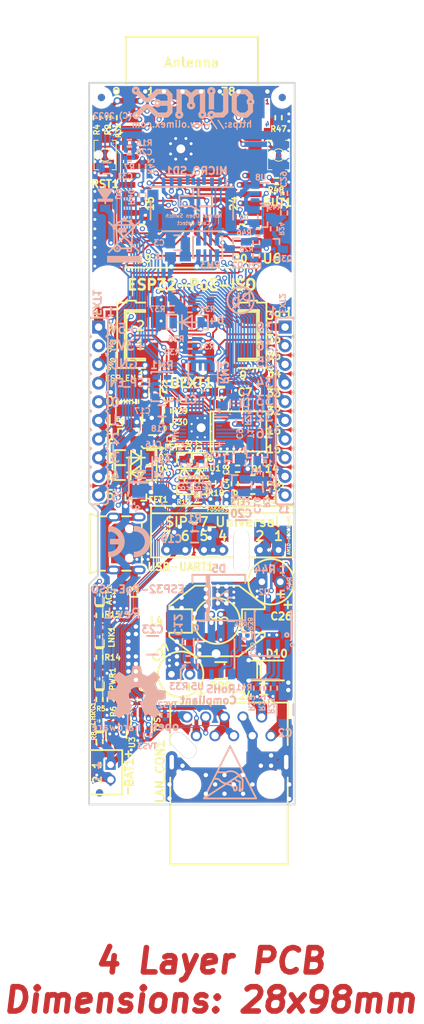
<source format=kicad_pcb>
(kicad_pcb (version 20171130) (host pcbnew 5.1.6-c6e7f7d~87~ubuntu18.04.1)
  (title_block (title ESP32-PoE-ISO) (date 2022-10-10) (rev L) (company "OLIMEX Ltd.") (comment 1 https://www.olimex.com))
  (layers (0 F.Cu signal) (1 In1.Cu power) (2 In2.Cu power) (31 B.Cu signal) (34 B.Paste user hide) (35 F.Paste user hide) (36 B.SilkS user hide) (37 F.SilkS user) (38 B.Mask user hide) (39 F.Mask user) (44 Edge.Cuts user))
  (net 0 "")
  (net 1 +5V)
  (net 2 GND)
  (net 3 "Net-(BAT1-Pad1)")
  (net 4 "Net-(BUT1-Pad2)")
  (net 5 /GPI34/BUT1)
  (net 6 +3V3)
  (net 7 "Net-(C11-Pad1)")
  (net 8 /GPIO3/U0RXD)
  (net 9 /ESP_EN)
  (net 10 "/GPIO25/EMAC_RXD0(RMII)")
  (net 11 "/GPIO19/EMAC_TXD0(RMII)")
  (net 12 "/GPIO26/EMAC_RXD1(RMII)")
  (net 13 /GPIO1/U0TXD)
  (net 14 "Net-(L2-Pad1)")
  (net 15 "Net-(Q2-Pad1)")
  (net 16 "/GPIO22/EMAC_TXD1(RMII)")
  (net 17 "/GPIO21/EMAC_TX_EN(RMII)")
  (net 18 "Net-(MICRO_SD1-Pad5)")
  (net 19 /GPI36/U1RXD)
  (net 20 "/GPIO23/MDC(RMII)")
  (net 21 /GPIO27/EMAC_RX_CRS_DV)
  (net 22 /GPIO4/U1TXD)
  (net 23 /GPIO2/HS2_DATA0)
  (net 24 /GPIO13/I2C-SDA)
  (net 25 /GPIO14/HS2_CLK)
  (net 26 /GPIO15/HS2_CMD)
  (net 27 /GPIO16/I2C-SCL)
  (net 28 "/GPIO18/MDIO(RMII)")
  (net 29 /+5V_USB)
  (net 30 "Net-(MICRO_SD1-Pad1)")
  (net 31 "Net-(MICRO_SD1-Pad2)")
  (net 32 "Net-(MICRO_SD1-Pad8)")
  (net 33 "Net-(U4-Pad4)")
  (net 34 "Net-(U4-Pad14)")
  (net 35 "Net-(U4-Pad18)")
  (net 36 "Net-(U4-Pad20)")
  (net 37 "Net-(U4-Pad26)")
  (net 38 "Net-(USB-UART1-Pad4)")
  (net 39 "Net-(MICRO_SD1-Pad7)")
  (net 40 /D_Com)
  (net 41 Earth)
  (net 42 +5VP)
  (net 43 Spare1)
  (net 44 Spare2)
  (net 45 /GPIO33)
  (net 46 /GPIO32)
  (net 47 /GPI39)
  (net 48 "Net-(FID1-PadFid1)")
  (net 49 "Net-(FID2-PadFid1)")
  (net 50 "Net-(FID3-PadFid1)")
  (net 51 "Net-(MICRO_SD1-PadCD1)")
  (net 52 "Net-(C4-Pad1)")
  (net 53 "Net-(C5-Pad1)")
  (net 54 "Net-(C21-Pad2)")
  (net 55 "Net-(D4-Pad1)")
  (net 56 "Net-(Q2-Pad2)")
  (net 57 "Net-(Q3-Pad3)")
  (net 58 "Net-(Q3-Pad2)")
  (net 59 "Net-(Q3-Pad1)")
  (net 60 "Net-(R6-Pad1)")
  (net 61 "Net-(R26-Pad1)")
  (net 62 "Net-(R29-Pad1)")
  (net 63 "Net-(U1-Pad17)")
  (net 64 "Net-(U1-Pad14)")
  (net 65 "Net-(U1-Pad13)")
  (net 66 "Net-(U1-Pad12)")
  (net 67 "Net-(U1-Pad11)")
  (net 68 "Net-(C6-Pad1)")
  (net 69 +3.3VLAN)
  (net 70 "Net-(C17-Pad1)")
  (net 71 /GPIO0)
  (net 72 /GPIO5/SPI_CS)
  (net 73 /GPI35)
  (net 74 "Net-(RM1-Pad3.2)")
  (net 75 "Net-(RM1-Pad2.2)")
  (net 76 "Net-(RM1-Pad4.2)")
  (net 77 /GPIO17/EMAC_CLK_OUT_180)
  (net 78 /GPIO12/PHY_PWR)
  (net 79 "Net-(FID4-PadFid1)")
  (net 80 "Net-(FID5-PadFid1)")
  (net 81 "Net-(FID6-PadFid1)")
  (net 82 "Net-(ACT1-Pad2)")
  (net 83 "Net-(ACT1-Pad1)")
  (net 84 "Net-(LNK1-Pad1)")
  (net 85 "Net-(C3-Pad1)")
  (net 86 "Net-(RM1-Pad1.2)")
  (net 87 "Net-(CHRG1-Pad1)")
  (net 88 "Net-(PWR1-Pad1)")
  (net 89 "Net-(C10-Pad2)")
  (net 90 "Net-(R3-Pad2)")
  (net 91 "Net-(L3-Pad1)")
  (net 92 "Net-(R8-Pad2)")
  (net 93 /TD+)
  (net 94 /TD-)
  (net 95 /RD+)
  (net 96 /RD-)
  (net 97 /Shield)
  (net 98 "Net-(R14-Pad2)")
  (net 99 /USB_D-)
  (net 100 /USB_D+)
  (net 101 "Net-(C8-Pad1)")
  (net 102 "Net-(D6-Pad1)")
  (net 103 "Net-(D7-Pad2)")
  (net 104 "Net-(U1-Pad20)")
  (net 105 "Net-(D9-Pad1)")
  (net 106 "Net-(C12-Pad1)")
  (net 107 "Net-(C12-Pad2)")
  (net 108 "Net-(C25-Pad2)")
  (net 109 "Net-(R22-Pad2)")
  (net 110 "Net-(R23-Pad1)")
  (net 111 "Net-(R27-Pad2)")
  (net 112 "Net-(R33-Pad1)")
  (net 113 "Net-(U2-Pad6)")
  (net 114 "Net-(U5-Pad7)")
  (net 115 /5V_DCDC)
  (net 116 /ILIM)
  (net 117 "Net-(U6-Pad21)")
  (net 118 "Net-(U6-Pad22)")
  (net 119 "Net-(U6-Pad20)")
  (net 120 "Net-(U6-Pad19)")
  (net 121 "Net-(U6-Pad17)")
  (net 122 "Net-(U6-Pad18)")
  (net 123 "Net-(U6-Pad32)")
  (net 124 "Net-(U8-Pad1)")
  (net 125 "Net-(R43-Pad2)")
  (module OLIMEX_IC-FP:SOIC-8_1.75mm (layer B.Cu) (at 115.189 163.83 180)
    (fp_text reference U2 (at 1.2065 4.572) (layer B.SilkS) (effects (font (size 0.762 0.762) (thickness 0.1905)) (justify mirror)))
    (fp_text value "TPS2376D(SO-8)")
    (fp_text user o (at -2.54 -2.54 180) (layer B.SilkS) (effects (font (size 0.635 0.635) (thickness 0.15875)) (justify mirror)))
    (pad 1 smd rect (at -1.905 -2.7 90) (size 1.6 0.6) (layers B.Cu B.Paste B.Mask) (net 110 "Net-(R23-Pad1)"))
    (pad 2 smd rect (at -0.635 -2.7 90) (size 1.6 0.6) (layers B.Cu B.Paste B.Mask) (net 111 "Net-(R27-Pad2)"))
    (pad 3 smd rect (at 0.635 -2.7 90) (size 1.6 0.6) (layers B.Cu B.Paste B.Mask) (net 109 "Net-(R22-Pad2)"))
    (pad 4 smd rect (at 1.905 -2.7 90) (size 1.6 0.6) (layers B.Cu B.Paste B.Mask) (net 44 Spare2))
    (pad 5 smd rect (at 1.905 2.7 90) (size 1.6 0.6) (layers B.Cu B.Paste B.Mask) (net 41 Earth))
    (pad 6 smd rect (at 0.635 2.7 90) (size 1.6 0.6) (layers B.Cu B.Paste B.Mask) (net 113 "Net-(U2-Pad6)"))
    (pad 7 smd rect (at -0.635 2.7 90) (size 1.6 0.6) (layers B.Cu B.Paste B.Mask) (net 125 "Net-(R43-Pad2)"))
    (pad 8 smd rect (at -1.905 2.7 90) (size 1.6 0.6) (layers B.Cu B.Paste B.Mask) (net 43 Spare1))
  )
  (module OLIMEX_Diodes-FP:SOD-123_1C-2A_KA (layer B.Cu) (at 92.329 105.156 90)
    (fp_text reference D9 (at 0 1.778 270 unlocked) (layer B.SilkS) (effects (font (size 0.762 0.762) (thickness 0.1905)) (justify mirror)))
    (fp_text value 1N5819S4/SOD123)
    (pad 2 smd rect (at 1.9 0 90) (size 1 1.4) (layers B.Cu B.Paste B.Mask) (net 9 /ESP_EN) (clearance 0.0508))
    (pad 1 smd rect (at -1.9 0 90) (size 1 1.4) (layers B.Cu B.Paste B.Mask) (net 105 "Net-(D9-Pad1)") (clearance 0.0508))
  )
  (module OLIMEX_Buttons-FP:IT1185AU2_V2 (layer F.Cu) (at 115.959 99.822 90)
    (fp_text reference BUT1 (at -6.477 -0.135 180) (layer F.SilkS) (effects (font (size 1.016 1.016) (thickness 0.254))))
    (fp_text value IT1185AU2)
    (pad 1 smd rect (at -2.177 0 90) (size 0.9 1.5) (layers F.Cu F.Mask) (net 5 /GPI34/BUT1))
    (pad 2 smd rect (at 2.177 0 90) (size 0.9 1.5) (layers F.Cu F.Mask) (net 4 "Net-(BUT1-Pad2)"))
    (pad "" np_thru_hole circle (at 0 -0.9 90) (size 0.7 0.7) (drill 0.7) (layers *.Cu *.Mask))
    (pad "" np_thru_hole circle (at 0 0.9 90) (size 0.7 0.7) (drill 0.7) (layers *.Cu *.Mask))
  )
  (module OLIMEX_Buttons-FP:IT1185AU2_V2 (layer F.Cu) (at 92.321 99.822 90)
    (fp_text reference RST1 (at -3.937 0.008 180) (layer F.SilkS) (effects (font (size 1.016 1.016) (thickness 0.254))))
    (fp_text value IT1185AU2)
    (pad 1 smd rect (at -2.177 0 90) (size 0.9 1.5) (layers F.Cu F.Mask) (net 9 /ESP_EN))
    (pad 2 smd rect (at 2.177 0 90) (size 0.9 1.5) (layers F.Cu F.Mask) (net 2 GND))
    (pad "" np_thru_hole circle (at 0 -0.9 90) (size 0.7 0.7) (drill 0.7) (layers *.Cu *.Mask))
    (pad "" np_thru_hole circle (at 0 0.9 90) (size 0.7 0.7) (drill 0.7) (layers *.Cu *.Mask))
  )
  (module OLIMEX_LOGOs-FP:CE_Sign (layer B.Cu) (at 94.615 152.4 180)
    (fp_text reference Sign_CE hide)
    (fp_text value CE_Sign hide)
  )
  (module OLIMEX_RLC-FP:C_0603_5MIL_DWS (layer B.Cu) (at 92.583 101.6 180)
    (fp_text reference C31 (at -2.413 -1.143 unlocked) (layer B.SilkS) (effects (font (size 0.762 0.762) (thickness 0.1905)) (justify mirror)))
    (fp_text value 1uF/10V/20%/X5R/C0603)
    (pad 2 smd rect (at 0.889 0 180) (size 1.016 1.016) (layers B.Cu B.Paste B.Mask) (net 2 GND) (clearance 0.0508))
    (pad 1 smd rect (at -0.889 0 180) (size 1.016 1.016) (layers B.Cu B.Paste B.Mask) (net 9 /ESP_EN) (clearance 0.0508))
  )
  (module OLIMEX_RLC-FP:CD32 (layer F.Cu) (at 95.377 133.35 90)
    (fp_text reference L2 (at -2.794 -1.016 270) (layer F.SilkS) (effects (font (size 0.762 0.762) (thickness 0.1905))))
    (fp_text value "2.2uH/1.5A/DCR=72mR/20%/3.00x3.00x1.50mm/CD32(NR3015T2R2M)")
    (pad 2 smd rect (at 1.2 0 270) (size 1.6 3) (layers F.Cu F.Paste F.Mask) (net 6 +3V3) (clearance 0.0508))
    (pad 1 smd rect (at -1.2 0 270) (size 1.6 3) (layers F.Cu F.Paste F.Mask) (net 14 "Net-(L2-Pad1)") (clearance 0.0508))
  )
  (module "OLIMEX_RLC-FP:C_1808(4520)_5MIL_DWS_ISO" (layer B.Cu) (at 98.806 166.497)
    (fp_text reference C23 (at 0 -2.159) (layer B.SilkS) (effects (font (size 1.016 1.016) (thickness 0.254)) (justify mirror)))
    (fp_text value "1.0nF/3kV/10%/X7R/SMD/1808(VISHAY-VJ1808Y102KBHAT4X_Farnell-2407291)")
    (pad 2 smd rect (at 2.286 0) (size 1.016 2.032) (layers B.Cu B.Paste B.Mask) (net 41 Earth))
    (pad 1 smd rect (at -2.286 0) (size 1.016 2.032) (layers B.Cu B.Paste B.Mask) (net 2 GND))
  )
  (module "OLIMEX_RLC-FP:C_1808(4520)_5MIL_DWS_ISO" (layer B.Cu) (at 110.871 150.749)
    (fp_text reference C20 (at 0 -2.159) (layer B.SilkS) (effects (font (size 1.016 1.016) (thickness 0.254)) (justify mirror)))
    (fp_text value "NA(1.0nF/3kV/10%/X7R/SMD/1808(VISHAY-VJ1808Y102KBHAT4X_Farnell-2407291))")
    (pad 2 smd rect (at 2.286 0) (size 1.016 2.032) (layers B.Cu B.Paste B.Mask) (net 115 /5V_DCDC))
    (pad 1 smd rect (at -2.286 0) (size 1.016 2.032) (layers B.Cu B.Paste B.Mask) (net 42 +5VP))
  )
  (module OLIMEX_Regulators-FP:SIP-7_Universal (layer F.Cu) (at 108.331 153.543 180)
    (fp_text reference DCDC1 (at -2.921 6.731 180) (layer F.SilkS) (effects (font (size 0.762 0.762) (thickness 0.1905))))
    (fp_text value "F0505S-2WR2(SIP-7)")
    (fp_text user AM1D-0505S-NZ (at -9 2 270) (layer F.SilkS) (effects (font (size 0.4 0.4) (thickness 0.1))))
    (fp_text user AM1D-0505S-NZ (at -9 2 270) (layer F.SilkS) (effects (font (size 0.4 0.4) (thickness 0.1))))
    (fp_text user F0505S-2WR2 (at -0.635 5.5 180) (layer F.SilkS) (effects (font (size 0.508 0.508) (thickness 0.127))))
    (fp_text user 7 (at 7.62 1.905 180) (layer F.SilkS) (effects (font (size 1.27 1.27) (thickness 0.254))))
    (fp_text user 6 (at 5.08 1.905 180) (layer F.SilkS) (effects (font (size 1.27 1.27) (thickness 0.254))))
    (fp_text user 5 (at 2.54 1.905 180) (layer F.SilkS) (effects (font (size 1.27 1.27) (thickness 0.254))))
    (fp_text user 4 (at 0 1.905 180) (layer F.SilkS) (effects (font (size 1.27 1.27) (thickness 0.254))))
    (fp_text user 2 (at -5.08 1.905 180) (layer F.SilkS) (effects (font (size 1.27 1.27) (thickness 0.254))))
    (fp_text user 1 (at -7.62 1.905 180) (layer F.SilkS) (effects (font (size 1.27 1.27) (thickness 0.254))))
    (fp_text user SIP-7_Universal (at 0 3.81 180) (layer F.SilkS) (effects (font (size 1.27 1.27) (thickness 0.254))))
    (pad 2 thru_hole circle (at -5.08 0 180) (size 1.524 1.524) (drill 0.8) (layers *.Cu *.Mask) (net 41 Earth))
    (pad 1 thru_hole rect (at -7.62 0 180) (size 1.524 1.524) (drill 0.8) (layers *.Cu *.Mask) (net 115 /5V_DCDC))
    (pad 4 thru_hole circle (at 0 0 180) (size 1.524 1.524) (drill 0.8) (layers *.Cu *.Mask) (net 2 GND))
    (pad 5 thru_hole circle (at 2.54 0 180) (size 1.524 1.524) (drill 0.8) (layers *.Cu *.Mask) (net 2 GND))
    (pad 7 thru_hole circle (at 7.62 0 180) (size 1.524 1.524) (drill 0.8) (layers *.Cu *.Mask) (net 42 +5VP))
    (pad 6 thru_hole circle (at 5.08 0 180) (size 1.524 1.524) (drill 0.8) (layers *.Cu *.Mask) (net 42 +5VP))
  )
  (module "OLIMEX_Crystal-FP:TSX-3.2x2.5mm_GND(3)" (layer F.Cu) (at 112.438 144.653)
    (fp_text reference Q1 (at 0.592 -2.159) (layer F.SilkS) (effects (font (size 0.762 0.762) (thickness 0.1905))))
    (fp_text value Q12MHz/20pF/10ppm/4P/3.2x2.5mm)
    (fp_text user o (at -2.329 1.016) (layer F.SilkS) (effects (font (size 0.8 0.8) (thickness 0.2))))
    (pad 3 smd rect (at -1.1 -0.8) (size 1.4 1.2) (layers F.Cu F.Paste F.Mask) (net 2 GND))
    (pad 3 smd rect (at 1.1 0.8) (size 1.4 1.2) (layers F.Cu F.Paste F.Mask) (net 2 GND))
    (pad 2 smd rect (at 1.1 -0.8) (size 1.4 1.2) (layers F.Cu F.Paste F.Mask) (net 53 "Net-(C5-Pad1)"))
    (pad 1 smd rect (at -1.1 0.8) (size 1.4 1.2) (layers F.Cu F.Paste F.Mask) (net 52 "Net-(C4-Pad1)"))
  )
  (module "OLIMEX_Diodes-FP:DO214AB(SMC)_1(K)-2(A)" (layer B.Cu) (at 107.823 160.02)
    (fp_text reference D5 (at 0 -3.937 -180) (layer B.SilkS) (effects (font (size 1.016 1.016) (thickness 0.254)) (justify mirror)))
    (fp_text value "SS510/100V/5A/0.85V/DO214AB(SMC)")
    (pad 1 smd rect (at -3.4 0) (size 2.2 3.4) (layers B.Cu B.Paste B.Mask) (net 106 "Net-(C12-Pad1)"))
    (pad 2 smd rect (at 3.4 0) (size 2.2 3.4) (layers B.Cu B.Paste B.Mask) (net 41 Earth))
  )
  (module OLIMEX_RLC-FP:CPOL-RM2.5mm_6.3x11mm_PTH (layer F.Cu) (at 102.616 170.434 180)
    (fp_text reference C27 (at 2.667 2.921 45) (layer F.SilkS) (effects (font (size 1.016 1.016) (thickness 0.254))))
    (fp_text value "15uF/100V/20%/RM2.5/6.3x11mm(Farnell:1281844)")
    (fp_text user + (at -1.143 -1.651) (layer F.SilkS) (effects (font (size 1.27 1.27) (thickness 0.254))))
    (fp_text user + (at -2.794 -2.54) (layer F.SilkS) (effects (font (size 1.27 1.27) (thickness 0.254))))
    (pad 1 thru_hole circle (at -1.25 0 180) (size 1.524 1.524) (drill 0.9) (layers *.Cu *.Mask) (net 43 Spare1))
    (pad 2 thru_hole rect (at 1.25 0 180) (size 1.524 1.524) (drill 0.9) (layers *.Cu *.Mask) (net 41 Earth))
  )
  (module OLIMEX_RLC-FP:R_0402_5MIL_DWS (layer B.Cu) (at 94.996 145.923 90)
    (fp_text reference R17 (at -1.4605 1.0795 315 unlocked) (layer B.SilkS) (effects (font (size 0.762 0.762) (thickness 0.1905)) (justify mirror)))
    (fp_text value NA/R0402)
    (pad 2 smd rect (at 0.508 0 90) (size 0.5 0.55) (layers B.Cu B.Paste B.Mask) (net 8 /GPIO3/U0RXD))
    (pad 1 smd rect (at -0.508 0 270) (size 0.5 0.55) (layers B.Cu B.Paste B.Mask) (net 6 +3V3))
  )
  (module OLIMEX_Diodes-FP:SOD-123_1C-2A_KA (layer F.Cu) (at 105.156 143.129 270)
    (fp_text reference D7 (at -3.81 0 90) (layer F.SilkS) (effects (font (size 0.762 0.762) (thickness 0.1905))))
    (fp_text value 1N5819S4/SOD123)
    (pad 2 smd rect (at 1.9 0 270) (size 1 1.4) (layers F.Cu F.Paste F.Mask) (net 103 "Net-(D7-Pad2)") (clearance 0.0508))
    (pad 1 smd rect (at -1.9 0 270) (size 1 1.4) (layers F.Cu F.Paste F.Mask) (net 13 /GPIO1/U0TXD) (clearance 0.0508))
  )
  (module OLIMEX_Diodes-FP:SOD-123_1C-2A_KA (layer F.Cu) (at 103.124 143.129 270)
    (fp_text reference D6 (at -3.81 -0.635 270) (layer F.SilkS) (effects (font (size 0.762 0.762) (thickness 0.1905))))
    (fp_text value 1N5819S4/SOD123)
    (pad 2 smd rect (at 1.9 0 270) (size 1 1.4) (layers F.Cu F.Paste F.Mask) (net 8 /GPIO3/U0RXD) (clearance 0.0508))
    (pad 1 smd rect (at -1.9 0 270) (size 1 1.4) (layers F.Cu F.Paste F.Mask) (net 102 "Net-(D6-Pad1)") (clearance 0.0508))
  )
  (module OLIMEX_LOGOs-FP:LOGO_ANTISTATIC_1 (layer B.Cu) (at 112.903 187.325 180)
    (fp_text reference Sign_Antistatic hide)
    (fp_text value Val** hide)
  )
  (module OLIMEX_Other-FP:Mounting_hole_2_mm (layer F.Cu) (at 102.9716 180.0987 45)
    (fp_text reference Drill_Slot3 hide)
    (fp_text value "2 mm" hide)
    (pad "" np_thru_hole oval (at 0 0 45) (size 2.032 4.064) (drill oval 2.032 4.064) (layers *.Cu *.Mask) (clearance 0.254))
  )
  (module OLIMEX_RLC-FP:C_0402_5MIL_DWS (layer B.Cu) (at 95.631 99.187 180)
    (fp_text reference C28 (at -2.032 -0.254 unlocked) (layer B.SilkS) (effects (font (size 0.762 0.762) (thickness 0.1905)) (justify mirror)))
    (fp_text value 1nF/50V/10%/X7R/C0402)
    (pad 2 smd rect (at 0.508 0 180) (size 0.5 0.55) (layers B.Cu B.Paste B.Mask) (net 2 GND))
    (pad 1 smd rect (at -0.508 0) (size 0.5 0.55) (layers B.Cu B.Paste B.Mask) (net 73 /GPI35))
  )
  (module OLIMEX_RLC-FP:R_0402_5MIL_DWS (layer B.Cu) (at 95.631 98.171 180)
    (fp_text reference R16 (at -2.032 0 unlocked) (layer B.SilkS) (effects (font (size 0.762 0.762) (thickness 0.1905)) (justify mirror)))
    (fp_text value 470k/R0402)
    (pad 2 smd rect (at 0.508 0 180) (size 0.5 0.55) (layers B.Cu B.Paste B.Mask) (net 2 GND))
    (pad 1 smd rect (at -0.508 0) (size 0.5 0.55) (layers B.Cu B.Paste B.Mask) (net 73 /GPI35))
  )
  (module OLIMEX_RLC-FP:R_0402_5MIL_DWS (layer B.Cu) (at 95.631 100.203)
    (fp_text reference R7 (at 0 1.27) (layer B.SilkS) (effects (font (size 0.762 0.762) (thickness 0.1905)) (justify mirror)))
    (fp_text value 470k/R0402)
    (pad 2 smd rect (at 0.508 0) (size 0.5 0.55) (layers B.Cu B.Paste B.Mask) (net 73 /GPI35))
    (pad 1 smd rect (at -0.508 0 180) (size 0.5 0.55) (layers B.Cu B.Paste B.Mask) (net 3 "Net-(BAT1-Pad1)"))
  )
  (module OLIMEX_Diodes-FP:SOD-123_1C-2A_KA (layer F.Cu) (at 96.52 140.97 180)
    (fp_text reference D3 (at -3.81 0) (layer F.SilkS) (effects (font (size 0.762 0.762) (thickness 0.1905))))
    (fp_text value 1N5819S4/SOD123)
    (pad 2 smd rect (at 1.9 0 180) (size 1 1.4) (layers F.Cu F.Paste F.Mask) (net 1 +5V) (clearance 0.0508))
    (pad 1 smd rect (at -1.9 0 180) (size 1 1.4) (layers F.Cu F.Paste F.Mask) (net 68 "Net-(C6-Pad1)") (clearance 0.0508))
  )
  (module OLIMEX_Diodes-FP:SOD-123_1C-2A_KA (layer F.Cu) (at 96.52 143.002)
    (fp_text reference D1 (at 3.81 -0.508 180) (layer F.SilkS) (effects (font (size 0.762 0.762) (thickness 0.1905))))
    (fp_text value 1N5819S4/SOD123)
    (pad 2 smd rect (at 1.9 0) (size 1 1.4) (layers F.Cu F.Paste F.Mask) (net 42 +5VP) (clearance 0.0508))
    (pad 1 smd rect (at -1.9 0) (size 1 1.4) (layers F.Cu F.Paste F.Mask) (net 1 +5V) (clearance 0.0508))
  )
  (module OLIMEX_RLC-FP:C_0603_5MIL_DWS (layer B.Cu) (at 104.521 151.765)
    (fp_text reference C19 (at -3.175 0.254) (layer B.SilkS) (effects (font (size 1.016 1.016) (thickness 0.254)) (justify mirror)))
    (fp_text value 22uF/6.3V/20%/X5R/C0603)
    (pad 2 smd rect (at 0.889 0) (size 1.016 1.016) (layers B.Cu B.Paste B.Mask) (net 2 GND) (clearance 0.0508))
    (pad 1 smd rect (at -0.889 0) (size 1.016 1.016) (layers B.Cu B.Paste B.Mask) (net 42 +5VP) (clearance 0.0508))
  )
  (module OLIMEX_RLC-FP:R_0402_5MIL_DWS (layer F.Cu) (at 92.075 94.742 270)
    (fp_text reference R9 (at 1.651 -0.635 90) (layer F.SilkS) (effects (font (size 0.762 0.762) (thickness 0.1905))))
    (fp_text value 100k/R0402)
    (pad 2 smd rect (at 0.508 0 270) (size 0.5 0.55) (layers F.Cu F.Paste F.Mask) (net 2 GND))
    (pad 1 smd rect (at -0.508 0 90) (size 0.5 0.55) (layers F.Cu F.Paste F.Mask) (net 47 /GPI39))
  )
  (module OLIMEX_RLC-FP:R_0402_5MIL_DWS (layer F.Cu) (at 91.186 94.742 90)
    (fp_text reference R4 (at -1.651 0 90) (layer F.SilkS) (effects (font (size 0.762 0.762) (thickness 0.1905))))
    (fp_text value 47k/R0402)
    (pad 2 smd rect (at 0.508 0 90) (size 0.5 0.55) (layers F.Cu F.Paste F.Mask) (net 47 /GPI39))
    (pad 1 smd rect (at -0.508 0 270) (size 0.5 0.55) (layers F.Cu F.Paste F.Mask) (net 1 +5V))
  )
  (module OLIMEX_RLC-FP:R_0402_5MIL_DWS (layer F.Cu) (at 93.091 173.863 90)
    (fp_text reference R6 (at -1.651 0.381 90) (layer F.SilkS) (effects (font (size 0.762 0.762) (thickness 0.1905))))
    (fp_text value 10k/R0402)
    (pad 2 smd rect (at 0.508 0 90) (size 0.5 0.55) (layers F.Cu F.Paste F.Mask) (net 2 GND))
    (pad 1 smd rect (at -0.508 0 270) (size 0.5 0.55) (layers F.Cu F.Paste F.Mask) (net 60 "Net-(R6-Pad1)"))
  )
  (module OLIMEX_IC-FP:SOT-23-5 (layer F.Cu) (at 93.853 178.562 270)
    (fp_text reference U3 (at 1.143 -2.159 90) (layer F.SilkS) (effects (font (size 0.762 0.762) (thickness 0.1905))))
    (fp_text value "BL4054B-42TPRN(SOT23-5)")
    (pad 1 smd rect (at 1.3 0.95 270) (size 1.2 0.55) (layers F.Cu F.Paste F.Mask) (net 92 "Net-(R8-Pad2)") (clearance 0.0508))
    (pad 2 smd rect (at 1.3 0 270) (size 1.2 0.55) (layers F.Cu F.Paste F.Mask) (net 2 GND) (clearance 0.0508))
    (pad 3 smd rect (at 1.3 -0.95 270) (size 1.2 0.55) (layers F.Cu F.Paste F.Mask) (net 3 "Net-(BAT1-Pad1)") (clearance 0.0508))
    (pad 5 smd rect (at -1.3 0.95 270) (size 1.2 0.55) (layers F.Cu F.Paste F.Mask) (net 60 "Net-(R6-Pad1)") (clearance 0.0508))
    (pad 4 smd rect (at -1.3 -0.95 270) (size 1.2 0.55) (layers F.Cu F.Paste F.Mask) (net 1 +5V) (clearance 0.0508))
  )
  (module OLIMEX_RLC-FP:L_0805_5MIL_DWS (layer F.Cu) (at 94.488 159.258 270)
    (fp_text reference L3 (at 0 -1.778 270) (layer F.SilkS) (effects (font (size 1.016 1.016) (thickness 0.254))))
    (fp_text value FB0805/600R/2A)
    (pad 1 smd rect (at -1.016 0 270) (size 1.524 1.27) (layers F.Cu F.Paste F.Mask) (net 91 "Net-(L3-Pad1)") (clearance 0.0508))
    (pad 2 smd rect (at 1.016 0 270) (size 1.524 1.27) (layers F.Cu F.Paste F.Mask) (net 2 GND) (clearance 0.0508))
  )
  (module OLIMEX_LOGOs-FP:LOGO_OPENHARDWARE_8x8 (layer B.Cu) (at 96.647 173.355 180)
    (fp_text reference Logo_OSHW hide)
    (fp_text value "" hide)
    (fp_text user hardware (at 2.794 -4.2672 180) (layer B.SilkS) (effects (font (thickness 0.18)) (justify mirror)))
    (fp_text user open (at -3.81 -4.17576 180) (layer B.SilkS) (effects (font (size 1.1 1.1) (thickness 0.254)) (justify mirror)))
  )
  (module OLIMEX_RLC-FP:R_0402_5MIL_DWS (layer B.Cu) (at 114.3 143.256 90)
    (fp_text reference R3 (at 0.381 -1.397 180) (layer B.SilkS) (effects (font (size 0.762 0.762) (thickness 0.1905)) (justify mirror)))
    (fp_text value 1k/R0402)
    (pad 2 smd rect (at 0.508 0 90) (size 0.5 0.55) (layers B.Cu B.Paste B.Mask) (net 90 "Net-(R3-Pad2)"))
    (pad 1 smd rect (at -0.508 0 270) (size 0.5 0.55) (layers B.Cu B.Paste B.Mask) (net 89 "Net-(C10-Pad2)"))
  )
  (module OLIMEX_RLC-FP:C_0603_5MIL_DWS (layer B.Cu) (at 113.03 144.78 90)
    (fp_text reference C10 (at -2.667 0 270 unlocked) (layer B.SilkS) (effects (font (size 0.762 0.762) (thickness 0.1905)) (justify mirror)))
    (fp_text value 22uF/6.3V/20%/X5R/C0603)
    (pad 2 smd rect (at 0.889 0 90) (size 1.016 1.016) (layers B.Cu B.Paste B.Mask) (net 89 "Net-(C10-Pad2)") (clearance 0.0508))
    (pad 1 smd rect (at -0.889 0 90) (size 1.016 1.016) (layers B.Cu B.Paste B.Mask) (net 6 +3V3) (clearance 0.0508))
  )
  (module OLIMEX_LOGOs-FP:OLIMEX_LOGO_TB (layer B.Cu) (at 104.14 92.71 180)
    (fp_text reference Logo_Olimex hide)
    (fp_text value "" hide)
  )
  (module OLIMEX_LOGOs-FP:LOGO_RECYCLEBIN_1 (layer B.Cu) (at 97.282 114.427 180)
    (fp_text reference Sign_RecycleBin hide)
    (fp_text value "" hide)
  )
  (module OLIMEX_LOGOs-FP:LOGO_PBFREE (layer B.Cu) (at 110.998 119.253)
    (fp_text reference Sign_PB-Free)
    (fp_text value "")
    (fp_text user Pb (at -0.08636 0.33528) (layer B.SilkS) (effects (font (size 1.7 1.5) (thickness 0.254)) (justify mirror)))
  )
  (module OLIMEX_RLC-FP:C_0805_5MIL_DWS (layer B.Cu) (at 102.235 111.76 180)
    (fp_text reference C3 (at 2.54 0 unlocked) (layer B.SilkS) (effects (font (size 0.762 0.762) (thickness 0.1905)) (justify mirror)))
    (fp_text value 47uF/6.3V/20%/X5R/C0805)
    (pad 1 smd rect (at -1.016 0 90) (size 1.524 1.27) (layers B.Cu B.Paste B.Mask) (net 85 "Net-(C3-Pad1)"))
    (pad 2 smd rect (at 1.016 0 90) (size 1.524 1.27) (layers B.Cu B.Paste B.Mask) (net 2 GND))
  )
  (module OLIMEX_LEDs-FP:LED_0603_KA (layer F.Cu) (at 91.567 165.354 90)
    (fp_text reference LNK1 (at 0 1.651 90) (layer F.SilkS) (effects (font (size 0.762 0.762) (thickness 0.1905))))
    (fp_text value LED/GREEN/0603)
    (pad 2 smd rect (at 0.762 0 270) (size 0.8 0.8) (layers F.Cu F.Paste F.Mask) (net 7 "Net-(C11-Pad1)"))
    (pad 1 smd rect (at -0.762 0 270) (size 0.8 0.8) (layers F.Cu F.Paste F.Mask) (net 84 "Net-(LNK1-Pad1)"))
  )
  (module OLIMEX_LEDs-FP:LED_0603_KA (layer F.Cu) (at 91.567 159.639 90)
    (fp_text reference ACT1 (at 0 1.27 270) (layer F.SilkS) (effects (font (size 0.762 0.762) (thickness 0.1905))))
    (fp_text value LED/YELLOW/0603)
    (pad 1 smd rect (at -0.762 0 270) (size 0.8 0.8) (layers F.Cu F.Paste F.Mask) (net 83 "Net-(ACT1-Pad1)"))
    (pad 2 smd rect (at 0.762 0 270) (size 0.8 0.8) (layers F.Cu F.Paste F.Mask) (net 82 "Net-(ACT1-Pad2)"))
  )
  (module OLIMEX_Other-FP:Fiducial1x3 (layer B.Cu) (at 91.567 186.563 270)
    (fp_text reference FID6 hide)
    (fp_text value Fiducial hide)
    (pad Fid1 connect circle (at 0 0 270) (size 1 1) (layers B.Cu B.Mask) (net 81 "Net-(FID6-PadFid1)") (clearance 1.016))
  )
  (module OLIMEX_Other-FP:Fiducial1x3 (layer B.Cu) (at 116.459 92 270)
    (fp_text reference FID5 hide)
    (fp_text value Fiducial hide)
    (pad Fid1 connect circle (at 0 0 270) (size 1 1) (layers B.Cu B.Mask) (net 80 "Net-(FID5-PadFid1)") (clearance 1.016))
  )
  (module OLIMEX_Other-FP:Fiducial1x3 (layer B.Cu) (at 91.821 92 270)
    (fp_text reference FID4 hide)
    (fp_text value Fiducial hide)
    (pad Fid1 connect circle (at 0 0 270) (size 1 1) (layers B.Cu B.Mask) (net 79 "Net-(FID4-PadFid1)") (clearance 1.016))
  )
  (module OLIMEX_RLC-FP:C_0402_5MIL_DWS (layer B.Cu) (at 105.664 132.334)
    (fp_text reference C14 (at -2.286 0.762) (layer B.SilkS) (effects (font (size 1.016 1.016) (thickness 0.254)) (justify mirror)))
    (fp_text value 100nF/16V/10%/X7R/C0402)
    (pad 2 smd rect (at 0.508 0) (size 0.5 0.55) (layers B.Cu B.Paste B.Mask) (net 2 GND))
    (pad 1 smd rect (at -0.508 0 180) (size 0.5 0.55) (layers B.Cu B.Paste B.Mask) (net 69 +3.3VLAN))
  )
  (module OLIMEX_RLC-FP:C_0402_5MIL_DWS (layer B.Cu) (at 100.076 135.89 180)
    (fp_text reference C18 (at 0.381 -1.143 180) (layer B.SilkS) (effects (font (size 0.762 0.762) (thickness 0.1905)) (justify mirror)))
    (fp_text value 100nF/16V/10%/X7R/C0402)
    (pad 2 smd rect (at 0.508 0 180) (size 0.5 0.55) (layers B.Cu B.Paste B.Mask) (net 2 GND))
    (pad 1 smd rect (at -0.508 0) (size 0.5 0.55) (layers B.Cu B.Paste B.Mask) (net 70 "Net-(C17-Pad1)"))
  )
  (module OLIMEX_RLC-FP:C_0402_5MIL_DWS (layer B.Cu) (at 100.965 139.192 180)
    (fp_text reference C16 (at 2.032 0 unlocked) (layer B.SilkS) (effects (font (size 0.762 0.762) (thickness 0.1905)) (justify mirror)))
    (fp_text value 100nF/16V/10%/X7R/C0402)
    (pad 1 smd rect (at -0.508 0) (size 0.5 0.55) (layers B.Cu B.Paste B.Mask) (net 7 "Net-(C11-Pad1)"))
    (pad 2 smd rect (at 0.508 0 180) (size 0.5 0.55) (layers B.Cu B.Paste B.Mask) (net 2 GND))
  )
  (module OLIMEX_RLC-FP:C_0402_5MIL_DWS (layer B.Cu) (at 108.839 140.97)
    (fp_text reference C15 (at -2.032 -0.381) (layer B.SilkS) (effects (font (size 0.762 0.762) (thickness 0.1905)) (justify mirror)))
    (fp_text value 100nF/16V/10%/X7R/C0402)
    (pad 2 smd rect (at 0.508 0) (size 0.5 0.55) (layers B.Cu B.Paste B.Mask) (net 2 GND))
    (pad 1 smd rect (at -0.508 0 180) (size 0.5 0.55) (layers B.Cu B.Paste B.Mask) (net 7 "Net-(C11-Pad1)"))
  )
  (module OLIMEX_RLC-FP:C_0402_5MIL_DWS (layer F.Cu) (at 97.155 173.863 90)
    (fp_text reference C11 (at 2.159 0.254 90) (layer F.SilkS) (effects (font (size 0.762 0.762) (thickness 0.1905))))
    (fp_text value 100nF/16V/10%/X7R/C0402)
    (pad 2 smd rect (at 0.508 0 90) (size 0.5 0.55) (layers F.Cu F.Paste F.Mask) (net 2 GND))
    (pad 1 smd rect (at -0.508 0 270) (size 0.5 0.55) (layers F.Cu F.Paste F.Mask) (net 7 "Net-(C11-Pad1)"))
  )
  (module OLIMEX_RLC-FP:R_0402_5MIL_DWS (layer B.Cu) (at 113.157 110.363)
    (fp_text reference R46 (at -1.905 0 unlocked) (layer B.SilkS) (effects (font (size 0.7112 0.7112) (thickness 0.1778)) (justify mirror)))
    (fp_text value 220R/R0402)
    (pad 2 smd rect (at 0.508 0) (size 0.5 0.55) (layers B.Cu B.Paste B.Mask) (net 39 "Net-(MICRO_SD1-Pad7)"))
    (pad 1 smd rect (at -0.508 0 180) (size 0.5 0.55) (layers B.Cu B.Paste B.Mask) (net 23 /GPIO2/HS2_DATA0))
  )
  (module OLIMEX_RLC-FP:R_0402_5MIL_DWS (layer B.Cu) (at 97.409 105.283 90)
    (fp_text reference R40 (at -0.254 -1.524 270 unlocked) (layer B.SilkS) (effects (font (size 0.762 0.762) (thickness 0.1905)) (justify mirror)))
    (fp_text value 10R/R0402)
    (pad 1 smd rect (at -0.508 0 270) (size 0.5 0.55) (layers B.Cu B.Paste B.Mask) (net 25 /GPIO14/HS2_CLK))
    (pad 2 smd rect (at 0.508 0 90) (size 0.5 0.55) (layers B.Cu B.Paste B.Mask) (net 18 "Net-(MICRO_SD1-Pad5)"))
  )
  (module OLIMEX_RLC-FP:R_0402_5MIL_DWS (layer B.Cu) (at 103.886 126.619)
    (fp_text reference R39 (at -2.413 0) (layer B.SilkS) (effects (font (size 0.762 0.762) (thickness 0.1905)) (justify mirror)))
    (fp_text value 10k/R0402)
    (pad 2 smd rect (at 0.508 0) (size 0.5 0.55) (layers B.Cu B.Paste B.Mask) (net 26 /GPIO15/HS2_CMD))
    (pad 1 smd rect (at -0.508 0 180) (size 0.5 0.55) (layers B.Cu B.Paste B.Mask) (net 6 +3V3))
  )
  (module OLIMEX_RLC-FP:R_0402_5MIL_DWS (layer B.Cu) (at 103.886 124.841)
    (fp_text reference R36 (at -1.8796 0) (layer B.SilkS) (effects (font (size 0.762 0.762) (thickness 0.1905)) (justify mirror)))
    (fp_text value 10k/R0402)
    (pad 2 smd rect (at 0.508 0) (size 0.5 0.55) (layers B.Cu B.Paste B.Mask) (net 72 /GPIO5/SPI_CS))
    (pad 1 smd rect (at -0.508 0 180) (size 0.5 0.55) (layers B.Cu B.Paste B.Mask) (net 6 +3V3))
  )
  (module OLIMEX_RLC-FP:R_0402_5MIL_DWS (layer B.Cu) (at 103.886 120.777)
    (fp_text reference R35 (at 2.413 0 unlocked) (layer B.SilkS) (effects (font (size 0.7112 0.7112) (thickness 0.1778)) (justify mirror)))
    (fp_text value 2.2k/R0402)
    (pad 2 smd rect (at 0.508 0) (size 0.5 0.55) (layers B.Cu B.Paste B.Mask) (net 24 /GPIO13/I2C-SDA))
    (pad 1 smd rect (at -0.508 0 180) (size 0.5 0.55) (layers B.Cu B.Paste B.Mask) (net 6 +3V3))
  )
  (module OLIMEX_RLC-FP:R_0402_5MIL_DWS (layer B.Cu) (at 103.886 125.73)
    (fp_text reference R31 (at 2.286 0.127) (layer B.SilkS) (effects (font (size 0.762 0.762) (thickness 0.1905)) (justify mirror)))
    (fp_text value 2.2k/R0402)
    (pad 2 smd rect (at 0.508 0) (size 0.5 0.55) (layers B.Cu B.Paste B.Mask) (net 27 /GPIO16/I2C-SCL))
    (pad 1 smd rect (at -0.508 0 180) (size 0.5 0.55) (layers B.Cu B.Paste B.Mask) (net 6 +3V3))
  )
  (module OLIMEX_RLC-FP:R_0402_5MIL_DWS (layer F.Cu) (at 100.838 136.906 270)
    (fp_text reference R30 (at -0.762 -1.651) (layer F.SilkS) (effects (font (size 0.762 0.762) (thickness 0.1905))))
    (fp_text value 49.9k/1%/R0402)
    (pad 2 smd rect (at 0.508 0 270) (size 0.5 0.55) (layers F.Cu F.Paste F.Mask) (net 2 GND))
    (pad 1 smd rect (at -0.508 0 90) (size 0.5 0.55) (layers F.Cu F.Paste F.Mask) (net 62 "Net-(R29-Pad1)"))
  )
  (module OLIMEX_RLC-FP:R_0402_5MIL_DWS (layer F.Cu) (at 100.838 134.62 90)
    (fp_text reference R29 (at 0 1.651) (layer F.SilkS) (effects (font (size 0.762 0.762) (thickness 0.1905))))
    (fp_text value 220k/R0402)
    (pad 2 smd rect (at 0.508 0 90) (size 0.5 0.55) (layers F.Cu F.Paste F.Mask) (net 6 +3V3))
    (pad 1 smd rect (at -0.508 0 270) (size 0.5 0.55) (layers F.Cu F.Paste F.Mask) (net 62 "Net-(R29-Pad1)"))
  )
  (module OLIMEX_RLC-FP:R_0402_5MIL_DWS (layer B.Cu) (at 100.965 140.081 180)
    (fp_text reference R26 (at 0.889 -1.2065) (layer B.SilkS) (effects (font (size 0.762 0.762) (thickness 0.1905)) (justify mirror)))
    (fp_text value 12.1k/1%/R0402)
    (pad 2 smd rect (at 0.508 0 180) (size 0.5 0.55) (layers B.Cu B.Paste B.Mask) (net 2 GND))
    (pad 1 smd rect (at -0.508 0) (size 0.5 0.55) (layers B.Cu B.Paste B.Mask) (net 61 "Net-(R26-Pad1)"))
  )
  (module OLIMEX_RLC-FP:R_0402_5MIL_DWS (layer B.Cu) (at 110.617 136.017 270)
    (fp_text reference R25 (at -0.508 -1.143 270 unlocked) (layer B.SilkS) (effects (font (size 0.762 0.762) (thickness 0.1905)) (justify mirror)))
    (fp_text value 10k/R0402)
    (pad 2 smd rect (at 0.508 0 270) (size 0.5 0.55) (layers B.Cu B.Paste B.Mask) (net 69 +3.3VLAN))
    (pad 1 smd rect (at -0.508 0 90) (size 0.5 0.55) (layers B.Cu B.Paste B.Mask) (net 54 "Net-(C21-Pad2)"))
  )
  (module OLIMEX_RLC-FP:R_0402_5MIL_DWS (layer F.Cu) (at 91.567 173.863 270)
    (fp_text reference R5 (at 1.27 -0.1905) (layer F.SilkS) (effects (font (size 0.635 0.635) (thickness 0.15875))))
    (fp_text value 2.2k/R0402)
    (pad 2 smd rect (at 0.508 0 270) (size 0.5 0.55) (layers F.Cu F.Paste F.Mask) (net 2 GND))
    (pad 1 smd rect (at -0.508 0 90) (size 0.5 0.55) (layers F.Cu F.Paste F.Mask) (net 88 "Net-(PWR1-Pad1)"))
  )
  (module OLIMEX_RLC-FP:R_0402_5MIL_DWS (layer F.Cu) (at 91.567 162.433 270)
    (fp_text reference R15 (at -0.127 -1.778) (layer F.SilkS) (effects (font (size 0.762 0.762) (thickness 0.1905))))
    (fp_text value 2.2k/R0402)
    (pad 2 smd rect (at 0.508 0 270) (size 0.5 0.55) (layers F.Cu F.Paste F.Mask) (net 2 GND))
    (pad 1 smd rect (at -0.508 0 90) (size 0.5 0.55) (layers F.Cu F.Paste F.Mask) (net 83 "Net-(ACT1-Pad1)"))
  )
  (module OLIMEX_RLC-FP:R_0402_5MIL_DWS (layer F.Cu) (at 91.567 168.148 270)
    (fp_text reference R14 (at 0 -1.778) (layer F.SilkS) (effects (font (size 0.762 0.762) (thickness 0.1905))))
    (fp_text value 2.2k/R0402)
    (pad 2 smd rect (at 0.508 0 270) (size 0.5 0.55) (layers F.Cu F.Paste F.Mask) (net 98 "Net-(R14-Pad2)"))
    (pad 1 smd rect (at -0.508 0 90) (size 0.5 0.55) (layers F.Cu F.Paste F.Mask) (net 84 "Net-(LNK1-Pad1)"))
  )
  (module OLIMEX_RLC-FP:R_0402_5MIL_DWS (layer B.Cu) (at 105.41 141.986 90)
    (fp_text reference R13 (at -2.413 -0.508 270 unlocked) (layer B.SilkS) (effects (font (size 0.762 0.762) (thickness 0.1905)) (justify mirror)))
    (fp_text value 49.9R/1%/R0402)
    (pad 2 smd rect (at 0.508 0 90) (size 0.5 0.55) (layers B.Cu B.Paste B.Mask) (net 93 /TD+))
    (pad 1 smd rect (at -0.508 0 270) (size 0.5 0.55) (layers B.Cu B.Paste B.Mask) (net 7 "Net-(C11-Pad1)"))
  )
  (module OLIMEX_RLC-FP:R_0402_5MIL_DWS (layer B.Cu) (at 106.68 141.986 90)
    (fp_text reference R12 (at -2.413 -0.6985 270 unlocked) (layer B.SilkS) (effects (font (size 0.762 0.762) (thickness 0.1905)) (justify mirror)))
    (fp_text value 49.9R/1%/R0402)
    (pad 1 smd rect (at -0.508 0 270) (size 0.5 0.55) (layers B.Cu B.Paste B.Mask) (net 7 "Net-(C11-Pad1)"))
    (pad 2 smd rect (at 0.508 0 90) (size 0.5 0.55) (layers B.Cu B.Paste B.Mask) (net 94 /TD-))
  )
  (module OLIMEX_RLC-FP:R_0402_5MIL_DWS (layer B.Cu) (at 103.124 141.986 90)
    (fp_text reference R11 (at -2.413 -0.381 270 unlocked) (layer B.SilkS) (effects (font (size 0.762 0.762) (thickness 0.1905)) (justify mirror)))
    (fp_text value 49.9R/1%/R0402)
    (pad 1 smd rect (at -0.508 0 270) (size 0.5 0.55) (layers B.Cu B.Paste B.Mask) (net 7 "Net-(C11-Pad1)"))
    (pad 2 smd rect (at 0.508 0 90) (size 0.5 0.55) (layers B.Cu B.Paste B.Mask) (net 95 /RD+))
  )
  (module OLIMEX_RLC-FP:R_0402_5MIL_DWS (layer B.Cu) (at 104.394 141.986 90)
    (fp_text reference R10 (at -2.413 -0.5715 270 unlocked) (layer B.SilkS) (effects (font (size 0.762 0.762) (thickness 0.1905)) (justify mirror)))
    (fp_text value 49.9R/1%/R0402)
    (pad 1 smd rect (at -0.508 0 270) (size 0.5 0.55) (layers B.Cu B.Paste B.Mask) (net 7 "Net-(C11-Pad1)"))
    (pad 2 smd rect (at 0.508 0 90) (size 0.5 0.55) (layers B.Cu B.Paste B.Mask) (net 96 /RD-))
  )
  (module OLIMEX_RLC-FP:R_0402_5MIL_DWS (layer F.Cu) (at 91.567 179.578 270)
    (fp_text reference R8 (at -0.762 0.762 270) (layer F.SilkS) (effects (font (size 0.635 0.635) (thickness 0.15875))))
    (fp_text value 2.2k/R0402)
    (pad 2 smd rect (at 0.508 0 270) (size 0.5 0.55) (layers F.Cu F.Paste F.Mask) (net 92 "Net-(R8-Pad2)"))
    (pad 1 smd rect (at -0.508 0 90) (size 0.5 0.55) (layers F.Cu F.Paste F.Mask) (net 87 "Net-(CHRG1-Pad1)"))
  )
  (module OLIMEX_RLC-FP:R_0402_5MIL_DWS (layer B.Cu) (at 114.3 145.415 90)
    (fp_text reference R2 (at -1.651 0 270 unlocked) (layer B.SilkS) (effects (font (size 0.762 0.762) (thickness 0.1905)) (justify mirror)))
    (fp_text value 10k/R0402)
    (pad 1 smd rect (at -0.508 0 270) (size 0.5 0.55) (layers B.Cu B.Paste B.Mask) (net 6 +3V3))
    (pad 2 smd rect (at 0.508 0 90) (size 0.5 0.55) (layers B.Cu B.Paste B.Mask) (net 89 "Net-(C10-Pad2)"))
  )
  (module OLIMEX_RLC-FP:R_0402_5MIL_DWS (layer B.Cu) (at 104.521 150.495)
    (fp_text reference R1 (at 0 -1.27 180) (layer B.SilkS) (effects (font (size 1.016 1.016) (thickness 0.254)) (justify mirror)))
    (fp_text value 10k/R0402)
    (pad 2 smd rect (at 0.508 0) (size 0.5 0.55) (layers B.Cu B.Paste B.Mask) (net 2 GND))
    (pad 1 smd rect (at -0.508 0 180) (size 0.5 0.55) (layers B.Cu B.Paste B.Mask) (net 42 +5VP))
  )
  (module OLIMEX_RLC-FP:R_0402_5MIL_DWS (layer B.Cu) (at 115.316 109.855 90)
    (fp_text reference R24 (at 0 1.016 270 unlocked) (layer B.SilkS) (effects (font (size 0.635 0.635) (thickness 0.15875)) (justify mirror)))
    (fp_text value 220R/R0402)
    (pad 2 smd rect (at 0.508 0 90) (size 0.5 0.55) (layers B.Cu B.Paste B.Mask) (net 40 /D_Com))
    (pad 1 smd rect (at -0.508 0 270) (size 0.5 0.55) (layers B.Cu B.Paste B.Mask) (net 57 "Net-(Q3-Pad3)"))
  )
  (module OLIMEX_RLC-FP:R_0402_5MIL_DWS (layer F.Cu) (at 104.775 146.685 180)
    (fp_text reference R19 (at 1.778 -0.3175 180) (layer F.SilkS) (effects (font (size 0.635 0.635) (thickness 0.15875))))
    (fp_text value 10k/R0402)
    (pad 2 smd rect (at 0.508 0 180) (size 0.5 0.55) (layers F.Cu F.Paste F.Mask) (net 8 /GPIO3/U0RXD))
    (pad 1 smd rect (at -0.508 0) (size 0.5 0.55) (layers F.Cu F.Paste F.Mask) (net 101 "Net-(C8-Pad1)"))
  )
  (module OLIMEX_RLC-FP:C_0402_5MIL_DWS (layer F.Cu) (at 110.363 142.494)
    (fp_text reference C8 (at -1.524 0.127 90) (layer F.SilkS) (effects (font (size 0.762 0.762) (thickness 0.1905))))
    (fp_text value 100nF/16V/10%/X7R/C0402)
    (pad 2 smd rect (at 0.508 0) (size 0.5 0.55) (layers F.Cu F.Paste F.Mask) (net 2 GND))
    (pad 1 smd rect (at -0.508 0 180) (size 0.5 0.55) (layers F.Cu F.Paste F.Mask) (net 101 "Net-(C8-Pad1)"))
  )
  (module OLIMEX_Transistors-FP:SOT23 (layer B.Cu) (at 110.236 144.78)
    (fp_text reference FET3 (at 0.508 2.22504 180) (layer B.SilkS) (effects (font (size 0.762 0.762) (thickness 0.1905)) (justify mirror)))
    (fp_text value WPM2015-3/TR)
    (pad 1 smd rect (at 1.10744 -0.94996) (size 1.4 1) (layers B.Cu B.Paste B.Mask) (net 89 "Net-(C10-Pad2)") (clearance 0.0508))
    (pad 2 smd rect (at 1.10744 0.9525) (size 1.4 1) (layers B.Cu B.Paste B.Mask) (net 6 +3V3) (clearance 0.0508))
    (pad 3 smd rect (at -1.10236 -0.00254) (size 1.4 1) (layers B.Cu B.Paste B.Mask) (net 69 +3.3VLAN) (clearance 0.0508))
  )
  (module OLIMEX_Connectors-FP:HN1x10 (layer B.Cu) (at 116.84 134.65 270)
    (fp_text reference EXT2 (at -14.635 0.381 270 unlocked) (layer B.SilkS) (effects (font (size 0.762 0.762) (thickness 0.1905)) (justify mirror)))
    (fp_text value "NS(HN1x10)")
    (pad 10 thru_hole circle (at 11.43 0 270) (size 1.778 1.778) (drill 1) (layers *.Cu *.Mask) (net 24 /GPIO13/I2C-SDA))
    (pad 9 thru_hole circle (at 8.89 0 270) (size 1.778 1.778) (drill 1) (layers *.Cu *.Mask) (net 25 /GPIO14/HS2_CLK))
    (pad 7 thru_hole circle (at 3.81 0 270) (size 1.778 1.778) (drill 1) (layers *.Cu *.Mask) (net 27 /GPIO16/I2C-SCL))
    (pad 8 thru_hole circle (at 6.35 0 270) (size 1.778 1.778) (drill 1) (layers *.Cu *.Mask) (net 26 /GPIO15/HS2_CMD))
    (pad 6 thru_hole circle (at 1.27 0 270) (size 1.778 1.778) (drill 1) (layers *.Cu *.Mask) (net 46 /GPIO32))
    (pad 5 thru_hole circle (at -1.27 0 270) (size 1.778 1.778) (drill 1) (layers *.Cu *.Mask) (net 45 /GPIO33))
    (pad 1 thru_hole rect (at -11.43 0 270) (size 1.778 1.778) (drill 1) (layers *.Cu *.Mask) (net 47 /GPI39))
    (pad 2 thru_hole circle (at -8.89 0 270) (size 1.778 1.778) (drill 1) (layers *.Cu *.Mask) (net 19 /GPI36/U1RXD))
    (pad 3 thru_hole circle (at -6.35 0 270) (size 1.778 1.778) (drill 1) (layers *.Cu *.Mask) (net 73 /GPI35))
    (pad 4 thru_hole circle (at -3.81 0 270) (size 1.778 1.778) (drill 1) (layers *.Cu *.Mask) (net 5 /GPI34/BUT1))
  )
  (module OLIMEX_Connectors-FP:HN1x10 (layer B.Cu) (at 91.44 134.65 270)
    (fp_text reference EXT1 (at -14.762 0.254 270 unlocked) (layer B.SilkS) (effects (font (size 1.016 1.016) (thickness 0.254)) (justify mirror)))
    (fp_text value "NS(HN1x10)")
    (pad 4 thru_hole circle (at -3.81 0 270) (size 1.778 1.778) (drill 1) (layers *.Cu *.Mask) (net 9 /ESP_EN))
    (pad 3 thru_hole circle (at -6.35 0 270) (size 1.778 1.778) (drill 1) (layers *.Cu *.Mask) (net 2 GND))
    (pad 2 thru_hole circle (at -8.89 0 270) (size 1.778 1.778) (drill 1) (layers *.Cu *.Mask) (net 6 +3V3))
    (pad 1 thru_hole rect (at -11.43 0 270) (size 1.778 1.778) (drill 1) (layers *.Cu *.Mask) (net 1 +5V))
    (pad 5 thru_hole circle (at -1.27 0 270) (size 1.778 1.778) (drill 1) (layers *.Cu *.Mask) (net 71 /GPIO0))
    (pad 6 thru_hole circle (at 1.27 0 270) (size 1.778 1.778) (drill 1) (layers *.Cu *.Mask) (net 13 /GPIO1/U0TXD))
    (pad 8 thru_hole circle (at 6.35 0 270) (size 1.778 1.778) (drill 1) (layers *.Cu *.Mask) (net 8 /GPIO3/U0RXD))
    (pad 7 thru_hole circle (at 3.81 0 270) (size 1.778 1.778) (drill 1) (layers *.Cu *.Mask) (net 23 /GPIO2/HS2_DATA0))
    (pad 9 thru_hole circle (at 8.89 0 270) (size 1.778 1.778) (drill 1) (layers *.Cu *.Mask) (net 22 /GPIO4/U1TXD))
    (pad 10 thru_hole circle (at 11.43 0 270) (size 1.778 1.778) (drill 1) (layers *.Cu *.Mask) (net 72 /GPIO5/SPI_CS))
  )
  (module OLIMEX_RLC-FP:C_0603_5MIL_DWS (layer F.Cu) (at 98.806 138.684)
    (fp_text reference C6 (at 2.54 -0.254) (layer F.SilkS) (effects (font (size 0.762 0.762) (thickness 0.1905))))
    (fp_text value 22uF/6.3V/20%/X5R/C0603)
    (pad 2 smd rect (at 0.889 0) (size 1.016 1.016) (layers F.Cu F.Paste F.Mask) (net 2 GND) (clearance 0.0508))
    (pad 1 smd rect (at -0.889 0) (size 1.016 1.016) (layers F.Cu F.Paste F.Mask) (net 68 "Net-(C6-Pad1)") (clearance 0.0508))
  )
  (module OLIMEX_RLC-FP:C_0603_5MIL_DWS (layer F.Cu) (at 94.869 174.371 90)
    (fp_text reference C1 (at 2.286 0 90) (layer F.SilkS) (effects (font (size 0.762 0.762) (thickness 0.1905))))
    (fp_text value 22uF/6.3V/20%/X5R/C0603)
    (pad 2 smd rect (at 0.889 0 90) (size 1.016 1.016) (layers F.Cu F.Paste F.Mask) (net 2 GND) (clearance 0.0508))
    (pad 1 smd rect (at -0.889 0 90) (size 1.016 1.016) (layers F.Cu F.Paste F.Mask) (net 1 +5V) (clearance 0.0508))
  )
  (module OLIMEX_Regulators-FP:SOT-23-5 (layer F.Cu) (at 98.806 135.763 90)
    (fp_text reference U7 (at 2.54 2.159 180) (layer F.SilkS) (effects (font (size 0.762 0.762) (thickness 0.1905))))
    (fp_text value "SY8089AAAC(SOT23-5)")
    (pad 1 smd rect (at 1.3 0.95 90) (size 1.2 0.55) (layers F.Cu F.Paste F.Mask) (net 68 "Net-(C6-Pad1)") (clearance 0.0508))
    (pad 2 smd rect (at 1.3 0 90) (size 1.2 0.55) (layers F.Cu F.Paste F.Mask) (net 2 GND) (clearance 0.0508))
    (pad 3 smd rect (at 1.3 -0.95 90) (size 1.2 0.55) (layers F.Cu F.Paste F.Mask) (net 14 "Net-(L2-Pad1)") (clearance 0.0508))
    (pad 5 smd rect (at -1.3 0.95 90) (size 1.2 0.55) (layers F.Cu F.Paste F.Mask) (net 62 "Net-(R29-Pad1)") (clearance 0.0508))
    (pad 4 smd rect (at -1.3 -0.95 90) (size 1.2 0.55) (layers F.Cu F.Paste F.Mask) (net 68 "Net-(C6-Pad1)") (clearance 0.0508))
  )
  (module OLIMEX_IC-FP:SSOP-20W (layer F.Cu) (at 110.49 137.414)
    (fp_text reference U1 (at -3.175 5.0165) (layer F.SilkS) (effects (font (size 0.762 0.762) (thickness 0.1905))))
    (fp_text value "CH340T(SSOP20W)")
    (fp_text user o (at -3.81 3.556) (layer F.SilkS) (effects (font (size 1.016 1.016) (thickness 0.254))))
    (pad 1 smd rect (at -2.925 3.6195) (size 0.325 1.27) (layers F.Cu F.Paste F.Mask))
    (pad 2 smd rect (at -2.275 3.6195) (size 0.325 1.27) (layers F.Cu F.Paste F.Mask))
    (pad 3 smd rect (at -1.625 3.6195) (size 0.325 1.27) (layers F.Cu F.Paste F.Mask) (net 102 "Net-(D6-Pad1)"))
    (pad 4 smd rect (at -0.975 3.6195) (size 0.325 1.27) (layers F.Cu F.Paste F.Mask) (net 103 "Net-(D7-Pad2)"))
    (pad 5 smd rect (at -0.325 3.6195) (size 0.325 1.27) (layers F.Cu F.Paste F.Mask) (net 101 "Net-(C8-Pad1)"))
    (pad 6 smd rect (at 0.325 3.6195) (size 0.325 1.27) (layers F.Cu F.Paste F.Mask) (net 100 /USB_D+))
    (pad 7 smd rect (at 0.975 3.6195) (size 0.325 1.27) (layers F.Cu F.Paste F.Mask) (net 99 /USB_D-))
    (pad 8 smd rect (at 1.625 3.6195) (size 0.325 1.27) (layers F.Cu F.Paste F.Mask) (net 2 GND))
    (pad 9 smd rect (at 2.275 3.6195) (size 0.325 1.27) (layers F.Cu F.Paste F.Mask) (net 52 "Net-(C4-Pad1)"))
    (pad 10 smd rect (at 2.925 3.6195) (size 0.325 1.27) (layers F.Cu F.Paste F.Mask) (net 53 "Net-(C5-Pad1)"))
    (pad 11 smd rect (at 2.925 -3.6195) (size 0.325 1.27) (layers F.Cu F.Paste F.Mask) (net 67 "Net-(U1-Pad11)"))
    (pad 12 smd rect (at 2.275 -3.6195) (size 0.325 1.27) (layers F.Cu F.Paste F.Mask) (net 66 "Net-(U1-Pad12)"))
    (pad 13 smd rect (at 1.625 -3.6195) (size 0.325 1.27) (layers F.Cu F.Paste F.Mask) (net 65 "Net-(U1-Pad13)"))
    (pad 14 smd rect (at 0.975 -3.6195) (size 0.325 1.27) (layers F.Cu F.Paste F.Mask) (net 64 "Net-(U1-Pad14)"))
    (pad 15 smd rect (at 0.325 -3.6195) (size 0.325 1.27) (layers F.Cu F.Paste F.Mask) (net 58 "Net-(Q3-Pad2)"))
    (pad 16 smd rect (at -0.325 -3.6195) (size 0.325 1.27) (layers F.Cu F.Paste F.Mask) (net 56 "Net-(Q2-Pad2)"))
    (pad 17 smd rect (at -0.975 -3.6195) (size 0.325 1.27) (layers F.Cu F.Paste F.Mask) (net 63 "Net-(U1-Pad17)"))
    (pad 18 smd rect (at -1.625 -3.6195) (size 0.325 1.27) (layers F.Cu F.Paste F.Mask))
    (pad 19 smd rect (at -2.275 -3.6195) (size 0.325 1.27) (layers F.Cu F.Paste F.Mask) (net 29 /+5V_USB))
    (pad 20 smd rect (at -2.925 -3.6195) (size 0.325 1.27) (layers F.Cu F.Paste F.Mask) (net 104 "Net-(U1-Pad20)"))
  )
  (module OLIMEX_Transistors-FP:SOT23 (layer B.Cu) (at 115.443 112.649 180)
    (fp_text reference Q3 (at -1.651 -1.27 unlocked) (layer B.SilkS) (effects (font (size 0.762 0.762) (thickness 0.1905)) (justify mirror)))
    (fp_text value "BC817-40(SOT23)")
    (pad 1 smd rect (at 1.10744 -0.94996 180) (size 1.4 1) (layers B.Cu B.Paste B.Mask) (net 59 "Net-(Q3-Pad1)") (clearance 0.0508))
    (pad 2 smd rect (at 1.10744 0.9525 180) (size 1.4 1) (layers B.Cu B.Paste B.Mask) (net 58 "Net-(Q3-Pad2)") (clearance 0.0508))
    (pad 3 smd rect (at -1.10236 -0.00254 180) (size 1.4 1) (layers B.Cu B.Paste B.Mask) (net 57 "Net-(Q3-Pad3)") (clearance 0.0508))
  )
  (module OLIMEX_RLC-FP:L_0805_5MIL_DWS (layer B.Cu) (at 102.235 113.665)
    (fp_text reference L5 (at -2.54 0) (layer B.SilkS) (effects (font (size 0.762 0.762) (thickness 0.1905)) (justify mirror)))
    (fp_text value FB0805/600R/2A)
    (pad 1 smd rect (at -1.016 0) (size 1.524 1.27) (layers B.Cu B.Paste B.Mask) (net 6 +3V3) (clearance 0.0508))
    (pad 2 smd rect (at 1.016 0) (size 1.524 1.27) (layers B.Cu B.Paste B.Mask) (net 85 "Net-(C3-Pad1)") (clearance 0.0508))
  )
  (module OLIMEX_RLC-FP:C_1206_5MIL_DWS_ISO (layer B.Cu) (at 116.84 175.26 270)
    (fp_text reference C2 (at 3.175 0) (layer B.SilkS) (effects (font (size 1.016 1.016) (thickness 0.254)) (justify mirror)))
    (fp_text value 1nF/2000V/10%/X7R/C1206)
    (pad 2 smd rect (at 1.778 0 270) (size 1.016 1.778) (layers B.Cu B.Paste B.Mask) (net 97 /Shield))
    (pad 1 smd rect (at -1.778 0 270) (size 1.016 1.778) (layers B.Cu B.Paste B.Mask) (net 41 Earth))
  )
  (module "OLIMEX_Connectors-FP:uSD(TFC-9P-1.xH(ATFFS150A01BR016))" (layer B.Cu) (at 104.14 106.68)
    (fp_text reference MICRO_SD1 (at 0.635 -4.699 unlocked) (layer B.SilkS) (effects (font (size 1.016 1.016) (thickness 0.254)) (justify mirror)))
    (fp_text value "TFC-9P-1.7H(ATFFS150A01BR016)")
    (fp_text user "Normal Open Switch" (at 0.25 1.4) (layer B.SilkS) (effects (font (size 0.5 0.5) (thickness 0.125)) (justify mirror)))
    (fp_text user "Card Detect" (at 0.25 2.4) (layer B.SilkS) (effects (font (size 0.5 0.5) (thickness 0.125)) (justify mirror)))
    (pad 8 smd rect (at -3.85 -3.3) (size 0.5 1) (layers B.Cu B.Paste B.Mask) (net 32 "Net-(MICRO_SD1-Pad8)") (clearance 0.0508))
    (pad 7 smd rect (at -2.75 -3.3) (size 0.5 1) (layers B.Cu B.Paste B.Mask) (net 39 "Net-(MICRO_SD1-Pad7)") (clearance 0.0508))
    (pad 6 smd rect (at -1.65 -3.3) (size 0.5 1) (layers B.Cu B.Paste B.Mask) (net 2 GND) (clearance 0.0508))
    (pad 5 smd rect (at -0.55 -3.3) (size 0.5 1) (layers B.Cu B.Paste B.Mask) (net 18 "Net-(MICRO_SD1-Pad5)") (clearance 0.0508))
    (pad CD1 smd rect (at 0.2 -3.3) (size 0.5 1) (layers B.Cu B.Paste B.Mask) (net 51 "Net-(MICRO_SD1-PadCD1)") (clearance 0.0508))
    (pad 4 smd rect (at 0.9 -3.3) (size 0.5 1) (layers B.Cu B.Paste B.Mask) (net 85 "Net-(C3-Pad1)") (clearance 0.0508))
    (pad 3 smd rect (at 1.65 -3.3) (size 0.5 1) (layers B.Cu B.Paste B.Mask) (net 26 /GPIO15/HS2_CMD) (clearance 0.0508))
    (pad 2 smd rect (at 2.75 -3.3) (size 0.5 1) (layers B.Cu B.Paste B.Mask) (net 31 "Net-(MICRO_SD1-Pad2)") (clearance 0.0508))
    (pad 1 smd rect (at 3.85 -3.3) (size 0.5 1) (layers B.Cu B.Paste B.Mask) (net 30 "Net-(MICRO_SD1-Pad1)") (clearance 0.0508))
    (pad CH1 smd rect (at 5.3 -1.55) (size 1.5 1.2) (layers B.Cu B.Paste B.Mask) (net 2 GND) (clearance 0.127))
    (pad CH1 smd rect (at -5.3 -1.55) (size 1.5 1.2) (layers B.Cu B.Paste B.Mask) (net 2 GND) (clearance 0.127))
    (pad CH1 smd rect (at 5.3 2.9) (size 1.5 1.2) (layers B.Cu B.Paste B.Mask) (net 2 GND) (clearance 0.127))
    (pad CH1 smd rect (at -5.3 2.9) (size 1.5 1.2) (layers B.Cu B.Paste B.Mask) (net 2 GND) (clearance 0.127))
    (pad CH1 smd rect (at -5.3 0.5) (size 1.5 4.5) (layers B.Cu) (net 2 GND) (clearance 0.0508))
    (pad CH1 smd rect (at 5.3 0.5) (size 1.5 4.5) (layers B.Cu) (net 2 GND) (clearance 0.0508))
  )
  (module OLIMEX_Other-FP:Fiducial1x3 (layer F.Cu) (at 91.567 186.563 270)
    (fp_text reference FID3 hide)
    (fp_text value Fiducial hide)
    (pad Fid1 connect circle (at 0 0 270) (size 1 1) (layers F.Cu F.Mask) (net 50 "Net-(FID3-PadFid1)") (clearance 1.016))
  )
  (module OLIMEX_Other-FP:Fiducial1x3 (layer F.Cu) (at 116.459 92 270)
    (fp_text reference FID2 hide)
    (fp_text value Fiducial hide)
    (pad Fid1 connect circle (at 0 0 270) (size 1 1) (layers F.Cu F.Mask) (net 49 "Net-(FID2-PadFid1)") (clearance 1.016))
  )
  (module OLIMEX_Other-FP:Fiducial1x3 (layer F.Cu) (at 91.821 92 270)
    (fp_text reference FID1 hide)
    (fp_text value Fiducial hide)
    (pad Fid1 connect circle (at 0 0 270) (size 1 1) (layers F.Cu F.Mask) (net 48 "Net-(FID1-PadFid1)") (clearance 1.016))
  )
  (module OLIMEX_LEDs-FP:LED_0603_KA (layer F.Cu) (at 91.567 171.069 90)
    (fp_text reference PWR1 (at 0 1.778 270) (layer F.SilkS) (effects (font (size 0.762 0.762) (thickness 0.1905))))
    (fp_text value LED/RED/0603)
    (pad 1 smd rect (at -0.762 0 270) (size 0.8 0.8) (layers F.Cu F.Paste F.Mask) (net 88 "Net-(PWR1-Pad1)"))
    (pad 2 smd rect (at 0.762 0 270) (size 0.8 0.8) (layers F.Cu F.Paste F.Mask) (net 1 +5V))
  )
  (module OLIMEX_RLC-FP:C_0603_5MIL_DWS (layer F.Cu) (at 99.06 132.08 270)
    (fp_text reference C22 (at -0.762 -1.397 270) (layer F.SilkS) (effects (font (size 0.635 0.635) (thickness 0.15875))))
    (fp_text value 22uF/6.3V/20%/X5R/C0603)
    (pad 2 smd rect (at 0.889 0 270) (size 1.016 1.016) (layers F.Cu F.Paste F.Mask) (net 2 GND) (clearance 0.0508))
    (pad 1 smd rect (at -0.889 0 270) (size 1.016 1.016) (layers F.Cu F.Paste F.Mask) (net 6 +3V3) (clearance 0.0508))
  )
  (module OLIMEX_RLC-FP:C_0603_5MIL_DWS (layer B.Cu) (at 110.109 133.604 270)
    (fp_text reference C21 (at -0.508 -1.397 270 unlocked) (layer B.SilkS) (effects (font (size 0.762 0.762) (thickness 0.1905)) (justify mirror)))
    (fp_text value "NA(10uF/6.3V/20%/X5R/C0603)")
    (pad 2 smd rect (at 0.889 0 270) (size 1.016 1.016) (layers B.Cu B.Paste B.Mask) (net 54 "Net-(C21-Pad2)") (clearance 0.0508))
    (pad 1 smd rect (at -0.889 0 270) (size 1.016 1.016) (layers B.Cu B.Paste B.Mask) (net 2 GND) (clearance 0.0508))
  )
  (module OLIMEX_LEDs-FP:LED_0603_KA (layer F.Cu) (at 91.567 176.784 90)
    (fp_text reference CHRG1 (at 1.016 -0.889 90) (layer F.SilkS) (effects (font (size 0.635 0.635) (thickness 0.15875))))
    (fp_text value LED/YELLOW/0603)
    (pad 1 smd rect (at -0.762 0 270) (size 0.8 0.8) (layers F.Cu F.Paste F.Mask) (net 87 "Net-(CHRG1-Pad1)"))
    (pad 2 smd rect (at 0.762 0 270) (size 0.8 0.8) (layers F.Cu F.Paste F.Mask) (net 1 +5V))
  )
  (module OLIMEX_RLC-FP:C_0603_5MIL_DWS (layer B.Cu) (at 100.076 134.62 180)
    (fp_text reference C17 (at 2.667 0 180) (layer B.SilkS) (effects (font (size 0.762 0.762) (thickness 0.1905)) (justify mirror)))
    (fp_text value 2.2uF/6.3V/10%/X5R/C0603)
    (pad 2 smd rect (at 0.889 0 180) (size 1.016 1.016) (layers B.Cu B.Paste B.Mask) (net 2 GND) (clearance 0.0508))
    (pad 1 smd rect (at -0.889 0 180) (size 1.016 1.016) (layers B.Cu B.Paste B.Mask) (net 70 "Net-(C17-Pad1)") (clearance 0.0508))
  )
  (module OLIMEX_RLC-FP:C_0603_5MIL_DWS (layer B.Cu) (at 107.442 144.78 270)
    (fp_text reference C13 (at 1.3335 2.032 unlocked) (layer B.SilkS) (effects (font (size 0.762 0.762) (thickness 0.1905)) (justify mirror)))
    (fp_text value 22uF/6.3V/20%/X5R/C0603)
    (pad 1 smd rect (at -0.889 0 270) (size 1.016 1.016) (layers B.Cu B.Paste B.Mask) (net 7 "Net-(C11-Pad1)") (clearance 0.0508))
    (pad 2 smd rect (at 0.889 0 270) (size 1.016 1.016) (layers B.Cu B.Paste B.Mask) (net 2 GND) (clearance 0.0508))
  )
  (module OLIMEX_RLC-FP:C_0603_5MIL_DWS (layer B.Cu) (at 110.617 139.954 90)
    (fp_text reference C9 (at 2.2225 0 270 unlocked) (layer B.SilkS) (effects (font (size 0.762 0.762) (thickness 0.1905)) (justify mirror)))
    (fp_text value 22uF/6.3V/20%/X5R/C0603)
    (pad 1 smd rect (at -0.889 0 90) (size 1.016 1.016) (layers B.Cu B.Paste B.Mask) (net 69 +3.3VLAN) (clearance 0.0508))
    (pad 2 smd rect (at 0.889 0 90) (size 1.016 1.016) (layers B.Cu B.Paste B.Mask) (net 2 GND) (clearance 0.0508))
  )
  (module OLIMEX_RLC-FP:C_0603_5MIL_DWS (layer F.Cu) (at 108.077 132.08 180)
    (fp_text reference C7 (at -3.302 0 180) (layer F.SilkS) (effects (font (size 1.016 1.016) (thickness 0.254))))
    (fp_text value 22uF/6.3V/20%/X5R/C0603)
    (pad 2 smd rect (at 0.889 0 180) (size 1.016 1.016) (layers F.Cu F.Paste F.Mask) (net 2 GND) (clearance 0.0508))
    (pad 1 smd rect (at -0.889 0 180) (size 1.016 1.016) (layers F.Cu F.Paste F.Mask) (net 29 /+5V_USB) (clearance 0.0508))
  )
  (module OLIMEX_RLC-FP:R_MATRIX_4 (layer B.Cu) (at 105.664 129.413)
    (fp_text reference RM2 (at 2.8575 0 270 unlocked) (layer B.SilkS) (effects (font (size 1.016 1.016) (thickness 0.254)) (justify mirror)))
    (fp_text value "RA1206_(4X0603)_4B8_2.2k")
    (pad 3.1 smd rect (at 0.381 -0.762) (size 0.381 1.016) (layers B.Cu B.Paste B.Mask) (net 69 +3.3VLAN) (clearance 0.0508))
    (pad 2.1 smd rect (at -0.381 -0.762) (size 0.381 1.016) (layers B.Cu B.Paste B.Mask) (net 69 +3.3VLAN) (clearance 0.0508))
    (pad 3.2 smd rect (at 0.381 0.762) (size 0.381 1.016) (layers B.Cu B.Paste B.Mask) (net 21 /GPIO27/EMAC_RX_CRS_DV) (clearance 0.0508))
    (pad 2.2 smd rect (at -0.381 0.762) (size 0.381 1.016) (layers B.Cu B.Paste B.Mask) (net 10 "/GPIO25/EMAC_RXD0(RMII)") (clearance 0.0508))
    (pad 4.1 smd rect (at 1.27 -0.762) (size 0.635 1.016) (layers B.Cu B.Paste B.Mask) (net 69 +3.3VLAN) (clearance 0.0508))
    (pad 4.2 smd rect (at 1.27 0.762) (size 0.635 1.016) (layers B.Cu B.Paste B.Mask) (net 28 "/GPIO18/MDIO(RMII)") (clearance 0.0508))
    (pad 1.1 smd rect (at -1.27 -0.762) (size 0.635 1.016) (layers B.Cu B.Paste B.Mask) (net 69 +3.3VLAN) (clearance 0.0508))
    (pad 1.2 smd rect (at -1.27 0.762) (size 0.635 1.016) (layers B.Cu B.Paste B.Mask) (net 12 "/GPIO26/EMAC_RXD1(RMII)") (clearance 0.0508))
  )
  (module OLIMEX_Transistors-FP:SOT23 (layer B.Cu) (at 110.39856 112.58296)
    (fp_text reference Q2 (at -0.03556 2.22504 180) (layer B.SilkS) (effects (font (size 0.762 0.762) (thickness 0.1905)) (justify mirror)))
    (fp_text value "BC817-40(SOT23)")
    (pad 1 smd rect (at 1.10744 -0.94996) (size 1.4 1) (layers B.Cu B.Paste B.Mask) (net 15 "Net-(Q2-Pad1)") (clearance 0.0508))
    (pad 2 smd rect (at 1.10744 0.9525) (size 1.4 1) (layers B.Cu B.Paste B.Mask) (net 56 "Net-(Q2-Pad2)") (clearance 0.0508))
    (pad 3 smd rect (at -1.10236 -0.00254) (size 1.4 1) (layers B.Cu B.Paste B.Mask) (net 105 "Net-(D9-Pad1)") (clearance 0.0508))
  )
  (module OLIMEX_Transistors-FP:SOT23 (layer F.Cu) (at 95.504 137.668 270)
    (fp_text reference FET2 (at 1.905 -6.223 180) (layer F.SilkS) (effects (font (size 0.762 0.762) (thickness 0.1905))))
    (fp_text value WPM2015-3/TR)
    (pad 1 smd rect (at 1.10744 0.94996 270) (size 1.4 1) (layers F.Cu F.Paste F.Mask) (net 1 +5V) (clearance 0.0508))
    (pad 2 smd rect (at 1.10744 -0.9525 270) (size 1.4 1) (layers F.Cu F.Paste F.Mask) (net 68 "Net-(C6-Pad1)") (clearance 0.0508))
    (pad 3 smd rect (at -1.10236 0.00254 270) (size 1.4 1) (layers F.Cu F.Paste F.Mask) (net 3 "Net-(BAT1-Pad1)") (clearance 0.0508))
  )
  (module OLIMEX_Transistors-FP:SOT23 (layer F.Cu) (at 96.52 146.177 90)
    (fp_text reference FET1 (at -0.508 3.048) (layer F.SilkS) (effects (font (size 0.762 0.762) (thickness 0.1905))))
    (fp_text value WPM2015-3/TR)
    (pad 1 smd rect (at 1.10744 0.94996 90) (size 1.4 1) (layers F.Cu F.Paste F.Mask) (net 42 +5VP) (clearance 0.0508))
    (pad 2 smd rect (at 1.10744 -0.9525 90) (size 1.4 1) (layers F.Cu F.Paste F.Mask) (net 1 +5V) (clearance 0.0508))
    (pad 3 smd rect (at -1.10236 0.00254 90) (size 1.4 1) (layers F.Cu F.Paste F.Mask) (net 29 /+5V_USB) (clearance 0.0508))
  )
  (module OLIMEX_RLC-FP:L_0805_5MIL_DWS (layer B.Cu) (at 109.093 142.367 180)
    (fp_text reference L1 (at -2.667 0.635 180) (layer B.SilkS) (effects (font (size 0.762 0.762) (thickness 0.1905)) (justify mirror)))
    (fp_text value FB0805/600R/2A)
    (pad 1 smd rect (at -1.016 0 180) (size 1.524 1.27) (layers B.Cu B.Paste B.Mask) (net 69 +3.3VLAN) (clearance 0.0508))
    (pad 2 smd rect (at 1.016 0 180) (size 1.524 1.27) (layers B.Cu B.Paste B.Mask) (net 7 "Net-(C11-Pad1)") (clearance 0.0508))
  )
  (module OLIMEX_RLC-FP:R_0402_5MIL_DWS (layer F.Cu) (at 115.951 94.742 90)
    (fp_text reference R47 (at -1.524 0 180) (layer F.SilkS) (effects (font (size 0.762 0.762) (thickness 0.1905))))
    (fp_text value 220R/R0402)
    (pad 2 smd rect (at 0.508 0 90) (size 0.5 0.55) (layers F.Cu F.Paste F.Mask) (net 2 GND))
    (pad 1 smd rect (at -0.508 0 270) (size 0.5 0.55) (layers F.Cu F.Paste F.Mask) (net 4 "Net-(BUT1-Pad2)"))
  )
  (module OLIMEX_RLC-FP:R_0402_5MIL_DWS (layer B.Cu) (at 116.713 107.696 270)
    (fp_text reference R49 (at -0.762 1.27 unlocked) (layer B.SilkS) (effects (font (size 0.635 0.635) (thickness 0.15875)) (justify mirror)))
    (fp_text value NA/R0402)
    (pad 2 smd rect (at 0.508 0 270) (size 0.5 0.55) (layers B.Cu B.Paste B.Mask) (net 40 /D_Com))
    (pad 1 smd rect (at -0.508 0 90) (size 0.5 0.55) (layers B.Cu B.Paste B.Mask) (net 5 /GPI34/BUT1))
  )
  (module OLIMEX_RLC-FP:C_0402_5MIL_DWS (layer F.Cu) (at 114.935 144.526 270)
    (fp_text reference C5 (at 0.4445 -1.0414 45) (layer F.SilkS) (effects (font (size 0.762 0.762) (thickness 0.1905))))
    (fp_text value 27pF/50V/5%/C0G/C0402)
    (pad 2 smd rect (at 0.508 0 270) (size 0.5 0.55) (layers F.Cu F.Paste F.Mask) (net 2 GND))
    (pad 1 smd rect (at -0.508 0 90) (size 0.5 0.55) (layers F.Cu F.Paste F.Mask) (net 53 "Net-(C5-Pad1)"))
  )
  (module OLIMEX_Diodes-FP:SOD-123_1C-2A_KA (layer B.Cu) (at 103.505 122.555)
    (fp_text reference D4 (at 4.064 -0.254) (layer B.SilkS) (effects (font (size 1.016 1.016) (thickness 0.254)) (justify mirror)))
    (fp_text value 1N5819S4/SOD123)
    (pad 2 smd rect (at 1.9 0) (size 1 1.4) (layers B.Cu B.Paste B.Mask) (net 19 /GPI36/U1RXD) (clearance 0.0508))
    (pad 1 smd rect (at -1.9 0) (size 1 1.4) (layers B.Cu B.Paste B.Mask) (net 55 "Net-(D4-Pad1)") (clearance 0.0508))
  )
  (module OLIMEX_RLC-FP:R_0402_5MIL_DWS (layer B.Cu) (at 101.473 120.777 180)
    (fp_text reference R37 (at 2.032 0 180) (layer B.SilkS) (effects (font (size 0.762 0.762) (thickness 0.1905)) (justify mirror)))
    (fp_text value 10k/R0402)
    (pad 2 smd rect (at 0.508 0 180) (size 0.5 0.55) (layers B.Cu B.Paste B.Mask) (net 19 /GPI36/U1RXD))
    (pad 1 smd rect (at -0.508 0) (size 0.5 0.55) (layers B.Cu B.Paste B.Mask) (net 6 +3V3))
  )
  (module "OLIMEX_IC-FP:QFN32_EP(33)_5.00x5.00x0.90mm_Pitch_0.50mm" (layer B.Cu) (at 105.41 136.906 90)
    (fp_text reference U4 (at -1.016 -3.556 270 unlocked) (layer B.SilkS) (effects (font (size 0.762 0.762) (thickness 0.1905)) (justify mirror)))
    (fp_text value "LAN8710A-EZC(QFN32)")
    (pad 33 smd rect (at 0 0 90) (size 3.6 3.6) (layers B.Cu B.Mask) (net 2 GND))
    (pad 33 thru_hole rect (at -0.5 1.3 90) (size 0.4 0.4) (drill 0.3) (layers *.Cu B.Mask) (net 2 GND))
    (pad 33 thru_hole rect (at 0.5 1.3 90) (size 0.4 0.4) (drill 0.3) (layers *.Cu B.Mask) (net 2 GND))
    (pad 33 thru_hole rect (at 1.3 0.5 90) (size 0.4 0.4) (drill 0.29972) (layers *.Cu B.Mask) (net 2 GND))
    (pad 33 thru_hole rect (at 1.3 -0.5 90) (size 0.4 0.4) (drill 0.3) (layers *.Cu B.Mask) (net 2 GND))
    (pad 33 thru_hole rect (at 0.5 -1.3 90) (size 0.4 0.4) (drill 0.3) (layers *.Cu B.Mask) (net 2 GND))
    (pad 33 thru_hole rect (at -0.5 -1.3 90) (size 0.4 0.4) (drill 0.3) (layers *.Cu B.Mask) (net 2 GND))
    (pad 33 thru_hole rect (at -1.3 -0.5 90) (size 0.4 0.4) (drill 0.3) (layers *.Cu B.Mask) (net 2 GND))
    (pad 33 thru_hole rect (at -1.3 0.5 90) (size 0.4 0.4) (drill 0.3) (layers *.Cu B.Mask) (net 2 GND))
    (pad 33 thru_hole rect (at 0 0 90) (size 1.4224 1.4224) (drill 1.2) (layers *.Cu *.Mask) (net 2 GND))
    (pad 32 smd rect (at -2.45 -1.75 90) (size 0.8 0.25) (layers B.Cu B.Paste B.Mask) (net 61 "Net-(R26-Pad1)"))
    (pad 31 smd rect (at -2.45 -1.25 90) (size 0.8 0.25) (layers B.Cu B.Paste B.Mask) (net 95 /RD+))
    (pad 30 smd rect (at -2.45 -0.75 90) (size 0.8 0.25) (layers B.Cu B.Paste B.Mask) (net 96 /RD-))
    (pad 29 smd rect (at -2.45 -0.25 90) (size 0.8 0.25) (layers B.Cu B.Paste B.Mask) (net 93 /TD+))
    (pad 28 smd rect (at -2.45 0.25 90) (size 0.8 0.25) (layers B.Cu B.Paste B.Mask) (net 94 /TD-))
    (pad 27 smd rect (at -2.45 0.75 90) (size 0.8 0.25) (layers B.Cu B.Paste B.Mask) (net 7 "Net-(C11-Pad1)"))
    (pad 26 smd rect (at -2.45 1.25 90) (size 0.8 0.25) (layers B.Cu B.Paste B.Mask) (net 37 "Net-(U4-Pad26)"))
    (pad 25 smd rect (at -2.45 1.75 90) (size 0.8 0.25) (layers B.Cu B.Paste B.Mask) (net 2 GND))
    (pad 24 smd rect (at -1.75 2.45 180) (size 0.8 0.25) (layers B.Cu B.Paste B.Mask) (net 2 GND))
    (pad 23 smd rect (at -1.25 2.45 180) (size 0.8 0.25) (layers B.Cu B.Paste B.Mask) (net 16 "/GPIO22/EMAC_TXD1(RMII)"))
    (pad 22 smd rect (at -0.75 2.45 180) (size 0.8 0.25) (layers B.Cu B.Paste B.Mask) (net 11 "/GPIO19/EMAC_TXD0(RMII)"))
    (pad 21 smd rect (at -0.25 2.45 180) (size 0.8 0.25) (layers B.Cu B.Paste B.Mask) (net 17 "/GPIO21/EMAC_TX_EN(RMII)"))
    (pad 20 smd rect (at 0.25 2.45 180) (size 0.8 0.25) (layers B.Cu B.Paste B.Mask) (net 36 "Net-(U4-Pad20)"))
    (pad 19 smd rect (at 0.75 2.45 180) (size 0.8 0.25) (layers B.Cu B.Paste B.Mask) (net 54 "Net-(C21-Pad2)"))
    (pad 18 smd rect (at 1.25 2.45 180) (size 0.8 0.25) (layers B.Cu B.Paste B.Mask) (net 35 "Net-(U4-Pad18)"))
    (pad 17 smd rect (at 1.75 2.45 180) (size 0.8 0.25) (layers B.Cu B.Paste B.Mask) (net 20 "/GPIO23/MDC(RMII)"))
    (pad 16 smd rect (at 2.45 1.75 270) (size 0.8 0.25) (layers B.Cu B.Paste B.Mask) (net 28 "/GPIO18/MDIO(RMII)"))
    (pad 15 smd rect (at 2.45 1.25 270) (size 0.8 0.25) (layers B.Cu B.Paste B.Mask) (net 21 /GPIO27/EMAC_RX_CRS_DV))
    (pad 14 smd rect (at 2.45 0.75 270) (size 0.8 0.25) (layers B.Cu B.Paste B.Mask) (net 34 "Net-(U4-Pad14)"))
    (pad 13 smd rect (at 2.45 0.25 270) (size 0.8 0.25) (layers B.Cu B.Paste B.Mask) (net 74 "Net-(RM1-Pad3.2)"))
    (pad 12 smd rect (at 2.45 -0.25 270) (size 0.8 0.25) (layers B.Cu B.Paste B.Mask) (net 69 +3.3VLAN))
    (pad 11 smd rect (at 2.45 -0.75 270) (size 0.8 0.25) (layers B.Cu B.Paste B.Mask) (net 10 "/GPIO25/EMAC_RXD0(RMII)"))
    (pad 10 smd rect (at 2.45 -1.25 270) (size 0.8 0.25) (layers B.Cu B.Paste B.Mask) (net 12 "/GPIO26/EMAC_RXD1(RMII)"))
    (pad 9 smd rect (at 2.45 -1.75 270) (size 0.8 0.25) (layers B.Cu B.Paste B.Mask) (net 76 "Net-(RM1-Pad4.2)"))
    (pad 8 smd rect (at 1.75 -2.45) (size 0.8 0.25) (layers B.Cu B.Paste B.Mask) (net 75 "Net-(RM1-Pad2.2)"))
    (pad 7 smd rect (at 1.25 -2.45) (size 0.8 0.25) (layers B.Cu B.Paste B.Mask) (net 86 "Net-(RM1-Pad1.2)"))
    (pad 6 smd rect (at 0.75 -2.45) (size 0.8 0.25) (layers B.Cu B.Paste B.Mask) (net 70 "Net-(C17-Pad1)"))
    (pad 5 smd rect (at 0.25 -2.45) (size 0.8 0.25) (layers B.Cu B.Paste B.Mask) (net 77 /GPIO17/EMAC_CLK_OUT_180))
    (pad 4 smd rect (at -0.25 -2.45) (size 0.8 0.25) (layers B.Cu B.Paste B.Mask) (net 33 "Net-(U4-Pad4)"))
    (pad 3 smd rect (at -0.75 -2.45) (size 0.8 0.25) (layers B.Cu B.Paste B.Mask) (net 82 "Net-(ACT1-Pad2)"))
    (pad 2 smd rect (at -1.25 -2.45) (size 0.8 0.25) (layers B.Cu B.Paste B.Mask) (net 98 "Net-(R14-Pad2)"))
    (pad 1 smd rect (at -1.75 -2.45) (size 0.8 0.25) (layers B.Cu B.Paste B.Mask) (net 7 "Net-(C11-Pad1)"))
  )
  (module OLIMEX_RLC-FP:R_0402_5MIL_DWS (layer B.Cu) (at 112.903 113.538 90)
    (fp_text reference R21 (at -1.397 -0.254 unlocked) (layer B.SilkS) (effects (font (size 0.7112 0.7112) (thickness 0.1778)) (justify mirror)))
    (fp_text value 1k/R0402)
    (pad 1 smd rect (at -0.508 0 270) (size 0.5 0.55) (layers B.Cu B.Paste B.Mask) (net 56 "Net-(Q2-Pad2)"))
    (pad 2 smd rect (at 0.508 0 90) (size 0.5 0.55) (layers B.Cu B.Paste B.Mask) (net 59 "Net-(Q3-Pad1)"))
  )
  (module OLIMEX_RLC-FP:R_0402_5MIL_DWS (layer B.Cu) (at 112.903 111.76 90)
    (fp_text reference R20 (at -0.8636 -1.2954 unlocked) (layer B.SilkS) (effects (font (size 0.635 0.635) (thickness 0.15875)) (justify mirror)))
    (fp_text value 1k/R0402)
    (pad 1 smd rect (at -0.508 0 270) (size 0.5 0.55) (layers B.Cu B.Paste B.Mask) (net 58 "Net-(Q3-Pad2)"))
    (pad 2 smd rect (at 0.508 0 90) (size 0.5 0.55) (layers B.Cu B.Paste B.Mask) (net 15 "Net-(Q2-Pad1)"))
  )
  (module OLIMEX_Diodes-FP:SOT23-3 (layer B.Cu) (at 113.792 108.204 180)
    (fp_text reference D2 (at 2.54 -0.127 unlocked) (layer B.SilkS) (effects (font (size 0.635 0.635) (thickness 0.15875)) (justify mirror)))
    (fp_text value "BAT54C(SOT23-3)")
    (pad 3 smd rect (at -1.1 0 90) (size 1 1.4) (layers B.Cu B.Paste B.Mask) (net 40 /D_Com))
    (pad 2 smd rect (at 1.1 0.95 90) (size 1 1.4) (layers B.Cu B.Paste B.Mask) (net 71 /GPIO0))
    (pad 1 smd rect (at 1.1 -0.95 90) (size 1 1.4) (layers B.Cu B.Paste B.Mask) (net 23 /GPIO2/HS2_DATA0))
  )
  (module OLIMEX_Transistors-FP:SOT23 (layer B.Cu) (at 113.03 140.335 90)
    (fp_text reference T1 (at 2.667 -0.889 270 unlocked) (layer B.SilkS) (effects (font (size 0.762 0.762) (thickness 0.1905)) (justify mirror)))
    (fp_text value "LMUN2211LT1G(SOT-23)")
    (pad 3 smd rect (at -1.10236 -0.00254 90) (size 1.4 1) (layers B.Cu B.Paste B.Mask) (net 90 "Net-(R3-Pad2)") (clearance 0.0508))
    (pad 2 smd rect (at 1.10744 0.9525 90) (size 1.4 1) (layers B.Cu B.Paste B.Mask) (net 2 GND) (clearance 0.0508))
    (pad 1 smd rect (at 1.10744 -0.94996 90) (size 1.4 1) (layers B.Cu B.Paste B.Mask) (net 78 /GPIO12/PHY_PWR) (clearance 0.0508))
  )
  (module OLIMEX_RLC-FP:R_MATRIX_4 (layer B.Cu) (at 106.299 112.395)
    (fp_text reference RM3 (at 0.381 2.413 unlocked) (layer B.SilkS) (effects (font (size 0.889 0.889) (thickness 0.22225)) (justify mirror)))
    (fp_text value "RA1206_(4X0603)_4B8_2.2k")
    (pad 1.2 smd rect (at -1.27 0.762) (size 0.635 1.016) (layers B.Cu B.Paste B.Mask) (net 6 +3V3) (clearance 0.0508))
    (pad 1.1 smd rect (at -1.27 -0.762) (size 0.635 1.016) (layers B.Cu B.Paste B.Mask) (net 32 "Net-(MICRO_SD1-Pad8)") (clearance 0.0508))
    (pad 4.2 smd rect (at 1.27 0.762) (size 0.635 1.016) (layers B.Cu B.Paste B.Mask) (net 6 +3V3) (clearance 0.0508))
    (pad 4.1 smd rect (at 1.27 -0.762) (size 0.635 1.016) (layers B.Cu B.Paste B.Mask) (net 23 /GPIO2/HS2_DATA0) (clearance 0.0508))
    (pad 2.2 smd rect (at -0.381 0.762) (size 0.381 1.016) (layers B.Cu B.Paste B.Mask) (net 6 +3V3) (clearance 0.0508))
    (pad 3.2 smd rect (at 0.381 0.762) (size 0.381 1.016) (layers B.Cu B.Paste B.Mask) (net 6 +3V3) (clearance 0.0508))
    (pad 2.1 smd rect (at -0.381 -0.762) (size 0.381 1.016) (layers B.Cu B.Paste B.Mask) (net 31 "Net-(MICRO_SD1-Pad2)") (clearance 0.0508))
    (pad 3.1 smd rect (at 0.381 -0.762) (size 0.381 1.016) (layers B.Cu B.Paste B.Mask) (net 30 "Net-(MICRO_SD1-Pad1)") (clearance 0.0508))
  )
  (module OLIMEX_RLC-FP:C_0402_5MIL_DWS (layer F.Cu) (at 109.982 144.526 90)
    (fp_text reference C4 (at 0 -1.143 90) (layer F.SilkS) (effects (font (size 0.762 0.762) (thickness 0.1905))))
    (fp_text value 27pF/50V/5%/C0G/C0402)
    (pad 2 smd rect (at 0.508 0 90) (size 0.5 0.55) (layers F.Cu F.Paste F.Mask) (net 2 GND))
    (pad 1 smd rect (at -0.508 0 270) (size 0.5 0.55) (layers F.Cu F.Paste F.Mask) (net 52 "Net-(C4-Pad1)"))
  )
  (module OLIMEX_RLC-FP:R_0402_5MIL_DWS (layer F.Cu) (at 93.472 94.742 270)
    (fp_text reference R32 (at 1.8288 -0.6604 90) (layer F.SilkS) (effects (font (size 0.635 0.635) (thickness 0.15875))))
    (fp_text value 10k/R0402)
    (pad 2 smd rect (at 0.508 0 270) (size 0.5 0.55) (layers F.Cu F.Paste F.Mask) (net 9 /ESP_EN))
    (pad 1 smd rect (at -0.508 0 90) (size 0.5 0.55) (layers F.Cu F.Paste F.Mask) (net 6 +3V3))
  )
  (module OLIMEX_RLC-FP:DBS135 (layer F.Cu) (at 107.569 163.195)
    (fp_text reference L4 (at -8.255 0 180) (layer F.SilkS) (effects (font (size 1.016 1.016) (thickness 0.254))))
    (fp_text value "33uH/2.1A/DCR=0.1R/20%/DBS135(PD3316MT330)")
    (pad 2 smd rect (at 5.35 0) (size 3.2 2.5) (layers F.Cu F.Paste F.Mask) (net 115 /5V_DCDC))
    (pad 1 smd rect (at -5.35 0) (size 3.2 2.5) (layers F.Cu F.Paste F.Mask) (net 106 "Net-(C12-Pad1)"))
  )
  (module OLIMEX_RLC-FP:R_0402_5MIL_DWS (layer F.Cu) (at 106.934 144.399 270)
    (fp_text reference R18 (at 1.397 -0.508) (layer F.SilkS) (effects (font (size 0.762 0.762) (thickness 0.1905))))
    (fp_text value 10k/R0402)
    (pad 2 smd rect (at 0.508 0 270) (size 0.5 0.55) (layers F.Cu F.Paste F.Mask) (net 103 "Net-(D7-Pad2)"))
    (pad 1 smd rect (at -0.508 0 90) (size 0.5 0.55) (layers F.Cu F.Paste F.Mask) (net 29 /+5V_USB))
  )
  (module OLIMEX_Other-FP:Mounting_hole_2_mm (layer F.Cu) (at 110.871 153.7335)
    (fp_text reference Drill_Slot1 hide)
    (fp_text value "2 mm" hide)
    (pad "" np_thru_hole oval (at 0 0) (size 2.032 6.096) (drill oval 2.032 6.096) (layers *.Cu *.Mask) (clearance 0.254))
  )
  (module OLIMEX_Connectors-FP:GBH-254-SMT-10 (layer F.Cu) (at 104.14 124.333)
    (fp_text reference UEXT1 (at -0.0635 6.477) (layer F.SilkS) (effects (font (size 1.27 1.27) (thickness 0.3175))))
    (fp_text value P-B-V-10-LF)
    (fp_text user 2 (at -6.985 -1.27) (layer F.SilkS) (effects (font (size 1.27 1.27) (thickness 0.254))))
    (fp_text user 1 (at -6.985 1.27) (layer F.SilkS) (effects (font (size 1.27 1.27) (thickness 0.254))))
    (pad "" np_thru_hole circle (at 3.81 0) (size 1.2 1.2) (drill 1.2) (layers *.Cu *.Mask))
    (pad 1 smd rect (at -5.08 3.125 90) (size 4.25 1) (layers F.Cu F.Mask) (net 6 +3V3))
    (pad 2 smd rect (at -5.08 -3.125 90) (size 4.25 1) (layers F.Cu F.Mask) (net 2 GND))
    (pad 3 smd rect (at -2.54 3.125 90) (size 4.25 1) (layers F.Cu F.Mask) (net 22 /GPIO4/U1TXD))
    (pad 4 smd rect (at -2.54 -3.125 90) (size 4.25 1) (layers F.Cu F.Mask) (net 55 "Net-(D4-Pad1)"))
    (pad 5 smd rect (at 0 3.125 90) (size 4.25 1) (layers F.Cu F.Mask) (net 27 /GPIO16/I2C-SCL))
    (pad 6 smd rect (at 0 -3.125 90) (size 4.25 1) (layers F.Cu F.Mask) (net 24 /GPIO13/I2C-SDA))
    (pad 7 smd rect (at 2.54 3.125 90) (size 4.25 1) (layers F.Cu F.Mask) (net 26 /GPIO15/HS2_CMD))
    (pad 8 smd rect (at 2.54 -3.125 90) (size 4.25 1) (layers F.Cu F.Mask) (net 23 /GPIO2/HS2_DATA0))
    (pad 9 smd rect (at 5.08 3.125 90) (size 4.25 1) (layers F.Cu F.Mask) (net 25 /GPIO14/HS2_CLK))
    (pad 10 smd rect (at 5.08 -3.125 90) (size 4.25 1) (layers F.Cu F.Mask) (net 72 /GPIO5/SPI_CS))
    (pad "" np_thru_hole circle (at -3.81 0) (size 1.2 1.2) (drill 1.2) (layers *.Cu *.Mask))
  )
  (module OLIMEX_RLC-FP:R_MATRIX_4 (layer B.Cu) (at 100.076 131.318 90)
    (fp_text reference RM1 (at 2.921 0) (layer B.SilkS) (effects (font (size 1.016 1.016) (thickness 0.254)) (justify mirror)))
    (fp_text value "RA1206_(4X0603)_4B8_2.2k")
    (pad 3.1 smd rect (at 0.381 -0.762 90) (size 0.381 1.016) (layers B.Cu B.Paste B.Mask) (net 2 GND) (clearance 0.0508))
    (pad 2.1 smd rect (at -0.381 -0.762 90) (size 0.381 1.016) (layers B.Cu B.Paste B.Mask) (net 2 GND) (clearance 0.0508))
    (pad 3.2 smd rect (at 0.381 0.762 90) (size 0.381 1.016) (layers B.Cu B.Paste B.Mask) (net 74 "Net-(RM1-Pad3.2)") (clearance 0.0508))
    (pad 2.2 smd rect (at -0.381 0.762 90) (size 0.381 1.016) (layers B.Cu B.Paste B.Mask) (net 75 "Net-(RM1-Pad2.2)") (clearance 0.0508))
    (pad 4.1 smd rect (at 1.27 -0.762 90) (size 0.635 1.016) (layers B.Cu B.Paste B.Mask) (net 69 +3.3VLAN) (clearance 0.0508))
    (pad 4.2 smd rect (at 1.27 0.762 90) (size 0.635 1.016) (layers B.Cu B.Paste B.Mask) (net 76 "Net-(RM1-Pad4.2)") (clearance 0.0508))
    (pad 1.1 smd rect (at -1.27 -0.762 90) (size 0.635 1.016) (layers B.Cu B.Paste B.Mask) (net 2 GND) (clearance 0.0508))
    (pad 1.2 smd rect (at -1.27 0.762 90) (size 0.635 1.016) (layers B.Cu B.Paste B.Mask) (net 86 "Net-(RM1-Pad1.2)") (clearance 0.0508))
  )
  (module OLIMEX_Connectors-FP:USB-MICRO_MISB-SWMM-5B_LF (layer F.Cu) (at 93.726 152.654 180)
    (fp_text reference USB-UART1 (at -8.89 -3.175 180) (layer F.SilkS) (effects (font (size 1.016 1.016) (thickness 0.254))))
    (fp_text value "MISB-SWMM-5B-LF(USB_MICRO)")
    (pad 1 smd rect (at -3.15 1.3875 270) (size 0.5 1.65) (layers F.Cu F.Paste F.Mask) (net 29 /+5V_USB))
    (pad 2 smd rect (at -3.15 0.65 270) (size 0.325 1.65) (layers F.Cu F.Paste F.Mask) (net 99 /USB_D-))
    (pad 3 smd rect (at -3.15 0 270) (size 0.325 1.65) (layers F.Cu F.Paste F.Mask) (net 100 /USB_D+))
    (pad 4 smd rect (at -3.15 -0.65 270) (size 0.325 1.65) (layers F.Cu F.Paste F.Mask) (net 38 "Net-(USB-UART1-Pad4)"))
    (pad 5 smd rect (at -3.15 -1.3875 270) (size 0.5 1.65) (layers F.Cu F.Paste F.Mask) (net 2 GND))
    (pad "" np_thru_hole circle (at -1.9 2 270) (size 0.6 0.6) (drill 0.6) (layers *.Cu *.Mask))
    (pad "" np_thru_hole circle (at -1.9 -2 270) (size 0.6 0.6) (drill 0.6) (layers *.Cu *.Mask))
    (pad 0 smd rect (at 1.4 1.5 270) (size 1.1 1) (layers F.Cu F.Paste F.Mask) (net 91 "Net-(L3-Pad1)"))
    (pad 0 smd rect (at 1.4 -1.5 270) (size 1.1 1) (layers F.Cu F.Paste F.Mask) (net 91 "Net-(L3-Pad1)"))
    (pad 0 thru_hole oval (at 0.25 3.6 270) (size 1.2 1.8) (drill oval 0.6 1.2) (layers *.Cu *.Mask) (net 91 "Net-(L3-Pad1)"))
    (pad 0 thru_hole oval (at -3.22 3.6 270) (size 1.2 1.8) (drill oval 0.6 1.2) (layers *.Cu *.Mask) (net 91 "Net-(L3-Pad1)"))
    (pad 0 thru_hole oval (at -3.22 -3.6 270) (size 1.2 1.8) (drill oval 0.6 1.2) (layers *.Cu *.Mask) (net 91 "Net-(L3-Pad1)"))
    (pad 0 thru_hole oval (at 0.25 -3.6 270) (size 1.2 1.8) (drill oval 0.6 1.2) (layers *.Cu *.Mask) (net 91 "Net-(L3-Pad1)"))
  )
  (module "OLIMEX_Diodes-FP:DO214AA_1(K)-2(A)" (layer B.Cu) (at 97.155 143.383 90)
    (fp_text reference D8 (at 0 2.54 unlocked) (layer B.SilkS) (effects (font (size 0.762 0.762) (thickness 0.1905)) (justify mirror)))
    (fp_text value "NA(SMBJ6.0A)")
    (pad 1 smd rect (at -2.177 0 90) (size 1.778 2.286) (layers B.Cu B.Paste B.Mask) (net 42 +5VP))
    (pad 2 smd rect (at 2.177 0 90) (size 1.778 2.286) (layers B.Cu B.Paste B.Mask) (net 2 GND))
  )
  (module OLIMEX_Diodes-FP:SOT-23-5 (layer F.Cu) (at 97.282 176.911 270)
    (fp_text reference TVS1 (at 0 -2.159 270) (layer F.SilkS) (effects (font (size 0.762 0.762) (thickness 0.1905))))
    (fp_text value "ESDS314DBVR(SOT-23-5)")
    (pad 1 smd rect (at 1.3 0.95 270) (size 1.2 0.55) (layers F.Cu F.Paste F.Mask) (net 95 /RD+) (clearance 0.0508))
    (pad 2 smd rect (at 1.3 0 270) (size 1.2 0.55) (layers F.Cu F.Paste F.Mask) (net 2 GND) (clearance 0.0508))
    (pad 3 smd rect (at 1.3 -0.95 270) (size 1.2 0.55) (layers F.Cu F.Paste F.Mask) (net 93 /TD+) (clearance 0.0508))
    (pad 5 smd rect (at -1.3 0.95 270) (size 1.2 0.55) (layers F.Cu F.Paste F.Mask) (net 96 /RD-) (clearance 0.0508))
    (pad 4 smd rect (at -1.3 -0.95 270) (size 1.2 0.55) (layers F.Cu F.Paste F.Mask) (net 94 /TD-) (clearance 0.0508))
  )
  (module "OLIMEX_Connectors-FP:RJP-003TC1(LPJ4112CNL)" (layer F.Cu) (at 109.2 185.293)
    (fp_text reference LAN_CON1 (at -9.378 -1.651 90) (layer F.SilkS) (effects (font (size 1.143 1.143) (thickness 0.254))))
    (fp_text value "RJP-003TC1(LPJ4112CNL)")
    (pad "" np_thru_hole circle (at 5.715 0.15) (size 3.300001 3.300001) (drill 3.300001) (layers *.Cu *.Mask))
    (pad "" np_thru_hole circle (at -5.715 0.15) (size 3.300001 3.300001) (drill 3.300001) (layers *.Cu *.Mask))
    (pad 0 thru_hole oval (at 7.8 -2.9) (size 1.6 2.999999) (drill oval 0.6 2) (layers *.Cu *.Mask) (net 97 /Shield))
    (pad 0 thru_hole oval (at -7.8 -2.9) (size 1.6 2.999999) (drill oval 0.6 2) (layers *.Cu *.Mask) (net 97 /Shield))
    (pad 10 thru_hole circle (at 5.715 -6.5) (size 1.524 1.524) (drill 1) (layers *.Cu *.Mask) (net 44 Spare2))
    (pad 9 thru_hole circle (at 4.445 -9.04) (size 1.524 1.524) (drill 1) (layers *.Cu *.Mask) (net 43 Spare1))
    (pad 8 thru_hole circle (at 3.175 -6.5) (size 1.524 1.524) (drill 1) (layers *.Cu *.Mask) (net 97 /Shield))
    (pad 7 thru_hole circle (at 1.905 -9.04) (size 1.524 1.524) (drill 1) (layers *.Cu *.Mask) (net 97 /Shield))
    (pad 6 thru_hole circle (at 0.635 -6.5) (size 1.524 1.524) (drill 1) (layers *.Cu *.Mask) (net 96 /RD-))
    (pad 5 thru_hole circle (at -0.635 -9.04) (size 1.524 1.524) (drill 1) (layers *.Cu *.Mask) (net 7 "Net-(C11-Pad1)"))
    (pad 4 thru_hole circle (at -1.905 -6.5) (size 1.524 1.524) (drill 1) (layers *.Cu *.Mask) (net 7 "Net-(C11-Pad1)"))
    (pad 3 thru_hole circle (at -3.175 -9.04) (size 1.524 1.524) (drill 1) (layers *.Cu *.Mask) (net 95 /RD+))
    (pad 2 thru_hole circle (at -4.445 -6.5) (size 1.524 1.524) (drill 1) (layers *.Cu *.Mask) (net 94 /TD-))
    (pad 1 thru_hole circle (at -5.715 -9.04) (size 1.524 1.524) (drill 1) (layers *.Cu *.Mask) (net 93 /TD+))
  )
  (module OLIMEX_Diodes-FP:D_0402_5MIL_DWS (layer B.Cu) (at 100.457 176.022 270)
    (fp_text reference TVS2 (at -1.397 -0.381 unlocked) (layer B.SilkS) (effects (font (size 0.762 0.762) (thickness 0.1905)) (justify mirror)))
    (fp_text value "NA(GG0402052R542P)")
    (pad 1 smd rect (at -0.508 0 90) (size 0.5 0.55) (layers B.Cu B.Paste B.Mask) (net 94 /TD-))
    (pad 2 smd rect (at 0.508 0 270) (size 0.5 0.55) (layers B.Cu B.Paste B.Mask) (net 93 /TD+))
  )
  (module OLIMEX_Diodes-FP:D_0402_5MIL_DWS (layer B.Cu) (at 98.044 178.689 270)
    (fp_text reference TVS3 (at 1.524 0 180) (layer B.SilkS) (effects (font (size 0.762 0.762) (thickness 0.1905)) (justify mirror)))
    (fp_text value "NA(GG0402052R542P)")
    (pad 2 smd rect (at 0.508 0 270) (size 0.5 0.55) (layers B.Cu B.Paste B.Mask) (net 95 /RD+))
    (pad 1 smd rect (at -0.508 0 90) (size 0.5 0.55) (layers B.Cu B.Paste B.Mask) (net 96 /RD-))
  )
  (module OLIMEX_RLC-FP:C_0402_5MIL_DWS (layer B.Cu) (at 111.252 167.005 180)
    (fp_text reference C25 (at -1.2065 0 270 unlocked) (layer B.SilkS) (effects (font (size 0.635 0.635) (thickness 0.15875)) (justify mirror)))
    (fp_text value 12pF/50V/5%/COG/C0402)
    (pad 1 smd rect (at -0.508 0) (size 0.5 0.55) (layers B.Cu B.Paste B.Mask) (net 115 /5V_DCDC))
    (pad 2 smd rect (at 0.508 0 180) (size 0.5 0.55) (layers B.Cu B.Paste B.Mask) (net 108 "Net-(C25-Pad2)"))
  )
  (module OLIMEX_RLC-FP:CPOL-RM2.5mm_6.3x11mm_PTH (layer F.Cu) (at 114.935 157.861 180)
    (fp_text reference C26 (at -1.397 -4.699 180) (layer F.SilkS) (effects (font (size 1.016 1.016) (thickness 0.254))))
    (fp_text value 470uF/10V/20%/Low_ESR/RM2.5/6.0x11mm)
    (fp_text user + (at -2.286 -3.048) (layer F.SilkS) (effects (font (size 1.27 1.27) (thickness 0.254))))
    (fp_text user + (at -1.3 -1.6) (layer F.SilkS) (effects (font (size 1.27 1.27) (thickness 0.254))))
    (pad 1 thru_hole circle (at -1.25 0 180) (size 1.524 1.524) (drill 0.9) (layers *.Cu *.Mask) (net 115 /5V_DCDC))
    (pad 2 thru_hole rect (at 1.25 0 180) (size 1.524 1.524) (drill 0.9) (layers *.Cu *.Mask) (net 41 Earth))
  )
  (module OLIMEX_Diodes-FP:SMA-KA (layer F.Cu) (at 114.173 169.926)
    (fp_text reference D10 (at 1.524 -2.286) (layer F.SilkS) (effects (font (size 1.016 1.016) (thickness 0.254))))
    (fp_text value SMAJ58A/SMA)
    (pad 2 smd rect (at 2.5 0) (size 2 1.7) (layers F.Cu F.Paste F.Mask) (net 44 Spare2))
    (pad 1 smd rect (at -2.5 0) (size 2 1.7) (layers F.Cu F.Paste F.Mask) (net 43 Spare1))
  )
  (module OLIMEX_RLC-FP:R_0402_5MIL_DWS (layer B.Cu) (at 113.03 172.339 90)
    (fp_text reference R22 (at -2.032 -0.762 270 unlocked) (layer B.SilkS) (effects (font (size 0.762 0.762) (thickness 0.1905)) (justify mirror)))
    (fp_text value 24.9k/1%/R0402)
    (pad 2 smd rect (at 0.508 0 90) (size 0.5 0.55) (layers B.Cu B.Paste B.Mask) (net 109 "Net-(R22-Pad2)"))
    (pad 1 smd rect (at -0.508 0 270) (size 0.5 0.55) (layers B.Cu B.Paste B.Mask) (net 43 Spare1))
  )
  (module OLIMEX_RLC-FP:R_0402_5MIL_DWS (layer B.Cu) (at 115.316 172.339 270)
    (fp_text reference R23 (at 2.413 0.381 270 unlocked) (layer B.SilkS) (effects (font (size 0.762 0.762) (thickness 0.1905)) (justify mirror)))
    (fp_text value 180k/1%/R0402)
    (pad 2 smd rect (at 0.508 0 270) (size 0.5 0.55) (layers B.Cu B.Paste B.Mask) (net 44 Spare2))
    (pad 1 smd rect (at -0.508 0 90) (size 0.5 0.55) (layers B.Cu B.Paste B.Mask) (net 110 "Net-(R23-Pad1)"))
  )
  (module OLIMEX_RLC-FP:R_0402_5MIL_DWS (layer B.Cu) (at 114.427 172.339 90)
    (fp_text reference R27 (at -2.032 -0.762 270 unlocked) (layer B.SilkS) (effects (font (size 0.762 0.762) (thickness 0.1905)) (justify mirror)))
    (fp_text value 4.42k/1%/1/16W/R0402)
    (pad 1 smd rect (at -0.508 0 270) (size 0.5 0.55) (layers B.Cu B.Paste B.Mask) (net 44 Spare2))
    (pad 2 smd rect (at 0.508 0 90) (size 0.5 0.55) (layers B.Cu B.Paste B.Mask) (net 111 "Net-(R27-Pad2)"))
  )
  (module OLIMEX_RLC-FP:R_1206_5MIL_DWS (layer F.Cu) (at 108.077 169.926)
    (fp_text reference R28 (at 0 2.159 180) (layer F.SilkS) (effects (font (size 1.016 1.016) (thickness 0.254))))
    (fp_text value 0.03R/1%/R1206)
    (pad 1 smd rect (at -1.397 0) (size 1.524 1.778) (layers F.Cu F.Paste F.Mask) (net 116 /ILIM))
    (pad 2 smd rect (at 1.397 0) (size 1.524 1.778) (layers F.Cu F.Paste F.Mask) (net 43 Spare1))
  )
  (module OLIMEX_RLC-FP:R_0402_5MIL_DWS (layer B.Cu) (at 103.632 168.402 180)
    (fp_text reference R33 (at 1.27 -3.683 unlocked) (layer B.SilkS) (effects (font (size 0.889 0.889) (thickness 0.22225)) (justify mirror)))
    (fp_text value 4.7R/R0402)
    (pad 2 smd rect (at 0.508 0 180) (size 0.5 0.55) (layers B.Cu B.Paste B.Mask) (net 107 "Net-(C12-Pad2)"))
    (pad 1 smd rect (at -0.508 0) (size 0.5 0.55) (layers B.Cu B.Paste B.Mask) (net 112 "Net-(R33-Pad1)"))
  )
  (module OLIMEX_RLC-FP:R_0402_5MIL_DWS (layer B.Cu) (at 111.252 165.1)
    (fp_text reference R34 (at -0.4445 -1.397 unlocked) (layer B.SilkS) (effects (font (size 0.6096 0.6096) (thickness 0.1524)) (justify mirror)))
    (fp_text value 10.5k/1%/R0402)
    (pad 1 smd rect (at -0.508 0 180) (size 0.5 0.55) (layers B.Cu B.Paste B.Mask) (net 108 "Net-(C25-Pad2)"))
    (pad 2 smd rect (at 0.508 0) (size 0.5 0.55) (layers B.Cu B.Paste B.Mask) (net 41 Earth))
  )
  (module OLIMEX_RLC-FP:R_0402_5MIL_DWS (layer B.Cu) (at 111.252 166.116 180)
    (fp_text reference R38 (at -0.8255 2.54 270 unlocked) (layer B.SilkS) (effects (font (size 0.6096 0.6096) (thickness 0.1524)) (justify mirror)))
    (fp_text value 56.2k/1%/R0402)
    (pad 1 smd rect (at -0.508 0) (size 0.5 0.55) (layers B.Cu B.Paste B.Mask) (net 115 /5V_DCDC))
    (pad 2 smd rect (at 0.508 0 180) (size 0.5 0.55) (layers B.Cu B.Paste B.Mask) (net 108 "Net-(C25-Pad2)"))
  )
  (module OLIMEX_Regulators-FP:ESOIC-8 (layer B.Cu) (at 107.442 167.646)
    (fp_text reference U5 (at -2.54 4.439 unlocked) (layer B.SilkS) (effects (font (size 0.889 0.889) (thickness 0.22225)) (justify mirror)))
    (fp_text value "TX4138(ESOIC-8)")
    (fp_text user o (at -2.794 -3.689 180) (layer B.SilkS) (effects (font (size 1.27 1.27) (thickness 0.254)) (justify mirror)))
    (pad 9 smd rect (at 0 0 270) (size 2.6 3.5) (layers B.Cu B.Paste B.Mask) (net 116 /ILIM))
    (pad 8 smd rect (at -1.905 2.8) (size 0.6 1.4) (layers B.Cu B.Paste B.Mask) (net 112 "Net-(R33-Pad1)") (clearance 0.0508))
    (pad 7 smd rect (at -0.635 2.8) (size 0.6 1.4) (layers B.Cu B.Paste B.Mask) (net 114 "Net-(U5-Pad7)") (clearance 0.0508))
    (pad 6 smd rect (at 0.635 2.8) (size 0.6 1.4) (layers B.Cu B.Paste B.Mask) (net 113 "Net-(U2-Pad6)") (clearance 0.0508))
    (pad 5 smd rect (at 1.905 2.8) (size 0.6 1.4) (layers B.Cu B.Paste B.Mask) (net 108 "Net-(C25-Pad2)") (clearance 0.0508))
    (pad 4 smd rect (at 1.905 -2.8) (size 0.6 1.4) (layers B.Cu B.Paste B.Mask) (net 41 Earth) (clearance 0.0508))
    (pad 3 smd rect (at 0.635 -2.8) (size 0.6 1.4) (layers B.Cu B.Paste B.Mask) (net 43 Spare1) (clearance 0.0508))
    (pad 2 smd rect (at -0.635 -2.8) (size 0.6 1.4) (layers B.Cu B.Paste B.Mask) (net 116 /ILIM) (clearance 0.0508))
    (pad 1 smd rect (at -1.905 -2.8) (size 0.6 1.4) (layers B.Cu B.Paste B.Mask) (net 106 "Net-(C12-Pad1)") (clearance 0.0508))
    (pad 9 thru_hole circle (at 0 0) (size 1.8 1.8) (drill 1.2) (layers *.Cu *.Mask) (net 116 /ILIM) (clearance 0.0508))
  )
  (module OLIMEX_RLC-FP:C_0603_5MIL_DWS (layer B.Cu) (at 103.632 166.116 270)
    (fp_text reference C12 (at -2.413 1.397 270 unlocked) (layer B.SilkS) (effects (font (size 1.016 1.016) (thickness 0.254)) (justify mirror)))
    (fp_text value 100nF/100V/10%/X7R/C0603)
    (pad 1 smd rect (at -0.889 0 270) (size 1.016 1.016) (layers B.Cu B.Paste B.Mask) (net 106 "Net-(C12-Pad1)") (clearance 0.0508))
    (pad 2 smd rect (at 0.889 0 270) (size 1.016 1.016) (layers B.Cu B.Paste B.Mask) (net 107 "Net-(C12-Pad2)") (clearance 0.0508))
  )
  (module OLIMEX_RLC-FP:C_0603_5MIL_DWS (layer F.Cu) (at 113.919 172.466)
    (fp_text reference C24 (at -2.921 0.889) (layer F.SilkS) (effects (font (size 1.016 1.016) (thickness 0.254))))
    (fp_text value 100nF/100V/10%/X7R/C0603)
    (pad 2 smd rect (at 0.889 0) (size 1.016 1.016) (layers F.Cu F.Paste F.Mask) (net 44 Spare2) (clearance 0.0508))
    (pad 1 smd rect (at -0.889 0) (size 1.016 1.016) (layers F.Cu F.Paste F.Mask) (net 43 Spare1) (clearance 0.0508))
  )
  (module OLIMEX_RLC-FP:R_2512_MM_DWS (layer B.Cu) (at 114.046 169.545)
    (fp_text reference R41 (at -2.794 2.667 unlocked) (layer B.SilkS) (effects (font (size 0.762 0.762) (thickness 0.1905)) (justify mirror)))
    (fp_text value 4.7k/R2512)
    (pad 2 smd rect (at 3.15 0) (size 1.2 3.400001) (layers B.Cu B.Paste B.Mask) (net 41 Earth))
    (pad 1 smd rect (at -3.15 0) (size 1.2 3.400001) (layers B.Cu B.Paste B.Mask) (net 43 Spare1))
  )
  (module "OLIMEX_Cases-FP:ESP32-WROVER(WROOM)-UNIVERSAL_MODULE" (layer F.Cu) (at 104.14 99.441)
    (fp_text reference U6 (at 10.922 14.478) (layer F.SilkS) (effects (font (size 1.27 1.27) (thickness 0.254))))
    (fp_text value ESP32-WROVER-E)
    (fp_text user 24 (at 5.715 6.985 90) (layer F.SilkS) (effects (font (size 1.016 1.016) (thickness 0.254))))
    (fp_text user 15 (at -5.715 6.985 90) (layer F.SilkS) (effects (font (size 1.016 1.016) (thickness 0.254))))
    (fp_text user 38 (at 4.953 -8.255) (layer F.SilkS) (effects (font (size 1.016 1.016) (thickness 0.254))))
    (fp_text user 20 (at 6.604 14.478) (layer F.SilkS) (effects (font (size 1.016 1.016) (thickness 0.254))))
    (fp_text user 19 (at -6.477 14.478) (layer F.SilkS) (effects (font (size 1.016 1.016) (thickness 0.254))))
    (fp_text user 1 (at -5.588 -8.255) (layer F.SilkS) (effects (font (size 1.016 1.016) (thickness 0.254))))
    (fp_text user Antenna (at 0 -12.2) (layer F.SilkS) (effects (font (size 1.27 1.27) (thickness 0.254))))
    (fp_text user o (at -10.287 -8.509) (layer F.SilkS) (effects (font (size 1.27 1.27) (thickness 0.254))))
    (pad 21 smd rect (at 8.6 13.33) (size 1.8 0.8) (layers F.Cu F.Paste F.Mask) (net 117 "Net-(U6-Pad21)"))
    (pad 22 smd rect (at 8.6 12.06) (size 1.8 0.8) (layers F.Cu F.Paste F.Mask) (net 118 "Net-(U6-Pad22)"))
    (pad 23 smd rect (at 8.6 10.79) (size 1.8 0.8) (layers F.Cu F.Paste F.Mask) (net 26 /GPIO15/HS2_CMD))
    (pad 24 smd rect (at 8.6 9.52) (size 1.8 0.8) (layers F.Cu F.Paste F.Mask) (net 23 /GPIO2/HS2_DATA0))
    (pad 20 smd rect (at 8.6 14.6) (size 1.8 0.8) (layers F.Cu F.Paste F.Mask) (net 119 "Net-(U6-Pad20)"))
    (pad 19 smd rect (at -8.6 14.6) (size 1.8 0.8) (layers F.Cu F.Paste F.Mask) (net 120 "Net-(U6-Pad19)"))
    (pad 15 smd rect (at -8.6 9.52) (size 1.8 0.8) (layers F.Cu F.Paste F.Mask) (net 2 GND))
    (pad 16 smd rect (at -8.6 10.79) (size 1.8 0.8) (layers F.Cu F.Paste F.Mask) (net 24 /GPIO13/I2C-SDA))
    (pad 17 smd rect (at -8.6 12.06) (size 1.8 0.8) (layers F.Cu F.Paste F.Mask) (net 121 "Net-(U6-Pad17)"))
    (pad 18 smd rect (at -8.6 13.33) (size 1.8 0.8) (layers F.Cu F.Paste F.Mask) (net 122 "Net-(U6-Pad18)"))
    (pad 1 smd rect (at -8.6 -8.26) (size 1.8 0.8) (layers F.Cu F.Paste F.Mask) (net 2 GND))
    (pad 2 smd rect (at -8.6 -6.99) (size 1.8 0.8) (layers F.Cu F.Paste F.Mask) (net 6 +3V3))
    (pad 3 smd rect (at -8.6 -5.72) (size 1.8 0.8) (layers F.Cu F.Paste F.Mask) (net 9 /ESP_EN))
    (pad 4 smd rect (at -8.6 -4.45) (size 1.8 0.8) (layers F.Cu F.Paste F.Mask) (net 19 /GPI36/U1RXD))
    (pad 5 smd rect (at -8.6 -3.18) (size 1.8 0.8) (layers F.Cu F.Paste F.Mask) (net 47 /GPI39))
    (pad 6 smd rect (at -8.6 -1.91) (size 1.8 0.8) (layers F.Cu F.Paste F.Mask) (net 5 /GPI34/BUT1))
    (pad 7 smd rect (at -8.6 -0.64) (size 1.8 0.8) (layers F.Cu F.Paste F.Mask) (net 73 /GPI35))
    (pad 8 smd rect (at -8.6 0.63) (size 1.8 0.8) (layers F.Cu F.Paste F.Mask) (net 46 /GPIO32))
    (pad 9 smd rect (at -8.6 1.9) (size 1.8 0.8) (layers F.Cu F.Paste F.Mask) (net 45 /GPIO33))
    (pad 10 smd rect (at -8.6 3.17) (size 1.8 0.8) (layers F.Cu F.Paste F.Mask) (net 10 "/GPIO25/EMAC_RXD0(RMII)"))
    (pad 11 smd rect (at -8.6 4.44) (size 1.8 0.8) (layers F.Cu F.Paste F.Mask) (net 12 "/GPIO26/EMAC_RXD1(RMII)"))
    (pad 12 smd rect (at -8.6 5.71) (size 1.8 0.8) (layers F.Cu F.Paste F.Mask) (net 21 /GPIO27/EMAC_RX_CRS_DV))
    (pad 13 smd rect (at -8.6 6.98) (size 1.8 0.8) (layers F.Cu F.Paste F.Mask) (net 25 /GPIO14/HS2_CLK))
    (pad 14 smd rect (at -8.6 8.25) (size 1.8 0.8) (layers F.Cu F.Paste F.Mask) (net 78 /GPIO12/PHY_PWR))
    (pad 15 smd rect (at -5.715 9.4) (size 0.8 1.8) (layers F.Cu F.Paste F.Mask) (net 2 GND))
    (pad 16 smd rect (at -4.445 9.4) (size 0.8 1.8) (layers F.Cu F.Paste F.Mask) (net 24 /GPIO13/I2C-SDA))
    (pad 17 smd rect (at -3.175 9.4) (size 0.8 1.8) (layers F.Cu F.Paste F.Mask) (net 121 "Net-(U6-Pad17)"))
    (pad 18 smd rect (at -1.905 9.4) (size 0.8 1.8) (layers F.Cu F.Paste F.Mask) (net 122 "Net-(U6-Pad18)"))
    (pad 19 smd rect (at -0.635 9.4) (size 0.8 1.8) (layers F.Cu F.Paste F.Mask) (net 120 "Net-(U6-Pad19)"))
    (pad 20 smd rect (at 0.635 9.4) (size 0.8 1.8) (layers F.Cu F.Paste F.Mask) (net 119 "Net-(U6-Pad20)"))
    (pad 21 smd rect (at 1.905 9.4) (size 0.8 1.8) (layers F.Cu F.Paste F.Mask) (net 117 "Net-(U6-Pad21)"))
    (pad 22 smd rect (at 3.175 9.4) (size 0.8 1.8) (layers F.Cu F.Paste F.Mask) (net 118 "Net-(U6-Pad22)"))
    (pad 23 smd rect (at 4.445 9.4) (size 0.8 1.8) (layers F.Cu F.Paste F.Mask) (net 26 /GPIO15/HS2_CMD))
    (pad 24 smd rect (at 5.715 9.4) (size 0.8 1.8) (layers F.Cu F.Paste F.Mask) (net 23 /GPIO2/HS2_DATA0))
    (pad 25 smd rect (at 8.6 8.25) (size 1.8 0.8) (layers F.Cu F.Paste F.Mask) (net 71 /GPIO0))
    (pad 26 smd rect (at 8.6 6.98) (size 1.8 0.8) (layers F.Cu F.Paste F.Mask) (net 22 /GPIO4/U1TXD))
    (pad 27 smd rect (at 8.6 5.71) (size 1.8 0.8) (layers F.Cu F.Paste F.Mask) (net 27 /GPIO16/I2C-SCL))
    (pad 28 smd rect (at 8.6 4.44) (size 1.8 0.8) (layers F.Cu F.Paste F.Mask) (net 77 /GPIO17/EMAC_CLK_OUT_180))
    (pad 29 smd rect (at 8.6 3.17) (size 1.8 0.8) (layers F.Cu F.Paste F.Mask) (net 72 /GPIO5/SPI_CS))
    (pad 30 smd rect (at 8.6 1.9) (size 1.8 0.8) (layers F.Cu F.Paste F.Mask) (net 28 "/GPIO18/MDIO(RMII)"))
    (pad 31 smd rect (at 8.6 0.63) (size 1.8 0.8) (layers F.Cu F.Paste F.Mask) (net 11 "/GPIO19/EMAC_TXD0(RMII)"))
    (pad 32 smd rect (at 8.6 -0.64) (size 1.8 0.8) (layers F.Cu F.Paste F.Mask) (net 123 "Net-(U6-Pad32)"))
    (pad 33 smd rect (at 8.6 -1.91) (size 1.8 0.8) (layers F.Cu F.Paste F.Mask) (net 17 "/GPIO21/EMAC_TX_EN(RMII)"))
    (pad 34 smd rect (at 8.6 -3.18) (size 1.8 0.8) (layers F.Cu F.Paste F.Mask) (net 8 /GPIO3/U0RXD))
    (pad 35 smd rect (at 8.6 -4.45) (size 1.8 0.8) (layers F.Cu F.Paste F.Mask) (net 13 /GPIO1/U0TXD))
    (pad 36 smd rect (at 8.6 -5.72) (size 1.8 0.8) (layers F.Cu F.Paste F.Mask) (net 16 "/GPIO22/EMAC_TXD1(RMII)"))
    (pad 37 smd rect (at 8.6 -6.99) (size 1.8 0.8) (layers F.Cu F.Paste F.Mask) (net 20 "/GPIO23/MDC(RMII)"))
    (pad 38 smd rect (at 8.6 -8.26) (size 1.8 0.8) (layers F.Cu F.Paste F.Mask) (net 2 GND))
    (pad 39 smd rect (at -1.5 -0.46) (size 3.9 3.9) (layers F.Cu F.Mask) (net 2 GND))
    (pad 39 thru_hole circle (at -1.5 -0.46) (size 1.5 1.5) (drill 1.2) (layers *.Cu *.Mask) (net 2 GND))
    (pad 39 thru_hole circle (at -2.2 -1.86) (size 0.7 0.7) (drill 0.4) (layers *.Cu) (net 2 GND))
    (pad 39 thru_hole circle (at -0.8 -1.86) (size 0.7 0.7) (drill 0.4) (layers *.Cu) (net 2 GND))
    (pad 39 thru_hole circle (at -0.1 -1.16) (size 0.7 0.7) (drill 0.4) (layers *.Cu) (net 2 GND))
    (pad 39 thru_hole circle (at -0.1 0.24) (size 0.7 0.7) (drill 0.4) (layers *.Cu) (net 2 GND))
    (pad 39 thru_hole circle (at -0.8 0.94) (size 0.7 0.7) (drill 0.4) (layers *.Cu) (net 2 GND))
    (pad 39 thru_hole circle (at -2.2 0.94) (size 0.7 0.7) (drill 0.4) (layers *.Cu) (net 2 GND))
    (pad 39 thru_hole circle (at -2.9 0.24) (size 0.7 0.7) (drill 0.4) (layers *.Cu) (net 2 GND))
    (pad 39 thru_hole circle (at -2.9 -1.16) (size 0.7 0.7) (drill 0.4) (layers *.Cu) (net 2 GND))
  )
  (module OLIMEX_RLC-FP:C_0402_5MIL_DWS (layer B.Cu) (at 116.713 105.029 270)
    (fp_text reference C29 (at -1.905 0.127 270 unlocked) (layer B.SilkS) (effects (font (size 0.762 0.762) (thickness 0.1905)) (justify mirror)))
    (fp_text value 100nF/16V/10%/X7R/C0402)
    (pad 1 smd rect (at -0.508 0 90) (size 0.5 0.55) (layers B.Cu B.Paste B.Mask) (net 2 GND))
    (pad 2 smd rect (at 0.508 0 270) (size 0.5 0.55) (layers B.Cu B.Paste B.Mask) (net 69 +3.3VLAN))
  )
  (module OLIMEX_RLC-FP:R_0402_5MIL_DWS (layer F.Cu) (at 115.697 103.378)
    (fp_text reference R48 (at -0.1016 1.2065 180) (layer F.SilkS) (effects (font (size 0.762 0.762) (thickness 0.1905))))
    (fp_text value 10k/R0402)
    (pad 1 smd rect (at -0.508 0 180) (size 0.5 0.55) (layers F.Cu F.Paste F.Mask) (net 6 +3V3))
    (pad 2 smd rect (at 0.508 0) (size 0.5 0.55) (layers F.Cu F.Paste F.Mask) (net 5 /GPI34/BUT1))
  )
  (module OLIMEX_IC-FP:SOT-23-5 (layer B.Cu) (at 114.051 105.029001 180)
    (fp_text reference U8 (at 0.513 2.159001) (layer B.SilkS) (effects (font (size 0.762 0.762) (thickness 0.1905)) (justify mirror)))
    (fp_text value "SN74LVC1G04DBVR(SOT23-5)")
    (pad 4 smd rect (at -1.3 0.95 180) (size 1.2 0.55) (layers B.Cu B.Paste B.Mask) (net 77 /GPIO17/EMAC_CLK_OUT_180) (clearance 0.0508))
    (pad 5 smd rect (at -1.3 -0.95 180) (size 1.2 0.55) (layers B.Cu B.Paste B.Mask) (net 69 +3.3VLAN) (clearance 0.0508))
    (pad 3 smd rect (at 1.3 0.95 180) (size 1.2 0.55) (layers B.Cu B.Paste B.Mask) (net 2 GND) (clearance 0.0508))
    (pad 2 smd rect (at 1.3 0 180) (size 1.2 0.55) (layers B.Cu B.Paste B.Mask) (net 71 /GPIO0) (clearance 0.0508))
    (pad 1 smd rect (at 1.3 -0.95 180) (size 1.2 0.55) (layers B.Cu B.Paste B.Mask) (net 124 "Net-(U8-Pad1)") (clearance 0.0508))
  )
  (module OLIMEX_RLC-FP:R_0402_5MIL_DWS (layer B.Cu) (at 97.409 101.346 270)
    (fp_text reference R42 (at 0 -1.143 270 unlocked) (layer B.SilkS) (effects (font (size 0.762 0.762) (thickness 0.1905)) (justify mirror)))
    (fp_text value 10R/R0402)
    (pad 1 smd rect (at -0.508 0 90) (size 0.5 0.55) (layers B.Cu B.Paste B.Mask) (net 45 /GPIO33))
    (pad 2 smd rect (at 0.508 0 270) (size 0.5 0.55) (layers B.Cu B.Paste B.Mask) (net 27 /GPIO16/I2C-SCL))
  )
  (module OLIMEX_Other-FP:NPTH_2.2mm (layer F.Cu) (at 97.79 185.42)
    (fp_text reference MH1 hide)
    (fp_text value Mounting_Hole_NPTH hide)
    (pad "" np_thru_hole circle (at 0 0) (size 2.2 2.2) (drill 2.2) (layers *.Cu *.Mask) (clearance 1.55))
  )
  (module OLIMEX_Other-FP:NPTH_2.2mm (layer F.Cu) (at 92.71 117.475)
    (fp_text reference MH2 hide)
    (fp_text value Mounting_Hole_NPTH hide)
    (pad "" np_thru_hole circle (at 0 0) (size 2.2 2.2) (drill 2.2) (layers *.Cu *.Mask) (clearance 1.55))
  )
  (module OLIMEX_Other-FP:NPTH_2.2mm (layer F.Cu) (at 115.57 117.475)
    (fp_text reference MH3 hide)
    (fp_text value Mounting_Hole_NPTH hide)
    (pad "" np_thru_hole circle (at 0 0) (size 2.2 2.2) (drill 2.2) (layers *.Cu *.Mask) (clearance 1.55))
  )
  (module OLIMEX_Connectors-FP:LIPO_BAT_VERTICAL_DW02S (layer F.Cu) (at 89.535 183.769 270)
    (fp_text reference BAT1 (at 0 -6.0833 90) (layer F.SilkS) (effects (font (size 1.1 1.1) (thickness 0.254))))
    (fp_text value DW02S)
    (fp_text user 2 (at 1.02108 -1.72974 90) (layer F.SilkS) (effects (font (size 1.1 1.1) (thickness 0.254))))
    (fp_text user 1 (at -0.98298 -1.67894 90) (layer F.SilkS) (effects (font (size 1.1 1.1) (thickness 0.254))))
    (pad 1 thru_hole rect (at -1.0287 -3.53568 270) (size 1.4 1.4) (drill 0.9) (layers *.Cu *.Mask) (net 3 "Net-(BAT1-Pad1)"))
    (pad 2 thru_hole circle (at 1.00076 -3.53822 270) (size 1.4 1.4) (drill 0.9) (layers *.Cu *.Mask) (net 2 GND))
  )
  (module OLIMEX_RLC-FP:R_0402_5MIL_DWS (layer B.Cu) (at 116.459 159.512 180)
    (fp_text reference R43 (at -1.016 1.397 90 unlocked) (layer B.SilkS) (effects (font (size 0.635 0.635) (thickness 0.15875)) (justify mirror)))
    (fp_text value 130k/R0402)
    (pad 1 smd rect (at -0.508 0) (size 0.5 0.55) (layers B.Cu B.Paste B.Mask) (net 43 Spare1))
    (pad 2 smd rect (at 0.508 0 180) (size 0.5 0.55) (layers B.Cu B.Paste B.Mask) (net 125 "Net-(R43-Pad2)"))
  )
  (module OLIMEX_RLC-FP:R_0402_5MIL_DWS (layer B.Cu) (at 116.459 156.21)
    (fp_text reference R44 (at -2.3495 0 unlocked) (layer B.SilkS) (effects (font (size 1.016 1.016) (thickness 0.254)) (justify mirror)))
    (fp_text value 10k/R0402)
    (pad 1 smd rect (at -0.508 0 180) (size 0.5 0.55) (layers B.Cu B.Paste B.Mask) (net 125 "Net-(R43-Pad2)"))
    (pad 2 smd rect (at 0.508 0) (size 0.5 0.55) (layers B.Cu B.Paste B.Mask) (net 44 Spare2))
  )
  (gr_line (start 112.3315 164.592) (end 112.4585 164.719) (layer B.SilkS) (width 0.2032))
  (gr_line (start 112.3315 164.592) (end 112.2045 164.719) (layer B.SilkS) (width 0.2032))
  (gr_text ESP32-PoE-ISO (at 104.14 117.475) (layer F.SilkS) (effects (font (size 1.397 1.397) (thickness 0.34925))))
  (gr_line (start 112.3315 165.5445) (end 112.2045 165.6715) (layer B.SilkS) (width 0.2032))
  (gr_line (start 112.3315 164.592) (end 112.3315 165.5445) (layer B.SilkS) (width 0.2032))
  (gr_text 4 (at 114.427 95.631) (layer B.Cu) (effects (font (size 0.635 0.635) (thickness 0.15875)) (justify mirror)))
  (gr_text 1 (at 114.427 92.583) (layer F.Cu) (effects (font (size 0.635 0.635) (thickness 0.15875))))
  (gr_line (start 103.251 169.164) (end 103.124 169.545) (layer B.SilkS) (width 0.254))
  (gr_line (start 103.251 169.164) (end 102.87 169.291) (layer B.SilkS) (width 0.254))
  (gr_line (start 102.616 169.799) (end 103.251 169.164) (layer B.SilkS) (width 0.254))
  (gr_line (start 102.616 171.196) (end 102.616 169.799) (layer B.SilkS) (width 0.254))
  (gr_text - (at 91.44 184.658) (layer B.SilkS) (effects (font (size 1.016 1.016) (thickness 0.254)) (justify mirror)))
  (gr_text + (at 91.44 182.753) (layer B.SilkS) (effects (font (size 1.016 1.016) (thickness 0.254)) (justify mirror)))
  (gr_text 5 (at 93.726 146.304) (layer B.SilkS) (effects (font (size 1.27 1.27) (thickness 0.254)) (justify mirror)))
  (gr_text 4 (at 93.726 143.51) (layer B.SilkS) (effects (font (size 1.27 1.27) (thickness 0.254)) (justify mirror)))
  (gr_text 3 (at 93.726 140.97) (layer B.SilkS) (effects (font (size 1.27 1.27) (thickness 0.254)) (justify mirror)))
  (gr_text 2 (at 93.726 138.43) (layer B.SilkS) (effects (font (size 1.27 1.27) (thickness 0.254)) (justify mirror)))
  (gr_text 1 (at 93.726 135.89) (layer B.SilkS) (effects (font (size 1.27 1.27) (thickness 0.254)) (justify mirror)))
  (gr_text 0 (at 93.726 133.477) (layer B.SilkS) (effects (font (size 1.27 1.27) (thickness 0.254)) (justify mirror)))
  (gr_text ESP_EN (at 95.758 130.81) (layer B.SilkS) (effects (font (size 1.016 1.016) (thickness 0.254)) (justify mirror)))
  (gr_text GND (at 94.869 128.27) (layer B.SilkS) (effects (font (size 1.27 1.27) (thickness 0.254)) (justify mirror)))
  (gr_text +3V3 (at 95.377 125.73) (layer B.SilkS) (effects (font (size 1.27 1.27) (thickness 0.254)) (justify mirror)))
  (gr_text +5V (at 94.869 123.444) (layer B.SilkS) (effects (font (size 1.27 1.27) (thickness 0.254)) (justify mirror)))
  (gr_text 13 (at 116.713 148.082) (layer B.SilkS) (effects (font (size 0.762 0.762) (thickness 0.1905)) (justify mirror)))
  (gr_text 14 (at 115.189 144.145 60) (layer B.SilkS) (effects (font (size 0.762 0.762) (thickness 0.1905)) (justify mirror)))
  (gr_text 15 (at 114.427 141.732) (layer B.SilkS) (effects (font (size 0.762 0.762) (thickness 0.1905)) (justify mirror)))
  (gr_text 16 (at 114.046 137.668) (layer B.SilkS) (effects (font (size 1.27 1.27) (thickness 0.254)) (justify mirror)))
  (gr_text 32 (at 114.046 135.382) (layer B.SilkS) (effects (font (size 1.27 1.27) (thickness 0.254)) (justify mirror)))
  (gr_text 33 (at 114.046 133.223) (layer B.SilkS) (effects (font (size 1.27 1.27) (thickness 0.254)) (justify mirror)))
  (gr_text 34 (at 114.046 130.81) (layer B.SilkS) (effects (font (size 1.27 1.27) (thickness 0.254)) (justify mirror)))
  (gr_text 35 (at 114.046 128.016) (layer B.SilkS) (effects (font (size 1.27 1.27) (thickness 0.254)) (justify mirror)))
  (gr_text 36 (at 114.046 125.73) (layer B.SilkS) (effects (font (size 1.27 1.27) (thickness 0.254)) (justify mirror)))
  (gr_text 39 (at 114.046 123.317) (layer B.SilkS) (effects (font (size 1.27 1.27) (thickness 0.254)) (justify mirror)))
  (gr_text 39 (at 115.316 121.666) (layer F.SilkS) (effects (font (size 1.016 1.016) (thickness 0.254))))
  (gr_text 36 (at 115.316 124.841) (layer F.SilkS) (effects (font (size 1.016 1.016) (thickness 0.254))))
  (gr_text 35 (at 115.316 127.127) (layer F.SilkS) (effects (font (size 1.016 1.016) (thickness 0.254))))
  (gr_text 34 (at 115.316 129.54) (layer F.SilkS) (effects (font (size 1.016 1.016) (thickness 0.254))))
  (gr_text 33 (at 115.316 132.207) (layer F.SilkS) (effects (font (size 1.016 1.016) (thickness 0.254))))
  (gr_text 32 (at 115.316 134.62) (layer F.SilkS) (effects (font (size 1.016 1.016) (thickness 0.254))))
  (gr_text 16 (at 115.316 137.287) (layer F.SilkS) (effects (font (size 1.016 1.016) (thickness 0.254))))
  (gr_text 15 (at 115.316 139.827) (layer F.SilkS) (effects (font (size 1.016 1.016) (thickness 0.254))))
  (gr_text 14 (at 115.062 142.494) (layer F.SilkS) (effects (font (size 1.016 1.016) (thickness 0.254))))
  (gr_text 13 (at 114.935 146.685) (layer F.SilkS) (effects (font (size 1.016 1.016) (thickness 0.254))))
  (gr_text 5 (at 92.964 146.05) (layer F.SilkS) (effects (font (size 1.27 1.27) (thickness 0.254))))
  (gr_text 4 (at 92.964 143.637) (layer F.SilkS) (effects (font (size 1.27 1.27) (thickness 0.254))))
  (gr_text 3 (at 92.964 141.097) (layer F.SilkS) (effects (font (size 1.27 1.27) (thickness 0.254))))
  (gr_text 2 (at 92.964 138.43) (layer F.SilkS) (effects (font (size 1.27 1.27) (thickness 0.254))))
  (gr_text 1 (at 92.964 135.89) (layer F.SilkS) (effects (font (size 1.27 1.27) (thickness 0.254))))
  (gr_text 9 (at 111.125 129.794) (layer F.SilkS) (effects (font (size 1.016 1.016) (thickness 0.254))))
  (gr_line (start 100.33 139.7) (end 99.822 139.954) (layer F.SilkS) (width 0.254))
  (gr_line (start 100.33 139.7) (end 99.822 139.446) (layer F.SilkS) (width 0.254))
  (gr_line (start 97.536 139.7) (end 97.282 139.446) (layer F.SilkS) (width 0.254))
  (gr_line (start 97.663 139.7) (end 97.536 139.7) (layer F.SilkS) (width 0.254))
  (gr_line (start 100.33 139.7) (end 97.663 139.7) (layer F.SilkS) (width 0.254))
  (gr_text 0 (at 92.964 133.223 180) (layer F.SilkS) (effects (font (size 1.27 1.27) (thickness 0.254))))
  (gr_text ESP_EN (at 94.4245 130.175) (layer F.SilkS) (effects (font (size 0.762 0.762) (thickness 0.15875))))
  (gr_text GND (at 93.091 128.27 60) (layer F.SilkS) (effects (font (size 0.635 0.635) (thickness 0.15875))))
  (gr_text +3V3 (at 92.964 126.111 60) (layer F.SilkS) (effects (font (size 0.635 0.635) (thickness 0.15875))))
  (gr_text +5V (at 93.091 123.698 60) (layer F.SilkS) (effects (font (size 0.635 0.635) (thickness 0.15875))))
  (gr_text 1 (at 97.282 129.794) (layer F.SilkS) (effects (font (size 1.016 1.016) (thickness 0.254))))
  (gr_text + (at 95.504 181.229) (layer F.SilkS) (effects (font (size 1.016 1.016) (thickness 0.254))))
  (gr_text - (at 95.377 186.309 90) (layer F.SilkS) (effects (font (size 1.016 1.016) (thickness 0.254))))
  (gr_line (start 111.887 155.702) (end 111.887 151.765) (layer Edge.Cuts) (width 0.15))
  (gr_line (start 109.855 155.702) (end 109.854991 151.765) (layer Edge.Cuts) (width 0.15))
  (gr_arc (start 110.871 155.702) (end 109.855 155.702) (angle -180) (layer Edge.Cuts) (width 0.15))
  (gr_arc (start 110.871 151.765) (end 111.887009 151.765) (angle -180) (layer Edge.Cuts) (width 0.15))
  (gr_line (start 104.41205 180.095025) (end 102.975217 178.658179) (layer Edge.Cuts) (width 0.15))
  (gr_line (start 102.975212 181.531865) (end 101.538369 180.095027) (layer Edge.Cuts) (width 0.15))
  (gr_arc (start 103.69363 180.813445) (end 102.975212 181.531865) (angle -180) (layer Edge.Cuts) (width 0.15))
  (gr_arc (start 102.25679 179.376606) (end 102.975217 178.658179) (angle -180) (layer Edge.Cuts) (width 0.15))
  (gr_line (start 90.15 158.2) (end 91.35 157) (layer Edge.Cuts) (width 0.254))
  (gr_line (start 90.15 188.15) (end 90.15 158.2) (angle 90) (layer Edge.Cuts) (width 0.254))
  (gr_line (start 91.35 148.3) (end 91.35 157) (layer Edge.Cuts) (width 0.254))
  (gr_line (start 90.15 147.1) (end 91.35 148.3) (layer Edge.Cuts) (width 0.254))
  (gr_text 1 (at 117.348 121.412) (layer F.SilkS) (effects (font (size 1.016 1.016) (thickness 0.254))))
  (gr_text 1 (at 91.186 121.412) (layer F.SilkS) (effects (font (size 1.016 1.016) (thickness 0.254))))
  (gr_text 1 (at 108.839 103.505) (layer B.SilkS) (effects (font (size 0.762 0.762) (thickness 0.1905)) (justify mirror)))
  (gr_text Compliant (at 106.426 173.99) (layer B.SilkS) (effects (font (size 1.016 1.016) (thickness 0.254)) (justify mirror)))
  (gr_text RoHS (at 108.077 172.466) (layer B.SilkS) (effects (font (size 1.016 1.016) (thickness 0.254)) (justify mirror)))
  (gr_text 1 (at 115.189 121.031) (layer B.SilkS) (effects (font (size 1.016 1.016) (thickness 0.254)) (justify mirror)))
  (gr_text 1 (at 93.091 121.158) (layer B.SilkS) (effects (font (size 1.016 1.016) (thickness 0.254)) (justify mirror)))
  (gr_line (start 90.15 147.1) (end 90.15 90) (angle 90) (layer Edge.Cuts) (width 0.254))
  (gr_line (start 90.15 188.15) (end 118.15 188.15) (angle 90) (layer Edge.Cuts) (width 0.254))
  (gr_text ESP32-PoE-ISO (at 96.774 158.877) (layer B.SilkS) (effects (font (size 1.016 1.016) (thickness 0.254)) (justify mirror)))
  (gr_text Rev.L (at 94.6785 162.179) (layer B.SilkS) (effects (font (size 1.27 1.27) (thickness 0.254)) (justify mirror)))
  (gr_text "(C) 2022" (at 93.345 94.488) (layer B.SilkS) (effects (font (size 0.762 0.762) (thickness 0.1905)) (justify mirror)))
  (gr_text https://www.olimex.com (at 104.14 95.631) (layer B.SilkS) (effects (font (size 0.889 0.889) (thickness 0.1905)) (justify mirror)))
  (gr_text "4 Layer PCB\nDimensions: 28x98mm" (at 106.68 212.09) (layer F.Cu) (effects (font (size 3.302 3.302) (thickness 0.762) italic)))
  (gr_line (start 90.15 90) (end 118.15 90) (angle 90) (layer Edge.Cuts) (width 0.254))
  (gr_line (start 118.15 188.15) (end 118.15 90) (angle 90) (layer Edge.Cuts) (width 0.254))
  (segment (start 95.25 155.829) (end 93.218 153.797) (width 1.016) (layer B.Cu) (net 1))
  (segment (start 95.25 156.8212) (end 95.25 155.829) (width 1.016) (layer B.Cu) (net 1))
  (segment (start 92.583 159.4882) (end 95.25 156.8212) (width 1.016) (layer B.Cu) (net 1))
  (segment (start 92.583 170.307) (end 92.583 159.4882) (width 1.016) (layer B.Cu) (net 1))
  (segment (start 93.218 151.511) (end 95.123 149.606) (width 1.016) (layer B.Cu) (net 1))
  (segment (start 93.218 153.797) (end 93.218 151.511) (width 1.016) (layer B.Cu) (net 1))
  (segment (start 95.123 149.606) (end 95.123 147.574) (width 1.016) (layer B.Cu) (net 1))
  (segment (start 91.44 123.3805) (end 91.44 123.19) (width 1.27) (layer B.Cu) (net 1))
  (segment (start 93.091 125.0315) (end 91.44 123.3805) (width 1.27) (layer B.Cu) (net 1))
  (segment (start 93.091 132.08) (end 93.091 125.0315) (width 1.27) (layer B.Cu) (net 1))
  (via (at 93.091 132.08) (size 1) (drill 0.6) (layers F.Cu B.Cu) (net 1))
  (segment (start 94.55404 138.77544) (end 93.98 138.2014) (width 1.27) (layer F.Cu) (net 1))
  (segment (start 93.98 138.2014) (end 93.98 136.779) (width 1.27) (layer F.Cu) (net 1))
  (segment (start 93.091 135.89) (end 93.091 132.08) (width 1.2192) (layer F.Cu) (net 1))
  (segment (start 93.98 136.779) (end 93.091 135.89) (width 1.2192) (layer F.Cu) (net 1))
  (segment (start 95.123 146.304) (end 95.123 147.574) (width 1.016) (layer F.Cu) (net 1))
  (segment (start 95.758 145.669) (end 95.758 145.161) (width 1.016) (layer F.Cu) (net 1))
  (segment (start 95.123 146.304) (end 95.758 145.669) (width 1.016) (layer F.Cu) (net 1))
  (segment (start 95.123 145.51406) (end 95.123 146.304) (width 1.016) (layer F.Cu) (net 1))
  (segment (start 95.123 146.304) (end 95.123 144.653) (width 1.016) (layer F.Cu) (net 1))
  (segment (start 95.5675 145.06956) (end 95.123 145.51406) (width 1.016) (layer F.Cu) (net 1))
  (via (at 95.123 147.574) (size 1) (drill 0.6) (layers F.Cu B.Cu) (net 1))
  (segment (start 94.615 144.11706) (end 94.615 143.002) (width 1.27) (layer F.Cu) (net 1))
  (segment (start 95.5675 145.06956) (end 94.615 144.11706) (width 1.27) (layer F.Cu) (net 1))
  (segment (start 94.615 138.8364) (end 94.615 140.97) (width 1.27) (layer F.Cu) (net 1))
  (segment (start 94.62 140.97) (end 94.62 142.245) (width 1.27) (layer F.Cu) (net 1))
  (segment (start 94.62 143.002) (end 94.62 142.245) (width 1.27) (layer F.Cu) (net 1))
  (segment (start 92.583 172.339) (end 92.583 173.609) (width 1.016) (layer B.Cu) (net 1))
  (segment (start 92.583 171.069) (end 92.583 172.339) (width 1.016) (layer B.Cu) (net 1))
  (segment (start 92.583 173.609) (end 92.583 176.022) (width 1.016) (layer B.Cu) (net 1))
  (segment (start 92.583 170.307) (end 92.583 171.069) (width 1.016) (layer B.Cu) (net 1))
  (segment (start 92.583 170.307) (end 91.567 170.307) (width 0.762) (layer F.Cu) (net 1))
  (segment (start 92.583 176.022017) (end 92.583 175.26) (width 0.762) (layer F.Cu) (net 1))
  (via (at 92.583 176.022) (size 0.7) (drill 0.4) (layers F.Cu B.Cu) (net 1))
  (via (at 92.583 175.26) (size 0.7) (drill 0.4) (layers F.Cu B.Cu) (net 1))
  (via (at 92.583 170.307) (size 0.7) (drill 0.4) (layers F.Cu B.Cu) (net 1))
  (via (at 94.869 178.308) (size 0.7) (drill 0.4) (layers F.Cu B.Cu) (net 1))
  (segment (start 91.567 176.022) (end 92.583 176.022) (width 0.762) (layer F.Cu) (net 1))
  (segment (start 92.329 175.26) (end 91.567 176.022) (width 0.762) (layer F.Cu) (net 1))
  (segment (start 92.583 175.26) (end 92.329 175.26) (width 0.762) (layer F.Cu) (net 1))
  (segment (start 94.869 177.038) (end 93.853 176.022) (width 1.016) (layer B.Cu) (net 1))
  (segment (start 94.869 178.308) (end 94.869 177.038) (width 1.016) (layer B.Cu) (net 1))
  (segment (start 92.583 176.022) (end 93.853 176.022) (width 1.016) (layer B.Cu) (net 1))
  (via (at 94.803014 176.214986) (size 0.7) (drill 0.4) (layers F.Cu B.Cu) (net 1))
  (segment (start 93.853 176.022) (end 94.610028 176.022) (width 1.016) (layer B.Cu) (net 1))
  (segment (start 94.610028 176.022) (end 94.803014 176.214986) (width 1.016) (layer B.Cu) (net 1))
  (segment (start 94.803 176.215) (end 94.803014 176.214986) (width 0.762) (layer F.Cu) (net 1))
  (segment (start 94.803 177.262) (end 94.803 176.215) (width 0.762) (layer F.Cu) (net 1))
  (segment (start 94.869 176.280972) (end 94.803014 176.214986) (width 1.016) (layer B.Cu) (net 1))
  (segment (start 94.869 178.308) (end 94.869 176.280972) (width 1.016) (layer B.Cu) (net 1))
  (segment (start 94.803014 176.214986) (end 94.803014 175.325986) (width 0.762) (layer F.Cu) (net 1))
  (segment (start 94.803014 175.325986) (end 94.869 175.26) (width 0.762) (layer F.Cu) (net 1))
  (segment (start 94.803 178.242) (end 94.869 178.308) (width 0.762) (layer F.Cu) (net 1))
  (segment (start 94.803 177.262) (end 94.803 178.242) (width 0.762) (layer F.Cu) (net 1))
  (segment (start 94.803014 176.210014) (end 94.803014 176.214986) (width 1.016) (layer B.Cu) (net 1))
  (segment (start 92.583 172.339) (end 92.583 173.99) (width 1.016) (layer B.Cu) (net 1))
  (segment (start 92.583 173.99) (end 94.803014 176.210014) (width 1.016) (layer B.Cu) (net 1))
  (segment (start 93.848028 175.26) (end 94.803014 176.214986) (width 1.016) (layer B.Cu) (net 1))
  (segment (start 92.583 175.26) (end 93.848028 175.26) (width 1.016) (layer B.Cu) (net 1))
  (segment (start 91.44 123.22) (end 91.44 121.158) (width 1.27) (layer F.Cu) (net 1))
  (segment (start 93.725989 114.490489) (end 93.725989 103.251011) (width 0.254) (layer F.Cu) (net 1))
  (segment (start 95.758 116.5225) (end 93.725989 114.490489) (width 0.254) (layer F.Cu) (net 1))
  (segment (start 95.758 118.745) (end 95.758 116.5225) (width 0.254) (layer F.Cu) (net 1))
  (segment (start 91.567 98.679) (end 91.186 98.298) (width 0.254) (layer F.Cu) (net 1))
  (segment (start 93.98 120.523) (end 95.758 118.745) (width 0.254) (layer F.Cu) (net 1))
  (segment (start 93.98 99.441) (end 93.218 98.679) (width 0.254) (layer F.Cu) (net 1))
  (segment (start 91.44 121.158) (end 92.075 120.523) (width 0.254) (layer F.Cu) (net 1))
  (segment (start 92.075 120.523) (end 93.98 120.523) (width 0.254) (layer F.Cu) (net 1))
  (segment (start 93.725989 103.251011) (end 93.98 102.997) (width 0.254) (layer F.Cu) (net 1))
  (segment (start 93.98 102.997) (end 93.98 99.441) (width 0.254) (layer F.Cu) (net 1))
  (segment (start 93.218 98.679) (end 91.567 98.679) (width 0.254) (layer F.Cu) (net 1))
  (segment (start 91.186 98.298) (end 91.186 95.754) (width 0.254) (layer F.Cu) (net 1))
  (segment (start 91.186 95.754) (end 91.186 95.25) (width 0.254) (layer F.Cu) (net 1))
  (segment (start 114.931 146.4056) (end 112.64901 146.4056) (width 0.508) (layer F.Cu) (net 2))
  (segment (start 114.935 145.64361) (end 114.935 146.4056) (width 0.508) (layer F.Cu) (net 2))
  (segment (start 114.935 145.923) (end 114.935 145.669) (width 0.508) (layer F.Cu) (net 2))
  (segment (start 112.395 146.431) (end 112.522 146.431) (width 0.254) (layer F.Cu) (net 2))
  (segment (start 112.395 146.431) (end 114.681 146.431) (width 0.254) (layer F.Cu) (net 2))
  (segment (start 110.396798 146.431) (end 112.395 146.431) (width 0.254) (layer F.Cu) (net 2))
  (segment (start 114.681 146.431) (end 115.316 145.796) (width 0.254) (layer F.Cu) (net 2))
  (via (at 91.821 147.447) (size 0.7) (drill 0.4) (layers F.Cu B.Cu) (net 2))
  (segment (start 98.679 131.699) (end 98.679 131.953) (width 0.4064) (layer B.Cu) (net 2))
  (segment (start 98.679 130.937) (end 98.679 131.699) (width 0.4064) (layer B.Cu) (net 2))
  (segment (start 98.679 131.699) (end 99.314 131.699) (width 0.254) (layer B.Cu) (net 2))
  (segment (start 98.679 132.588) (end 99.314 132.588) (width 0.4064) (layer B.Cu) (net 2))
  (segment (start 98.679 131.953) (end 98.679 132.969) (width 0.4064) (layer B.Cu) (net 2))
  (segment (start 98.679 133.35) (end 98.679 132.969) (width 0.4064) (layer B.Cu) (net 2))
  (segment (start 99.314 130.937) (end 98.679 130.937) (width 0.4064) (layer B.Cu) (net 2))
  (segment (start 98.679 133.35) (end 99.949 133.35) (width 0.4064) (layer B.Cu) (net 2))
  (segment (start 98.679 135.5725) (end 98.3615 135.89) (width 0.508) (layer F.Cu) (net 2))
  (segment (start 98.3615 135.89) (end 97.663 135.89) (width 0.508) (layer F.Cu) (net 2))
  (segment (start 99.06 132.969) (end 99.441 133.35) (width 0.508) (layer F.Cu) (net 2))
  (segment (start 99.441 133.35) (end 99.949 133.35) (width 0.508) (layer F.Cu) (net 2))
  (via (at 99.949 133.35) (size 0.7) (drill 0.4) (layers F.Cu B.Cu) (net 2))
  (via (at 97.663 135.89) (size 0.7) (drill 0.4) (layers F.Cu B.Cu) (net 2))
  (segment (start 107.569 145.996902) (end 108.497514 145.068388) (width 0.6096) (layer F.Cu) (net 2))
  (segment (start 115.316 145.796) (end 115.062 145.796) (width 0.762) (layer F.Cu) (net 2))
  (segment (start 115.062 145.796) (end 114.935 145.923) (width 0.762) (layer F.Cu) (net 2))
  (segment (start 99.314 141.986) (end 99.314 143.383) (width 0.254) (layer F.Cu) (net 2))
  (segment (start 99.314 139.065) (end 99.314 141.986) (width 0.254) (layer F.Cu) (net 2))
  (segment (start 99.314 141.986) (end 97.155 141.986) (width 0.254) (layer F.Cu) (net 2))
  (segment (start 99.695 138.684) (end 99.314 139.065) (width 0.254) (layer F.Cu) (net 2))
  (segment (start 107.86 138.656) (end 108.684 138.656) (width 0.254) (layer B.Cu) (net 2))
  (segment (start 110.617 139.065) (end 109.896257 139.785743) (width 0.762) (layer B.Cu) (net 2))
  (segment (start 109.896257 139.785743) (end 109.855 139.785743) (width 0.762) (layer B.Cu) (net 2))
  (via (at 106.68 146.6215) (size 0.9) (drill 0.5) (layers F.Cu B.Cu) (net 2))
  (via (at 107.569 147.193) (size 1) (drill 0.6) (layers F.Cu B.Cu) (net 2))
  (segment (start 90.551 184.15) (end 90.551 184.912) (width 0.254) (layer F.Cu) (net 2))
  (segment (start 90.551 169.545) (end 90.551 184.15) (width 0.254) (layer F.Cu) (net 2))
  (segment (start 90.551 184.15) (end 91.186 184.15) (width 0.254) (layer F.Cu) (net 2))
  (segment (start 90.551 169.545) (end 90.559001 169.553001) (width 0.254) (layer F.Cu) (net 2))
  (segment (start 90.551 162.941) (end 90.551 169.545) (width 0.254) (layer F.Cu) (net 2))
  (segment (start 95.004001 169.553001) (end 95.504 170.053) (width 0.254) (layer F.Cu) (net 2))
  (segment (start 90.559001 169.553001) (end 95.004001 169.553001) (width 0.254) (layer F.Cu) (net 2))
  (segment (start 90.551 158.623) (end 91.376504 157.797496) (width 0.254) (layer F.Cu) (net 2))
  (segment (start 90.551 162.941) (end 90.551 158.623) (width 0.254) (layer F.Cu) (net 2))
  (segment (start 91.376504 157.797496) (end 91.567 157.797496) (width 0.254) (layer F.Cu) (net 2))
  (segment (start 91.567 162.941) (end 90.551 162.941) (width 0.254) (layer F.Cu) (net 2))
  (segment (start 115.951 94.234) (end 117.348 94.234) (width 0.508) (layer F.Cu) (net 2))
  (via (at 117.348 94.234) (size 0.7) (drill 0.4) (layers F.Cu B.Cu) (net 2))
  (segment (start 99.06 119.634) (end 98.933 119.507) (width 0.762) (layer F.Cu) (net 2))
  (segment (start 99.06 121.208) (end 99.06 119.634) (width 0.762) (layer F.Cu) (net 2))
  (via (at 108.966 139.785743) (size 0.7) (drill 0.4) (layers F.Cu B.Cu) (net 2))
  (via (at 108.077 139.785743) (size 0.7) (drill 0.4) (layers F.Cu B.Cu) (net 2))
  (via (at 109.855 139.785743) (size 0.7) (drill 0.4) (layers F.Cu B.Cu) (net 2))
  (segment (start 107.188 132.08) (end 107.188 131.953) (width 0.254) (layer F.Cu) (net 2))
  (segment (start 98.679 137.668) (end 99.06 138.049) (width 0.762) (layer B.Cu) (net 2))
  (segment (start 99.568 135.89) (end 99.568 134.366) (width 0.508) (layer B.Cu) (net 2))
  (segment (start 99.568 135.89) (end 99.568 137.033) (width 0.508) (layer B.Cu) (net 2))
  (segment (start 99.568 137.16) (end 99.568 137.033) (width 0.508) (layer B.Cu) (net 2))
  (segment (start 99.06 138.049) (end 99.06 135.9535) (width 0.762) (layer B.Cu) (net 2))
  (segment (start 99.06 135.9535) (end 98.679 135.5725) (width 0.762) (layer B.Cu) (net 2))
  (segment (start 99.06 138.049) (end 99.695 138.684) (width 0.762) (layer F.Cu) (net 2))
  (via (at 99.06 138.049) (size 0.7) (drill 0.4) (layers F.Cu B.Cu) (net 2))
  (segment (start 99.314 132.969) (end 99.314 133.35) (width 0.508) (layer F.Cu) (net 2))
  (segment (start 99.06 132.969) (end 99.314 132.969) (width 0.508) (layer F.Cu) (net 2))
  (segment (start 99.314 133.35) (end 98.806 133.858) (width 0.508) (layer F.Cu) (net 2))
  (segment (start 98.806 133.731) (end 98.806 133.223) (width 0.508) (layer F.Cu) (net 2))
  (segment (start 98.806 134.463) (end 98.806 133.731) (width 0.508) (layer F.Cu) (net 2))
  (segment (start 98.806 133.223) (end 99.06 132.969) (width 0.508) (layer F.Cu) (net 2))
  (segment (start 98.679 134.62) (end 98.679 133.35) (width 0.4064) (layer B.Cu) (net 2))
  (segment (start 99.187 134.62) (end 99.187 135.0645) (width 0.4064) (layer B.Cu) (net 2))
  (segment (start 99.187 135.0645) (end 98.679 135.5725) (width 0.4064) (layer B.Cu) (net 2))
  (segment (start 98.679 135.5725) (end 98.679 134.62) (width 0.508) (layer B.Cu) (net 2))
  (segment (start 98.679 134.62) (end 99.187 134.62) (width 0.508) (layer B.Cu) (net 2))
  (segment (start 99.187 135.89) (end 98.9965 135.89) (width 0.508) (layer B.Cu) (net 2))
  (segment (start 99.568 135.89) (end 99.187 135.89) (width 0.508) (layer B.Cu) (net 2))
  (segment (start 99.187 134.62) (end 99.187 135.89) (width 0.4064) (layer B.Cu) (net 2))
  (segment (start 98.9965 135.89) (end 98.679 135.5725) (width 0.508) (layer B.Cu) (net 2))
  (segment (start 98.806 134.463) (end 98.806 135.4455) (width 0.508) (layer F.Cu) (net 2))
  (segment (start 98.806 135.4455) (end 98.679 135.5725) (width 0.508) (layer F.Cu) (net 2))
  (segment (start 104.013 137.541) (end 104.14 137.414) (width 0.508) (layer F.Cu) (net 2))
  (segment (start 100.965 137.541) (end 104.013 137.541) (width 0.508) (layer F.Cu) (net 2))
  (segment (start 100.838 137.414) (end 100.965 137.541) (width 0.508) (layer F.Cu) (net 2))
  (segment (start 100.838 137.414) (end 100.838 137.668) (width 0.508) (layer F.Cu) (net 2))
  (segment (start 100.838 137.668) (end 100.457 138.049) (width 0.508) (layer F.Cu) (net 2))
  (segment (start 99.695 138.684) (end 99.822 138.684) (width 0.508) (layer F.Cu) (net 2))
  (segment (start 99.822 138.684) (end 100.457 138.049) (width 0.508) (layer F.Cu) (net 2))
  (segment (start 99.441 134.874) (end 99.441 135.89) (width 0.508) (layer B.Cu) (net 2))
  (segment (start 99.187 134.62) (end 99.441 134.874) (width 0.508) (layer B.Cu) (net 2))
  (via (at 98.679 135.5725) (size 1) (drill 0.6) (layers F.Cu B.Cu) (net 2))
  (segment (start 105.029 150.495) (end 105.41 150.495) (width 0.508) (layer B.Cu) (net 2))
  (segment (start 105.41 150.495) (end 105.664 150.749) (width 0.508) (layer B.Cu) (net 2))
  (segment (start 95.25 159.893) (end 93.599 159.893) (width 0.762) (layer F.Cu) (net 2))
  (segment (start 95.25 161.4805) (end 95.25 159.893) (width 0.762) (layer F.Cu) (net 2))
  (segment (start 94.4245 161.4805) (end 95.25 161.4805) (width 0.762) (layer F.Cu) (net 2))
  (via (at 95.25 161.4805) (size 0.7) (drill 0.4) (layers F.Cu B.Cu) (net 2))
  (segment (start 92.1385 162.941) (end 93.249001 161.830499) (width 0.762) (layer F.Cu) (net 2))
  (segment (start 93.249001 161.830499) (end 93.599 161.4805) (width 0.762) (layer F.Cu) (net 2))
  (segment (start 91.567 162.941) (end 92.1385 162.941) (width 0.762) (layer F.Cu) (net 2))
  (via (at 101.854 141.859) (size 0.7) (drill 0.4) (layers F.Cu B.Cu) (net 2))
  (via (at 110.109 131.826) (size 0.7) (drill 0.4) (layers F.Cu B.Cu) (net 2))
  (segment (start 107.565 132.457) (end 107.188 132.08) (width 0.254) (layer F.Cu) (net 2))
  (segment (start 112.115 138.583) (end 112.522 138.176) (width 0.254) (layer F.Cu) (net 2))
  (segment (start 112.522 138.176) (end 114.173 138.176) (width 0.254) (layer F.Cu) (net 2))
  (segment (start 112.115 139.446) (end 112.115 138.583) (width 0.254) (layer F.Cu) (net 2))
  (segment (start 114.173 138.176) (end 114.173 140.208) (width 0.762) (layer B.Cu) (net 2))
  (via (at 114.173 140.208) (size 0.7) (drill 0.4) (layers F.Cu B.Cu) (net 2))
  (segment (start 112.369 139.7) (end 113.665 139.7) (width 0.254) (layer F.Cu) (net 2))
  (segment (start 113.823001 139.858001) (end 114.173 140.208) (width 0.254) (layer F.Cu) (net 2))
  (segment (start 113.665 139.7) (end 113.823001 139.858001) (width 0.254) (layer F.Cu) (net 2))
  (via (at 114.173 138.176) (size 0.7) (drill 0.4) (layers F.Cu B.Cu) (net 2))
  (segment (start 112.115 140.1445) (end 112.115 139.446) (width 0.254) (layer F.Cu) (net 2))
  (segment (start 112.369 139.7) (end 112.115 139.446) (width 0.254) (layer F.Cu) (net 2))
  (segment (start 112.115 139.954) (end 112.369 139.7) (width 0.254) (layer F.Cu) (net 2))
  (segment (start 112.115 140.1445) (end 112.115 139.954) (width 0.254) (layer F.Cu) (net 2))
  (segment (start 112.115 141.0335) (end 112.115 140.1445) (width 0.254) (layer F.Cu) (net 2))
  (segment (start 115.316 145.796) (end 114.935 145.796) (width 0.762) (layer F.Cu) (net 2))
  (via (at 115.316 145.796) (size 0.7) (drill 0.4) (layers F.Cu B.Cu) (net 2))
  (segment (start 114.935 146.304) (end 112.65301 146.304) (width 0.508) (layer F.Cu) (net 2))
  (segment (start 113.538 145.453) (end 113.5 145.453) (width 0.508) (layer F.Cu) (net 2))
  (segment (start 113.5 145.453) (end 112.649 146.304) (width 0.508) (layer F.Cu) (net 2))
  (segment (start 112.649 146.304) (end 113.538 145.415) (width 0.254) (layer F.Cu) (net 2))
  (segment (start 112.522 146.431) (end 112.649 146.304) (width 0.254) (layer F.Cu) (net 2))
  (segment (start 112.64901 146.30399) (end 112.649 146.304) (width 0.508) (layer F.Cu) (net 2))
  (segment (start 113.538 145.796) (end 113.538 145.415) (width 0.508) (layer F.Cu) (net 2))
  (segment (start 114.931 145.796) (end 113.538 145.796) (width 0.508) (layer F.Cu) (net 2))
  (segment (start 114.935 145.034) (end 114.935 145.792) (width 0.508) (layer F.Cu) (net 2))
  (segment (start 109.4105 144.5645) (end 109.4105 144.3355) (width 0.254) (layer F.Cu) (net 2))
  (segment (start 109.4105 144.3355) (end 109.4105 144.145) (width 0.254) (layer F.Cu) (net 2))
  (segment (start 109.4105 144.3355) (end 109.855 143.891) (width 0.254) (layer F.Cu) (net 2))
  (segment (start 109.4105 144.145) (end 110.9345 142.621) (width 0.254) (layer F.Cu) (net 2))
  (segment (start 110.9345 142.621) (end 110.998 142.621) (width 0.254) (layer F.Cu) (net 2))
  (segment (start 109.957 144.018) (end 109.6395 144.3355) (width 0.254) (layer F.Cu) (net 2))
  (segment (start 109.6395 144.3355) (end 109.4105 144.5645) (width 0.254) (layer F.Cu) (net 2))
  (segment (start 109.6395 144.3355) (end 110.49 144.3355) (width 0.254) (layer F.Cu) (net 2))
  (segment (start 110.49 144.3355) (end 110.617 144.2085) (width 0.254) (layer F.Cu) (net 2))
  (segment (start 109.982 144.018) (end 109.957 144.018) (width 0.254) (layer F.Cu) (net 2))
  (segment (start 109.4105 144.5645) (end 109.4105 145.444702) (width 0.254) (layer F.Cu) (net 2))
  (segment (start 109.4105 145.444702) (end 110.396798 146.431) (width 0.254) (layer F.Cu) (net 2))
  (segment (start 110.1725 144.2085) (end 110.617 144.2085) (width 0.508) (layer F.Cu) (net 2))
  (segment (start 109.982 144.018) (end 110.1725 144.2085) (width 0.508) (layer F.Cu) (net 2))
  (segment (start 113.771 145.415) (end 113.538 145.415) (width 0.508) (layer F.Cu) (net 2))
  (segment (start 114.935 145.034) (end 114.152 145.034) (width 0.508) (layer F.Cu) (net 2))
  (segment (start 114.152 145.034) (end 113.771 145.415) (width 0.508) (layer F.Cu) (net 2))
  (segment (start 110.871 142.24) (end 111.754046 142.24) (width 0.3302) (layer F.Cu) (net 2))
  (segment (start 112.115 141.859) (end 111.76 142.214) (width 0.3302) (layer F.Cu) (net 2))
  (segment (start 111.252 143.129) (end 110.871 143.51) (width 0.508) (layer F.Cu) (net 2))
  (segment (start 110.871 142.494) (end 111.252 142.494) (width 0.508) (layer F.Cu) (net 2))
  (segment (start 111.252 142.494) (end 111.76 142.494) (width 0.508) (layer F.Cu) (net 2))
  (segment (start 111.252 142.494) (end 111.252 143.129) (width 0.508) (layer F.Cu) (net 2))
  (segment (start 110.871 142.875) (end 110.49 143.256) (width 0.508) (layer F.Cu) (net 2))
  (segment (start 110.49 143.256) (end 109.982 143.764) (width 0.508) (layer F.Cu) (net 2))
  (segment (start 109.982 144.018) (end 110.49 144.018) (width 0.508) (layer F.Cu) (net 2))
  (segment (start 110.49 144.018) (end 110.765 144.018) (width 0.508) (layer F.Cu) (net 2))
  (segment (start 110.49 143.256) (end 110.49 144.018) (width 0.508) (layer F.Cu) (net 2))
  (segment (start 110.871 142.494) (end 110.871 142.875) (width 0.508) (layer F.Cu) (net 2))
  (segment (start 109.982 143.764) (end 109.982 144.018) (width 0.508) (layer F.Cu) (net 2))
  (segment (start 111.76 143.431) (end 111.76 142.494) (width 0.762) (layer F.Cu) (net 2))
  (segment (start 111.338 143.853) (end 111.76 143.431) (width 0.762) (layer F.Cu) (net 2))
  (segment (start 112.115 141.0335) (end 112.115 142.139) (width 0.3302) (layer F.Cu) (net 2))
  (segment (start 112.115 142.139) (end 111.76 142.494) (width 0.3302) (layer F.Cu) (net 2))
  (via (at 111.76 142.494) (size 1) (drill 0.6) (layers F.Cu B.Cu) (net 2))
  (segment (start 111.173 144.018) (end 110.744 144.018) (width 0.508) (layer F.Cu) (net 2))
  (segment (start 111.338 143.853) (end 111.173 144.018) (width 0.508) (layer F.Cu) (net 2))
  (via (at 91.567 157.797496) (size 0.7) (drill 0.4) (layers F.Cu B.Cu) (net 2))
  (segment (start 90.678 158.686496) (end 91.217001 158.147495) (width 0.254) (layer B.Cu) (net 2))
  (segment (start 91.217001 158.147495) (end 91.567 157.797496) (width 0.254) (layer B.Cu) (net 2))
  (segment (start 90.678 183.642) (end 90.678 158.686496) (width 0.254) (layer B.Cu) (net 2))
  (segment (start 91.186 184.15) (end 90.678 183.642) (width 0.254) (layer B.Cu) (net 2))
  (segment (start 93.599 161.4805) (end 93.599 161.0995) (width 0.762) (layer F.Cu) (net 2))
  (segment (start 93.599 161.0995) (end 93.599 160.655) (width 0.762) (layer F.Cu) (net 2))
  (segment (start 94.488 161.417) (end 94.488 161.036) (width 0.762) (layer F.Cu) (net 2))
  (segment (start 94.488 161.036) (end 94.488 160.274) (width 0.762) (layer F.Cu) (net 2))
  (segment (start 93.599 161.0995) (end 93.6625 161.036) (width 0.762) (layer F.Cu) (net 2))
  (segment (start 93.6625 161.036) (end 94.488 161.036) (width 0.762) (layer F.Cu) (net 2))
  (segment (start 93.599 161.4805) (end 94.4245 161.4805) (width 0.762) (layer F.Cu) (net 2))
  (segment (start 94.4245 161.4805) (end 94.488 161.417) (width 0.762) (layer F.Cu) (net 2))
  (segment (start 93.599 160.655) (end 93.599 159.893) (width 0.762) (layer F.Cu) (net 2))
  (segment (start 94.488 159.893) (end 94.488 160.3375) (width 0.762) (layer F.Cu) (net 2))
  (segment (start 93.599 159.893) (end 94.488 159.893) (width 0.762) (layer F.Cu) (net 2))
  (via (at 93.599 160.655) (size 0.7) (drill 0.4) (layers F.Cu B.Cu) (net 2))
  (segment (start 96.52 163.957) (end 95.504 164.973) (width 1.016) (layer B.Cu) (net 2))
  (segment (start 96.52 163.957) (end 96.52 164.973) (width 1.016) (layer B.Cu) (net 2))
  (via (at 96.52 163.957) (size 1) (drill 0.6) (layers F.Cu B.Cu) (net 2))
  (segment (start 96.52 168.021) (end 96.52 171.196) (width 1.016) (layer B.Cu) (net 2))
  (via (at 95.504 170.053) (size 1) (drill 0.6) (layers F.Cu B.Cu) (net 2))
  (via (at 95.504 169.037) (size 1) (drill 0.6) (layers F.Cu B.Cu) (net 2))
  (via (at 96.52 170.053) (size 1) (drill 0.6) (layers F.Cu B.Cu) (net 2))
  (via (at 96.52 169.037) (size 1) (drill 0.6) (layers F.Cu B.Cu) (net 2))
  (via (at 96.52 171.196) (size 1) (drill 0.6) (layers F.Cu B.Cu) (net 2))
  (via (at 93.599 159.893) (size 0.7) (drill 0.4) (layers F.Cu B.Cu) (net 2))
  (segment (start 95.504 168.021) (end 95.504 170.2435) (width 1.016) (layer B.Cu) (net 2))
  (segment (start 95.504 170.2435) (end 96.393 171.1325) (width 1.016) (layer B.Cu) (net 2))
  (via (at 93.599 161.4805) (size 0.7) (drill 0.4) (layers F.Cu B.Cu) (net 2))
  (via (at 94.4245 161.4805) (size 0.7) (drill 0.4) (layers F.Cu B.Cu) (net 2))
  (segment (start 97.282 154.051) (end 97.282 154.686) (width 0.508) (layer F.Cu) (net 2))
  (segment (start 97.282 154.686) (end 97.409 154.813) (width 0.508) (layer F.Cu) (net 2))
  (segment (start 96.393 154.559) (end 96.647 154.813) (width 0.508) (layer F.Cu) (net 2))
  (segment (start 96.393 154.051) (end 96.393 154.559) (width 0.508) (layer F.Cu) (net 2))
  (segment (start 96.647 154.813) (end 97.282 154.813) (width 0.508) (layer F.Cu) (net 2))
  (segment (start 98.171 154.051) (end 98.171 154.813) (width 0.508) (layer F.Cu) (net 2))
  (segment (start 97.282 154.813) (end 98.171 154.813) (width 0.508) (layer F.Cu) (net 2))
  (segment (start 96.876 154.0415) (end 98.1615 154.0415) (width 0.508) (layer F.Cu) (net 2))
  (segment (start 98.1615 154.0415) (end 98.171 154.051) (width 0.4064) (layer F.Cu) (net 2))
  (segment (start 97.2725 154.0415) (end 97.282 154.051) (width 0.4064) (layer F.Cu) (net 2))
  (segment (start 96.876 154.0415) (end 97.2725 154.0415) (width 0.4064) (layer F.Cu) (net 2))
  (segment (start 96.4025 154.0415) (end 96.393 154.051) (width 0.4064) (layer F.Cu) (net 2))
  (segment (start 96.876 154.0415) (end 96.4025 154.0415) (width 0.4064) (layer F.Cu) (net 2))
  (via (at 98.171 154.051) (size 0.7) (drill 0.4) (layers F.Cu B.Cu) (net 2))
  (via (at 98.171 154.813) (size 0.7) (drill 0.4) (layers F.Cu B.Cu) (net 2))
  (via (at 97.409 154.813) (size 0.7) (drill 0.4) (layers F.Cu B.Cu) (net 2))
  (via (at 96.647 154.813) (size 0.7) (drill 0.4) (layers F.Cu B.Cu) (net 2))
  (segment (start 96.52 172.593) (end 96.52 173.355) (width 0.762) (layer F.Cu) (net 2))
  (segment (start 96.52 168.021) (end 96.52 172.593) (width 0.762) (layer F.Cu) (net 2))
  (segment (start 97.155 173.228) (end 96.52 172.593) (width 0.762) (layer F.Cu) (net 2))
  (segment (start 97.155 173.355) (end 97.155 173.228) (width 0.762) (layer F.Cu) (net 2))
  (segment (start 94.107 173.355) (end 94.742 173.355) (width 0.762) (layer F.Cu) (net 2))
  (segment (start 94.742 173.355) (end 95.631 173.355) (width 0.762) (layer F.Cu) (net 2))
  (via (at 91.186 184.15) (size 0.7) (drill 0.4) (layers F.Cu B.Cu) (net 2))
  (segment (start 97.155 173.355) (end 96.52 173.355) (width 0.762) (layer F.Cu) (net 2))
  (segment (start 96.52 173.355) (end 95.631 173.355) (width 0.762) (layer F.Cu) (net 2))
  (segment (start 95.631 173.482) (end 95.631 173.355) (width 0.508) (layer F.Cu) (net 2))
  (via (at 93.853 177.673) (size 0.7) (drill 0.4) (layers F.Cu B.Cu) (net 2))
  (via (at 92.964 178.562) (size 0.7) (drill 0.4) (layers F.Cu B.Cu) (net 2))
  (via (at 93.853 178.562) (size 0.7) (drill 0.4) (layers F.Cu B.Cu) (net 2))
  (segment (start 95.504 168.021) (end 96.39299 168.021) (width 1.016) (layer B.Cu) (net 2))
  (segment (start 95.504 164.973) (end 96.39299 164.973) (width 1.016) (layer B.Cu) (net 2))
  (segment (start 95.504 164.973) (end 95.504 168.021) (width 1.016) (layer B.Cu) (net 2))
  (segment (start 96.52 164.973) (end 95.504 164.973) (width 0.762) (layer B.Cu) (net 2))
  (segment (start 96.52 168.021) (end 95.504 168.021) (width 0.762) (layer B.Cu) (net 2))
  (segment (start 96.52 166.497) (end 96.52 168.021) (width 1.016) (layer B.Cu) (net 2))
  (segment (start 96.52 166.497) (end 96.52 164.973) (width 1.016) (layer B.Cu) (net 2))
  (via (at 96.52 168.021) (size 1) (drill 0.6) (layers F.Cu B.Cu) (net 2))
  (via (at 95.504 168.021) (size 1) (drill 0.6) (layers F.Cu B.Cu) (net 2))
  (via (at 95.504 167.005) (size 1) (drill 0.6) (layers F.Cu B.Cu) (net 2))
  (via (at 95.504 165.989) (size 1) (drill 0.6) (layers F.Cu B.Cu) (net 2))
  (via (at 95.504 164.973) (size 1) (drill 0.6) (layers F.Cu B.Cu) (net 2))
  (via (at 96.52 164.973) (size 1) (drill 0.6) (layers F.Cu B.Cu) (net 2))
  (segment (start 107.496894 153.543) (end 108.204 153.543) (width 1.016) (layer B.Cu) (net 2))
  (segment (start 106.553 151.892) (end 106.553 152.599106) (width 1.016) (layer B.Cu) (net 2))
  (segment (start 106.553 152.599106) (end 107.496894 153.543) (width 1.016) (layer B.Cu) (net 2))
  (segment (start 106.553 151.892) (end 105.41 150.749) (width 1.016) (layer B.Cu) (net 2))
  (segment (start 106.553 151.892) (end 106.553 153.035) (width 1.016) (layer B.Cu) (net 2))
  (segment (start 106.553 153.035) (end 107.061 153.543) (width 1.016) (layer B.Cu) (net 2))
  (segment (start 106.553 150.749) (end 106.553 151.892) (width 1.016) (layer B.Cu) (net 2))
  (segment (start 105.41 150.749) (end 106.553 150.749) (width 1.016) (layer B.Cu) (net 2))
  (segment (start 105.41 151.765) (end 105.41 150.749) (width 1.016) (layer B.Cu) (net 2))
  (via (at 106.553 150.749) (size 1) (drill 0.6) (layers F.Cu B.Cu) (net 2))
  (via (at 106.553 151.892) (size 1) (drill 0.6) (layers F.Cu B.Cu) (net 2))
  (via (at 105.664 150.749) (size 0.7) (drill 0.4) (layers F.Cu B.Cu) (net 2))
  (via (at 107.061 153.543) (size 1) (drill 0.6) (layers F.Cu B.Cu) (net 2))
  (segment (start 107.061 153.543) (end 108.269354 153.543) (width 1.27) (layer B.Cu) (net 2))
  (segment (start 105.791 152.146) (end 105.41 151.765) (width 1.016) (layer B.Cu) (net 2))
  (segment (start 105.791 153.543) (end 105.791 152.146) (width 1.016) (layer B.Cu) (net 2))
  (segment (start 93.853 179.862) (end 93.853 178.562) (width 0.508) (layer F.Cu) (net 2))
  (segment (start 93.853 178.562) (end 93.853 177.673) (width 0.508) (layer F.Cu) (net 2))
  (segment (start 93.853 178.562) (end 92.964 178.562) (width 0.508) (layer F.Cu) (net 2))
  (segment (start 91.567 174.371) (end 91.821 174.371) (width 0.508) (layer F.Cu) (net 2))
  (segment (start 91.821 174.371) (end 92.837 173.355) (width 0.508) (layer F.Cu) (net 2))
  (segment (start 92.837 173.355) (end 93.726 173.355) (width 0.508) (layer F.Cu) (net 2))
  (segment (start 93.726 173.355) (end 94.107 173.355) (width 0.508) (layer F.Cu) (net 2))
  (segment (start 93.726 177.546) (end 93.726 173.355) (width 0.254) (layer F.Cu) (net 2))
  (segment (start 93.853 177.673) (end 93.726 177.546) (width 0.254) (layer F.Cu) (net 2))
  (segment (start 98.679 138.049) (end 99.06 138.049) (width 0.762) (layer B.Cu) (net 2))
  (segment (start 97.155 141.206) (end 97.155 139.573) (width 1.016) (layer B.Cu) (net 2))
  (segment (start 97.155 139.573) (end 98.679 138.049) (width 1.016) (layer B.Cu) (net 2))
  (via (at 96.774 179.451) (size 0.7) (drill 0.4) (layers F.Cu B.Cu) (net 2))
  (segment (start 97.282 178.211) (end 97.282 178.943) (width 0.508) (layer F.Cu) (net 2))
  (segment (start 97.282 178.943) (end 96.774 179.451) (width 0.508) (layer F.Cu) (net 2))
  (segment (start 106.807 132.334) (end 106.648999 132.175999) (width 0.254) (layer F.Cu) (net 2))
  (via (at 106.299 131.826) (size 0.7) (drill 0.4) (layers F.Cu B.Cu) (net 2))
  (segment (start 107.188 132.08) (end 106.934 131.826) (width 0.762) (layer F.Cu) (net 2))
  (segment (start 106.793974 131.826) (end 106.299 131.826) (width 0.762) (layer F.Cu) (net 2))
  (segment (start 106.934 131.826) (end 106.793974 131.826) (width 0.762) (layer F.Cu) (net 2))
  (segment (start 106.648999 132.175999) (end 106.299 131.826) (width 0.254) (layer F.Cu) (net 2))
  (segment (start 106.299 131.826) (end 106.172 131.953) (width 0.508) (layer B.Cu) (net 2))
  (segment (start 106.172 131.953) (end 106.172 132.334) (width 0.508) (layer B.Cu) (net 2))
  (segment (start 110.109 131.826) (end 110.109 132.715) (width 0.762) (layer B.Cu) (net 2))
  (segment (start 108.458 133.35) (end 108.458 134.239) (width 0.254) (layer B.Cu) (net 2))
  (segment (start 110.109 132.715) (end 109.093 132.715) (width 0.254) (layer B.Cu) (net 2))
  (segment (start 109.093 132.715) (end 108.458 133.35) (width 0.254) (layer B.Cu) (net 2))
  (segment (start 108.684 138.656) (end 110.208 138.656) (width 0.254) (layer B.Cu) (net 2))
  (segment (start 110.208 138.656) (end 110.617 139.065) (width 0.254) (layer B.Cu) (net 2))
  (segment (start 107.442 146.6215) (end 107.569 146.4945) (width 0.508) (layer F.Cu) (net 2))
  (segment (start 106.68 146.6215) (end 107.442 146.6215) (width 0.508) (layer F.Cu) (net 2))
  (segment (start 107.569 145.996902) (end 107.569 146.4945) (width 0.508) (layer F.Cu) (net 2))
  (segment (start 107.569 146.4945) (end 107.569 147.193) (width 0.508) (layer F.Cu) (net 2))
  (segment (start 107.569 147.193) (end 107.569 145.796) (width 0.508) (layer B.Cu) (net 2))
  (segment (start 106.68 146.177) (end 106.68 146.6215) (width 0.508) (layer B.Cu) (net 2))
  (segment (start 107.442 145.669) (end 107.188 145.669) (width 0.508) (layer B.Cu) (net 2))
  (segment (start 107.188 145.669) (end 106.68 146.177) (width 0.508) (layer B.Cu) (net 2))
  (segment (start 106.934 147.193) (end 107.569 147.193) (width 0.508) (layer B.Cu) (net 2))
  (segment (start 106.68 146.6215) (end 106.68 146.939) (width 0.508) (layer B.Cu) (net 2))
  (segment (start 106.68 146.939) (end 106.934 147.193) (width 0.508) (layer B.Cu) (net 2))
  (segment (start 109.347 139.827) (end 109.388257 139.785743) (width 0.508) (layer B.Cu) (net 2))
  (segment (start 109.855 139.785743) (end 109.388257 139.785743) (width 0.762) (layer B.Cu) (net 2))
  (segment (start 108.966 139.785743) (end 109.855 139.785743) (width 0.762) (layer B.Cu) (net 2))
  (segment (start 108.077 139.785743) (end 108.966 139.785743) (width 0.762) (layer B.Cu) (net 2))
  (segment (start 107.16 139.356) (end 107.16 139.926) (width 0.254) (layer B.Cu) (net 2))
  (segment (start 107.781743 140.081) (end 108.077 139.785743) (width 0.254) (layer B.Cu) (net 2))
  (segment (start 107.315 140.081) (end 107.781743 140.081) (width 0.254) (layer B.Cu) (net 2))
  (segment (start 107.16 139.926) (end 107.315 140.081) (width 0.254) (layer B.Cu) (net 2))
  (segment (start 107.5055 140.2715) (end 107.823 140.2715) (width 0.254) (layer B.Cu) (net 2))
  (segment (start 107.315 140.081) (end 107.5055 140.2715) (width 0.254) (layer B.Cu) (net 2))
  (segment (start 108.077 139.6492) (end 108.077 139.785743) (width 0.254) (layer B.Cu) (net 2))
  (segment (start 107.8738 139.446) (end 108.077 139.6492) (width 0.254) (layer B.Cu) (net 2))
  (segment (start 107.781743 140.081) (end 107.781743 139.538057) (width 0.254) (layer B.Cu) (net 2))
  (segment (start 107.781743 139.538057) (end 107.8738 139.446) (width 0.254) (layer B.Cu) (net 2))
  (segment (start 109.347 140.97) (end 109.347 139.827) (width 0.508) (layer B.Cu) (net 2))
  (segment (start 108.077 140.081) (end 108.077 139.785743) (width 0.254) (layer B.Cu) (net 2))
  (segment (start 107.7595 140.3985) (end 108.077 140.081) (width 0.254) (layer B.Cu) (net 2))
  (segment (start 107.5055 140.2715) (end 107.6325 140.3985) (width 0.254) (layer B.Cu) (net 2))
  (segment (start 107.6325 140.3985) (end 107.7595 140.3985) (width 0.254) (layer B.Cu) (net 2))
  (segment (start 109.347 144.145) (end 109.4105 144.145) (width 0.508) (layer F.Cu) (net 2))
  (segment (start 108.497514 145.068388) (end 108.497514 144.994486) (width 0.508) (layer F.Cu) (net 2))
  (segment (start 108.497514 144.994486) (end 109.347 144.145) (width 0.508) (layer F.Cu) (net 2))
  (segment (start 99.568 137.541) (end 99.06 138.049) (width 0.508) (layer B.Cu) (net 2))
  (segment (start 99.568 137.033) (end 99.568 137.541) (width 0.508) (layer B.Cu) (net 2))
  (segment (start 100.457 139.192) (end 100.457 140.081) (width 0.508) (layer B.Cu) (net 2))
  (segment (start 100.457 140.864) (end 100.84951 141.25651) (width 0.508) (layer B.Cu) (net 2))
  (segment (start 100.457 140.081) (end 100.457 140.864) (width 0.508) (layer B.Cu) (net 2))
  (segment (start 100.84951 141.25651) (end 101.34057 141.25651) (width 0.508) (layer B.Cu) (net 2))
  (segment (start 101.34057 141.34557) (end 101.34057 141.25651) (width 0.508) (layer B.Cu) (net 2))
  (segment (start 101.854 141.859) (end 101.34057 141.34557) (width 0.508) (layer B.Cu) (net 2))
  (via (at 101.34057 141.25651) (size 0.7) (drill 0.4) (layers F.Cu B.Cu) (net 2))
  (segment (start 98.679 138.049) (end 98.425 138.303) (width 1.016) (layer B.Cu) (net 2))
  (segment (start 98.679 135.5725) (end 98.679 138.049) (width 1.016) (layer B.Cu) (net 2))
  (segment (start 107.061 153.543) (end 105.791 153.543) (width 1.27) (layer B.Cu) (net 2))
  (segment (start 95.123 98.171) (end 95.123 99.187) (width 0.4826) (layer B.Cu) (net 2))
  (segment (start 109.57814 131.29514) (end 110.109 131.826) (width 0.2032) (layer F.Cu) (net 2))
  (segment (start 107.84586 131.29514) (end 109.57814 131.29514) (width 0.2032) (layer F.Cu) (net 2))
  (segment (start 107.188 131.953) (end 107.84586 131.29514) (width 0.2032) (layer F.Cu) (net 2))
  (segment (start 112.0267 144.2593) (end 112.014 144.272) (width 0.3302) (layer F.Cu) (net 2))
  (segment (start 112.0267 142.2388) (end 112.0267 144.2593) (width 0.3302) (layer F.Cu) (net 2))
  (segment (start 112.115 142.1505) (end 112.0267 142.2388) (width 0.3302) (layer F.Cu) (net 2))
  (segment (start 111.9251 144.2085) (end 111.9378 144.2212) (width 0.508) (layer F.Cu) (net 2))
  (segment (start 110.617 144.2085) (end 111.9251 144.2085) (width 0.508) (layer F.Cu) (net 2))
  (segment (start 93.853 180.848) (end 93.853 179.862) (width 0.508) (layer F.Cu) (net 2))
  (segment (start 93.345 181.356) (end 93.853 180.848) (width 0.508) (layer F.Cu) (net 2))
  (segment (start 93.345 181.356) (end 91.821 181.356) (width 0.508) (layer F.Cu) (net 2))
  (segment (start 91.186 181.991) (end 91.186 184.15) (width 0.508) (layer F.Cu) (net 2))
  (segment (start 91.821 181.356) (end 91.186 181.991) (width 0.508) (layer F.Cu) (net 2))
  (segment (start 91.80576 184.76976) (end 91.186 184.15) (width 0.508) (layer F.Cu) (net 2))
  (segment (start 93.07322 184.76976) (end 91.80576 184.76976) (width 0.508) (layer F.Cu) (net 2))
  (segment (start 92.075 95.25) (end 92.075 96.393) (width 0.508) (layer F.Cu) (net 2))
  (via (at 92.075 96.393) (size 0.7) (drill 0.4) (layers F.Cu B.Cu) (net 2))
  (segment (start 92.075 97.399) (end 92.075 96.393) (width 0.508) (layer F.Cu) (net 2))
  (segment (start 92.321 97.645) (end 92.075 97.399) (width 0.508) (layer F.Cu) (net 2))
  (via (at 93.853 91.186) (size 1) (drill 0.6) (layers F.Cu B.Cu) (net 2))
  (segment (start 95.54 91.181) (end 93.858 91.181) (width 0.762) (layer F.Cu) (net 2))
  (segment (start 93.858 91.181) (end 93.853 91.186) (width 0.762) (layer F.Cu) (net 2))
  (segment (start 95.54 91.181) (end 110.866 91.181) (width 0.762) (layer F.Cu) (net 2))
  (via (at 110.49 91.181) (size 1) (drill 0.6) (layers F.Cu B.Cu) (net 2))
  (segment (start 112.74 91.181) (end 110.866 91.181) (width 0.762) (layer F.Cu) (net 2))
  (segment (start 112.74 91.181) (end 114.422 91.181) (width 0.762) (layer F.Cu) (net 2))
  (via (at 114.427 91.186) (size 1) (drill 0.6) (layers F.Cu B.Cu) (net 2))
  (segment (start 114.422 91.181) (end 114.427 91.186) (width 0.762) (layer F.Cu) (net 2))
  (via (at 107.95 91.181) (size 1) (drill 0.6) (layers F.Cu B.Cu) (net 2))
  (via (at 105.41 91.181) (size 1) (drill 0.6) (layers F.Cu B.Cu) (net 2))
  (via (at 102.87 91.181) (size 1) (drill 0.6) (layers F.Cu B.Cu) (net 2))
  (via (at 100.33 91.181) (size 1) (drill 0.6) (layers F.Cu B.Cu) (net 2))
  (via (at 97.79 91.181) (size 1) (drill 0.6) (layers F.Cu B.Cu) (net 2))
  (segment (start 99.441 119.507) (end 98.933 119.507) (width 0.762) (layer F.Cu) (net 2))
  (via (at 99.949 119.507) (size 0.7) (drill 0.4) (layers F.Cu B.Cu) (net 2))
  (segment (start 98.933 119.507) (end 99.949 119.507) (width 0.762) (layer F.Cu) (net 2))
  (via (at 97.663 108.966) (size 0.7) (drill 0.4) (layers F.Cu B.Cu) (net 2))
  (segment (start 99.187 122.809) (end 99.53701 122.809) (width 0.762) (layer F.Cu) (net 2))
  (via (at 99.949 122.39701) (size 0.7) (drill 0.4) (layers F.Cu B.Cu) (net 2))
  (segment (start 99.949 122.097) (end 99.949 122.39701) (width 0.762) (layer F.Cu) (net 2))
  (segment (start 99.06 121.208) (end 99.949 122.097) (width 0.762) (layer F.Cu) (net 2))
  (segment (start 99.53701 122.809) (end 99.949 122.39701) (width 0.762) (layer F.Cu) (net 2))
  (segment (start 97.663 108.966) (end 98.298 108.966) (width 0.762) (layer B.Cu) (net 2))
  (segment (start 98.298 108.966) (end 98.806 109.474) (width 0.762) (layer B.Cu) (net 2))
  (segment (start 95.545 108.966) (end 95.54 108.961) (width 0.762) (layer F.Cu) (net 2))
  (segment (start 98.425 108.841) (end 98.3 108.966) (width 0.762) (layer F.Cu) (net 2))
  (segment (start 98.3 108.966) (end 95.545 108.966) (width 0.762) (layer F.Cu) (net 2))
  (segment (start 98.84 109.58) (end 98.84 111.159) (width 1.016) (layer B.Cu) (net 2))
  (segment (start 98.84 111.159) (end 99.441 111.76) (width 1.016) (layer B.Cu) (net 2))
  (segment (start 99.441 111.76) (end 101.219 111.76) (width 1.016) (layer B.Cu) (net 2))
  (segment (start 109.44 107.18) (end 109.44 109.567) (width 0.762) (layer B.Cu) (net 2))
  (segment (start 109.44 109.567) (end 109.474 109.601) (width 0.762) (layer B.Cu) (net 2))
  (segment (start 109.44 107.18) (end 109.44 105.19) (width 0.508) (layer B.Cu) (net 2))
  (segment (start 109.44 105.19) (end 109.474 105.156) (width 0.508) (layer B.Cu) (net 2))
  (via (at 109.474 103.886) (size 0.7) (drill 0.4) (layers F.Cu B.Cu) (net 2))
  (segment (start 109.474 105.156) (end 109.474 103.886) (width 0.762) (layer B.Cu) (net 2))
  (segment (start 112.751 104.079001) (end 111.947999 104.079001) (width 0.508) (layer B.Cu) (net 2))
  (segment (start 111.947999 104.079001) (end 110.871 105.156) (width 0.508) (layer B.Cu) (net 2))
  (segment (start 110.871 105.156) (end 109.474 105.156) (width 0.508) (layer B.Cu) (net 2))
  (segment (start 116.713 104.521) (end 116.459 104.521) (width 0.508) (layer B.Cu) (net 2))
  (via (at 115.443 105.029) (size 0.7) (drill 0.4) (layers F.Cu B.Cu) (net 2))
  (segment (start 116.459 104.521) (end 115.951 105.029) (width 0.508) (layer B.Cu) (net 2))
  (segment (start 115.951 105.029) (end 115.443 105.029) (width 0.508) (layer B.Cu) (net 2))
  (segment (start 102.49 103.38) (end 102.49 104.896108) (width 0.508) (layer B.Cu) (net 2))
  (via (at 102.498537 104.904645) (size 1) (drill 0.6) (layers F.Cu B.Cu) (net 2))
  (segment (start 102.49 104.896108) (end 102.498537 104.904645) (width 0.508) (layer B.Cu) (net 2))
  (segment (start 91.694 101.6) (end 91.694 100.711) (width 0.762) (layer B.Cu) (net 2))
  (via (at 91.694 100.711) (size 0.7) (drill 0.4) (layers F.Cu B.Cu) (net 2))
  (via (at 110.737084 107.276396) (size 0.7) (drill 0.4) (layers F.Cu B.Cu) (net 2))
  (segment (start 109.44 107.18) (end 110.640688 107.18) (width 0.508) (layer B.Cu) (net 2))
  (segment (start 110.640688 107.18) (end 110.737084 107.276396) (width 0.508) (layer B.Cu) (net 2))
  (via (at 94.023642 98.127364) (size 0.7) (drill 0.4) (layers F.Cu B.Cu) (net 2))
  (segment (start 93.559278 97.663) (end 94.023642 98.127364) (width 0.508) (layer F.Cu) (net 2))
  (segment (start 95.123 98.171) (end 94.067278 98.171) (width 0.508) (layer B.Cu) (net 2))
  (segment (start 94.067278 98.171) (end 94.023642 98.127364) (width 0.508) (layer B.Cu) (net 2))
  (segment (start 92.329 97.663) (end 93.559278 97.663) (width 0.508) (layer F.Cu) (net 2))
  (via (at 117.348 96.52) (size 0.7) (drill 0.4) (layers F.Cu B.Cu) (net 2))
  (via (at 117.348 99.06) (size 0.7) (drill 0.4) (layers F.Cu B.Cu) (net 2))
  (via (at 117.348 101.981) (size 0.7) (drill 0.4) (layers F.Cu B.Cu) (net 2))
  (via (at 117.348 103.505) (size 0.7) (drill 0.4) (layers F.Cu B.Cu) (net 2))
  (segment (start 96.774 179.451) (end 96.012 180.213) (width 0.508) (layer F.Cu) (net 2))
  (via (at 95.884997 180.721003) (size 0.7) (drill 0.4) (layers F.Cu B.Cu) (net 2))
  (segment (start 95.884997 180.340003) (end 95.884997 180.721003) (width 0.508) (layer F.Cu) (net 2))
  (segment (start 96.012 180.213) (end 95.884997 180.340003) (width 0.508) (layer F.Cu) (net 2))
  (via (at 116.713 121.539) (size 0.7) (drill 0.4) (layers F.Cu B.Cu) (net 2))
  (via (at 117.348 120.65) (size 0.7) (drill 0.4) (layers F.Cu B.Cu) (net 2))
  (via (at 90.932 113.665) (size 0.7) (drill 0.4) (layers F.Cu B.Cu) (net 2))
  (segment (start 91.694 101.6) (end 90.932 102.362) (width 0.508) (layer B.Cu) (net 2))
  (via (at 90.932 114.935) (size 0.7) (drill 0.4) (layers F.Cu B.Cu) (net 2))
  (segment (start 90.932 102.362) (end 90.932 114.935) (width 0.508) (layer B.Cu) (net 2))
  (via (at 90.932 111.125) (size 0.7) (drill 0.4) (layers F.Cu B.Cu) (net 2))
  (via (at 90.932 108.585) (size 0.7) (drill 0.4) (layers F.Cu B.Cu) (net 2))
  (via (at 90.932 106.045) (size 0.7) (drill 0.4) (layers F.Cu B.Cu) (net 2))
  (via (at 90.932 103.505) (size 0.7) (drill 0.4) (layers F.Cu B.Cu) (net 2))
  (via (at 90.932 100.711) (size 0.7) (drill 0.4) (layers F.Cu B.Cu) (net 2))
  (via (at 90.932 109.855) (size 0.7) (drill 0.4) (layers F.Cu B.Cu) (net 2))
  (via (at 90.932 112.395) (size 0.7) (drill 0.4) (layers F.Cu B.Cu) (net 2))
  (via (at 90.932 107.315) (size 0.7) (drill 0.4) (layers F.Cu B.Cu) (net 2))
  (via (at 90.932 104.775) (size 0.7) (drill 0.4) (layers F.Cu B.Cu) (net 2))
  (via (at 90.932 102.235) (size 0.7) (drill 0.4) (layers F.Cu B.Cu) (net 2))
  (via (at 117.348 95.25) (size 0.7) (drill 0.4) (layers F.Cu B.Cu) (net 2))
  (via (at 117.348 97.79) (size 0.7) (drill 0.4) (layers F.Cu B.Cu) (net 2))
  (via (at 117.348 100.584) (size 0.7) (drill 0.4) (layers F.Cu B.Cu) (net 2))
  (segment (start 102.900119 107.164197) (end 102.466872 106.73095) (width 0.508) (layer B.Cu) (net 2))
  (segment (start 102.900119 109.951881) (end 102.900119 107.164197) (width 0.508) (layer B.Cu) (net 2))
  (segment (start 101.219 111.76) (end 101.219 111.633) (width 0.508) (layer B.Cu) (net 2))
  (segment (start 102.466872 104.93631) (end 102.498537 104.904645) (width 0.508) (layer B.Cu) (net 2))
  (segment (start 102.466872 106.73095) (end 102.466872 104.93631) (width 0.508) (layer B.Cu) (net 2))
  (segment (start 101.219 111.633) (end 102.900119 109.951881) (width 0.508) (layer B.Cu) (net 2))
  (segment (start 96.647 136.144) (end 96.647 137.16) (width 1.016) (layer F.Cu) (net 3))
  (segment (start 95.558894 136.779) (end 95.504 136.779) (width 1.016) (layer F.Cu) (net 3))
  (segment (start 96.647 137.16) (end 95.939894 137.16) (width 1.016) (layer F.Cu) (net 3))
  (segment (start 95.939894 137.16) (end 95.558894 136.779) (width 1.016) (layer F.Cu) (net 3))
  (segment (start 96.647 137.16) (end 96.647 136.144) (width 0.762) (layer B.Cu) (net 3))
  (via (at 96.647 137.16) (size 1) (drill 0.6) (layers F.Cu B.Cu) (net 3))
  (segment (start 95.758 136.144) (end 95.9485 136.144) (width 1.016) (layer F.Cu) (net 3))
  (segment (start 95.504 136.398) (end 95.758 136.144) (width 1.016) (layer F.Cu) (net 3))
  (segment (start 95.9485 136.144) (end 96.647 136.144) (width 1.016) (layer F.Cu) (net 3))
  (via (at 96.647 136.144) (size 1) (drill 0.6) (layers F.Cu B.Cu) (net 3))
  (segment (start 95.504 136.779) (end 95.504 136.525) (width 1.016) (layer F.Cu) (net 3))
  (segment (start 96.647 136.144) (end 96.647 135.255) (width 0.762) (layer B.Cu) (net 3))
  (segment (start 91.44 179.27424) (end 91.44 161.417) (width 1.016) (layer B.Cu) (net 3))
  (segment (start 91.44 161.417) (end 91.44 159.385) (width 1.016) (layer B.Cu) (net 3))
  (segment (start 93.091 182.753) (end 93.091 180.92524) (width 1.016) (layer B.Cu) (net 3))
  (segment (start 93.091 180.92524) (end 91.44 179.27424) (width 1.016) (layer B.Cu) (net 3))
  (segment (start 94.803 179.862) (end 94.803 181.041) (width 0.762) (layer F.Cu) (net 3))
  (segment (start 94.803 181.041) (end 93.091 182.753) (width 0.762) (layer F.Cu) (net 3))
  (segment (start 92.583 157.353) (end 92.06799 156.83799) (width 0.762) (layer B.Cu) (net 3))
  (segment (start 92.583 158.051344) (end 92.583 157.353) (width 0.762) (layer B.Cu) (net 3))
  (segment (start 93.218 147.445038) (end 93.218 145.034) (width 0.762) (layer B.Cu) (net 3))
  (segment (start 94.234022 139.572978) (end 96.647 137.16) (width 0.762) (layer B.Cu) (net 3))
  (segment (start 93.218 145.034) (end 94.234022 144.017978) (width 0.762) (layer B.Cu) (net 3))
  (segment (start 92.06799 156.83799) (end 92.06799 148.595048) (width 0.762) (layer B.Cu) (net 3))
  (segment (start 91.44 159.385) (end 91.44 159.194344) (width 0.762) (layer B.Cu) (net 3))
  (segment (start 94.234022 144.017978) (end 94.234022 139.572978) (width 0.762) (layer B.Cu) (net 3))
  (segment (start 91.44 159.194344) (end 92.583 158.051344) (width 0.762) (layer B.Cu) (net 3))
  (segment (start 92.06799 148.595048) (end 93.218 147.445038) (width 0.762) (layer B.Cu) (net 3))
  (segment (start 95.123 100.203) (end 95.123 101.981) (width 0.4064) (layer B.Cu) (net 3))
  (segment (start 96.266066 134.874066) (end 96.266066 125.475934) (width 0.254) (layer B.Cu) (net 3))
  (segment (start 95.123 104.013) (end 95.123 101.981) (width 0.254) (layer B.Cu) (net 3))
  (segment (start 97.028031 123.890309) (end 97.028031 111.825371) (width 0.254) (layer B.Cu) (net 3))
  (segment (start 96.266066 125.475934) (end 97.027978 124.714022) (width 0.254) (layer B.Cu) (net 3))
  (segment (start 97.028031 111.825371) (end 95.503989 110.301329) (width 0.254) (layer B.Cu) (net 3))
  (segment (start 95.503989 104.393989) (end 95.123 104.013) (width 0.254) (layer B.Cu) (net 3))
  (segment (start 95.503989 110.301329) (end 95.503989 104.393989) (width 0.254) (layer B.Cu) (net 3))
  (segment (start 97.027978 123.890362) (end 97.028031 123.890309) (width 0.254) (layer B.Cu) (net 3))
  (segment (start 96.647 135.255) (end 96.266066 134.874066) (width 0.254) (layer B.Cu) (net 3))
  (segment (start 97.027978 124.714022) (end 97.027978 123.890362) (width 0.254) (layer B.Cu) (net 3))
  (segment (start 115.959 95.377) (end 115.951 95.369) (width 0.508) (layer F.Cu) (net 4))
  (segment (start 115.951 95.369) (end 115.951 95.25) (width 0.508) (layer F.Cu) (net 4))
  (segment (start 115.959 97.645) (end 115.959 95.377) (width 0.762) (layer F.Cu) (net 4))
  (segment (start 116.205 102.87) (end 115.57 102.235) (width 0.508) (layer F.Cu) (net 5))
  (segment (start 116.205 102.235) (end 116.205 103.124) (width 0.508) (layer F.Cu) (net 5))
  (segment (start 116.205 103.124) (end 116.205 102.87) (width 0.508) (layer F.Cu) (net 5))
  (segment (start 115.969 101.999) (end 116.205 102.235) (width 0.508) (layer F.Cu) (net 5))
  (segment (start 115.959 101.999) (end 115.969 101.999) (width 0.508) (layer F.Cu) (net 5))
  (segment (start 116.84 130.302) (end 116.362001 129.824001) (width 1.016) (layer B.Cu) (net 5))
  (segment (start 116.84 130.84) (end 116.84 130.302) (width 1.016) (layer B.Cu) (net 5))
  (via (at 106.172 95.123) (size 0.7) (drill 0.4) (layers F.Cu B.Cu) (net 5))
  (via (at 111.125 98.349688) (size 0.7) (drill 0.4) (layers F.Cu B.Cu) (net 5))
  (via (at 108.473816 114.426558) (size 0.7) (drill 0.4) (layers F.Cu B.Cu) (net 5))
  (segment (start 116.205 103.378) (end 116.205 106.045) (width 0.508) (layer F.Cu) (net 5))
  (via (at 116.713 106.553) (size 0.7) (drill 0.4) (layers F.Cu B.Cu) (net 5))
  (segment (start 116.205 106.045) (end 116.713 106.553) (width 0.508) (layer F.Cu) (net 5))
  (segment (start 116.713 107.188) (end 116.713 106.553) (width 0.508) (layer B.Cu) (net 5))
  (segment (start 111.125 98.349688) (end 111.235186 98.349688) (width 0.254) (layer B.Cu) (net 5))
  (segment (start 111.125 98.239502) (end 111.125 98.349688) (width 0.254) (layer F.Cu) (net 5))
  (segment (start 106.172 95.123) (end 108.008498 95.123) (width 0.254) (layer F.Cu) (net 5))
  (segment (start 108.008498 95.123) (end 111.125 98.239502) (width 0.254) (layer F.Cu) (net 5))
  (via (at 114.554 98.3615) (size 0.7) (drill 0.4) (layers F.Cu B.Cu) (net 5))
  (segment (start 115.959 101.999) (end 115.959 99.7665) (width 0.762) (layer F.Cu) (net 5))
  (segment (start 114.554 98.3615) (end 114.9985 98.806) (width 0.4064) (layer F.Cu) (net 5))
  (segment (start 114.9985 98.806) (end 115.697 98.806) (width 0.4064) (layer F.Cu) (net 5))
  (segment (start 115.959 99.068) (end 115.959 99.7665) (width 0.4064) (layer F.Cu) (net 5))
  (segment (start 115.697 98.806) (end 115.959 99.068) (width 0.4064) (layer F.Cu) (net 5))
  (segment (start 114.542188 98.349688) (end 114.554 98.3615) (width 0.762) (layer B.Cu) (net 5))
  (segment (start 111.125 98.349688) (end 114.542188 98.349688) (width 0.762) (layer B.Cu) (net 5))
  (segment (start 95.54 97.531) (end 97.028 97.531) (width 0.762) (layer F.Cu) (net 5))
  (segment (start 100.649362 94.868978) (end 105.917978 94.868978) (width 0.254) (layer F.Cu) (net 5))
  (segment (start 97.028 97.531) (end 97.98734 97.531) (width 0.254) (layer F.Cu) (net 5))
  (segment (start 105.917978 94.868978) (end 106.172 95.123) (width 0.254) (layer F.Cu) (net 5))
  (segment (start 97.98734 97.531) (end 100.649362 94.868978) (width 0.254) (layer F.Cu) (net 5))
  (segment (start 108.473816 114.482163) (end 108.473816 114.426558) (width 0.254) (layer B.Cu) (net 5))
  (segment (start 109.600989 117.186479) (end 109.600989 115.609338) (width 0.254) (layer B.Cu) (net 5))
  (segment (start 109.600989 115.609338) (end 108.473816 114.482163) (width 0.254) (layer B.Cu) (net 5))
  (segment (start 116.84 130.302) (end 116.84 130.175) (width 0.254) (layer B.Cu) (net 5))
  (segment (start 113.664978 126.999978) (end 113.664978 121.250468) (width 0.254) (layer B.Cu) (net 5))
  (segment (start 116.84 130.175) (end 113.664978 126.999978) (width 0.254) (layer B.Cu) (net 5))
  (segment (start 113.664978 121.250468) (end 109.600989 117.186479) (width 0.254) (layer B.Cu) (net 5))
  (segment (start 94.361 128.27) (end 97.917 128.27) (width 1.016) (layer F.Cu) (net 6))
  (segment (start 97.917 128.27) (end 98.298 127.889) (width 1.016) (layer F.Cu) (net 6))
  (segment (start 94.8055 126.6825) (end 94.361 127.127) (width 1.016) (layer F.Cu) (net 6))
  (segment (start 95.25 126.238) (end 94.8055 126.6825) (width 1.016) (layer F.Cu) (net 6))
  (segment (start 94.8055 126.6825) (end 97.3455 126.6825) (width 1.016) (layer F.Cu) (net 6))
  (segment (start 97.3455 126.6825) (end 97.917 127.254) (width 1.016) (layer F.Cu) (net 6))
  (segment (start 94.361 129.413) (end 94.361 129.921) (width 1.016) (layer F.Cu) (net 6))
  (segment (start 94.361 128.905) (end 94.361 129.413) (width 1.016) (layer F.Cu) (net 6))
  (segment (start 94.361 129.413) (end 96.52 129.413) (width 1.016) (layer F.Cu) (net 6))
  (segment (start 96.52 129.413) (end 97.79 129.413) (width 1.016) (layer F.Cu) (net 6))
  (segment (start 114.3 145.923) (end 112.776 145.923) (width 0.508) (layer B.Cu) (net 6))
  (segment (start 94.996 146.431) (end 94.996 146.558) (width 0.254) (layer B.Cu) (net 6))
  (segment (start 94.996 146.558) (end 94.107 147.447) (width 0.254) (layer B.Cu) (net 6))
  (via (at 94.107 147.447) (size 0.7) (drill 0.4) (layers F.Cu B.Cu) (net 6))
  (segment (start 100.838 134.112) (end 100.838 132.969) (width 0.508) (layer F.Cu) (net 6))
  (segment (start 100.838 132.969) (end 99.695 131.826) (width 0.508) (layer F.Cu) (net 6))
  (segment (start 114.046 145.669) (end 114.3 145.923) (width 0.4064) (layer B.Cu) (net 6))
  (segment (start 113.03 145.669) (end 114.046 145.669) (width 0.4064) (layer B.Cu) (net 6))
  (segment (start 111.40694 145.669) (end 113.03 145.669) (width 1.016) (layer B.Cu) (net 6))
  (segment (start 111.34344 145.7325) (end 111.40694 145.669) (width 1.016) (layer B.Cu) (net 6))
  (segment (start 102.743 125.603) (end 102.743 124.841) (width 0.762) (layer B.Cu) (net 6))
  (segment (start 103.378 124.841) (end 102.743 124.841) (width 0.508) (layer B.Cu) (net 6))
  (segment (start 103.378 126.619) (end 102.997 126.619) (width 0.508) (layer B.Cu) (net 6))
  (segment (start 102.997 126.619) (end 102.743 126.365) (width 0.508) (layer B.Cu) (net 6))
  (segment (start 103.378 126.619) (end 103.378 125.603) (width 0.508) (layer B.Cu) (net 6))
  (segment (start 102.743 125.603) (end 102.743 126.365) (width 0.762) (layer B.Cu) (net 6))
  (segment (start 103.378 121.412) (end 103.378 125.603) (width 0.508) (layer B.Cu) (net 6))
  (segment (start 103.378 125.603) (end 103.378 125.73) (width 0.508) (layer B.Cu) (net 6))
  (segment (start 103.378 125.73) (end 102.743 126.365) (width 0.508) (layer B.Cu) (net 6))
  (segment (start 103.378 125.603) (end 102.743 125.603) (width 0.508) (layer B.Cu) (net 6))
  (via (at 102.743 126.365) (size 0.7) (drill 0.4) (layers F.Cu B.Cu) (net 6))
  (via (at 102.743 125.603) (size 0.7) (drill 0.4) (layers F.Cu B.Cu) (net 6))
  (segment (start 103.378 121.412) (end 103.378 120.777) (width 0.508) (layer B.Cu) (net 6))
  (segment (start 94.361 130.429) (end 94.361 132.334) (width 0.9652) (layer F.Cu) (net 6))
  (segment (start 94.361 129.921) (end 94.361 130.429) (width 1.016) (layer F.Cu) (net 6))
  (segment (start 96.52 130.429) (end 96.901 130.048) (width 1.016) (layer F.Cu) (net 6))
  (segment (start 94.361 130.429) (end 96.52 130.429) (width 1.016) (layer F.Cu) (net 6))
  (segment (start 97.79 128.397) (end 98.298 127.889) (width 1.016) (layer F.Cu) (net 6))
  (segment (start 98.298 127.889) (end 98.933 127.254) (width 1.016) (layer F.Cu) (net 6))
  (segment (start 94.361 129.921) (end 97.028 129.921) (width 1.016) (layer F.Cu) (net 6))
  (segment (start 94.361 128.27) (end 94.361 128.905) (width 1.016) (layer F.Cu) (net 6))
  (segment (start 94.361 128.905) (end 97.917 128.905) (width 1.016) (layer F.Cu) (net 6))
  (segment (start 97.917 128.905) (end 98.044 129.032) (width 1.016) (layer F.Cu) (net 6))
  (segment (start 98.298 127.889) (end 94.742 127.889) (width 1.016) (layer F.Cu) (net 6))
  (segment (start 94.361 127.635) (end 94.361 128.27) (width 1.016) (layer F.Cu) (net 6))
  (segment (start 94.742 127.889) (end 94.361 128.27) (width 1.016) (layer F.Cu) (net 6))
  (segment (start 94.361 127.127) (end 94.361 127.635) (width 1.016) (layer F.Cu) (net 6))
  (segment (start 94.742 127.254) (end 94.361 127.635) (width 1.016) (layer F.Cu) (net 6))
  (segment (start 97.917 127.254) (end 94.742 127.254) (width 1.016) (layer F.Cu) (net 6))
  (segment (start 97.917 126.238) (end 95.25 126.238) (width 1.016) (layer F.Cu) (net 6))
  (via (at 97.028 130.937) (size 0.7) (drill 0.4) (layers F.Cu B.Cu) (net 6))
  (via (at 97.028 129.921) (size 0.7) (drill 0.4) (layers F.Cu B.Cu) (net 6))
  (segment (start 98.933 125.603) (end 98.933 127.254) (width 0.508) (layer F.Cu) (net 6))
  (segment (start 98.552 125.603) (end 98.933 125.603) (width 0.508) (layer F.Cu) (net 6))
  (segment (start 97.917 126.238) (end 98.552 125.603) (width 0.508) (layer F.Cu) (net 6))
  (segment (start 98.933 126.546894) (end 98.933 127.381) (width 1.016) (layer F.Cu) (net 6))
  (segment (start 98.624106 126.238) (end 98.933 126.546894) (width 1.016) (layer F.Cu) (net 6))
  (segment (start 97.917 126.238) (end 98.624106 126.238) (width 1.016) (layer F.Cu) (net 6))
  (segment (start 97.917 127.254) (end 97.917 129.286) (width 1.016) (layer F.Cu) (net 6))
  (segment (start 97.917 129.286) (end 97.79 129.413) (width 1.016) (layer F.Cu) (net 6))
  (segment (start 97.917 126.238) (end 97.917 127.254) (width 1.016) (layer F.Cu) (net 6))
  (segment (start 97.79 132.461) (end 97.79 131.445) (width 1.016) (layer F.Cu) (net 6))
  (segment (start 97.79 132.461) (end 96.901 132.461) (width 1.016) (layer F.Cu) (net 6))
  (segment (start 99.695 131.826) (end 99.187 131.318) (width 0.762) (layer F.Cu) (net 6))
  (segment (start 99.695 131.826) (end 99.449001 131.580001) (width 0.762) (layer F.Cu) (net 6))
  (segment (start 98.289999 131.580001) (end 97.79 132.08) (width 0.762) (layer F.Cu) (net 6))
  (segment (start 99.449001 131.580001) (end 98.289999 131.580001) (width 0.762) (layer F.Cu) (net 6))
  (segment (start 97.79 132.08) (end 99.06 130.81) (width 1.016) (layer F.Cu) (net 6))
  (segment (start 99.06 130.4925) (end 99.06 128.905) (width 1.016) (layer F.Cu) (net 6))
  (segment (start 99.06 131.191) (end 99.06 130.4925) (width 1.016) (layer F.Cu) (net 6))
  (segment (start 97.79 131.064) (end 97.79 130.4925) (width 1.016) (layer F.Cu) (net 6))
  (segment (start 99.06 130.4925) (end 97.79 130.4925) (width 1.016) (layer F.Cu) (net 6))
  (segment (start 97.79 130.4925) (end 97.79 130.048) (width 1.016) (layer F.Cu) (net 6))
  (segment (start 99.06 131.191) (end 97.917 131.191) (width 1.016) (layer F.Cu) (net 6))
  (segment (start 97.917 131.191) (end 97.79 131.064) (width 1.016) (layer F.Cu) (net 6))
  (segment (start 96.901 132.461) (end 95.504 132.461) (width 1.016) (layer F.Cu) (net 6))
  (segment (start 96.901 131.064) (end 96.901 132.461) (width 1.016) (layer F.Cu) (net 6))
  (segment (start 95.504 132.461) (end 95.377 132.334) (width 1.016) (layer F.Cu) (net 6))
  (segment (start 97.79 132.08) (end 97.79 131.064) (width 1.016) (layer F.Cu) (net 6))
  (via (at 97.79 132.461) (size 1) (drill 0.6) (layers F.Cu B.Cu) (net 6))
  (segment (start 97.781465 131.055465) (end 97.79 131.064) (width 1.016) (layer F.Cu) (net 6))
  (segment (start 96.782535 131.055465) (end 97.781465 131.055465) (width 1.016) (layer F.Cu) (net 6))
  (via (at 97.79 131.445) (size 1) (drill 0.6) (layers F.Cu B.Cu) (net 6))
  (segment (start 95.307 132.08) (end 94.869 132.08) (width 1.016) (layer F.Cu) (net 6))
  (segment (start 95.377 132.15) (end 95.307 132.08) (width 1.016) (layer F.Cu) (net 6))
  (segment (start 94.869 132.08) (end 94.488 131.699) (width 1.016) (layer F.Cu) (net 6))
  (segment (start 95.123 131.064) (end 96.139 131.064) (width 1.016) (layer F.Cu) (net 6))
  (segment (start 94.488 131.699) (end 95.123 131.064) (width 1.016) (layer F.Cu) (net 6))
  (segment (start 96.139 130.048) (end 95.123 131.064) (width 1.016) (layer F.Cu) (net 6))
  (segment (start 97.155 129.032) (end 96.139 130.048) (width 1.016) (layer F.Cu) (net 6))
  (segment (start 96.139 131.064) (end 96.901 131.064) (width 1.016) (layer F.Cu) (net 6))
  (segment (start 96.139 130.048) (end 96.139 131.064) (width 1.016) (layer F.Cu) (net 6))
  (segment (start 97.917 130.048) (end 98.933 129.032) (width 1.016) (layer F.Cu) (net 6))
  (segment (start 98.044 129.032) (end 97.155 129.032) (width 1.016) (layer F.Cu) (net 6))
  (segment (start 98.806 129.032) (end 98.044 129.032) (width 1.016) (layer F.Cu) (net 6))
  (segment (start 97.917 130.048) (end 97.917 129.159) (width 1.016) (layer F.Cu) (net 6))
  (segment (start 97.917 129.159) (end 98.044 129.032) (width 1.016) (layer F.Cu) (net 6))
  (segment (start 97.917 130.048) (end 96.901 130.048) (width 1.016) (layer F.Cu) (net 6))
  (segment (start 96.901 130.048) (end 96.901 131.064) (width 1.016) (layer F.Cu) (net 6))
  (segment (start 97.155 129.032) (end 97.79 128.397) (width 1.016) (layer F.Cu) (net 6))
  (segment (start 97.79 128.397) (end 99.06 128.397) (width 1.016) (layer F.Cu) (net 6))
  (segment (start 99.06 128.778) (end 98.806 129.032) (width 1.016) (layer F.Cu) (net 6))
  (segment (start 99.06 127.458) (end 99.06 128.778) (width 1.016) (layer F.Cu) (net 6))
  (via (at 97.79 130.429) (size 1) (drill 0.6) (layers F.Cu B.Cu) (net 6))
  (via (at 97.79 129.413) (size 1) (drill 0.6) (layers F.Cu B.Cu) (net 6))
  (segment (start 108.966 147.193) (end 109.982 146.177) (width 1.016) (layer B.Cu) (net 6))
  (segment (start 109.601 146.558) (end 109.601 146.177) (width 0.762) (layer B.Cu) (net 6))
  (segment (start 108.839 147.193) (end 108.839 146.177) (width 1.016) (layer B.Cu) (net 6))
  (via (at 108.839 147.193) (size 1) (drill 0.6) (layers F.Cu B.Cu) (net 6))
  (via (at 108.839 146.177) (size 1) (drill 0.6) (layers F.Cu B.Cu) (net 6))
  (segment (start 103.124 125.222) (end 102.743 125.603) (width 0.508) (layer B.Cu) (net 6))
  (segment (start 103.124 121.158) (end 103.124 125.222) (width 0.508) (layer B.Cu) (net 6))
  (segment (start 103.124 121.158) (end 103.378 121.412) (width 0.508) (layer B.Cu) (net 6))
  (segment (start 108.96854 146.04746) (end 108.839 146.177) (width 1.016) (layer B.Cu) (net 6))
  (segment (start 110.09122 146.04746) (end 108.96854 146.04746) (width 1.016) (layer B.Cu) (net 6))
  (segment (start 110.40618 145.7325) (end 110.09122 146.04746) (width 1.016) (layer B.Cu) (net 6))
  (segment (start 111.34344 145.7325) (end 110.40618 145.7325) (width 1.016) (layer B.Cu) (net 6))
  (via (at 93.98 92.456) (size 1) (drill 0.6) (layers F.Cu B.Cu) (net 6))
  (segment (start 95.54 92.451) (end 93.985 92.451) (width 0.762) (layer F.Cu) (net 6))
  (segment (start 93.985 92.451) (end 93.98 92.456) (width 0.762) (layer F.Cu) (net 6))
  (via (at 97.155 92.456) (size 1) (drill 0.6) (layers F.Cu B.Cu) (net 6))
  (segment (start 95.54 92.451) (end 97.15 92.451) (width 0.762) (layer F.Cu) (net 6))
  (segment (start 97.15 92.451) (end 97.155 92.456) (width 0.762) (layer F.Cu) (net 6))
  (segment (start 93.472 92.964) (end 93.98 92.456) (width 0.508) (layer F.Cu) (net 6))
  (segment (start 93.472 94.234) (end 93.472 92.964) (width 0.508) (layer F.Cu) (net 6))
  (segment (start 105.918 113.157) (end 105.918 114.808) (width 0.4064) (layer B.Cu) (net 6))
  (segment (start 106.68 113.157) (end 106.68 114.808) (width 0.4064) (layer B.Cu) (net 6))
  (segment (start 105.918 114.808) (end 106.68 114.808) (width 1.016) (layer B.Cu) (net 6))
  (segment (start 107.569 114.681) (end 107.442 114.808) (width 0.508) (layer B.Cu) (net 6))
  (segment (start 107.569 113.157) (end 107.569 114.681) (width 0.508) (layer B.Cu) (net 6))
  (segment (start 101.981 120.777) (end 101.981 120.396) (width 0.508) (layer B.Cu) (net 6))
  (segment (start 101.981 120.396) (end 102.362 120.777) (width 0.508) (layer B.Cu) (net 6))
  (segment (start 101.981 120.777) (end 102.489 120.777) (width 0.508) (layer B.Cu) (net 6))
  (segment (start 102.362 120.777) (end 102.489 120.777) (width 0.508) (layer B.Cu) (net 6))
  (segment (start 102.489 120.777) (end 102.743 120.777) (width 0.508) (layer B.Cu) (net 6))
  (segment (start 102.616 120.777) (end 103.124 120.777) (width 0.508) (layer B.Cu) (net 6))
  (segment (start 101.981 120.396) (end 101.122998 119.537998) (width 0.508) (layer B.Cu) (net 6))
  (via (at 104.828205 115.004027) (size 1) (drill 0.6) (layers F.Cu B.Cu) (net 6))
  (segment (start 105.029 114.803232) (end 104.828205 115.004027) (width 0.508) (layer B.Cu) (net 6))
  (segment (start 105.029 113.157) (end 105.029 114.803232) (width 0.508) (layer B.Cu) (net 6))
  (via (at 114.681 102.87) (size 0.7) (drill 0.4) (layers F.Cu B.Cu) (net 6))
  (segment (start 115.189 103.378) (end 114.681 102.87) (width 0.508) (layer F.Cu) (net 6))
  (via (at 97.79 128.397) (size 1) (drill 0.6) (layers F.Cu B.Cu) (net 6))
  (via (at 97.028 128.905) (size 0.7) (drill 0.4) (layers F.Cu B.Cu) (net 6))
  (segment (start 101.122998 119.537998) (end 101.122998 118.902998) (width 0.508) (layer B.Cu) (net 6))
  (segment (start 102.997 120.777) (end 101.122998 118.902998) (width 0.508) (layer B.Cu) (net 6))
  (via (at 101.351221 115.004129) (size 1) (drill 0.6) (layers F.Cu B.Cu) (net 6))
  (segment (start 101.351323 115.004027) (end 101.351221 115.004129) (width 1.016) (layer F.Cu) (net 6))
  (segment (start 104.828205 115.004027) (end 101.351323 115.004027) (width 1.016) (layer F.Cu) (net 6))
  (segment (start 101.122998 115.232352) (end 101.351221 115.004129) (width 0.508) (layer B.Cu) (net 6))
  (segment (start 101.346 114.998908) (end 101.351221 115.004129) (width 1.016) (layer B.Cu) (net 6))
  (segment (start 101.219 113.665) (end 101.346 113.792) (width 1.016) (layer B.Cu) (net 6))
  (segment (start 101.346 113.792) (end 101.346 114.998908) (width 1.016) (layer B.Cu) (net 6))
  (segment (start 101.188002 118.587002) (end 101.122998 118.587002) (width 0.508) (layer B.Cu) (net 6))
  (segment (start 103.378 120.777) (end 101.188002 118.587002) (width 0.508) (layer B.Cu) (net 6))
  (segment (start 101.122998 118.902998) (end 101.122998 118.587002) (width 0.508) (layer B.Cu) (net 6))
  (segment (start 101.981 120.904) (end 102.743 121.666) (width 0.508) (layer B.Cu) (net 6))
  (segment (start 101.981 120.777) (end 101.981 120.904) (width 0.508) (layer B.Cu) (net 6))
  (segment (start 102.743 124.841) (end 102.743 121.666) (width 0.762) (layer B.Cu) (net 6))
  (segment (start 102.743 121.666) (end 102.743 120.904) (width 0.762) (layer B.Cu) (net 6))
  (segment (start 101.122998 116.174002) (end 101.122998 116.047002) (width 0.508) (layer B.Cu) (net 6))
  (segment (start 101.122998 118.587002) (end 101.122998 116.174002) (width 0.508) (layer B.Cu) (net 6))
  (segment (start 101.122998 116.174002) (end 101.122998 115.232352) (width 0.508) (layer B.Cu) (net 6))
  (segment (start 101.351221 115.818779) (end 101.351221 115.004129) (width 0.508) (layer B.Cu) (net 6))
  (segment (start 101.122998 116.047002) (end 101.351221 115.818779) (width 0.508) (layer B.Cu) (net 6))
  (segment (start 105.918 114.808) (end 105.024232 114.808) (width 1.016) (layer B.Cu) (net 6))
  (segment (start 105.024232 114.808) (end 104.828205 115.004027) (width 1.016) (layer B.Cu) (net 6))
  (segment (start 106.68 114.808) (end 107.315 114.808) (width 1.016) (layer B.Cu) (net 6))
  (segment (start 107.118973 115.004027) (end 107.315 114.808) (width 1.016) (layer B.Cu) (net 6))
  (segment (start 104.828205 115.004027) (end 107.118973 115.004027) (width 1.016) (layer B.Cu) (net 6))
  (segment (start 105.41 142.494) (end 105.41 142.621) (width 0.508) (layer B.Cu) (net 7))
  (segment (start 105.41 142.621) (end 104.902 143.129) (width 0.508) (layer B.Cu) (net 7))
  (segment (start 104.394 142.494) (end 104.394 142.621) (width 0.508) (layer B.Cu) (net 7))
  (segment (start 104.394 142.621) (end 104.902 143.129) (width 0.508) (layer B.Cu) (net 7))
  (segment (start 104.902 142.494) (end 105.41 142.494) (width 0.508) (layer B.Cu) (net 7))
  (segment (start 104.394 142.494) (end 104.902 142.494) (width 0.508) (layer B.Cu) (net 7))
  (segment (start 104.902 142.494) (end 104.902 143.129) (width 0.508) (layer B.Cu) (net 7))
  (via (at 104.902 143.129) (size 0.7) (drill 0.4) (layers F.Cu B.Cu) (net 7))
  (segment (start 103.091479 143.129) (end 104.902 143.129) (width 0.508) (layer F.Cu) (net 7))
  (via (at 105.791 147.447) (size 0.7) (drill 0.4) (layers F.Cu B.Cu) (net 7))
  (segment (start 106.712509 143.8275) (end 106.712509 143.794991) (width 0.508) (layer B.Cu) (net 7))
  (segment (start 108.565 176.253) (end 108.562 176.253) (width 1.016) (layer F.Cu) (net 7))
  (segment (start 108.077 175.768) (end 107.823 175.514) (width 0.508) (layer F.Cu) (net 7))
  (segment (start 108.562 176.253) (end 107.823 175.514) (width 1.016) (layer F.Cu) (net 7))
  (via (at 93.98 163.067994) (size 0.7) (drill 0.4) (layers F.Cu B.Cu) (net 7))
  (segment (start 91.567 164.592) (end 92.475 164.592) (width 0.508) (layer F.Cu) (net 7))
  (segment (start 93.98 163.087) (end 93.98 163.067994) (width 0.508) (layer F.Cu) (net 7))
  (segment (start 92.475 164.592) (end 93.98 163.087) (width 0.508) (layer F.Cu) (net 7))
  (segment (start 106.68 142.494) (end 106.68 142.748) (width 0.508) (layer B.Cu) (net 7))
  (segment (start 106.68 142.748) (end 107.823 142.748) (width 0.508) (layer B.Cu) (net 7))
  (segment (start 107.188 142.494) (end 107.696 141.986) (width 0.508) (layer B.Cu) (net 7))
  (segment (start 108.077 142.367) (end 107.95 142.494) (width 0.508) (layer B.Cu) (net 7))
  (segment (start 107.95 142.494) (end 107.188 142.494) (width 0.508) (layer B.Cu) (net 7))
  (segment (start 107.188 142.494) (end 106.68 142.494) (width 0.508) (layer B.Cu) (net 7))
  (segment (start 108.331 142.367) (end 108.077 142.367) (width 1.016) (layer B.Cu) (net 7))
  (via (at 103.091479 143.129) (size 0.7) (drill 0.4) (layers F.Cu B.Cu) (net 7))
  (segment (start 103.124 142.494) (end 103.091479 142.526521) (width 0.508) (layer B.Cu) (net 7))
  (segment (start 103.091479 142.526521) (end 103.091479 142.634026) (width 0.508) (layer B.Cu) (net 7))
  (segment (start 103.091479 142.634026) (end 103.091479 143.129) (width 0.508) (layer B.Cu) (net 7))
  (via (at 106.934 143.129) (size 0.7) (drill 0.4) (layers F.Cu B.Cu) (net 7))
  (segment (start 97.155 174.371) (end 97.280801 174.371) (width 0.508) (layer F.Cu) (net 7))
  (segment (start 108.585 176.276) (end 108.077 175.768) (width 0.508) (layer F.Cu) (net 7))
  (segment (start 108.585 177.503) (end 108.585 176.276) (width 1.27) (layer F.Cu) (net 7))
  (segment (start 107.295 178.793) (end 108.585 177.503) (width 1.27) (layer F.Cu) (net 7))
  (segment (start 107.31501 175.00601) (end 107.823 175.514) (width 0.508) (layer F.Cu) (net 7))
  (segment (start 99.18701 175.00601) (end 107.31501 175.00601) (width 0.508) (layer F.Cu) (net 7))
  (segment (start 97.280801 174.371) (end 98.552 174.371) (width 0.508) (layer F.Cu) (net 7))
  (segment (start 98.552 174.371) (end 99.18701 175.00601) (width 0.508) (layer F.Cu) (net 7))
  (segment (start 97.155 174.371) (end 95.97949 174.371) (width 0.508) (layer F.Cu) (net 7))
  (segment (start 93.4395 163.608494) (end 93.4395 171.83101) (width 0.4064) (layer B.Cu) (net 7))
  (segment (start 97.280801 174.371) (end 95.97949 174.371) (width 0.508) (layer F.Cu) (net 7))
  (segment (start 97.0915 174.371) (end 95.97949 174.371) (width 0.508) (layer F.Cu) (net 7))
  (segment (start 93.98 163.067994) (end 93.4395 163.608494) (width 0.4064) (layer B.Cu) (net 7))
  (segment (start 93.4395 171.83101) (end 95.97949 174.371) (width 0.4064) (layer B.Cu) (net 7))
  (via (at 95.97949 174.371) (size 0.7) (drill 0.4) (layers F.Cu B.Cu) (net 7))
  (segment (start 95.551521 163.067994) (end 94.474974 163.067994) (width 0.508) (layer F.Cu) (net 7))
  (segment (start 96.49461 162.124904) (end 95.551521 163.067994) (width 0.508) (layer F.Cu) (net 7))
  (segment (start 104.346962 147.447) (end 103.759 148.034962) (width 0.508) (layer F.Cu) (net 7))
  (segment (start 94.474974 163.067994) (end 93.98 163.067994) (width 0.508) (layer F.Cu) (net 7))
  (segment (start 96.49461 159.404022) (end 96.49461 162.124904) (width 0.508) (layer F.Cu) (net 7))
  (segment (start 105.791 147.447) (end 104.346962 147.447) (width 0.508) (layer F.Cu) (net 7))
  (segment (start 103.759 148.034962) (end 103.759 150.876) (width 0.508) (layer F.Cu) (net 7))
  (segment (start 103.759 150.876) (end 101.981 152.654) (width 0.508) (layer F.Cu) (net 7))
  (segment (start 101.981 152.654) (end 101.981 153.917632) (width 0.508) (layer F.Cu) (net 7))
  (segment (start 101.981 153.917632) (end 96.49461 159.404022) (width 0.508) (layer F.Cu) (net 7))
  (segment (start 105.791 145.19275) (end 105.791 147.447) (width 0.508) (layer B.Cu) (net 7))
  (segment (start 106.712509 144.271241) (end 105.791 145.19275) (width 0.508) (layer B.Cu) (net 7))
  (segment (start 107.09275 143.891) (end 106.712509 144.271241) (width 0.508) (layer B.Cu) (net 7))
  (segment (start 107.442 143.891) (end 107.09275 143.891) (width 0.508) (layer B.Cu) (net 7))
  (segment (start 106.712509 143.096491) (end 106.712509 143.129) (width 0.508) (layer B.Cu) (net 7))
  (segment (start 107.442 142.367) (end 106.712509 143.096491) (width 0.508) (layer B.Cu) (net 7))
  (segment (start 106.712509 143.129) (end 107.442 143.129) (width 0.508) (layer B.Cu) (net 7))
  (segment (start 107.442 143.891) (end 107.442 143.129) (width 0.508) (layer B.Cu) (net 7))
  (segment (start 107.442 143.129) (end 107.442 142.367) (width 0.508) (layer B.Cu) (net 7))
  (segment (start 106.712509 143.129) (end 107.347509 143.764) (width 0.508) (layer B.Cu) (net 7))
  (segment (start 107.347509 143.764) (end 107.442 143.764) (width 0.508) (layer B.Cu) (net 7))
  (segment (start 108.331 140.97) (end 108.331 142.367) (width 0.508) (layer B.Cu) (net 7))
  (segment (start 107.442 141.224) (end 107.442 142.367) (width 0.254) (layer B.Cu) (net 7))
  (segment (start 106.16 139.356) (end 106.16 139.942) (width 0.254) (layer B.Cu) (net 7))
  (segment (start 108.331 140.97) (end 107.188 140.97) (width 0.254) (layer B.Cu) (net 7))
  (segment (start 106.16 139.942) (end 107.188 140.97) (width 0.254) (layer B.Cu) (net 7))
  (segment (start 107.442 141.224) (end 108.331 141.224) (width 0.254) (layer B.Cu) (net 7))
  (segment (start 107.315 141.097) (end 108.331 141.097) (width 0.254) (layer B.Cu) (net 7))
  (segment (start 107.188 140.97) (end 107.315 141.097) (width 0.254) (layer B.Cu) (net 7))
  (segment (start 107.315 141.097) (end 107.442 141.224) (width 0.254) (layer B.Cu) (net 7))
  (segment (start 107.442 143.891) (end 108.331 143.002) (width 1.016) (layer B.Cu) (net 7))
  (segment (start 108.331 143.002) (end 108.331 142.494) (width 1.016) (layer B.Cu) (net 7))
  (segment (start 104.902 143.129) (end 106.934 143.129) (width 0.508) (layer F.Cu) (net 7))
  (segment (start 106.68 142.748) (end 106.68 143.096491) (width 0.508) (layer B.Cu) (net 7))
  (segment (start 106.68 143.096491) (end 106.712509 143.129) (width 0.508) (layer B.Cu) (net 7))
  (segment (start 106.68 143.860009) (end 106.712509 143.8275) (width 0.508) (layer B.Cu) (net 7))
  (segment (start 106.712509 143.129) (end 106.68 143.161509) (width 0.508) (layer B.Cu) (net 7))
  (segment (start 106.68 143.161509) (end 106.68 143.860009) (width 0.508) (layer B.Cu) (net 7))
  (segment (start 106.680759 144.271241) (end 106.712509 144.271241) (width 0.508) (layer B.Cu) (net 7))
  (segment (start 106.68 143.8275) (end 106.68 144.272) (width 0.508) (layer B.Cu) (net 7))
  (segment (start 106.68 144.272) (end 106.680759 144.271241) (width 0.508) (layer B.Cu) (net 7))
  (segment (start 103.099 142.494) (end 103.124 142.494) (width 0.254) (layer B.Cu) (net 7))
  (segment (start 102.489 141.478) (end 102.489 141.884) (width 0.254) (layer B.Cu) (net 7))
  (segment (start 101.473 139.192) (end 101.346 139.192) (width 0.254) (layer B.Cu) (net 7))
  (segment (start 102.489 141.884) (end 103.099 142.494) (width 0.254) (layer B.Cu) (net 7))
  (segment (start 100.965 140.5255) (end 101.092 140.6525) (width 0.254) (layer B.Cu) (net 7))
  (segment (start 101.092 140.6525) (end 101.6635 140.6525) (width 0.254) (layer B.Cu) (net 7))
  (segment (start 101.6635 140.6525) (end 102.489 141.478) (width 0.254) (layer B.Cu) (net 7))
  (segment (start 102.009 138.656) (end 102.96 138.656) (width 0.254) (layer B.Cu) (net 7))
  (segment (start 101.473 139.192) (end 102.009 138.656) (width 0.254) (layer B.Cu) (net 7))
  (segment (start 100.965 139.6238) (end 100.965 140.5255) (width 0.1524) (layer B.Cu) (net 7))
  (segment (start 101.346 139.2428) (end 100.965 139.6238) (width 0.1524) (layer B.Cu) (net 7))
  (segment (start 101.346 139.192) (end 101.346 139.2428) (width 0.1524) (layer B.Cu) (net 7))
  (segment (start 94.869 145.161) (end 94.869 145.542) (width 0.254) (layer B.Cu) (net 8))
  (segment (start 95.123 144.907) (end 94.869 145.161) (width 0.254) (layer B.Cu) (net 8))
  (segment (start 96.3168 143.7132) (end 98.97837 143.7132) (width 0.254) (layer B.Cu) (net 8))
  (segment (start 95.123 144.907) (end 96.3168 143.7132) (width 0.254) (layer B.Cu) (net 8))
  (segment (start 95.123 145.288) (end 95.123 144.907) (width 0.254) (layer B.Cu) (net 8))
  (segment (start 94.996 145.415) (end 95.123 145.288) (width 0.254) (layer B.Cu) (net 8))
  (segment (start 98.97837 143.7132) (end 99.53717 144.272) (width 0.254) (layer B.Cu) (net 8))
  (segment (start 99.53717 144.272) (end 100.965 144.272) (width 0.254) (layer B.Cu) (net 8))
  (segment (start 100.965 144.272) (end 101.727 145.034) (width 0.254) (layer B.Cu) (net 8))
  (segment (start 94.107 146.304) (end 94.996 145.415) (width 0.254) (layer B.Cu) (net 8))
  (segment (start 94.107 146.431) (end 94.107 146.304) (width 0.254) (layer B.Cu) (net 8))
  (segment (start 103.124 145.029) (end 101.732 145.029) (width 0.508) (layer F.Cu) (net 8))
  (segment (start 101.732 145.029) (end 101.727 145.034) (width 0.508) (layer F.Cu) (net 8))
  (via (at 101.727 145.034) (size 0.7) (drill 0.4) (layers F.Cu B.Cu) (net 8))
  (segment (start 92.456 142.016) (end 93.345 142.905) (width 0.254) (layer F.Cu) (net 8))
  (segment (start 91.44 141) (end 92.456 142.016) (width 1.016) (layer F.Cu) (net 8))
  (segment (start 91.44 141) (end 92.202 140.238) (width 1.016) (layer B.Cu) (net 8))
  (segment (start 93.345 145.669) (end 94.107 146.431) (width 0.254) (layer F.Cu) (net 8))
  (segment (start 93.345 142.905) (end 93.345 145.669) (width 0.254) (layer F.Cu) (net 8))
  (via (at 94.107 146.431) (size 0.7) (drill 0.4) (layers F.Cu B.Cu) (net 8))
  (segment (start 104.267 146.172) (end 103.124 145.029) (width 0.4064) (layer F.Cu) (net 8))
  (segment (start 104.267 146.685) (end 104.267 146.172) (width 0.4064) (layer F.Cu) (net 8))
  (via (at 98.016923 96.157588) (size 0.7) (drill 0.4) (layers F.Cu B.Cu) (net 8))
  (segment (start 112.74 96.261) (end 111.12 96.261) (width 0.762) (layer F.Cu) (net 8))
  (segment (start 99.035005 95.139506) (end 98.016923 96.157588) (width 0.254) (layer F.Cu) (net 8))
  (segment (start 99.441033 94.106967) (end 99.035005 94.512995) (width 0.254) (layer F.Cu) (net 8))
  (segment (start 108.869797 94.106967) (end 99.441033 94.106967) (width 0.254) (layer F.Cu) (net 8))
  (segment (start 99.035005 94.512995) (end 99.035005 95.139506) (width 0.254) (layer F.Cu) (net 8))
  (segment (start 111.12 96.261) (end 111.02383 96.261) (width 0.254) (layer F.Cu) (net 8))
  (segment (start 111.02383 96.261) (end 108.869797 94.106967) (width 0.254) (layer F.Cu) (net 8))
  (segment (start 95.123033 123.824967) (end 96.64702 122.30098) (width 0.254) (layer B.Cu) (net 8))
  (segment (start 96.64702 111.98319) (end 95.122978 110.459148) (width 0.254) (layer B.Cu) (net 8))
  (segment (start 93.345011 98.302933) (end 93.345011 97.531065) (width 0.254) (layer B.Cu) (net 8))
  (segment (start 94.718488 96.157588) (end 98.016923 96.157588) (width 0.254) (layer B.Cu) (net 8))
  (segment (start 92.202 140.238) (end 92.202 139.319) (width 0.254) (layer B.Cu) (net 8))
  (segment (start 94.618999 99.576921) (end 93.345011 98.302933) (width 0.254) (layer B.Cu) (net 8))
  (segment (start 96.64702 122.30098) (end 96.64702 111.98319) (width 0.254) (layer B.Cu) (net 8))
  (segment (start 94.618999 104.143999) (end 94.618999 99.576921) (width 0.254) (layer B.Cu) (net 8))
  (segment (start 95.122978 104.647978) (end 94.618999 104.143999) (width 0.254) (layer B.Cu) (net 8))
  (segment (start 95.123033 136.397967) (end 95.123033 123.824967) (width 0.254) (layer B.Cu) (net 8))
  (segment (start 92.202 139.319) (end 95.123033 136.397967) (width 0.254) (layer B.Cu) (net 8))
  (segment (start 93.345011 97.531065) (end 94.718488 96.157588) (width 0.254) (layer B.Cu) (net 8))
  (segment (start 95.122978 110.459148) (end 95.122978 104.647978) (width 0.254) (layer B.Cu) (net 8))
  (segment (start 92.329 129.921) (end 91.44 130.81) (width 1.016) (layer F.Cu) (net 9))
  (segment (start 95.54 93.721) (end 94.874 93.721) (width 0.254) (layer F.Cu) (net 9))
  (segment (start 93.472 95.123) (end 93.472 95.25) (width 0.254) (layer F.Cu) (net 9))
  (via (at 93.472 95.885) (size 0.7) (drill 0.4) (layers F.Cu B.Cu) (net 9))
  (segment (start 93.472 95.25) (end 93.472 95.885) (width 0.508) (layer F.Cu) (net 9))
  (segment (start 92.329 97.028) (end 93.472 95.885) (width 0.254) (layer B.Cu) (net 9))
  (segment (start 92.329 100.33) (end 92.329 97.028) (width 0.254) (layer B.Cu) (net 9))
  (via (at 93.218 102.616) (size 0.7) (drill 0.4) (layers F.Cu B.Cu) (net 9))
  (segment (start 93.091 129.159) (end 93.091 122.428) (width 0.254) (layer F.Cu) (net 9))
  (segment (start 92.329 129.921) (end 93.091 129.159) (width 0.254) (layer F.Cu) (net 9))
  (via (at 93.091 122.428) (size 0.7) (drill 0.4) (layers F.Cu B.Cu) (net 9))
  (segment (start 92.578 103.256) (end 93.218 102.616) (width 0.762) (layer B.Cu) (net 9))
  (segment (start 92.329 103.256) (end 92.578 103.256) (width 0.762) (layer B.Cu) (net 9))
  (segment (start 92.601 101.999) (end 93.218 102.616) (width 0.762) (layer F.Cu) (net 9))
  (segment (start 92.321 101.999) (end 92.601 101.999) (width 0.762) (layer F.Cu) (net 9))
  (segment (start 94.1705 94.8055) (end 93.726 95.25) (width 0.508) (layer F.Cu) (net 9))
  (segment (start 94.1705 94.2975) (end 94.1705 94.8055) (width 0.508) (layer F.Cu) (net 9))
  (segment (start 95.54 93.721) (end 94.747 93.721) (width 0.508) (layer F.Cu) (net 9))
  (segment (start 93.726 95.25) (end 93.472 95.25) (width 0.508) (layer F.Cu) (net 9))
  (segment (start 94.747 93.721) (end 94.1705 94.2975) (width 0.508) (layer F.Cu) (net 9))
  (segment (start 93.472 101.473) (end 92.9005 100.9015) (width 0.762) (layer B.Cu) (net 9))
  (segment (start 93.472 101.6) (end 93.472 101.473) (width 0.762) (layer B.Cu) (net 9))
  (segment (start 92.9005 100.9015) (end 92.329 100.33) (width 0.254) (layer B.Cu) (net 9))
  (segment (start 92.329 103.256) (end 93.2155 104.1425) (width 0.762) (layer B.Cu) (net 9))
  (segment (start 93.2155 102.6185) (end 93.218 102.616) (width 0.762) (layer B.Cu) (net 9))
  (segment (start 93.2155 104.1425) (end 93.2155 102.6185) (width 0.762) (layer B.Cu) (net 9))
  (segment (start 93.218 102.616) (end 93.218 101.219) (width 0.762) (layer B.Cu) (net 9))
  (segment (start 93.472 103.886) (end 93.472 101.727) (width 0.762) (layer B.Cu) (net 9))
  (segment (start 93.218 104.14) (end 93.472 103.886) (width 0.762) (layer B.Cu) (net 9))
  (segment (start 94.828438 115.610562) (end 95.503989 116.286113) (width 0.254) (layer B.Cu) (net 9))
  (segment (start 93.2155 104.1425) (end 94.360956 105.287956) (width 0.254) (layer B.Cu) (net 9))
  (segment (start 94.360956 105.287956) (end 94.360956 110.870956) (width 0.254) (layer B.Cu) (net 9))
  (segment (start 95.503989 120.015011) (end 93.091 122.428) (width 0.254) (layer B.Cu) (net 9))
  (segment (start 94.360956 110.870956) (end 95.885 112.395) (width 0.254) (layer B.Cu) (net 9))
  (segment (start 95.885 112.395) (end 95.885 113.964876) (width 0.254) (layer B.Cu) (net 9))
  (segment (start 94.828438 115.021438) (end 94.828438 115.610562) (width 0.254) (layer B.Cu) (net 9))
  (segment (start 95.503989 116.286113) (end 95.503989 120.015011) (width 0.254) (layer B.Cu) (net 9))
  (segment (start 95.885 113.964876) (end 94.828438 115.021438) (width 0.254) (layer B.Cu) (net 9))
  (segment (start 105.283 130.175) (end 105.283 129.794) (width 0.254) (layer B.Cu) (net 10))
  (segment (start 104.902 129.413) (end 103.505 129.413) (width 0.1524) (layer B.Cu) (net 10))
  (segment (start 104.66 132.854) (end 104.66 134.456) (width 0.254) (layer B.Cu) (net 10))
  (segment (start 104.363013 131.412487) (end 104.363013 132.557013) (width 0.254) (layer B.Cu) (net 10))
  (segment (start 104.363013 132.557013) (end 104.66 132.854) (width 0.254) (layer B.Cu) (net 10))
  (segment (start 105.283 130.175) (end 105.283 130.4925) (width 0.254) (layer B.Cu) (net 10))
  (segment (start 105.283 130.4925) (end 104.363013 131.412487) (width 0.254) (layer B.Cu) (net 10))
  (segment (start 105.029 129.54) (end 104.902 129.413) (width 0.1524) (layer B.Cu) (net 10))
  (segment (start 105.283 129.794) (end 105.029 129.54) (width 0.254) (layer B.Cu) (net 10))
  (via (at 96.774 102.611) (size 0.7) (drill 0.4) (layers F.Cu B.Cu) (net 10))
  (segment (start 95.54 102.611) (end 96.774 102.611) (width 0.762) (layer F.Cu) (net 10))
  (segment (start 98.267001 114.970921) (end 98.267001 114.396001) (width 0.254) (layer B.Cu) (net 10))
  (segment (start 95.885 103.5) (end 96.774 102.611) (width 0.254) (layer B.Cu) (net 10))
  (segment (start 103.505 129.413) (end 102.235 128.143) (width 0.254) (layer B.Cu) (net 10))
  (segment (start 100.203 128.143) (end 97.790053 125.730053) (width 0.254) (layer B.Cu) (net 10))
  (segment (start 97.790053 125.730053) (end 97.790053 115.447869) (width 0.254) (layer B.Cu) (net 10))
  (segment (start 102.235 128.143) (end 100.203 128.143) (width 0.254) (layer B.Cu) (net 10))
  (segment (start 97.790053 115.447869) (end 98.267001 114.970921) (width 0.254) (layer B.Cu) (net 10))
  (segment (start 97.536 111.76) (end 95.885 110.109) (width 0.254) (layer B.Cu) (net 10))
  (segment (start 97.536 113.665) (end 97.536 111.76) (width 0.254) (layer B.Cu) (net 10))
  (segment (start 98.267001 114.396001) (end 97.536 113.665) (width 0.254) (layer B.Cu) (net 10))
  (segment (start 95.885 110.109) (end 95.885 103.5) (width 0.254) (layer B.Cu) (net 10))
  (via (at 103.759 117.602) (size 0.7) (drill 0.4) (layers F.Cu B.Cu) (net 11))
  (segment (start 111.257 100.071) (end 111.252 100.076) (width 0.762) (layer F.Cu) (net 11))
  (segment (start 112.74 100.071) (end 111.257 100.071) (width 0.762) (layer F.Cu) (net 11))
  (via (at 99.267901 102.281101) (size 0.7) (drill 0.4) (layers F.Cu B.Cu) (net 11))
  (segment (start 111.252 100.076) (end 108.077 103.251) (width 0.254) (layer F.Cu) (net 11))
  (segment (start 108.077 103.251) (end 100.2378 103.251) (width 0.254) (layer F.Cu) (net 11))
  (segment (start 100.2378 103.251) (end 99.267901 102.281101) (width 0.254) (layer F.Cu) (net 11))
  (segment (start 111.04083 137.656) (end 111.632989 137.063841) (width 0.254) (layer B.Cu) (net 11))
  (segment (start 111.632989 137.063841) (end 111.632989 133.741873) (width 0.254) (layer B.Cu) (net 11))
  (segment (start 111.633023 131.191023) (end 110.109044 129.667044) (width 0.254) (layer B.Cu) (net 11))
  (segment (start 110.109044 129.667044) (end 110.109044 122.551364) (width 0.254) (layer B.Cu) (net 11))
  (segment (start 110.109044 122.551364) (end 107.191724 119.634044) (width 0.254) (layer B.Cu) (net 11))
  (segment (start 107.191724 119.634044) (end 106.302724 119.634044) (width 0.254) (layer B.Cu) (net 11))
  (segment (start 107.86 137.656) (end 111.04083 137.656) (width 0.254) (layer B.Cu) (net 11))
  (segment (start 111.632989 133.741873) (end 111.633023 133.741839) (width 0.254) (layer B.Cu) (net 11))
  (segment (start 105.604202 118.935522) (end 104.597548 118.935522) (width 0.254) (layer B.Cu) (net 11))
  (segment (start 111.633023 133.741839) (end 111.633023 131.191023) (width 0.254) (layer B.Cu) (net 11))
  (segment (start 104.597548 118.935522) (end 103.759 118.096974) (width 0.254) (layer B.Cu) (net 11))
  (segment (start 106.302724 119.634044) (end 105.604202 118.935522) (width 0.254) (layer B.Cu) (net 11))
  (segment (start 103.759 118.096974) (end 103.759 117.602) (width 0.254) (layer B.Cu) (net 11))
  (segment (start 104.394 130.175) (end 104.394 130.429) (width 0.254) (layer B.Cu) (net 12))
  (segment (start 104.394 130.429) (end 103.998214 130.824786) (width 0.254) (layer B.Cu) (net 12))
  (segment (start 104.394 130.175) (end 104.394 129.794) (width 0.254) (layer B.Cu) (net 12))
  (segment (start 103.998214 129.906214) (end 103.886 129.794) (width 0.254) (layer B.Cu) (net 12))
  (segment (start 104.394 129.794) (end 103.886 129.794) (width 0.254) (layer B.Cu) (net 12))
  (segment (start 103.886 129.794) (end 103.632 129.794) (width 0.254) (layer B.Cu) (net 12))
  (segment (start 103.998214 130.160214) (end 103.632 129.794) (width 0.254) (layer B.Cu) (net 12))
  (segment (start 103.998214 130.824786) (end 103.998214 130.160214) (width 0.254) (layer B.Cu) (net 12))
  (segment (start 103.998214 130.160214) (end 103.998214 129.906214) (width 0.254) (layer B.Cu) (net 12))
  (segment (start 104.16 133.0145) (end 104.16 134.456) (width 0.254) (layer B.Cu) (net 12))
  (segment (start 103.982002 132.836502) (end 104.16 133.0145) (width 0.254) (layer B.Cu) (net 12))
  (segment (start 103.998214 130.824786) (end 103.982002 130.840998) (width 0.254) (layer B.Cu) (net 12))
  (segment (start 103.982002 130.840998) (end 103.982002 132.836502) (width 0.254) (layer B.Cu) (net 12))
  (segment (start 103.262592 129.794) (end 101.992592 128.524) (width 0.254) (layer B.Cu) (net 12))
  (segment (start 94.107 104.521) (end 94.107 114.33267) (width 0.254) (layer F.Cu) (net 12))
  (segment (start 94.107 114.33267) (end 94.58233 114.808) (width 0.254) (layer F.Cu) (net 12))
  (segment (start 94.58233 114.808) (end 97.536 114.808) (width 0.254) (layer F.Cu) (net 12))
  (segment (start 97.536 114.808) (end 97.663 114.681) (width 0.254) (layer F.Cu) (net 12))
  (segment (start 97.409042 114.934958) (end 97.409042 114.935042) (width 0.254) (layer B.Cu) (net 12))
  (segment (start 97.409042 124.048128) (end 97.409042 114.935042) (width 0.254) (layer B.Cu) (net 12))
  (segment (start 97.663 114.681) (end 97.409042 114.934958) (width 0.254) (layer B.Cu) (net 12))
  (via (at 97.663 114.681) (size 0.7) (drill 0.4) (layers F.Cu B.Cu) (net 12))
  (segment (start 97.408989 124.048181) (end 97.409042 124.048128) (width 0.254) (layer B.Cu) (net 12))
  (segment (start 100.04517 128.524) (end 97.408989 125.887819) (width 0.254) (layer B.Cu) (net 12))
  (segment (start 103.632 129.794) (end 103.262592 129.794) (width 0.254) (layer B.Cu) (net 12))
  (segment (start 101.992592 128.524) (end 100.04517 128.524) (width 0.254) (layer B.Cu) (net 12))
  (segment (start 97.408989 125.887819) (end 97.408989 124.048181) (width 0.254) (layer B.Cu) (net 12))
  (segment (start 94.366 103.881) (end 94.107 104.14) (width 0.254) (layer F.Cu) (net 12))
  (segment (start 95.54 103.881) (end 94.366 103.881) (width 0.762) (layer F.Cu) (net 12))
  (segment (start 94.107 104.521) (end 94.107 104.394) (width 0.254) (layer F.Cu) (net 12))
  (segment (start 94.107 104.14) (end 94.107 104.521) (width 0.254) (layer F.Cu) (net 12))
  (segment (start 94.107 104.394) (end 94.615 103.886) (width 0.254) (layer F.Cu) (net 12))
  (segment (start 94.107 104.14) (end 94.106999 103.886) (width 0.254) (layer F.Cu) (net 12))
  (segment (start 99.187 143.256) (end 96.139 143.256) (width 0.254) (layer B.Cu) (net 13))
  (segment (start 99.695 143.764) (end 99.187 143.256) (width 0.254) (layer B.Cu) (net 13))
  (segment (start 101.346 143.764) (end 99.695 143.764) (width 0.254) (layer B.Cu) (net 13))
  (segment (start 102.235 142.875) (end 101.346 143.764) (width 0.254) (layer B.Cu) (net 13))
  (segment (start 96.139 143.256) (end 94.107 145.288) (width 0.254) (layer B.Cu) (net 13))
  (segment (start 94.107 145.288) (end 94.107 145.415) (width 0.254) (layer B.Cu) (net 13))
  (segment (start 103.886 142.494) (end 102.616 142.494) (width 0.254) (layer F.Cu) (net 13))
  (segment (start 102.616 142.494) (end 102.235 142.875) (width 0.254) (layer F.Cu) (net 13))
  (segment (start 104.521 141.859) (end 103.886 142.494) (width 0.254) (layer F.Cu) (net 13))
  (segment (start 105.151 141.229) (end 104.521 141.859) (width 0.508) (layer F.Cu) (net 13))
  (segment (start 105.156 141.229) (end 105.151 141.229) (width 0.508) (layer F.Cu) (net 13))
  (via (at 102.235 142.875) (size 0.7) (drill 0.4) (layers F.Cu B.Cu) (net 13))
  (segment (start 92.202 136.906) (end 92.964 137.668) (width 0.254) (layer F.Cu) (net 13))
  (segment (start 91.44 135.92) (end 91.44 136.144) (width 1.016) (layer F.Cu) (net 13))
  (segment (start 91.44 136.144) (end 92.202 136.906) (width 1.016) (layer F.Cu) (net 13))
  (segment (start 93.726 145.034) (end 94.107 145.415) (width 0.254) (layer F.Cu) (net 13))
  (segment (start 92.964 137.668) (end 92.964 138.557) (width 0.254) (layer F.Cu) (net 13))
  (segment (start 92.964 138.557) (end 93.726 139.319) (width 0.254) (layer F.Cu) (net 13))
  (segment (start 93.726 139.319) (end 93.726 145.034) (width 0.254) (layer F.Cu) (net 13))
  (segment (start 91.44 135.92) (end 92.583 134.777) (width 1.016) (layer B.Cu) (net 13))
  (via (at 94.107 145.415) (size 0.7) (drill 0.4) (layers F.Cu B.Cu) (net 13))
  (segment (start 112.74 94.991) (end 111.628952 94.991) (width 0.762) (layer F.Cu) (net 13))
  (via (at 98.044 93.853) (size 0.7) (drill 0.4) (layers F.Cu B.Cu) (net 13))
  (segment (start 109.982897 93.344945) (end 98.552055 93.344945) (width 0.254) (layer F.Cu) (net 13))
  (segment (start 98.552055 93.344945) (end 98.044 93.853) (width 0.254) (layer F.Cu) (net 13))
  (segment (start 111.628952 94.991) (end 109.982897 93.344945) (width 0.254) (layer F.Cu) (net 13))
  (segment (start 94.361011 132.998989) (end 92.583 134.777) (width 0.254) (layer B.Cu) (net 13))
  (segment (start 96.266009 120.426821) (end 94.361011 122.331819) (width 0.254) (layer B.Cu) (net 13))
  (segment (start 94.741967 104.901967) (end 94.741967 110.616967) (width 0.254) (layer B.Cu) (net 13))
  (segment (start 92.964 98.460752) (end 94.237988 99.73474) (width 0.254) (layer B.Cu) (net 13))
  (segment (start 92.964 97.373246) (end 92.964 98.460752) (width 0.254) (layer B.Cu) (net 13))
  (segment (start 94.741967 110.616967) (end 96.266009 112.141009) (width 0.254) (layer B.Cu) (net 13))
  (segment (start 98.044 93.853) (end 96.484246 93.853) (width 0.254) (layer B.Cu) (net 13))
  (segment (start 94.361011 122.331819) (end 94.361011 132.998989) (width 0.254) (layer B.Cu) (net 13))
  (segment (start 94.237988 104.397988) (end 94.741967 104.901967) (width 0.254) (layer B.Cu) (net 13))
  (segment (start 96.484246 93.853) (end 92.964 97.373246) (width 0.254) (layer B.Cu) (net 13))
  (segment (start 94.237988 99.73474) (end 94.237988 104.397988) (width 0.254) (layer B.Cu) (net 13))
  (segment (start 96.266009 112.141009) (end 96.266009 120.426821) (width 0.254) (layer B.Cu) (net 13))
  (segment (start 95.377 134.747) (end 97.79 134.747) (width 0.508) (layer F.Cu) (net 14))
  (segment (start 95.377 135.128) (end 95.377 134.747) (width 0.508) (layer F.Cu) (net 14))
  (segment (start 97.856 134.463) (end 97.856 134.808) (width 0.508) (layer F.Cu) (net 14))
  (segment (start 97.79 134.747) (end 97.856 134.681) (width 0.508) (layer F.Cu) (net 14))
  (segment (start 97.536 135.128) (end 95.377 135.128) (width 0.508) (layer F.Cu) (net 14))
  (segment (start 97.856 134.808) (end 97.536 135.128) (width 0.508) (layer F.Cu) (net 14))
  (segment (start 97.856 134.681) (end 97.856 134.463) (width 0.508) (layer F.Cu) (net 14))
  (segment (start 97.759 134.366) (end 95.377 134.366) (width 0.508) (layer F.Cu) (net 14))
  (segment (start 97.856 134.463) (end 97.759 134.366) (width 0.508) (layer F.Cu) (net 14))
  (segment (start 95.377 133.985) (end 95.377 134.493) (width 0.508) (layer F.Cu) (net 14))
  (segment (start 97.79 133.985) (end 95.377 133.985) (width 0.508) (layer F.Cu) (net 14))
  (segment (start 97.856 134.051) (end 97.79 133.985) (width 0.508) (layer F.Cu) (net 14))
  (segment (start 97.856 134.463) (end 97.856 134.051) (width 0.508) (layer F.Cu) (net 14))
  (segment (start 111.506 111.633) (end 111.9505 111.633) (width 0.508) (layer B.Cu) (net 15))
  (segment (start 112.3315 111.252) (end 112.903 111.252) (width 0.508) (layer B.Cu) (net 15))
  (segment (start 111.9505 111.633) (end 112.3315 111.252) (width 0.508) (layer B.Cu) (net 15))
  (via (at 104.521 117.094) (size 0.7) (drill 0.4) (layers F.Cu B.Cu) (net 16))
  (segment (start 111.384 93.721) (end 111.379 93.726) (width 0.762) (layer F.Cu) (net 16))
  (segment (start 112.74 93.721) (end 111.384 93.721) (width 0.762) (layer F.Cu) (net 16))
  (segment (start 111.379 93.726) (end 110.393935 92.740935) (width 0.254) (layer F.Cu) (net 16))
  (via (at 101.442065 92.740935) (size 0.7) (drill 0.4) (layers F.Cu B.Cu) (net 16))
  (segment (start 110.393935 92.740935) (end 101.442065 92.740935) (width 0.254) (layer F.Cu) (net 16))
  (segment (start 112.014034 133.899658) (end 112.014 133.899692) (width 0.254) (layer B.Cu) (net 16))
  (segment (start 104.965511 118.554511) (end 105.762021 118.554511) (width 0.254) (layer B.Cu) (net 16))
  (segment (start 104.521 117.094) (end 104.521 118.11) (width 0.254) (layer B.Cu) (net 16))
  (segment (start 106.460543 119.253033) (end 107.349543 119.253033) (width 0.254) (layer B.Cu) (net 16))
  (segment (start 107.349543 119.253033) (end 110.490055 122.393545) (width 0.254) (layer B.Cu) (net 16))
  (segment (start 112.014034 130.937034) (end 112.014034 133.899658) (width 0.254) (layer B.Cu) (net 16))
  (segment (start 112.014 133.899692) (end 112.014 137.287) (width 0.254) (layer B.Cu) (net 16))
  (segment (start 111.145 138.156) (end 107.86 138.156) (width 0.254) (layer B.Cu) (net 16))
  (segment (start 110.490055 122.393545) (end 110.490055 129.413055) (width 0.254) (layer B.Cu) (net 16))
  (segment (start 110.490055 129.413055) (end 112.014034 130.937034) (width 0.254) (layer B.Cu) (net 16))
  (segment (start 105.762021 118.554511) (end 106.460543 119.253033) (width 0.254) (layer B.Cu) (net 16))
  (segment (start 104.521 118.11) (end 104.965511 118.554511) (width 0.254) (layer B.Cu) (net 16))
  (segment (start 112.014 137.287) (end 111.145 138.156) (width 0.254) (layer B.Cu) (net 16))
  (segment (start 112.74 97.531) (end 111.491959 97.531) (width 0.762) (layer F.Cu) (net 17))
  (via (at 99.665224 94.98257) (size 0.7) (drill 0.4) (layers F.Cu B.Cu) (net 17))
  (segment (start 111.491959 97.531) (end 108.448937 94.487978) (width 0.254) (layer F.Cu) (net 17))
  (segment (start 100.159816 94.487978) (end 99.665224 94.98257) (width 0.254) (layer F.Cu) (net 17))
  (segment (start 108.448937 94.487978) (end 100.159816 94.487978) (width 0.254) (layer F.Cu) (net 17))
  (via (at 103.095155 116.995845) (size 0.7) (drill 0.4) (layers F.Cu B.Cu) (net 17))
  (segment (start 109.728033 122.709183) (end 107.033905 120.015055) (width 0.254) (layer B.Cu) (net 17))
  (segment (start 111.251978 133.584054) (end 111.252012 133.58402) (width 0.254) (layer B.Cu) (net 17))
  (segment (start 111.002 137.156) (end 111.251978 136.906022) (width 0.254) (layer B.Cu) (net 17))
  (segment (start 103.095155 118.081155) (end 103.095155 116.995845) (width 0.254) (layer B.Cu) (net 17))
  (segment (start 111.251978 136.906022) (end 111.251978 133.584054) (width 0.254) (layer B.Cu) (net 17))
  (segment (start 104.330533 119.316533) (end 103.095155 118.081155) (width 0.254) (layer B.Cu) (net 17))
  (segment (start 111.252012 131.348842) (end 109.728033 129.824863) (width 0.254) (layer B.Cu) (net 17))
  (segment (start 105.446383 119.316533) (end 104.330533 119.316533) (width 0.254) (layer B.Cu) (net 17))
  (segment (start 106.144905 120.015055) (end 105.446383 119.316533) (width 0.254) (layer B.Cu) (net 17))
  (segment (start 107.033905 120.015055) (end 106.144905 120.015055) (width 0.254) (layer B.Cu) (net 17))
  (segment (start 109.728033 129.824863) (end 109.728033 122.709183) (width 0.254) (layer B.Cu) (net 17))
  (segment (start 111.252012 133.58402) (end 111.252012 131.348842) (width 0.254) (layer B.Cu) (net 17))
  (segment (start 107.86 137.156) (end 111.002 137.156) (width 0.254) (layer B.Cu) (net 17))
  (segment (start 103.59 103.38) (end 103.59 102.626) (width 0.508) (layer B.Cu) (net 18))
  (segment (start 98.621795 104.236027) (end 97.947973 104.236027) (width 0.254) (layer B.Cu) (net 18))
  (segment (start 97.947973 104.236027) (end 97.409 104.775) (width 0.254) (layer B.Cu) (net 18))
  (segment (start 98.935875 103.921947) (end 98.621795 104.236027) (width 0.254) (layer B.Cu) (net 18))
  (segment (start 98.935875 103.495303) (end 98.935875 103.921947) (width 0.254) (layer B.Cu) (net 18))
  (segment (start 100.069178 102.362) (end 98.935875 103.495303) (width 0.254) (layer B.Cu) (net 18))
  (segment (start 103.59 102.626) (end 103.326 102.362) (width 0.254) (layer B.Cu) (net 18))
  (segment (start 103.326 102.362) (end 100.069178 102.362) (width 0.254) (layer B.Cu) (net 18))
  (segment (start 116.84 125.76) (end 116.175 125.095) (width 1.016) (layer F.Cu) (net 19))
  (via (at 105.33215 123.474968) (size 0.7) (drill 0.4) (layers F.Cu B.Cu) (net 19))
  (segment (start 105.33215 122.979994) (end 105.33215 123.474968) (width 0.762) (layer B.Cu) (net 19))
  (segment (start 105.33215 122.62785) (end 105.33215 122.979994) (width 0.762) (layer B.Cu) (net 19))
  (segment (start 105.405 122.555) (end 105.33215 122.62785) (width 0.762) (layer B.Cu) (net 19))
  (via (at 108.204 123.19) (size 0.7) (drill 0.4) (layers F.Cu B.Cu) (net 19))
  (segment (start 105.405 122.179) (end 105.426 122.179) (width 0.508) (layer B.Cu) (net 19))
  (segment (start 105.405 122.555) (end 105.405 122.179) (width 0.508) (layer B.Cu) (net 19))
  (segment (start 105.695001 122.840001) (end 105.41 122.555) (width 0.762) (layer B.Cu) (net 19))
  (segment (start 108.204 123.19) (end 107.854001 122.840001) (width 0.762) (layer B.Cu) (net 19))
  (segment (start 107.854001 122.840001) (end 105.695001 122.840001) (width 0.762) (layer B.Cu) (net 19))
  (segment (start 109.112638 124.206) (end 115.286 124.206) (width 0.254) (layer F.Cu) (net 19))
  (segment (start 115.286 124.206) (end 116.175 125.095) (width 0.254) (layer F.Cu) (net 19))
  (segment (start 108.204 123.297362) (end 109.112638 124.206) (width 0.254) (layer F.Cu) (net 19))
  (segment (start 108.204 123.19) (end 108.204 123.297362) (width 0.254) (layer F.Cu) (net 19))
  (via (at 100.33 117.602) (size 0.7) (drill 0.4) (layers F.Cu B.Cu) (net 19))
  (segment (start 95.54 94.991) (end 97.023 94.991) (width 0.762) (layer F.Cu) (net 19))
  (via (at 97.022988 94.991) (size 0.7) (drill 0.4) (layers F.Cu B.Cu) (net 19))
  (segment (start 97.023 94.991) (end 97.022988 94.991) (width 0.254) (layer F.Cu) (net 19))
  (segment (start 100.33 118.618) (end 100.33 117.602) (width 0.254) (layer B.Cu) (net 19))
  (segment (start 100.584 118.872) (end 100.33 118.618) (width 0.254) (layer B.Cu) (net 19))
  (segment (start 100.965 120.777) (end 100.584 120.396) (width 0.254) (layer B.Cu) (net 19))
  (segment (start 100.584 120.396) (end 100.584 118.872) (width 0.254) (layer B.Cu) (net 19))
  (segment (start 100.965 118.237) (end 100.33 117.602) (width 0.254) (layer F.Cu) (net 19))
  (segment (start 105.109151 123.697967) (end 103.377967 123.697967) (width 0.254) (layer F.Cu) (net 19))
  (segment (start 103.124 123.444) (end 103.124 118.618) (width 0.254) (layer F.Cu) (net 19))
  (segment (start 105.33215 123.474968) (end 105.109151 123.697967) (width 0.254) (layer F.Cu) (net 19))
  (segment (start 103.377967 123.697967) (end 103.124 123.444) (width 0.254) (layer F.Cu) (net 19))
  (segment (start 103.124 118.618) (end 102.743 118.237) (width 0.254) (layer F.Cu) (net 19))
  (segment (start 102.743 118.237) (end 100.965 118.237) (width 0.254) (layer F.Cu) (net 19))
  (via (at 102.489 117.602) (size 0.7) (drill 0.4) (layers F.Cu B.Cu) (net 20))
  (segment (start 111.638 92.451) (end 111.633 92.456) (width 0.762) (layer F.Cu) (net 20))
  (segment (start 112.74 92.451) (end 111.638 92.451) (width 0.762) (layer F.Cu) (net 20))
  (via (at 98.933 92.71) (size 0.7) (drill 0.4) (layers F.Cu B.Cu) (net 20))
  (segment (start 111.633 92.456) (end 111.313934 92.136934) (width 0.254) (layer F.Cu) (net 20))
  (segment (start 111.313934 92.136934) (end 99.506066 92.136934) (width 0.254) (layer F.Cu) (net 20))
  (segment (start 99.506066 92.136934) (end 98.933 92.71) (width 0.254) (layer F.Cu) (net 20))
  (segment (start 110.870967 132.003765) (end 110.870967 131.506627) (width 0.254) (layer B.Cu) (net 20))
  (segment (start 109.347022 129.982682) (end 109.347022 122.867002) (width 0.254) (layer B.Cu) (net 20))
  (segment (start 106.876086 120.396066) (end 105.987086 120.396066) (width 0.254) (layer B.Cu) (net 20))
  (segment (start 110.871001 132.003799) (end 110.870967 132.003765) (width 0.254) (layer B.Cu) (net 20))
  (segment (start 109.601 133.604) (end 110.744 133.604) (width 0.254) (layer B.Cu) (net 20))
  (segment (start 104.08957 119.697544) (end 102.489 118.096974) (width 0.254) (layer B.Cu) (net 20))
  (segment (start 105.987086 120.396066) (end 105.288564 119.697544) (width 0.254) (layer B.Cu) (net 20))
  (segment (start 110.744 133.604) (end 110.870967 133.477033) (width 0.254) (layer B.Cu) (net 20))
  (segment (start 102.489 118.096974) (end 102.489 117.602) (width 0.254) (layer B.Cu) (net 20))
  (segment (start 105.288564 119.697544) (end 104.08957 119.697544) (width 0.254) (layer B.Cu) (net 20))
  (segment (start 107.86 135.156) (end 108.938 135.156) (width 0.254) (layer B.Cu) (net 20))
  (segment (start 109.347 133.858) (end 109.601 133.604) (width 0.254) (layer B.Cu) (net 20))
  (segment (start 109.347022 122.867002) (end 106.876086 120.396066) (width 0.254) (layer B.Cu) (net 20))
  (segment (start 109.347 134.747) (end 109.347 133.858) (width 0.254) (layer B.Cu) (net 20))
  (segment (start 110.871001 133.426201) (end 110.871001 132.003799) (width 0.254) (layer B.Cu) (net 20))
  (segment (start 110.870967 133.477033) (end 110.870967 133.426235) (width 0.254) (layer B.Cu) (net 20))
  (segment (start 110.870967 131.506627) (end 109.347022 129.982682) (width 0.254) (layer B.Cu) (net 20))
  (segment (start 110.870967 133.426235) (end 110.871001 133.426201) (width 0.254) (layer B.Cu) (net 20))
  (segment (start 108.938 135.156) (end 109.347 134.747) (width 0.254) (layer B.Cu) (net 20))
  (via (at 106.410622 124.23699) (size 0.7) (drill 0.4) (layers F.Cu B.Cu) (net 21))
  (segment (start 106.760621 124.586989) (end 106.410622 124.23699) (width 0.254) (layer B.Cu) (net 21))
  (segment (start 108.585 126.411368) (end 106.760621 124.586989) (width 0.254) (layer B.Cu) (net 21))
  (segment (start 108.585 126.873) (end 108.585 126.411368) (width 0.254) (layer B.Cu) (net 21))
  (segment (start 107.695989 127.762011) (end 108.585 126.873) (width 0.254) (layer B.Cu) (net 21))
  (segment (start 107.695989 129.159011) (end 107.695989 127.762011) (width 0.254) (layer B.Cu) (net 21))
  (segment (start 106.045 130.175) (end 106.045 129.794) (width 0.254) (layer B.Cu) (net 21))
  (segment (start 106.426 129.413) (end 107.442 129.413) (width 0.1524) (layer B.Cu) (net 21))
  (segment (start 106.66 133.802) (end 106.66 134.456) (width 0.254) (layer B.Cu) (net 21))
  (segment (start 106.934 132.715) (end 106.66 132.989) (width 0.254) (layer B.Cu) (net 21))
  (segment (start 106.934 131.445) (end 106.934 132.715) (width 0.254) (layer B.Cu) (net 21))
  (segment (start 106.045 130.175) (end 106.045 130.556) (width 0.254) (layer B.Cu) (net 21))
  (segment (start 106.66 132.989) (end 106.66 133.802) (width 0.254) (layer B.Cu) (net 21))
  (segment (start 106.045 130.556) (end 106.934 131.445) (width 0.254) (layer B.Cu) (net 21))
  (segment (start 106.299 129.54) (end 106.426 129.413) (width 0.1524) (layer B.Cu) (net 21))
  (segment (start 106.045 129.794) (end 106.299 129.54) (width 0.254) (layer B.Cu) (net 21))
  (segment (start 107.569 129.286) (end 107.695989 129.159011) (width 0.254) (layer B.Cu) (net 21))
  (segment (start 107.442 129.413) (end 107.569 129.286) (width 0.1524) (layer B.Cu) (net 21))
  (via (at 99.568 118.364) (size 0.7) (drill 0.4) (layers F.Cu B.Cu) (net 21))
  (via (at 96.52 105.188112) (size 0.7) (drill 0.4) (layers F.Cu B.Cu) (net 21))
  (segment (start 96.482888 105.151) (end 96.52 105.188112) (width 0.762) (layer F.Cu) (net 21))
  (segment (start 95.54 105.151) (end 96.482888 105.151) (width 0.762) (layer F.Cu) (net 21))
  (segment (start 99.568 113.25317) (end 96.52 110.20517) (width 0.254) (layer B.Cu) (net 21))
  (segment (start 96.52 110.20517) (end 96.52 105.188112) (width 0.254) (layer B.Cu) (net 21))
  (segment (start 99.568 118.364) (end 99.568 113.25317) (width 0.254) (layer B.Cu) (net 21))
  (segment (start 102.83933 124.23699) (end 105.915648 124.23699) (width 0.254) (layer F.Cu) (net 21))
  (segment (start 100.33 118.364) (end 100.584 118.618) (width 0.254) (layer F.Cu) (net 21))
  (segment (start 99.568 118.364) (end 100.33 118.364) (width 0.254) (layer F.Cu) (net 21))
  (segment (start 102.362 118.618) (end 102.616 118.872) (width 0.254) (layer F.Cu) (net 21))
  (segment (start 105.915648 124.23699) (end 106.410622 124.23699) (width 0.254) (layer F.Cu) (net 21))
  (segment (start 100.584 118.618) (end 102.362 118.618) (width 0.254) (layer F.Cu) (net 21))
  (segment (start 102.616 118.872) (end 102.616 124.01366) (width 0.254) (layer F.Cu) (net 21))
  (segment (start 102.616 124.01366) (end 102.83933 124.23699) (width 0.254) (layer F.Cu) (net 21))
  (segment (start 101.981 125.349) (end 101.981 125.73) (width 0.254) (layer F.Cu) (net 22))
  (segment (start 101.854 125.222) (end 101.981 125.349) (width 0.254) (layer F.Cu) (net 22))
  (segment (start 100.965 125.222) (end 101.854 125.222) (width 0.254) (layer F.Cu) (net 22))
  (segment (start 100.965 125.222) (end 100.711 125.222) (width 0.254) (layer F.Cu) (net 22))
  (segment (start 100.711 125.222) (end 101.346 125.857) (width 0.254) (layer F.Cu) (net 22))
  (segment (start 102.108 126.873) (end 101.6 126.365) (width 0.508) (layer F.Cu) (net 22))
  (segment (start 101.6 127.458) (end 101.6 125.857) (width 0.254) (layer F.Cu) (net 22))
  (segment (start 101.6 125.857) (end 100.965 125.222) (width 0.254) (layer F.Cu) (net 22))
  (via (at 115.062 124.968) (size 0.7) (drill 0.4) (layers F.Cu B.Cu) (net 22))
  (segment (start 91.44 143.54) (end 92.328999 142.651001) (width 1.016) (layer B.Cu) (net 22))
  (segment (start 92.328999 142.651001) (end 92.71 142.27) (width 1.016) (layer B.Cu) (net 22))
  (segment (start 102.108 126.873) (end 102.478213 127.243213) (width 0.508) (layer F.Cu) (net 22))
  (segment (start 102.478213 127.243213) (end 102.480368 127.243213) (width 0.508) (layer F.Cu) (net 22))
  (via (at 102.480368 127.243213) (size 0.7) (drill 0.4) (layers F.Cu B.Cu) (net 22))
  (segment (start 101.6 127.458) (end 102.265581 127.458) (width 0.508) (layer F.Cu) (net 22))
  (segment (start 101.6 128.123581) (end 102.130369 127.593212) (width 0.508) (layer F.Cu) (net 22))
  (segment (start 102.130369 127.593212) (end 102.480368 127.243213) (width 0.508) (layer F.Cu) (net 22))
  (segment (start 101.6 128.397) (end 101.6 128.123581) (width 0.508) (layer F.Cu) (net 22))
  (segment (start 102.265581 127.458) (end 102.480368 127.243213) (width 0.508) (layer F.Cu) (net 22))
  (segment (start 108.627798 124.968) (end 107.823 125.772798) (width 0.254) (layer F.Cu) (net 22))
  (via (at 107.823 126.619) (size 0.7) (drill 0.4) (layers F.Cu B.Cu) (net 22))
  (segment (start 115.062 124.968) (end 108.627798 124.968) (width 0.254) (layer F.Cu) (net 22))
  (segment (start 107.823 125.772798) (end 107.823 126.619) (width 0.254) (layer F.Cu) (net 22))
  (segment (start 102.480368 127.243213) (end 107.198787 127.243213) (width 0.254) (layer B.Cu) (net 22))
  (segment (start 107.198787 127.243213) (end 107.823 126.619) (width 0.254) (layer B.Cu) (net 22))
  (segment (start 100.711 125.222) (end 99.949 125.222) (width 0.254) (layer F.Cu) (net 22))
  (via (at 95.734918 124.370313) (size 0.7) (drill 0.4) (layers F.Cu B.Cu) (net 22))
  (segment (start 99.949 125.222) (end 99.097313 124.370313) (width 0.254) (layer F.Cu) (net 22))
  (segment (start 99.097313 124.370313) (end 95.734918 124.370313) (width 0.254) (layer F.Cu) (net 22))
  (segment (start 95.504044 136.651956) (end 95.504044 124.601187) (width 0.254) (layer B.Cu) (net 22))
  (segment (start 93.218 141.762) (end 93.218 138.938) (width 0.254) (layer B.Cu) (net 22))
  (segment (start 95.504044 124.601187) (end 95.734918 124.370313) (width 0.254) (layer B.Cu) (net 22))
  (segment (start 93.218 138.938) (end 95.504044 136.651956) (width 0.254) (layer B.Cu) (net 22))
  (segment (start 92.71 142.27) (end 93.218 141.762) (width 0.254) (layer B.Cu) (net 22))
  (via (at 110.744 106.360987) (size 0.7) (drill 0.4) (layers F.Cu B.Cu) (net 22))
  (segment (start 110.809013 106.426) (end 110.744 106.360987) (width 0.254) (layer F.Cu) (net 22))
  (via (at 111.48361 114.897258) (size 0.7) (drill 0.4) (layers F.Cu B.Cu) (net 22))
  (segment (start 111.48361 117.45261) (end 111.48361 114.897258) (width 0.254) (layer B.Cu) (net 22))
  (segment (start 115.062 124.968) (end 115.062 121.031) (width 0.254) (layer B.Cu) (net 22))
  (segment (start 115.062 121.031) (end 111.48361 117.45261) (width 0.254) (layer B.Cu) (net 22))
  (segment (start 110.804013 106.421) (end 110.744 106.360987) (width 0.762) (layer F.Cu) (net 22))
  (segment (start 112.74 106.421) (end 110.804013 106.421) (width 0.762) (layer F.Cu) (net 22))
  (segment (start 91.44 138.46) (end 92.202 137.698) (width 1.016) (layer B.Cu) (net 23))
  (via (at 111.506 108.966) (size 0.7) (drill 0.4) (layers F.Cu B.Cu) (net 23))
  (segment (start 112.74 108.961) (end 111.511 108.961) (width 0.762) (layer F.Cu) (net 23))
  (segment (start 111.511 108.961) (end 111.506 108.966) (width 0.762) (layer F.Cu) (net 23))
  (segment (start 111.506 108.966) (end 112.141 108.966) (width 0.762) (layer B.Cu) (net 23))
  (segment (start 112.504 108.966) (end 112.141 108.966) (width 0.762) (layer B.Cu) (net 23))
  (segment (start 112.692 109.154) (end 112.504 108.966) (width 0.762) (layer B.Cu) (net 23))
  (segment (start 109.855 108.841) (end 109.98 108.966) (width 0.762) (layer F.Cu) (net 23))
  (segment (start 109.98 108.966) (end 111.506 108.966) (width 0.762) (layer F.Cu) (net 23))
  (segment (start 112.649 110.363) (end 112.649 109.22) (width 0.508) (layer B.Cu) (net 23))
  (via (at 95.885 121.793) (size 0.7) (drill 0.4) (layers F.Cu B.Cu) (net 23))
  (segment (start 94.742022 122.935978) (end 95.885 121.793) (width 0.254) (layer B.Cu) (net 23))
  (segment (start 94.742022 135.157978) (end 94.742022 122.935978) (width 0.254) (layer B.Cu) (net 23))
  (segment (start 92.232 137.668) (end 94.742022 135.157978) (width 0.254) (layer B.Cu) (net 23))
  (segment (start 107.569 111.633) (end 107.569 111.76) (width 0.254) (layer B.Cu) (net 23))
  (via (at 105.664 121.377962) (size 0.7) (drill 0.4) (layers F.Cu B.Cu) (net 23))
  (segment (start 105.679962 121.377962) (end 106.68 122.378) (width 0.508) (layer F.Cu) (net 23))
  (segment (start 105.664 121.377962) (end 105.679962 121.377962) (width 0.508) (layer F.Cu) (net 23))
  (segment (start 105.952038 121.377962) (end 105.664 121.377962) (width 0.508) (layer F.Cu) (net 23))
  (segment (start 106.68 121.208) (end 106.510038 121.377962) (width 0.508) (layer F.Cu) (net 23))
  (segment (start 106.510038 121.377962) (end 105.952038 121.377962) (width 0.508) (layer F.Cu) (net 23))
  (segment (start 112.395 110.617) (end 112.649 110.363) (width 0.254) (layer B.Cu) (net 23))
  (via (at 97.409004 109.855) (size 0.7) (drill 0.4) (layers F.Cu B.Cu) (net 23))
  (segment (start 107.569 110.871) (end 107.823 110.617) (width 0.508) (layer B.Cu) (net 23))
  (segment (start 107.569 111.633) (end 107.569 110.871) (width 0.508) (layer B.Cu) (net 23))
  (segment (start 107.823 110.617) (end 108.331 110.617) (width 0.508) (layer B.Cu) (net 23))
  (segment (start 108.331 110.617) (end 112.395 110.617) (width 0.254) (layer B.Cu) (net 23))
  (segment (start 105.664 121.377962) (end 106.645962 120.396) (width 0.508) (layer F.Cu) (net 23))
  (segment (start 106.645962 120.396) (end 106.68 120.396) (width 0.508) (layer F.Cu) (net 23))
  (segment (start 104.14 118.74501) (end 104.14 119.126) (width 0.254) (layer F.Cu) (net 24))
  (segment (start 104.520989 118.745011) (end 104.14 118.74501) (width 0.254) (layer F.Cu) (net 24))
  (segment (start 104.774989 118.745011) (end 104.520989 118.745011) (width 0.254) (layer F.Cu) (net 24))
  (segment (start 104.520989 118.745011) (end 104.14 119.126) (width 0.254) (layer F.Cu) (net 24))
  (segment (start 104.394 119.126) (end 104.774989 118.745011) (width 0.254) (layer F.Cu) (net 24))
  (segment (start 104.14 119.126) (end 104.394 119.126) (width 0.254) (layer F.Cu) (net 24))
  (segment (start 104.774989 118.745011) (end 104.965511 118.745011) (width 0.254) (layer F.Cu) (net 24))
  (segment (start 104.14 121.208) (end 104.14 119.583) (width 0.254) (layer F.Cu) (net 24))
  (segment (start 104.14 119.583) (end 104.965511 118.757489) (width 0.254) (layer F.Cu) (net 24))
  (segment (start 104.965511 118.757489) (end 104.965511 118.745011) (width 0.254) (layer F.Cu) (net 24))
  (segment (start 104.14 121.208) (end 104.14 119.126) (width 1.016) (layer F.Cu) (net 24))
  (segment (start 116.84 146.08) (end 115.794 145.034) (width 0.254) (layer B.Cu) (net 24))
  (segment (start 116.84 146.05) (end 116.81 146.05) (width 1.016) (layer B.Cu) (net 24))
  (segment (start 116.81 146.05) (end 115.794 145.034) (width 0.762) (layer B.Cu) (net 24))
  (segment (start 116.84 146.08) (end 116.84 146.05) (width 0.762) (layer B.Cu) (net 24))
  (segment (start 104.14 121.158) (end 104.14 119.634) (width 0.254) (layer F.Cu) (net 24))
  (segment (start 104.965511 118.745011) (end 105.791 117.919522) (width 0.254) (layer F.Cu) (net 24))
  (segment (start 105.791 117.919522) (end 105.791 117.093996) (width 0.254) (layer F.Cu) (net 24))
  (via (at 105.791 117.093996) (size 0.7) (drill 0.4) (layers F.Cu B.Cu) (net 24))
  (segment (start 104.14 119.761) (end 104.14 119.94201) (width 0.762) (layer F.Cu) (net 24))
  (segment (start 113.664945 131.410435) (end 111.282997 129.028485) (width 0.254) (layer B.Cu) (net 24))
  (segment (start 104.394 120.777) (end 104.97499 120.777) (width 0.508) (layer B.Cu) (net 24))
  (via (at 105.001995 120.804005) (size 0.7) (drill 0.4) (layers F.Cu B.Cu) (net 24))
  (segment (start 111.282997 129.028485) (end 111.282997 122.108827) (width 0.254) (layer B.Cu) (net 24))
  (segment (start 104.14 119.94201) (end 105.001995 120.804005) (width 0.762) (layer F.Cu) (net 24))
  (segment (start 104.97499 120.777) (end 105.001995 120.804005) (width 0.508) (layer B.Cu) (net 24))
  (segment (start 113.664945 136.722645) (end 113.664945 131.410435) (width 0.254) (layer B.Cu) (net 24))
  (segment (start 115.794 145.034) (end 114.871489 144.111489) (width 0.254) (layer B.Cu) (net 24))
  (segment (start 111.282997 122.108827) (end 107.665181 118.491011) (width 0.254) (layer B.Cu) (net 24))
  (segment (start 105.791 117.50583) (end 105.791 117.093996) (width 0.254) (layer B.Cu) (net 24))
  (segment (start 114.871489 144.111489) (end 114.871489 137.929189) (width 0.254) (layer B.Cu) (net 24))
  (segment (start 114.871489 137.929189) (end 113.664945 136.722645) (width 0.254) (layer B.Cu) (net 24))
  (segment (start 107.665181 118.491011) (end 106.776181 118.491011) (width 0.254) (layer B.Cu) (net 24))
  (segment (start 106.776181 118.491011) (end 105.791 117.50583) (width 0.254) (layer B.Cu) (net 24))
  (segment (start 99.217794 110.472206) (end 95.781206 110.472206) (width 0.254) (layer F.Cu) (net 24))
  (segment (start 95.781206 110.472206) (end 95.54 110.231) (width 0.254) (layer F.Cu) (net 24))
  (segment (start 99.695 109.995) (end 99.217794 110.472206) (width 0.254) (layer F.Cu) (net 24))
  (segment (start 95.54 110.231) (end 96.515 110.231) (width 0.762) (layer F.Cu) (net 24))
  (segment (start 99.695 108.841) (end 99.695 109.995) (width 0.762) (layer F.Cu) (net 24))
  (segment (start 104.14 121.666) (end 105.001995 120.804005) (width 0.762) (layer F.Cu) (net 24))
  (segment (start 104.14 121.158) (end 104.14 121.666) (width 0.762) (layer F.Cu) (net 24))
  (segment (start 99.695 108.841) (end 99.695 107.696) (width 0.762) (layer F.Cu) (net 24))
  (segment (start 99.695 107.696) (end 100.1395 107.2515) (width 0.254) (layer F.Cu) (net 24))
  (segment (start 100.1395 107.2515) (end 101.9175 107.2515) (width 0.254) (layer F.Cu) (net 24))
  (via (at 101.9175 107.2515) (size 0.7) (drill 0.4) (layers F.Cu B.Cu) (net 24))
  (segment (start 115.921 142.621) (end 115.2525 141.9525) (width 0.254) (layer B.Cu) (net 25))
  (segment (start 116.84 143.54) (end 115.921 142.621) (width 1.016) (layer B.Cu) (net 25))
  (segment (start 115.2525 141.9525) (end 115.2525 137.77137) (width 0.254) (layer B.Cu) (net 25))
  (segment (start 115.2525 137.77137) (end 114.045956 136.564826) (width 0.254) (layer B.Cu) (net 25))
  (segment (start 114.045956 131.252616) (end 111.887 129.09366) (width 0.254) (layer B.Cu) (net 25))
  (segment (start 111.887 129.09366) (end 111.887 129.018964) (width 0.254) (layer B.Cu) (net 25))
  (segment (start 111.887 129.018964) (end 111.887 128.52399) (width 0.254) (layer B.Cu) (net 25))
  (segment (start 114.045956 136.564826) (end 114.045956 131.252616) (width 0.254) (layer B.Cu) (net 25))
  (segment (start 111.887 128.52399) (end 109.98201 128.52399) (width 0.508) (layer F.Cu) (net 25))
  (segment (start 109.98201 128.52399) (end 109.982 128.524) (width 0.508) (layer F.Cu) (net 25))
  (segment (start 109.982 128.524) (end 109.601 128.143) (width 0.254) (layer F.Cu) (net 25))
  (segment (start 109.982 128.524) (end 109.474 129.032) (width 0.254) (layer F.Cu) (net 25))
  (segment (start 110.236 128.524) (end 111.88701 128.524) (width 0.254) (layer F.Cu) (net 25))
  (segment (start 110.236 128.524) (end 109.982 128.524) (width 0.254) (layer F.Cu) (net 25))
  (segment (start 109.22 128.524) (end 109.982 128.524) (width 0.254) (layer F.Cu) (net 25))
  (segment (start 109.982 128.524) (end 109.855 128.524) (width 0.254) (layer F.Cu) (net 25))
  (segment (start 109.22 127.458) (end 109.22 128.524) (width 0.254) (layer F.Cu) (net 25))
  (segment (start 111.88701 128.524) (end 111.887 128.52399) (width 0.254) (layer F.Cu) (net 25))
  (via (at 111.887 128.52399) (size 0.7) (drill 0.4) (layers F.Cu B.Cu) (net 25))
  (via (at 106.68 117.348) (size 0.7) (drill 0.4) (layers F.Cu B.Cu) (net 25))
  (segment (start 107.823 118.11) (end 107.442 118.11) (width 0.254) (layer B.Cu) (net 25))
  (segment (start 107.315 117.983) (end 106.68 117.348) (width 0.254) (layer B.Cu) (net 25))
  (segment (start 107.442 118.11) (end 107.315 117.983) (width 0.254) (layer B.Cu) (net 25))
  (segment (start 111.759934 122.046934) (end 107.823 118.11) (width 0.254) (layer B.Cu) (net 25))
  (segment (start 111.887 128.52399) (end 111.759934 128.396924) (width 0.254) (layer B.Cu) (net 25))
  (segment (start 111.759934 128.396924) (end 111.759934 122.046934) (width 0.254) (layer B.Cu) (net 25))
  (segment (start 95.54 106.421) (end 97.404 106.421) (width 0.508) (layer F.Cu) (net 25))
  (via (at 97.409 106.426) (size 0.7) (drill 0.4) (layers F.Cu B.Cu) (net 25))
  (segment (start 97.404 106.421) (end 97.409 106.426) (width 0.508) (layer F.Cu) (net 25))
  (segment (start 97.409 105.791) (end 97.409 106.426) (width 0.508) (layer B.Cu) (net 25))
  (segment (start 97.791512 106.043488) (end 101.39929 106.043488) (width 0.254) (layer F.Cu) (net 25))
  (segment (start 101.39929 106.043488) (end 101.735871 106.380069) (width 0.254) (layer F.Cu) (net 25))
  (segment (start 97.409 106.426) (end 97.791512 106.043488) (width 0.254) (layer F.Cu) (net 25))
  (via (at 101.735871 106.380069) (size 0.7) (drill 0.4) (layers F.Cu B.Cu) (net 25))
  (segment (start 116.175 140.335) (end 115.63351 139.79351) (width 0.254) (layer B.Cu) (net 26))
  (segment (start 116.84 141) (end 116.175 140.335) (width 1.016) (layer B.Cu) (net 26))
  (segment (start 115.63351 139.79351) (end 115.63351 137.61355) (width 0.254) (layer B.Cu) (net 26))
  (segment (start 114.426967 131.094797) (end 112.747155 129.414985) (width 0.254) (layer B.Cu) (net 26))
  (segment (start 112.747155 129.414985) (end 112.747155 129.047819) (width 0.254) (layer B.Cu) (net 26))
  (segment (start 114.426967 136.407007) (end 114.426967 131.094797) (width 0.254) (layer B.Cu) (net 26))
  (segment (start 112.747155 129.047819) (end 112.747155 128.552845) (width 0.254) (layer B.Cu) (net 26))
  (segment (start 115.63351 137.61355) (end 114.426967 136.407007) (width 0.254) (layer B.Cu) (net 26))
  (via (at 112.747155 128.552845) (size 0.7) (drill 0.4) (layers F.Cu B.Cu) (net 26))
  (via (at 105.791 126.619) (size 0.7) (drill 0.4) (layers F.Cu B.Cu) (net 26))
  (segment (start 106.68 128.9685) (end 106.68 127.458) (width 0.254) (layer F.Cu) (net 26))
  (segment (start 107.188 129.4765) (end 106.68 128.9685) (width 0.254) (layer F.Cu) (net 26))
  (segment (start 112.141 129.159) (end 110.617 129.159) (width 0.254) (layer F.Cu) (net 26))
  (segment (start 112.747155 128.552845) (end 112.141 129.159) (width 0.254) (layer F.Cu) (net 26))
  (segment (start 109.855 129.921) (end 108.585 129.921) (width 0.254) (layer F.Cu) (net 26))
  (segment (start 110.617 129.159) (end 109.855 129.921) (width 0.254) (layer F.Cu) (net 26))
  (segment (start 108.585 129.921) (end 108.1405 129.4765) (width 0.254) (layer F.Cu) (net 26))
  (segment (start 108.1405 129.4765) (end 107.188 129.4765) (width 0.254) (layer F.Cu) (net 26))
  (segment (start 104.394 126.619) (end 105.791 126.619) (width 0.508) (layer B.Cu) (net 26))
  (segment (start 106.68 125.73) (end 105.791 126.619) (width 0.762) (layer F.Cu) (net 26))
  (segment (start 106.553 127.381) (end 106.68 127.381) (width 0.762) (layer F.Cu) (net 26))
  (segment (start 105.791 126.619) (end 106.553 127.381) (width 0.762) (layer F.Cu) (net 26))
  (via (at 108.077 106.807) (size 0.7) (drill 0.4) (layers F.Cu B.Cu) (net 26))
  (segment (start 108.585 108.841) (end 108.585 107.315) (width 0.762) (layer F.Cu) (net 26))
  (segment (start 108.585 107.315) (end 108.077 106.807) (width 0.762) (layer F.Cu) (net 26))
  (via (at 107.569 117.348) (size 0.7) (drill 0.4) (layers F.Cu B.Cu) (net 26))
  (segment (start 107.60719 117.348) (end 107.569 117.348) (width 0.254) (layer B.Cu) (net 26))
  (segment (start 112.140934 121.881744) (end 107.60719 117.348) (width 0.254) (layer B.Cu) (net 26))
  (segment (start 112.140934 127.631254) (end 112.140934 121.881744) (width 0.254) (layer B.Cu) (net 26))
  (segment (start 112.747155 128.552845) (end 112.747155 128.237475) (width 0.254) (layer B.Cu) (net 26))
  (segment (start 112.747155 128.237475) (end 112.140934 127.631254) (width 0.254) (layer B.Cu) (net 26))
  (segment (start 108.585 109.601) (end 108.585 108.841) (width 0.508) (layer F.Cu) (net 26))
  (segment (start 112.74 110.231) (end 109.215 110.231) (width 0.508) (layer F.Cu) (net 26))
  (segment (start 109.215 110.231) (end 108.585 109.601) (width 0.508) (layer F.Cu) (net 26))
  (segment (start 105.79 103.38) (end 105.79 102.617) (width 0.508) (layer B.Cu) (net 26))
  (segment (start 103.578882 106.807) (end 103.197882 106.426) (width 0.254) (layer F.Cu) (net 26))
  (segment (start 108.077 106.807) (end 103.578882 106.807) (width 0.254) (layer F.Cu) (net 26))
  (via (at 103.197882 106.426) (size 0.7) (drill 0.4) (layers F.Cu B.Cu) (net 26))
  (segment (start 108.077 104.648) (end 108.077 106.807) (width 0.254) (layer B.Cu) (net 26))
  (segment (start 108.6485 104.0765) (end 108.077 104.648) (width 0.254) (layer B.Cu) (net 26))
  (segment (start 108.331 102.362) (end 108.6485 102.6795) (width 0.254) (layer B.Cu) (net 26))
  (segment (start 105.79 102.617) (end 106.045 102.362) (width 0.254) (layer B.Cu) (net 26))
  (segment (start 108.6485 102.6795) (end 108.6485 104.0765) (width 0.254) (layer B.Cu) (net 26))
  (segment (start 106.045 102.362) (end 108.331 102.362) (width 0.254) (layer B.Cu) (net 26))
  (segment (start 116.84 138.46) (end 116.84 137.922) (width 0.762) (layer B.Cu) (net 27))
  (segment (start 116.84 137.922) (end 115.57 136.652) (width 0.762) (layer B.Cu) (net 27))
  (segment (start 104.394 125.73) (end 105.029 125.73) (width 0.508) (layer B.Cu) (net 27))
  (segment (start 105.029 125.73) (end 104.14 126.619) (width 0.762) (layer F.Cu) (net 27))
  (segment (start 104.14 126.619) (end 104.14 126.873) (width 0.762) (layer F.Cu) (net 27))
  (segment (start 105.029 125.73) (end 104.521 125.73) (width 0.762) (layer F.Cu) (net 27))
  (segment (start 104.14 127.458) (end 104.14 125.73) (width 0.762) (layer F.Cu) (net 27))
  (segment (start 104.14 125.73) (end 104.14 127.381) (width 0.762) (layer F.Cu) (net 27))
  (via (at 105.029 125.73) (size 0.7) (drill 0.4) (layers F.Cu B.Cu) (net 27))
  (via (at 113.538 129.032) (size 0.7) (drill 0.4) (layers F.Cu B.Cu) (net 27))
  (segment (start 113.538 129.667) (end 113.538 129.032) (width 0.254) (layer B.Cu) (net 27))
  (segment (start 114.807978 130.936978) (end 113.538 129.667) (width 0.254) (layer B.Cu) (net 27))
  (segment (start 115.57 136.652) (end 114.807978 135.889978) (width 0.254) (layer B.Cu) (net 27))
  (segment (start 114.807978 135.889978) (end 114.807978 130.936978) (width 0.254) (layer B.Cu) (net 27))
  (segment (start 107.927419 129.898419) (end 105.006419 129.898419) (width 0.254) (layer F.Cu) (net 27))
  (segment (start 113.538 129.032) (end 113.03 129.54) (width 0.254) (layer F.Cu) (net 27))
  (segment (start 108.331 130.302) (end 107.927419 129.898419) (width 0.254) (layer F.Cu) (net 27))
  (segment (start 113.03 129.54) (end 110.871 129.54) (width 0.254) (layer F.Cu) (net 27))
  (segment (start 110.871 129.54) (end 110.109 130.302) (width 0.254) (layer F.Cu) (net 27))
  (segment (start 110.109 130.302) (end 108.331 130.302) (width 0.254) (layer F.Cu) (net 27))
  (via (at 103.53599 104.775) (size 0.7) (drill 0.4) (layers F.Cu B.Cu) (net 27))
  (segment (start 103.91199 105.151) (end 103.53599 104.775) (width 0.254) (layer F.Cu) (net 27))
  (segment (start 108.204 117.001564) (end 107.725201 116.522765) (width 0.254) (layer B.Cu) (net 27))
  (via (at 107.725201 116.522765) (size 0.7) (drill 0.4) (layers F.Cu B.Cu) (net 27))
  (segment (start 112.521945 121.723925) (end 108.204 117.40598) (width 0.254) (layer B.Cu) (net 27))
  (segment (start 113.538 128.48949) (end 112.521945 127.473435) (width 0.254) (layer B.Cu) (net 27))
  (segment (start 108.204 117.40598) (end 108.204 117.001564) (width 0.254) (layer B.Cu) (net 27))
  (segment (start 113.538 129.032) (end 113.538 128.48949) (width 0.254) (layer B.Cu) (net 27))
  (segment (start 112.521945 127.473435) (end 112.521945 121.723925) (width 0.254) (layer B.Cu) (net 27))
  (segment (start 97.536 101.981) (end 97.409 101.854) (width 0.254) (layer B.Cu) (net 27))
  (segment (start 97.536 102.235) (end 97.282 101.981) (width 0.254) (layer B.Cu) (net 27))
  (segment (start 97.536 102.235) (end 97.536 101.981) (width 0.254) (layer B.Cu) (net 27))
  (segment (start 97.282 101.981) (end 97.282 101.727) (width 0.254) (layer B.Cu) (net 27))
  (segment (start 112.74 105.151) (end 110.749 105.151) (width 0.762) (layer F.Cu) (net 27))
  (segment (start 110.749 105.151) (end 103.91199 105.151) (width 0.254) (layer F.Cu) (net 27))
  (segment (start 104.14 129.032) (end 104.7115 129.6035) (width 0.508) (layer F.Cu) (net 27))
  (segment (start 104.14 127.458) (end 104.14 129.032) (width 0.508) (layer F.Cu) (net 27))
  (segment (start 105.006419 129.898419) (end 104.7115 129.6035) (width 0.254) (layer F.Cu) (net 27))
  (via (at 97.106584 103.822506) (size 0.7) (drill 0.4) (layers F.Cu B.Cu) (net 27))
  (segment (start 103.53599 104.775) (end 102.884904 104.123914) (width 0.254) (layer F.Cu) (net 27))
  (segment (start 97.536 103.39309) (end 97.456583 103.472507) (width 0.254) (layer B.Cu) (net 27))
  (segment (start 102.884904 104.123914) (end 98.733882 104.123914) (width 0.254) (layer F.Cu) (net 27))
  (segment (start 97.456583 103.472507) (end 97.106584 103.822506) (width 0.254) (layer B.Cu) (net 27))
  (segment (start 98.733882 104.123914) (end 98.509889 104.347907) (width 0.254) (layer F.Cu) (net 27))
  (segment (start 97.631985 104.347907) (end 97.106584 103.822506) (width 0.254) (layer F.Cu) (net 27))
  (segment (start 98.509889 104.347907) (end 97.631985 104.347907) (width 0.254) (layer F.Cu) (net 27))
  (segment (start 97.536 102.235) (end 97.536 103.39309) (width 0.254) (layer B.Cu) (net 27))
  (segment (start 106.934 130.048) (end 107.188 129.794) (width 0.254) (layer B.Cu) (net 28))
  (segment (start 107.188 129.794) (end 107.696 129.794) (width 0.254) (layer B.Cu) (net 28))
  (segment (start 106.934 130.175) (end 106.934 130.048) (width 0.254) (layer B.Cu) (net 28))
  (segment (start 106.934 130.175) (end 106.934 130.429) (width 0.254) (layer B.Cu) (net 28))
  (segment (start 106.934 130.429) (end 107.315 130.81) (width 0.254) (layer B.Cu) (net 28))
  (segment (start 107.315 130.175) (end 107.315 130.81) (width 0.254) (layer B.Cu) (net 28))
  (segment (start 107.5055 129.9845) (end 106.9975 129.9845) (width 0.254) (layer B.Cu) (net 28))
  (segment (start 107.696 129.794) (end 107.5055 129.9845) (width 0.254) (layer B.Cu) (net 28))
  (segment (start 107.5055 129.9845) (end 107.315 130.175) (width 0.254) (layer B.Cu) (net 28))
  (segment (start 107.16 133.124) (end 107.16 134.456) (width 0.254) (layer B.Cu) (net 28))
  (segment (start 107.315 130.81) (end 107.315 132.969) (width 0.254) (layer B.Cu) (net 28))
  (segment (start 107.315 132.969) (end 107.16 133.124) (width 0.254) (layer B.Cu) (net 28))
  (via (at 101.854 116.967) (size 0.7) (drill 0.4) (layers F.Cu B.Cu) (net 28))
  (segment (start 111.003 101.341) (end 110.998 101.346) (width 0.762) (layer F.Cu) (net 28))
  (segment (start 112.74 101.341) (end 111.003 101.341) (width 0.762) (layer F.Cu) (net 28))
  (via (at 98.331845 103.631997) (size 0.7) (drill 0.4) (layers F.Cu B.Cu) (net 28))
  (segment (start 108.711974 103.632026) (end 98.331874 103.632026) (width 0.254) (layer F.Cu) (net 28))
  (segment (start 110.998 101.346) (end 108.711974 103.632026) (width 0.254) (layer F.Cu) (net 28))
  (segment (start 98.331874 103.632026) (end 98.331845 103.631997) (width 0.254) (layer F.Cu) (net 28))
  (segment (start 108.966011 127.0635) (end 108.966011 123.024821) (width 0.254) (layer B.Cu) (net 28))
  (segment (start 105.130745 120.078555) (end 103.822555 120.078555) (width 0.254) (layer B.Cu) (net 28))
  (segment (start 101.854 118.11) (end 101.854 116.967) (width 0.254) (layer B.Cu) (net 28))
  (segment (start 107.696 129.794) (end 108.077 129.413) (width 0.254) (layer B.Cu) (net 28))
  (segment (start 108.077 127.952511) (end 108.966011 127.0635) (width 0.254) (layer B.Cu) (net 28))
  (segment (start 106.718267 120.777077) (end 105.829267 120.777077) (width 0.254) (layer B.Cu) (net 28))
  (segment (start 108.966011 123.024821) (end 106.718267 120.777077) (width 0.254) (layer B.Cu) (net 28))
  (segment (start 103.822555 120.078555) (end 101.854 118.11) (width 0.254) (layer B.Cu) (net 28))
  (segment (start 105.829267 120.777077) (end 105.130745 120.078555) (width 0.254) (layer B.Cu) (net 28))
  (segment (start 108.077 129.413) (end 108.077 127.952511) (width 0.254) (layer B.Cu) (net 28))
  (segment (start 108.204 132.715) (end 108.204 131.953) (width 0.7112) (layer F.Cu) (net 29))
  (via (at 97.536 147.27936) (size 0.7) (drill 0.4) (layers F.Cu B.Cu) (net 29))
  (via (at 98.044 148.082) (size 0.7) (drill 0.4) (layers F.Cu B.Cu) (net 29))
  (segment (start 98.298 148.336) (end 98.044 148.082) (width 0.254) (layer F.Cu) (net 29))
  (segment (start 98.826795 148.336) (end 98.298 148.336) (width 0.254) (layer F.Cu) (net 29))
  (via (at 98.552 147.447) (size 0.7) (drill 0.4) (layers F.Cu B.Cu) (net 29))
  (segment (start 98.826795 147.721795) (end 98.552 147.447) (width 0.254) (layer F.Cu) (net 29))
  (segment (start 98.826795 148.336) (end 98.826795 147.721795) (width 0.254) (layer F.Cu) (net 29))
  (via (at 102.108 144.018) (size 0.7) (drill 0.4) (layers F.Cu B.Cu) (net 29))
  (segment (start 96.647 150.241) (end 98.425 150.241) (width 0.508) (layer F.Cu) (net 29))
  (segment (start 98.425 150.241) (end 98.826795 149.839205) (width 0.508) (layer F.Cu) (net 29))
  (segment (start 97.770155 147.27936) (end 98.826795 148.336) (width 1.524) (layer F.Cu) (net 29))
  (segment (start 97.536 147.27936) (end 97.770155 147.27936) (width 1.524) (layer F.Cu) (net 29))
  (segment (start 96.94164 147.27936) (end 97.536 147.27936) (width 1.524) (layer F.Cu) (net 29))
  (segment (start 98.826795 148.336) (end 98.826795 149.839205) (width 1.524) (layer F.Cu) (net 29))
  (segment (start 98.826795 148.336) (end 98.826795 148.336) (width 1.524) (layer F.Cu) (net 29))
  (segment (start 98.826795 149.839205) (end 97.917 150.749) (width 1.524) (layer F.Cu) (net 29))
  (segment (start 97.917 150.749) (end 97.409 150.749) (width 1.524) (layer F.Cu) (net 29))
  (segment (start 96.901 147.32) (end 96.52 147.32) (width 1.016) (layer F.Cu) (net 29))
  (segment (start 96.94164 147.27936) (end 96.901 147.32) (width 1.016) (layer F.Cu) (net 29))
  (segment (start 96.647 151.003) (end 96.901 150.749) (width 0.508) (layer F.Cu) (net 29))
  (segment (start 96.647 150.241) (end 96.647 151.003) (width 0.508) (layer F.Cu) (net 29))
  (segment (start 96.901 150.749) (end 97.409 150.749) (width 0.508) (layer F.Cu) (net 29))
  (segment (start 96.393 150.495) (end 96.393 151.257) (width 0.508) (layer F.Cu) (net 29))
  (segment (start 96.647 150.241) (end 96.393 150.495) (width 0.508) (layer F.Cu) (net 29))
  (segment (start 96.393 151.257) (end 96.4025 151.2665) (width 0.508) (layer F.Cu) (net 29))
  (segment (start 96.4025 151.2665) (end 96.876 151.2665) (width 0.508) (layer F.Cu) (net 29))
  (segment (start 96.876 151.2665) (end 96.8855 151.257) (width 0.508) (layer F.Cu) (net 29))
  (segment (start 96.876 151.2665) (end 97.1455 151.2665) (width 0.508) (layer F.Cu) (net 29))
  (segment (start 108.204 131.953) (end 108.331 132.08) (width 0.7112) (layer F.Cu) (net 29))
  (segment (start 108.331 132.08) (end 108.966 132.08) (width 0.762) (layer F.Cu) (net 29))
  (via (at 108.204 132.715) (size 0.7) (drill 0.4) (layers F.Cu B.Cu) (net 29))
  (via (at 108.204 131.953) (size 0.7) (drill 0.4) (layers F.Cu B.Cu) (net 29))
  (segment (start 108.215 132.831) (end 108.966 132.08) (width 0.254) (layer F.Cu) (net 29))
  (segment (start 108.215 133.7945) (end 108.215 132.831) (width 0.254) (layer F.Cu) (net 29))
  (segment (start 108.204 131.953) (end 108.839 131.953) (width 0.7112) (layer F.Cu) (net 29))
  (segment (start 105.664 144.018) (end 102.108 144.018) (width 0.508) (layer F.Cu) (net 29))
  (segment (start 105.791 143.891) (end 105.664 144.018) (width 0.508) (layer F.Cu) (net 29))
  (segment (start 106.934 143.891) (end 105.791 143.891) (width 0.508) (layer F.Cu) (net 29))
  (segment (start 106.68 111.633) (end 106.68 109.7915) (width 0.4064) (layer B.Cu) (net 30))
  (segment (start 107.345998 109.125502) (end 106.68 109.7915) (width 0.254) (layer B.Cu) (net 30))
  (segment (start 107.345998 104.426502) (end 107.345998 109.125502) (width 0.254) (layer B.Cu) (net 30))
  (segment (start 107.99 103.38) (end 107.99 103.7825) (width 0.254) (layer B.Cu) (net 30))
  (segment (start 107.99 103.7825) (end 107.345998 104.426502) (width 0.254) (layer B.Cu) (net 30))
  (segment (start 106.89 108.883) (end 105.918 109.855) (width 0.254) (layer B.Cu) (net 31))
  (segment (start 105.918 111.633) (end 105.918 109.855) (width 0.4064) (layer B.Cu) (net 31))
  (segment (start 106.89 104.057) (end 106.89 108.883) (width 0.254) (layer B.Cu) (net 31))
  (segment (start 106.89 103.38) (end 106.89 104.057) (width 0.508) (layer B.Cu) (net 31))
  (segment (start 106.172 108.712) (end 106.172 106.045) (width 0.254) (layer B.Cu) (net 32))
  (via (at 106.172 106.045) (size 0.7) (drill 0.4) (layers F.Cu B.Cu) (net 32))
  (segment (start 105.029 109.855) (end 106.172 108.712) (width 0.254) (layer B.Cu) (net 32))
  (segment (start 105.029 111.633) (end 105.029 109.855) (width 0.508) (layer B.Cu) (net 32))
  (segment (start 105.789477 105.662477) (end 101.141727 105.662477) (width 0.254) (layer F.Cu) (net 32))
  (segment (start 100.29 104.81075) (end 100.918728 105.439478) (width 0.508) (layer B.Cu) (net 32))
  (via (at 100.918728 105.439478) (size 0.7) (drill 0.4) (layers F.Cu B.Cu) (net 32))
  (segment (start 100.29 103.38) (end 100.29 104.81075) (width 0.508) (layer B.Cu) (net 32))
  (segment (start 101.141727 105.662477) (end 100.918728 105.439478) (width 0.254) (layer F.Cu) (net 32))
  (segment (start 106.172 106.045) (end 105.789477 105.662477) (width 0.254) (layer F.Cu) (net 32))
  (via (at 114.3 105.029) (size 0.7) (drill 0.4) (layers F.Cu B.Cu) (net 39))
  (segment (start 101.39 103.38) (end 101.39 104.696468) (width 0.508) (layer B.Cu) (net 39))
  (segment (start 101.39 104.696468) (end 101.351642 104.734826) (width 0.508) (layer B.Cu) (net 39))
  (via (at 101.351642 104.734826) (size 0.7) (drill 0.4) (layers F.Cu B.Cu) (net 39))
  (segment (start 113.792 109.855) (end 113.792 105.537) (width 0.254) (layer B.Cu) (net 39))
  (segment (start 113.792 105.537) (end 114.3 105.029) (width 0.254) (layer B.Cu) (net 39))
  (segment (start 113.665 110.363) (end 113.792 110.236) (width 0.254) (layer B.Cu) (net 39))
  (segment (start 113.792 110.236) (end 113.792 109.855) (width 0.254) (layer B.Cu) (net 39))
  (segment (start 113.538 110.109) (end 113.792 109.855) (width 0.254) (layer B.Cu) (net 39))
  (segment (start 113.538 110.363) (end 113.538 110.109) (width 0.254) (layer B.Cu) (net 39))
  (segment (start 115.316 109.347) (end 115.316 108.966) (width 0.508) (layer B.Cu) (net 40))
  (segment (start 114.892 108.204) (end 115.316 108.204) (width 0.508) (layer B.Cu) (net 40))
  (segment (start 115.316 108.204) (end 115.316 108.966) (width 0.508) (layer B.Cu) (net 40))
  (segment (start 115.316 109.347) (end 114.681 108.712) (width 0.508) (layer B.Cu) (net 40))
  (segment (start 114.681 108.712) (end 114.554 108.585) (width 0.508) (layer B.Cu) (net 40))
  (segment (start 114.554 108.585) (end 114.554 108.204) (width 0.508) (layer B.Cu) (net 40))
  (segment (start 115.316 108.966) (end 114.935 108.585) (width 0.508) (layer B.Cu) (net 40))
  (segment (start 115.316 109.347) (end 115.57 109.347) (width 0.508) (layer B.Cu) (net 40))
  (segment (start 115.57 109.347) (end 116.713 108.204) (width 0.508) (layer B.Cu) (net 40))
  (segment (start 115.316 109.093) (end 116.205 108.204) (width 0.508) (layer B.Cu) (net 40))
  (segment (start 115.316 109.347) (end 115.316 109.093) (width 0.508) (layer B.Cu) (net 40))
  (segment (start 114.892 108.204) (end 116.205 108.204) (width 0.508) (layer B.Cu) (net 40))
  (segment (start 116.205 108.204) (end 116.713 108.204) (width 0.508) (layer B.Cu) (net 40))
  (segment (start 102.108 165.989) (end 102.108 167.005) (width 1.016) (layer B.Cu) (net 41))
  (segment (start 101.092 167.005) (end 101.092 166.497) (width 0.762) (layer B.Cu) (net 41))
  (segment (start 102.108 167.005) (end 101.092 167.005) (width 1.016) (layer B.Cu) (net 41))
  (via (at 102.108 167.005) (size 1) (drill 0.6) (layers F.Cu B.Cu) (net 41))
  (segment (start 101.092 166.497) (end 101.092 165.989) (width 0.762) (layer B.Cu) (net 41))
  (segment (start 101.092 165.989) (end 102.108 165.989) (width 1.016) (layer B.Cu) (net 41))
  (via (at 102.108 165.989) (size 1) (drill 0.6) (layers F.Cu B.Cu) (net 41))
  (via (at 117.2845 171.577) (size 1) (drill 0.6) (layers F.Cu B.Cu) (net 41))
  (via (at 117.2845 172.593) (size 1) (drill 0.6) (layers F.Cu B.Cu) (net 41))
  (segment (start 117.221 173.482) (end 117.221 171.5135) (width 1.016) (layer B.Cu) (net 41))
  (segment (start 117.221 171.5135) (end 117.2845 171.45) (width 1.016) (layer B.Cu) (net 41))
  (segment (start 117.2845 171.45) (end 117.348 171.3865) (width 1.016) (layer B.Cu) (net 41))
  (segment (start 117.348 169.291) (end 117.348 173.482) (width 1.016) (layer B.Cu) (net 41))
  (segment (start 117.348 171.3865) (end 117.348 169.291) (width 1.016) (layer B.Cu) (net 41))
  (via (at 113.03 159.131) (size 0.7) (drill 0.4) (layers F.Cu B.Cu) (net 41))
  (segment (start 111.252 161.036) (end 111.252 160.02) (width 0.762) (layer B.Cu) (net 41))
  (segment (start 113.03 159.512) (end 111.76 159.512) (width 0.762) (layer B.Cu) (net 41))
  (segment (start 111.76 159.512) (end 111.252 160.02) (width 0.762) (layer B.Cu) (net 41))
  (segment (start 110.998 161.29) (end 110.49 161.798) (width 0.762) (layer B.Cu) (net 41))
  (segment (start 113.03 161.29) (end 110.998 161.29) (width 0.762) (layer B.Cu) (net 41))
  (segment (start 110.49 161.798) (end 111.252 161.036) (width 0.762) (layer B.Cu) (net 41))
  (segment (start 113.665 161.29) (end 113.538 161.29) (width 0.3556) (layer B.Cu) (net 41))
  (segment (start 113.03 161.29) (end 113.538 161.29) (width 0.762) (layer B.Cu) (net 41))
  (segment (start 111.76 159.131) (end 111.76 159.385) (width 1.016) (layer B.Cu) (net 41))
  (segment (start 111.76 159.385) (end 111.76 159.512) (width 1.016) (layer B.Cu) (net 41))
  (segment (start 113.411 153.543) (end 113.665 153.797) (width 1.524) (layer B.Cu) (net 41))
  (segment (start 113.665 153.797) (end 113.665 157.861) (width 1.524) (layer B.Cu) (net 41))
  (segment (start 113.03 162.687) (end 113.03 161.29) (width 1.016) (layer B.Cu) (net 41))
  (segment (start 113.538 159.004) (end 113.538 161.29) (width 0.762) (layer B.Cu) (net 41))
  (segment (start 113.919 158.623) (end 113.538 159.004) (width 0.762) (layer B.Cu) (net 41))
  (segment (start 113.685 157.861) (end 113.919 158.095) (width 0.762) (layer B.Cu) (net 41))
  (segment (start 113.919 158.095) (end 113.919 158.623) (width 0.762) (layer B.Cu) (net 41))
  (segment (start 111.223 160.02) (end 111.223 158.49601) (width 1.016) (layer B.Cu) (net 41))
  (segment (start 112.39499 158.49601) (end 112.4585 158.4325) (width 1.016) (layer B.Cu) (net 41))
  (segment (start 111.223 158.49601) (end 112.39499 158.49601) (width 1.016) (layer B.Cu) (net 41))
  (segment (start 112.4585 158.4325) (end 111.76 159.131) (width 1.016) (layer B.Cu) (net 41))
  (via (at 109.855 158.496) (size 0.7) (drill 0.4) (layers F.Cu B.Cu) (net 41))
  (via (at 108.839 158.496) (size 1) (drill 0.6) (layers F.Cu B.Cu) (net 41))
  (via (at 108.839 160.782) (size 1) (drill 0.6) (layers F.Cu B.Cu) (net 41))
  (via (at 108.839 159.639) (size 1) (drill 0.6) (layers F.Cu B.Cu) (net 41))
  (via (at 109.855 159.258) (size 0.7) (drill 0.4) (layers F.Cu B.Cu) (net 41))
  (via (at 109.855 160.02) (size 0.7) (drill 0.4) (layers F.Cu B.Cu) (net 41))
  (via (at 109.855 160.782) (size 0.7) (drill 0.4) (layers F.Cu B.Cu) (net 41))
  (segment (start 108.839 158.496) (end 109.474 158.496) (width 1.016) (layer B.Cu) (net 41))
  (segment (start 112.4585 158.4325) (end 112.395 158.496) (width 1.016) (layer B.Cu) (net 41))
  (segment (start 112.395 158.496) (end 108.839 158.496) (width 1.016) (layer B.Cu) (net 41))
  (segment (start 108.839 158.496) (end 108.839 160.782) (width 1.016) (layer B.Cu) (net 41))
  (segment (start 108.839 160.782) (end 109.855 160.782) (width 1.016) (layer B.Cu) (net 41))
  (segment (start 109.45419 160.25419) (end 108.839 159.639) (width 1.016) (layer B.Cu) (net 41))
  (segment (start 109.855 159.512) (end 108.839 158.496) (width 1.016) (layer B.Cu) (net 41))
  (segment (start 110.109 162.052) (end 108.839 160.782) (width 0.762) (layer B.Cu) (net 41))
  (segment (start 110.109 162.179) (end 110.109 162.052) (width 0.762) (layer B.Cu) (net 41))
  (segment (start 109.855 161.798) (end 110.109 162.052) (width 0.762) (layer B.Cu) (net 41))
  (segment (start 109.855 160.782) (end 109.855 161.798) (width 0.762) (layer B.Cu) (net 41))
  (segment (start 113.538 162.687) (end 112.776 162.687) (width 0.762) (layer B.Cu) (net 41))
  (segment (start 111.86719 160.25419) (end 109.45419 160.25419) (width 1.016) (layer B.Cu) (net 41))
  (segment (start 112.3315 163.1315) (end 112.3315 160.7185) (width 0.762) (layer B.Cu) (net 41))
  (segment (start 112.776 162.687) (end 112.3315 163.1315) (width 0.762) (layer B.Cu) (net 41))
  (segment (start 112.3315 160.7185) (end 111.86719 160.25419) (width 0.762) (layer B.Cu) (net 41))
  (via (at 107.696 159.639) (size 1) (drill 0.6) (layers F.Cu B.Cu) (net 41))
  (via (at 107.696 160.782) (size 1) (drill 0.6) (layers F.Cu B.Cu) (net 41))
  (via (at 107.696 158.496) (size 1) (drill 0.6) (layers F.Cu B.Cu) (net 41))
  (segment (start 107.696 158.496) (end 107.696 160.782) (width 1.016) (layer B.Cu) (net 41))
  (segment (start 108.839 159.639) (end 107.696 159.639) (width 1.016) (layer B.Cu) (net 41))
  (segment (start 108.331 160.655) (end 108.204 160.782) (width 1.016) (layer B.Cu) (net 41))
  (segment (start 108.331 158.496) (end 108.331 160.655) (width 1.016) (layer B.Cu) (net 41))
  (segment (start 108.204 160.782) (end 108.839 160.782) (width 1.016) (layer B.Cu) (net 41))
  (segment (start 107.696 160.782) (end 108.204 160.782) (width 1.016) (layer B.Cu) (net 41))
  (segment (start 108.839 158.496) (end 108.331 158.496) (width 1.016) (layer B.Cu) (net 41))
  (segment (start 108.331 158.496) (end 107.696 158.496) (width 1.016) (layer B.Cu) (net 41))
  (via (at 101.092 167.767) (size 0.7) (drill 0.4) (layers F.Cu B.Cu) (net 41))
  (via (at 101.092 168.529) (size 0.7) (drill 0.4) (layers F.Cu B.Cu) (net 41))
  (via (at 101.092 169.291) (size 0.7) (drill 0.4) (layers F.Cu B.Cu) (net 41))
  (segment (start 101.092 166.497) (end 101.092 167.767) (width 0.762) (layer B.Cu) (net 41))
  (segment (start 101.092 167.767) (end 101.092 168.529) (width 0.762) (layer B.Cu) (net 41))
  (segment (start 101.092 168.529) (end 101.092 169.291) (width 0.762) (layer B.Cu) (net 41))
  (segment (start 101.366 170.434) (end 101.092 170.16) (width 0.762) (layer B.Cu) (net 41))
  (segment (start 101.092 170.16) (end 101.092 169.291) (width 0.762) (layer B.Cu) (net 41))
  (via (at 102.108 168.021) (size 1) (drill 0.6) (layers F.Cu B.Cu) (net 41))
  (via (at 102.108 169.037) (size 1) (drill 0.6) (layers F.Cu B.Cu) (net 41))
  (segment (start 102.108 169.037) (end 102.108 167.005) (width 1.016) (layer B.Cu) (net 41))
  (segment (start 101.366 166.731) (end 102.108 165.989) (width 1.016) (layer B.Cu) (net 41))
  (segment (start 101.366 170.434) (end 101.366 166.731) (width 1.016) (layer B.Cu) (net 41))
  (segment (start 102.108 170.434) (end 102.108 169.037) (width 1.016) (layer B.Cu) (net 41))
  (segment (start 101.366 170.434) (end 102.108 170.434) (width 1.016) (layer B.Cu) (net 41))
  (segment (start 113.685 157.968) (end 112.141 159.512) (width 1.016) (layer B.Cu) (net 41))
  (segment (start 113.685 157.861) (end 113.685 157.968) (width 1.016) (layer B.Cu) (net 41))
  (segment (start 113.03 159.512) (end 112.141 159.512) (width 1.016) (layer B.Cu) (net 41))
  (segment (start 112.141 159.512) (end 109.855 159.512) (width 1.016) (layer B.Cu) (net 41))
  (segment (start 113.665 157.226) (end 112.4585 158.4325) (width 1.016) (layer B.Cu) (net 41))
  (segment (start 113.685 157.861) (end 113.685 157.246) (width 1.016) (layer B.Cu) (net 41))
  (segment (start 113.685 157.246) (end 113.665 157.226) (width 1.016) (layer B.Cu) (net 41))
  (segment (start 114.046 158.496) (end 113.03 159.512) (width 0.762) (layer B.Cu) (net 41))
  (segment (start 114.046 157.099) (end 114.046 158.496) (width 0.762) (layer B.Cu) (net 41))
  (segment (start 117.2845 172.466) (end 116.459 172.466) (width 1.016) (layer B.Cu) (net 41))
  (segment (start 116.459 173.355) (end 116.586 173.482) (width 1.016) (layer B.Cu) (net 41))
  (segment (start 116.586 173.482) (end 116.84 173.482) (width 1.016) (layer B.Cu) (net 41))
  (segment (start 116.459 172.2755) (end 116.459 173.355) (width 1.016) (layer B.Cu) (net 41))
  (segment (start 117.2845 171.45) (end 116.99875 171.73575) (width 1.016) (layer B.Cu) (net 41))
  (segment (start 116.99875 171.73575) (end 116.459 172.2755) (width 1.016) (layer B.Cu) (net 41))
  (segment (start 116.99875 169.64025) (end 116.99875 171.73575) (width 1.016) (layer B.Cu) (net 41))
  (segment (start 117.221 169.418) (end 116.99875 169.64025) (width 1.016) (layer B.Cu) (net 41))
  (segment (start 117.069 169.4815) (end 117.1325 169.418) (width 1.016) (layer B.Cu) (net 41))
  (segment (start 117.1325 169.418) (end 117.221 169.418) (width 1.016) (layer B.Cu) (net 41))
  (segment (start 110.109 161.036) (end 109.855 160.782) (width 0.762) (layer B.Cu) (net 41))
  (segment (start 110.109 163.322) (end 110.109 161.036) (width 0.762) (layer B.Cu) (net 41))
  (segment (start 110.998 162.433) (end 110.998 160.782) (width 0.762) (layer B.Cu) (net 41))
  (segment (start 109.347 164.084) (end 110.998 162.433) (width 0.762) (layer B.Cu) (net 41))
  (segment (start 110.109 162.179) (end 110.871 162.179) (width 0.762) (layer B.Cu) (net 41))
  (segment (start 111.506 162.814) (end 111.506 160.782) (width 0.762) (layer B.Cu) (net 41))
  (segment (start 110.363 163.195) (end 111.887 163.195) (width 0.762) (layer B.Cu) (net 41))
  (segment (start 111.9505 163.0045) (end 111.9505 160.8455) (width 0.762) (layer B.Cu) (net 41))
  (segment (start 111.76 163.195) (end 111.9505 163.0045) (width 0.762) (layer B.Cu) (net 41))
  (segment (start 112.3315 163.1315) (end 112.268 163.195) (width 0.762) (layer B.Cu) (net 41))
  (segment (start 112.268 163.195) (end 111.76 163.195) (width 0.762) (layer B.Cu) (net 41))
  (segment (start 113.03 163.195) (end 113.538 162.687) (width 0.762) (layer B.Cu) (net 41))
  (segment (start 112.268 163.195) (end 113.03 163.195) (width 0.762) (layer B.Cu) (net 41))
  (segment (start 113.03 161.29) (end 113.03 162.433) (width 0.762) (layer B.Cu) (net 41))
  (segment (start 113.03 162.433) (end 112.268 163.195) (width 0.762) (layer B.Cu) (net 41))
  (segment (start 111.76 163.322) (end 111.887 163.195) (width 0.508) (layer B.Cu) (net 41))
  (segment (start 111.76 165.1) (end 111.76 163.322) (width 0.508) (layer B.Cu) (net 41))
  (segment (start 111.76 165.1) (end 111.76 164.719) (width 0.508) (layer B.Cu) (net 41))
  (segment (start 109.474 162.814) (end 110.109 162.179) (width 0.762) (layer B.Cu) (net 41))
  (segment (start 109.474 165.481) (end 109.474 162.814) (width 0.762) (layer B.Cu) (net 41))
  (segment (start 109.347 165.481) (end 109.347 161.29) (width 0.762) (layer B.Cu) (net 41))
  (segment (start 109.347 165.481) (end 109.474 165.481) (width 0.762) (layer B.Cu) (net 41))
  (segment (start 109.855 160.782) (end 112.50219 160.782) (width 1.016) (layer B.Cu) (net 41))
  (segment (start 111.86719 160.25419) (end 113.03 160.25419) (width 1.016) (layer B.Cu) (net 41))
  (segment (start 113.03 161.29) (end 113.03 160.25419) (width 0.762) (layer B.Cu) (net 41))
  (segment (start 112.50219 160.782) (end 113.03 160.25419) (width 1.016) (layer B.Cu) (net 41))
  (via (at 113.03 159.893) (size 0.7) (drill 0.4) (layers F.Cu B.Cu) (net 41))
  (segment (start 113.03 159.512) (end 113.03 160.25419) (width 0.762) (layer B.Cu) (net 41))
  (segment (start 108.839 160.782) (end 109.347 161.29) (width 1.016) (layer B.Cu) (net 41))
  (segment (start 107.696 160.782) (end 108.839 160.782) (width 1.016) (layer B.Cu) (net 41))
  (segment (start 117.196 169.545) (end 117.475 169.545) (width 0.254) (layer B.Cu) (net 41))
  (segment (start 117.475 169.545) (end 117.729 169.291) (width 0.254) (layer B.Cu) (net 41))
  (segment (start 117.196 168.3) (end 117.729 167.767) (width 0.254) (layer B.Cu) (net 41))
  (segment (start 117.729 169.291) (end 117.729 167.767) (width 0.254) (layer B.Cu) (net 41))
  (segment (start 117.196 169.545) (end 117.196 168.3) (width 0.254) (layer B.Cu) (net 41))
  (segment (start 117.729 167.767) (end 117.729 167.64) (width 0.254) (layer B.Cu) (net 41))
  (segment (start 117.196 168.173) (end 117.729 167.64) (width 0.254) (layer B.Cu) (net 41))
  (segment (start 117.196 169.545) (end 117.196 168.173) (width 0.254) (layer B.Cu) (net 41))
  (segment (start 117.729 167.64) (end 117.729 167.386) (width 0.254) (layer B.Cu) (net 41))
  (segment (start 117.196 169.545) (end 117.196 168.1095) (width 0.254) (layer B.Cu) (net 41))
  (segment (start 117.729 167.5765) (end 117.729 167.386) (width 0.254) (layer B.Cu) (net 41))
  (segment (start 117.196 168.1095) (end 117.729 167.5765) (width 0.254) (layer B.Cu) (net 41))
  (segment (start 113.792 159.045) (end 113.833 159.004) (width 0.3556) (layer B.Cu) (net 41))
  (segment (start 113.538 161.29) (end 113.538 162.687) (width 0.762) (layer B.Cu) (net 41))
  (segment (start 114.173 164.338) (end 113.03 163.195) (width 0.254) (layer B.Cu) (net 41))
  (segment (start 116.586 164.338) (end 114.173 164.338) (width 0.254) (layer B.Cu) (net 41))
  (segment (start 117.729 167.386) (end 117.729 165.481) (width 0.254) (layer B.Cu) (net 41))
  (segment (start 117.729 165.481) (end 116.586 164.338) (width 0.254) (layer B.Cu) (net 41))
  (segment (start 113.685 158.476) (end 113.03 159.131) (width 0.762) (layer F.Cu) (net 41))
  (segment (start 113.685 157.861) (end 113.685 158.476) (width 0.762) (layer F.Cu) (net 41))
  (via (at 117.348 150.749) (size 0.7) (drill 0.4) (layers F.Cu B.Cu) (net 41))
  (via (at 117.348 151.511) (size 0.7) (drill 0.4) (layers F.Cu B.Cu) (net 41))
  (segment (start 98.552 144.526) (end 99.06 145.034) (width 1.016) (layer B.Cu) (net 42))
  (segment (start 99.06 145.034) (end 100.203 145.034) (width 1.016) (layer B.Cu) (net 42))
  (segment (start 100.203 145.034) (end 101.473 146.304) (width 1.016) (layer B.Cu) (net 42))
  (segment (start 101.473 146.304) (end 101.727 146.304) (width 1.016) (layer B.Cu) (net 42))
  (segment (start 108.585 150.749) (end 108.458 150.749) (width 0.762) (layer B.Cu) (net 42))
  (segment (start 108.458 150.749) (end 107.061 149.352) (width 0.762) (layer B.Cu) (net 42))
  (segment (start 107.061 149.352) (end 106.807 149.352) (width 0.762) (layer B.Cu) (net 42))
  (segment (start 102.743 146.304) (end 102.743 146.431) (width 1.016) (layer B.Cu) (net 42))
  (segment (start 102.743 146.431) (end 101.727 147.447) (width 1.016) (layer B.Cu) (net 42))
  (segment (start 101.727 146.304) (end 102.743 146.304) (width 1.016) (layer B.Cu) (net 42))
  (via (at 102.489 150.368) (size 1) (drill 0.6) (layers F.Cu B.Cu) (net 42))
  (via (at 101.727 151.13) (size 1) (drill 0.6) (layers F.Cu B.Cu) (net 42))
  (segment (start 102.743 150.114) (end 101.727 151.13) (width 1.016) (layer F.Cu) (net 42))
  (segment (start 101.727 148.154106) (end 101.727 147.447) (width 1.016) (layer F.Cu) (net 42))
  (segment (start 102.743 146.304) (end 102.743 150.114) (width 1.016) (layer F.Cu) (net 42))
  (segment (start 101.727 151.13) (end 101.727 148.154106) (width 1.016) (layer F.Cu) (net 42))
  (segment (start 102.743 150.114) (end 100.711 152.146) (width 1.016) (layer F.Cu) (net 42))
  (segment (start 100.711 152.146) (end 100.711 153.543) (width 1.016) (layer F.Cu) (net 42))
  (segment (start 101.727 146.304) (end 102.743 146.304) (width 1.016) (layer F.Cu) (net 42))
  (via (at 102.743 146.304) (size 1) (drill 0.6) (layers F.Cu B.Cu) (net 42))
  (segment (start 101.727 146.939) (end 101.727 147.447) (width 1.016) (layer B.Cu) (net 42))
  (segment (start 101.727 146.304) (end 101.727 146.939) (width 1.016) (layer B.Cu) (net 42))
  (segment (start 101.727 147.447) (end 101.727 146.304) (width 1.016) (layer F.Cu) (net 42))
  (via (at 101.727 146.304) (size 1) (drill 0.6) (layers F.Cu B.Cu) (net 42))
  (via (at 101.727 147.447) (size 1) (drill 0.6) (layers F.Cu B.Cu) (net 42))
  (segment (start 98.552 144.526) (end 98.552 145.669) (width 1.016) (layer B.Cu) (net 42))
  (segment (start 97.536 145.669) (end 97.536 145.034) (width 1.016) (layer F.Cu) (net 42))
  (segment (start 98.552 145.669) (end 97.536 145.669) (width 1.016) (layer F.Cu) (net 42))
  (segment (start 97.79 143.002) (end 97.536 143.256) (width 1.016) (layer F.Cu) (net 42))
  (segment (start 98.42 143.002) (end 97.79 143.002) (width 1.016) (layer F.Cu) (net 42))
  (segment (start 97.536 143.256) (end 97.536 145.161) (width 1.016) (layer F.Cu) (net 42))
  (segment (start 98.552 143.134) (end 98.552 144.526) (width 1.016) (layer F.Cu) (net 42))
  (segment (start 98.42 143.002) (end 98.552 143.134) (width 1.016) (layer F.Cu) (net 42))
  (segment (start 98.552 144.526) (end 98.552 145.669) (width 1.016) (layer F.Cu) (net 42))
  (segment (start 97.46996 145.06956) (end 97.95256 145.06956) (width 1.016) (layer F.Cu) (net 42))
  (segment (start 97.95256 145.06956) (end 98.552 145.669) (width 1.016) (layer F.Cu) (net 42))
  (via (at 98.552 145.669) (size 1) (drill 0.6) (layers F.Cu B.Cu) (net 42))
  (segment (start 104.013 150.495) (end 103.759 150.495) (width 0.508) (layer B.Cu) (net 42))
  (segment (start 103.759 150.495) (end 103.632 150.622) (width 0.508) (layer B.Cu) (net 42))
  (segment (start 104.521 149.352) (end 103.632 150.241) (width 1.016) (layer B.Cu) (net 42))
  (segment (start 103.632 150.241) (end 103.632 150.622) (width 1.016) (layer B.Cu) (net 42))
  (segment (start 106.807 149.352) (end 104.521 149.352) (width 1.016) (layer B.Cu) (net 42))
  (segment (start 108.20401 148.46301) (end 107.18801 148.46301) (width 1.016) (layer B.Cu) (net 42))
  (segment (start 107.18801 148.46301) (end 107.188 148.463) (width 1.016) (layer B.Cu) (net 42))
  (segment (start 108.20401 148.46301) (end 108.585 148.844) (width 1.016) (layer B.Cu) (net 42))
  (segment (start 108.585 148.84399) (end 108.585 149.73299) (width 1.016) (layer B.Cu) (net 42))
  (segment (start 108.45799 149.73299) (end 108.58499 149.85999) (width 1.016) (layer B.Cu) (net 42))
  (segment (start 108.077 149.352) (end 108.45799 149.73299) (width 1.016) (layer B.Cu) (net 42))
  (segment (start 104.394 148.463) (end 107.188 148.463) (width 1.016) (layer B.Cu) (net 42))
  (segment (start 107.188 148.463) (end 108.45799 149.73299) (width 1.016) (layer B.Cu) (net 42))
  (segment (start 100.711 152.146) (end 104.394 148.463) (width 1.016) (layer B.Cu) (net 42))
  (segment (start 100.711 153.543) (end 100.711 152.146) (width 1.016) (layer B.Cu) (net 42))
  (segment (start 108.077 149.352) (end 106.807 149.352) (width 1.016) (layer B.Cu) (net 42))
  (segment (start 103.632 153.162) (end 103.251 153.543) (width 1.016) (layer B.Cu) (net 42))
  (segment (start 103.632 151.765) (end 103.632 153.162) (width 1.016) (layer B.Cu) (net 42))
  (segment (start 103.632 151.765) (end 103.632 150.622) (width 1.016) (layer B.Cu) (net 42))
  (segment (start 102.489 151.765) (end 103.632 150.622) (width 1.016) (layer B.Cu) (net 42))
  (segment (start 102.489 153.543) (end 103.378 153.543) (width 1.27) (layer B.Cu) (net 42))
  (segment (start 100.711 153.543) (end 102.489 153.543) (width 1.27) (layer B.Cu) (net 42))
  (segment (start 102.489 151.765) (end 102.489 153.543) (width 1.016) (layer B.Cu) (net 42))
  (segment (start 102.489 151.765) (end 103.505 151.765) (width 1.016) (layer B.Cu) (net 42))
  (segment (start 100.711 153.543) (end 102.489 151.765) (width 1.016) (layer B.Cu) (net 42))
  (segment (start 103.378 153.543) (end 103.251 153.543) (width 1.27) (layer B.Cu) (net 42))
  (segment (start 103.251 152.146) (end 103.632 151.765) (width 1.016) (layer B.Cu) (net 42))
  (segment (start 103.251 153.543) (end 103.251 152.146) (width 1.016) (layer B.Cu) (net 42))
  (via (at 98.552 144.526) (size 1) (drill 0.6) (layers F.Cu B.Cu) (net 42))
  (segment (start 98.552 145.669) (end 97.282 145.669) (width 1.016) (layer B.Cu) (net 42))
  (segment (start 97.282 145.669) (end 97.155 145.542) (width 1.016) (layer B.Cu) (net 42))
  (segment (start 98.298 145.923) (end 98.552 145.669) (width 1.016) (layer B.Cu) (net 42))
  (segment (start 99.695 145.923) (end 98.298 145.923) (width 1.016) (layer B.Cu) (net 42))
  (segment (start 101.727 147.447) (end 101.219 147.447) (width 1.016) (layer B.Cu) (net 42))
  (segment (start 101.219 147.447) (end 99.695 145.923) (width 1.016) (layer B.Cu) (net 42))
  (segment (start 97.79 144.526) (end 98.552 144.526) (width 1.016) (layer B.Cu) (net 42))
  (segment (start 97.155 145.56) (end 97.155 145.161) (width 1.016) (layer B.Cu) (net 42))
  (segment (start 97.155 145.161) (end 97.79 144.526) (width 1.016) (layer B.Cu) (net 42))
  (segment (start 97.79 144.907) (end 98.552 145.669) (width 1.016) (layer F.Cu) (net 42))
  (segment (start 97.79 143.002) (end 97.79 144.907) (width 1.016) (layer F.Cu) (net 42))
  (segment (start 112.522 173.736) (end 112.522 172.72) (width 1.27) (layer F.Cu) (net 43))
  (segment (start 112.522 172.72) (end 112.522 171.577) (width 1.524) (layer F.Cu) (net 43))
  (segment (start 111.673 169.926) (end 109.474 169.926) (width 1.524) (layer F.Cu) (net 43))
  (segment (start 112.522 171.577) (end 112.522 173.736) (width 1.524) (layer F.Cu) (net 43))
  (segment (start 112.522 173.736) (end 113.645 174.859) (width 1.524) (layer F.Cu) (net 43))
  (segment (start 113.645 176.022) (end 113.645 175.748) (width 1.524) (layer F.Cu) (net 43))
  (segment (start 113.645 174.859) (end 113.645 175.748) (width 1.524) (layer F.Cu) (net 43))
  (segment (start 112.522 170.1165) (end 112.268 169.8625) (width 1.524) (layer F.Cu) (net 43))
  (segment (start 112.522 171.577) (end 112.522 170.1165) (width 1.524) (layer F.Cu) (net 43))
  (segment (start 110.871 169.926) (end 112.522 171.577) (width 1.524) (layer F.Cu) (net 43))
  (segment (start 111.673 169.926) (end 110.871 169.926) (width 1.524) (layer F.Cu) (net 43))
  (segment (start 109.474 169.926) (end 109.855 169.545) (width 1.016) (layer F.Cu) (net 43))
  (via (at 108.077 165.735) (size 0.7) (drill 0.4) (layers F.Cu B.Cu) (net 43))
  (segment (start 109.855 166.751) (end 108.839 165.735) (width 1.016) (layer F.Cu) (net 43))
  (via (at 108.077 163.449) (size 1) (drill 0.6) (layers F.Cu B.Cu) (net 43))
  (segment (start 108.077 165.735) (end 108.077 165.481) (width 0.508) (layer B.Cu) (net 43))
  (segment (start 108.077 165.5826) (end 108.077 164.6936) (width 1.016) (layer B.Cu) (net 43))
  (via (at 108.077 162.306) (size 1) (drill 0.6) (layers F.Cu B.Cu) (net 43))
  (segment (start 109.855 169.545) (end 109.855 168.529) (width 1.016) (layer F.Cu) (net 43))
  (segment (start 109.855 168.91) (end 110.871 169.926) (width 1.016) (layer F.Cu) (net 43))
  (segment (start 109.855 168.529) (end 109.855 168.91) (width 1.016) (layer F.Cu) (net 43))
  (segment (start 110.118042 170.18) (end 112.522 172.583958) (width 1.016) (layer F.Cu) (net 43))
  (segment (start 110.109 170.18) (end 110.118042 170.18) (width 1.016) (layer F.Cu) (net 43))
  (segment (start 109.474 169.926) (end 109.855 169.926) (width 1.016) (layer F.Cu) (net 43))
  (segment (start 112.522 172.583958) (end 112.522 172.72) (width 1.016) (layer F.Cu) (net 43))
  (segment (start 109.855 169.926) (end 110.109 170.18) (width 1.016) (layer F.Cu) (net 43))
  (segment (start 108.077 164.846) (end 108.077 162.306) (width 1.016) (layer B.Cu) (net 43))
  (segment (start 108.458 165.354) (end 107.86837 165.354) (width 1.016) (layer F.Cu) (net 43))
  (segment (start 108.839 165.735) (end 108.458 165.354) (width 1.016) (layer F.Cu) (net 43))
  (segment (start 108.458 165.354) (end 108.839 164.973) (width 1.016) (layer F.Cu) (net 43))
  (segment (start 108.839 164.973) (end 108.839 165.735) (width 1.016) (layer F.Cu) (net 43))
  (segment (start 109.855 168.529) (end 109.855 166.751) (width 1.016) (layer F.Cu) (net 43))
  (segment (start 109.474 169.926) (end 109.22 169.672) (width 1.016) (layer F.Cu) (net 43))
  (segment (start 109.22 168.901802) (end 109.739001 168.382801) (width 1.016) (layer F.Cu) (net 43))
  (segment (start 109.22 169.672) (end 109.22 168.901802) (width 1.016) (layer F.Cu) (net 43))
  (segment (start 107.315 165.354) (end 107.86837 165.354) (width 1.016) (layer F.Cu) (net 43))
  (segment (start 112.776 172.466) (end 112.522 172.72) (width 1.016) (layer F.Cu) (net 43))
  (segment (start 113.03 172.466) (end 112.776 172.466) (width 1.016) (layer F.Cu) (net 43))
  (segment (start 112.903 170.307) (end 112.395 169.799) (width 1.27) (layer F.Cu) (net 43))
  (via (at 113.03 173.482) (size 0.7) (drill 0.4) (layers F.Cu B.Cu) (net 43))
  (segment (start 107.86837 165.354) (end 108.5215 164.70087) (width 1.016) (layer F.Cu) (net 43))
  (segment (start 108.5215 164.1475) (end 107.315 165.354) (width 1.016) (layer F.Cu) (net 43))
  (segment (start 108.5215 164.70087) (end 108.5215 164.1475) (width 1.016) (layer F.Cu) (net 43))
  (segment (start 110.85831 170.82769) (end 110.871 170.815) (width 0.508) (layer B.Cu) (net 43))
  (segment (start 103.866 170.434) (end 103.866 165.882) (width 1.016) (layer F.Cu) (net 43))
  (segment (start 103.866 165.882) (end 104.394 165.354) (width 1.016) (layer F.Cu) (net 43))
  (segment (start 109.347 166.243) (end 109.855 166.751) (width 1.016) (layer F.Cu) (net 43))
  (segment (start 109.347 162.306) (end 109.347 166.243) (width 1.016) (layer F.Cu) (net 43))
  (segment (start 108.077 162.306) (end 109.347 162.306) (width 1.016) (layer F.Cu) (net 43))
  (segment (start 110.744 166.243) (end 109.347 164.846) (width 1.016) (layer F.Cu) (net 43))
  (segment (start 109.347 164.846) (end 109.347 162.306) (width 1.016) (layer F.Cu) (net 43))
  (segment (start 109.855 166.751) (end 109.855 165.354) (width 1.016) (layer F.Cu) (net 43))
  (segment (start 109.855 165.354) (end 109.347 164.846) (width 1.016) (layer F.Cu) (net 43))
  (via (at 111.887 168.529) (size 1) (drill 0.6) (layers F.Cu B.Cu) (net 43))
  (segment (start 109.22 166.116) (end 108.839 165.735) (width 1.016) (layer F.Cu) (net 43))
  (segment (start 110.921 168.529) (end 111.887 168.529) (width 1.016) (layer B.Cu) (net 43))
  (segment (start 110.896 169.4815) (end 110.896 168.554) (width 1.016) (layer B.Cu) (net 43))
  (segment (start 110.896 168.554) (end 110.921 168.529) (width 1.016) (layer B.Cu) (net 43))
  (segment (start 113.645 174.859) (end 112.903 174.117) (width 1.27) (layer F.Cu) (net 43))
  (segment (start 112.903 169.7355) (end 112.4585 169.291) (width 1.27) (layer F.Cu) (net 43))
  (segment (start 112.903 174.117) (end 112.903 169.7355) (width 1.27) (layer F.Cu) (net 43))
  (segment (start 112.903 170.307) (end 112.903 169.545) (width 1.016) (layer F.Cu) (net 43))
  (segment (start 111.887 168.529) (end 109.855 168.529) (width 1.016) (layer F.Cu) (net 43))
  (segment (start 111.887 168.529) (end 111.252 169.164) (width 1.016) (layer F.Cu) (net 43))
  (segment (start 110.109 169.164) (end 109.855 168.91) (width 1.016) (layer F.Cu) (net 43))
  (segment (start 111.252 169.164) (end 110.109 169.164) (width 1.016) (layer F.Cu) (net 43))
  (segment (start 109.22 166.878) (end 109.22 166.9415) (width 0.762) (layer F.Cu) (net 43))
  (segment (start 108.077 165.735) (end 109.22 166.878) (width 0.762) (layer F.Cu) (net 43))
  (segment (start 109.22 168.901802) (end 109.22 166.9415) (width 1.016) (layer F.Cu) (net 43))
  (segment (start 109.22 166.9415) (end 109.22 166.116) (width 1.016) (layer F.Cu) (net 43))
  (segment (start 108.077 165.735) (end 107.696 165.354) (width 0.762) (layer F.Cu) (net 43))
  (segment (start 104.394 165.354) (end 106.7435 165.354) (width 1.016) (layer F.Cu) (net 43))
  (segment (start 107.696 165.354) (end 106.7435 165.354) (width 0.762) (layer F.Cu) (net 43))
  (segment (start 106.7435 165.354) (end 107.315 165.354) (width 1.016) (layer F.Cu) (net 43))
  (segment (start 108.5215 162.7505) (end 108.077 162.306) (width 1.016) (layer F.Cu) (net 43))
  (segment (start 108.5215 164.1475) (end 108.5215 162.7505) (width 1.016) (layer F.Cu) (net 43))
  (segment (start 108.204 162.306) (end 109.347 162.306) (width 1.016) (layer F.Cu) (net 43))
  (segment (start 108.077 163.449) (end 108.077 162.433) (width 1.016) (layer F.Cu) (net 43))
  (segment (start 108.077 162.433) (end 108.204 162.306) (width 1.016) (layer F.Cu) (net 43))
  (segment (start 108.077 164.25637) (end 108.5215 164.70087) (width 1.016) (layer F.Cu) (net 43))
  (segment (start 108.077 163.449) (end 108.077 164.25637) (width 1.016) (layer F.Cu) (net 43))
  (segment (start 111.887 172.212) (end 111.887 172.847) (width 1.016) (layer B.Cu) (net 43))
  (segment (start 113.665 174.625) (end 113.665 176.276) (width 1.016) (layer B.Cu) (net 43))
  (segment (start 111.887 172.847) (end 112.522 173.482) (width 1.016) (layer B.Cu) (net 43))
  (segment (start 112.522 173.482) (end 113.665 174.625) (width 1.016) (layer B.Cu) (net 43))
  (via (at 111.887 171.323) (size 1) (drill 0.6) (layers F.Cu B.Cu) (net 43))
  (segment (start 111.887 168.529) (end 111.887 171.323) (width 1.016) (layer B.Cu) (net 43))
  (segment (start 111.887 171.323) (end 111.887 172.212) (width 1.016) (layer B.Cu) (net 43))
  (segment (start 111.887 171.948958) (end 111.887 171.323) (width 1.016) (layer B.Cu) (net 43))
  (segment (start 110.896 169.4815) (end 110.896 170.957958) (width 1.016) (layer B.Cu) (net 43))
  (segment (start 110.896 170.957958) (end 111.887 171.948958) (width 1.016) (layer B.Cu) (net 43))
  (segment (start 112.522 172.847) (end 111.887 172.212) (width 0.508) (layer B.Cu) (net 43))
  (segment (start 113.03 172.847) (end 112.522 172.847) (width 0.508) (layer B.Cu) (net 43))
  (segment (start 113.03 172.847) (end 113.03 173.482) (width 0.508) (layer B.Cu) (net 43))
  (segment (start 111.6965 168.3385) (end 110.8075 168.3385) (width 1.016) (layer B.Cu) (net 43))
  (segment (start 111.887 168.529) (end 111.6965 168.3385) (width 1.016) (layer B.Cu) (net 43))
  (segment (start 111.3155 166.8145) (end 111.3155 167.9575) (width 1.016) (layer F.Cu) (net 43))
  (segment (start 110.744 166.243) (end 111.3155 166.8145) (width 1.016) (layer F.Cu) (net 43))
  (segment (start 112.903 169.545) (end 111.3155 167.9575) (width 1.016) (layer F.Cu) (net 43))
  (segment (start 110.744 168.148) (end 110.744 166.243) (width 1.016) (layer F.Cu) (net 43))
  (segment (start 109.855 168.529) (end 110.363 168.529) (width 1.016) (layer F.Cu) (net 43))
  (segment (start 110.363 168.529) (end 110.744 168.148) (width 1.016) (layer F.Cu) (net 43))
  (segment (start 108.077 164.846) (end 108.077 165.735) (width 0.508) (layer B.Cu) (net 43))
  (segment (start 117.094 161.13) (end 117.094 159.639) (width 0.508) (layer B.Cu) (net 43))
  (segment (start 117.094 159.639) (end 116.967 159.512) (width 0.508) (layer B.Cu) (net 43))
  (via (at 114.964348 159.0675) (size 0.7) (drill 0.4) (layers F.Cu B.Cu) (net 43))
  (segment (start 117.348 159.131) (end 116.967 159.512) (width 0.3556) (layer B.Cu) (net 43))
  (segment (start 117.1702 159.3088) (end 117.1702 159.6898) (width 0.3556) (layer B.Cu) (net 43))
  (segment (start 117.348 159.131) (end 117.1702 159.3088) (width 0.3556) (layer B.Cu) (net 43))
  (segment (start 117.6655 158.8135) (end 117.348 159.131) (width 0.3556) (layer B.Cu) (net 43))
  (segment (start 109.474 162.306) (end 110.8075 160.9725) (width 0.3556) (layer F.Cu) (net 43))
  (segment (start 108.077 162.306) (end 109.474 162.306) (width 0.3556) (layer F.Cu) (net 43))
  (segment (start 114.20475 159.0675) (end 114.964348 159.0675) (width 0.3556) (layer F.Cu) (net 43))
  (segment (start 110.8075 160.9725) (end 113.411 160.9725) (width 0.3556) (layer F.Cu) (net 43))
  (segment (start 113.792 160.5915) (end 113.792 159.48025) (width 0.3556) (layer F.Cu) (net 43))
  (segment (start 113.792 159.48025) (end 114.20475 159.0675) (width 0.3556) (layer F.Cu) (net 43))
  (segment (start 113.411 160.9725) (end 113.792 160.5915) (width 0.3556) (layer F.Cu) (net 43))
  (segment (start 117.6655 161.544) (end 117.475 161.7345) (width 0.3556) (layer B.Cu) (net 43))
  (segment (start 117.6655 158.8135) (end 117.6655 161.544) (width 0.3556) (layer B.Cu) (net 43))
  (segment (start 117.475 161.7345) (end 117.0305 161.7345) (width 0.3556) (layer B.Cu) (net 43))
  (segment (start 117.348 159.131) (end 117.348 161.671) (width 0.3556) (layer B.Cu) (net 43))
  (segment (start 111.887 171.323) (end 112.903 170.307) (width 1.016) (layer B.Cu) (net 43))
  (segment (start 112.903 169.545) (end 111.887 168.529) (width 1.016) (layer B.Cu) (net 43))
  (segment (start 112.903 170.307) (end 112.903 169.545) (width 1.016) (layer B.Cu) (net 43))
  (segment (start 117.4115 154.7495) (end 117.6655 155.0035) (width 0.3556) (layer B.Cu) (net 43))
  (segment (start 116.1415 154.7495) (end 117.4115 154.7495) (width 0.3556) (layer B.Cu) (net 43))
  (segment (start 114.964348 159.0675) (end 114.964348 155.926652) (width 0.3556) (layer B.Cu) (net 43))
  (segment (start 117.6655 155.0035) (end 117.6655 158.8135) (width 0.3556) (layer B.Cu) (net 43))
  (segment (start 114.964348 155.926652) (end 116.1415 154.7495) (width 0.3556) (layer B.Cu) (net 43))
  (segment (start 115.316 172.72) (end 115.189 172.593) (width 1.27) (layer F.Cu) (net 44))
  (segment (start 115.189 172.593) (end 115.189 171.069) (width 1.27) (layer F.Cu) (net 44))
  (segment (start 116.673 169.926) (end 115.189 169.926) (width 1.27) (layer F.Cu) (net 44))
  (segment (start 115.189 169.926) (end 115.189 171.069) (width 1.27) (layer F.Cu) (net 44))
  (segment (start 116.673 170.474) (end 116.078 171.069) (width 0.762) (layer F.Cu) (net 44))
  (segment (start 116.673 169.926) (end 116.673 170.474) (width 0.762) (layer F.Cu) (net 44))
  (segment (start 116.078 171.069) (end 115.189 171.958) (width 0.762) (layer F.Cu) (net 44))
  (segment (start 115.316 173.228) (end 116.078 173.99) (width 1.524) (layer F.Cu) (net 44))
  (segment (start 115.316 172.72) (end 115.316 173.228) (width 1.524) (layer F.Cu) (net 44))
  (segment (start 116.078 171.069) (end 116.078 173.99) (width 0.762) (layer F.Cu) (net 44))
  (segment (start 116.078 173.99) (end 116.078 174.117) (width 0.762) (layer F.Cu) (net 44))
  (segment (start 114.915 178.7725) (end 115.062 178.6255) (width 1.27) (layer F.Cu) (net 44))
  (segment (start 114.915 178.793) (end 114.915 178.7725) (width 1.27) (layer F.Cu) (net 44))
  (segment (start 116.459 174.371) (end 116.459 176.403) (width 1.524) (layer F.Cu) (net 44))
  (segment (start 116.078 173.99) (end 116.459 174.371) (width 1.524) (layer F.Cu) (net 44))
  (segment (start 116.459 176.403) (end 116.459 177.2285) (width 1.524) (layer F.Cu) (net 44))
  (segment (start 116.459 177.2285) (end 115.062 178.6255) (width 1.524) (layer F.Cu) (net 44))
  (via (at 113.3475 167.7035) (size 0.7) (drill 0.4) (layers F.Cu B.Cu) (net 44))
  (via (at 113.665 165.354) (size 0.7) (drill 0.4) (layers F.Cu B.Cu) (net 44))
  (segment (start 115.316 172.72) (end 115.316 169.037) (width 1.524) (layer F.Cu) (net 44))
  (via (at 114.681 165.1) (size 0.7) (drill 0.4) (layers F.Cu B.Cu) (net 44))
  (segment (start 117.094 169.545) (end 116.078 170.561) (width 1.524) (layer F.Cu) (net 44))
  (via (at 115.697 165.1) (size 0.7) (drill 0.4) (layers F.Cu B.Cu) (net 44))
  (segment (start 116.713 165.354) (end 117.094 165.735) (width 0.762) (layer F.Cu) (net 44))
  (segment (start 115.697 165.354) (end 116.713 165.354) (width 0.762) (layer F.Cu) (net 44))
  (segment (start 115.316 169.037) (end 115.316 165.862) (width 1.524) (layer F.Cu) (net 44))
  (segment (start 116.205 165.735) (end 116.205 169.672) (width 1.524) (layer F.Cu) (net 44))
  (segment (start 114.299999 165.735001) (end 114.681 165.354) (width 0.762) (layer F.Cu) (net 44))
  (segment (start 117.475 165.354) (end 117.094 165.735) (width 0.762) (layer F.Cu) (net 44))
  (segment (start 117.475 166.751) (end 117.094 167.132) (width 0.762) (layer F.Cu) (net 44))
  (segment (start 117.094 165.735) (end 117.094 167.132) (width 1.524) (layer F.Cu) (net 44))
  (segment (start 117.475 165.354) (end 117.475 166.751) (width 0.762) (layer F.Cu) (net 44))
  (segment (start 117.094 167.132) (end 117.094 169.545) (width 1.524) (layer F.Cu) (net 44))
  (segment (start 115.062 172.466) (end 115.316 172.72) (width 1.016) (layer F.Cu) (net 44))
  (segment (start 114.808 172.466) (end 115.062 172.466) (width 1.016) (layer F.Cu) (net 44))
  (segment (start 114.299999 168.529001) (end 114.299999 167.767001) (width 0.762) (layer F.Cu) (net 44))
  (segment (start 114.299999 167.767001) (end 114.299999 165.735001) (width 0.762) (layer F.Cu) (net 44))
  (segment (start 114.935 168.402002) (end 114.299999 167.767001) (width 1.27) (layer F.Cu) (net 44))
  (segment (start 114.935 173.0375) (end 114.935 168.402002) (width 1.27) (layer F.Cu) (net 44))
  (via (at 115.189 173.45025) (size 0.7) (drill 0.4) (layers F.Cu B.Cu) (net 44))
  (segment (start 116.078 174.1805) (end 115.34775 173.45025) (width 1.27) (layer F.Cu) (net 44))
  (segment (start 115.34775 173.45025) (end 114.935 173.0375) (width 1.27) (layer F.Cu) (net 44))
  (segment (start 114.935 172.847) (end 115.316 172.847) (width 0.508) (layer B.Cu) (net 44))
  (segment (start 114.427 172.847) (end 115.189 172.847) (width 0.508) (layer B.Cu) (net 44))
  (segment (start 115.316 173.32325) (end 115.189 173.45025) (width 0.508) (layer B.Cu) (net 44))
  (segment (start 115.316 172.847) (end 115.316 173.32325) (width 0.508) (layer B.Cu) (net 44))
  (segment (start 115.189 173.45025) (end 114.71275 172.974) (width 0.762) (layer B.Cu) (net 44))
  (segment (start 115.697 165.354) (end 116.205 165.354) (width 0.762) (layer F.Cu) (net 44))
  (segment (start 116.205 165.354) (end 117.475 165.354) (width 0.762) (layer F.Cu) (net 44))
  (segment (start 117.1575 164.4015) (end 117.1575 163.8935) (width 0.762) (layer F.Cu) (net 44))
  (segment (start 116.205 165.354) (end 117.1575 164.4015) (width 0.762) (layer F.Cu) (net 44))
  (segment (start 113.792 165.354) (end 113.792 168.021002) (width 0.762) (layer F.Cu) (net 44))
  (via (at 113.918999 168.275) (size 0.7) (drill 0.4) (layers F.Cu B.Cu) (net 44))
  (segment (start 113.833 168.189001) (end 113.918999 168.275) (width 0.3556) (layer B.Cu) (net 44))
  (segment (start 114.680999 169.037) (end 115.316 169.037) (width 0.762) (layer F.Cu) (net 44))
  (segment (start 113.918999 168.275) (end 114.680999 169.037) (width 0.762) (layer F.Cu) (net 44))
  (segment (start 114.046 165.1) (end 113.792 165.354) (width 0.762) (layer F.Cu) (net 44))
  (segment (start 115.697 165.1) (end 114.046 165.1) (width 0.762) (layer F.Cu) (net 44))
  (segment (start 115.951 165.1) (end 117.1575 163.8935) (width 0.762) (layer F.Cu) (net 44))
  (segment (start 115.697 165.1) (end 115.951 165.1) (width 0.762) (layer F.Cu) (net 44))
  (segment (start 113.919 165.1) (end 115.697 165.1) (width 0.762) (layer B.Cu) (net 44))
  (segment (start 113.284 165.735) (end 113.919 165.1) (width 0.762) (layer B.Cu) (net 44))
  (segment (start 113.918999 168.275) (end 113.284 167.640001) (width 0.762) (layer B.Cu) (net 44))
  (segment (start 113.284 167.640001) (end 113.284 165.735) (width 0.762) (layer B.Cu) (net 44))
  (segment (start 113.665 168.021001) (end 113.665 165.354) (width 0.3556) (layer B.Cu) (net 44))
  (segment (start 113.918999 168.275) (end 113.665 168.021001) (width 0.3556) (layer B.Cu) (net 44))
  (segment (start 113.284 165.735) (end 113.665 165.354) (width 0.762) (layer F.Cu) (net 44))
  (segment (start 113.918999 168.275) (end 113.284 167.640001) (width 0.762) (layer F.Cu) (net 44))
  (segment (start 113.284 167.640001) (end 113.284 165.735) (width 0.762) (layer F.Cu) (net 44))
  (segment (start 113.919 165.1) (end 114.046 165.1) (width 0.762) (layer F.Cu) (net 44))
  (segment (start 113.665 165.354) (end 113.919 165.1) (width 0.762) (layer F.Cu) (net 44))
  (segment (start 117.1575 163.8935) (end 117.602 163.449) (width 0.254) (layer F.Cu) (net 44))
  (segment (start 117.4115 157.1625) (end 117.602 157.353) (width 0.254) (layer F.Cu) (net 44))
  (segment (start 117.1575 163.8935) (end 117.729 163.322) (width 0.254) (layer F.Cu) (net 44))
  (segment (start 117.729 165.1) (end 117.475 165.354) (width 0.254) (layer F.Cu) (net 44))
  (segment (start 117.729 163.322) (end 117.729 165.1) (width 0.254) (layer F.Cu) (net 44))
  (segment (start 117.475 163.576) (end 117.475 165.354) (width 0.762) (layer F.Cu) (net 44))
  (segment (start 117.1575 163.8935) (end 117.475 163.576) (width 0.762) (layer F.Cu) (net 44))
  (segment (start 117.602 163.449) (end 117.602 162.941) (width 0.254) (layer F.Cu) (net 44))
  (segment (start 117.602 162.941) (end 117.602 157.353) (width 0.254) (layer F.Cu) (net 44))
  (segment (start 117.602 163.08832) (end 117.602 162.941) (width 0.254) (layer F.Cu) (net 44))
  (segment (start 117.1575 163.8935) (end 117.1575 163.53282) (width 0.254) (layer F.Cu) (net 44))
  (segment (start 117.1575 163.53282) (end 117.602 163.08832) (width 0.254) (layer F.Cu) (net 44))
  (segment (start 117.4115 157.1625) (end 117.4115 155.932126) (width 0.254) (layer F.Cu) (net 44))
  (segment (start 116.967 155.511506) (end 116.97894 155.499566) (width 0.508) (layer B.Cu) (net 44))
  (segment (start 117.4115 155.932126) (end 116.97894 155.499566) (width 0.254) (layer F.Cu) (net 44))
  (segment (start 117.4115 157.1625) (end 116.97894 156.72994) (width 0.254) (layer F.Cu) (net 44))
  (segment (start 116.967 156.21) (end 116.967 155.511506) (width 0.508) (layer B.Cu) (net 44))
  (segment (start 117.602 156.122626) (end 116.97894 155.499566) (width 0.254) (layer F.Cu) (net 44))
  (segment (start 117.602 157.353) (end 117.602 156.122626) (width 0.254) (layer F.Cu) (net 44))
  (via (at 116.97894 155.499566) (size 0.7) (drill 0.4) (layers F.Cu B.Cu) (net 44))
  (segment (start 116.97894 155.499566) (end 117.221 155.741626) (width 0.3556) (layer F.Cu) (net 44))
  (segment (start 117.221 155.741626) (end 117.221 156.972) (width 0.3556) (layer F.Cu) (net 44))
  (segment (start 116.97894 156.72994) (end 117.221 156.972) (width 0.3556) (layer F.Cu) (net 44))
  (segment (start 117.221 156.972) (end 117.602 157.353) (width 0.3556) (layer F.Cu) (net 44))
  (segment (start 117.145566 155.499566) (end 116.97894 155.499566) (width 0.254) (layer F.Cu) (net 44))
  (segment (start 117.729 163.322) (end 117.729 156.083) (width 0.254) (layer F.Cu) (net 44))
  (segment (start 117.729 156.083) (end 117.145566 155.499566) (width 0.254) (layer F.Cu) (net 44))
  (segment (start 116.84 155.638506) (end 116.97894 155.499566) (width 0.3556) (layer F.Cu) (net 44))
  (segment (start 116.97894 156.72994) (end 116.84 156.591) (width 0.3556) (layer F.Cu) (net 44))
  (segment (start 116.84 156.591) (end 116.84 155.638506) (width 0.3556) (layer F.Cu) (net 44))
  (segment (start 116.97894 155.499566) (end 116.97894 156.72994) (width 0.3556) (layer F.Cu) (net 44))
  (segment (start 116.84 133.38) (end 116.175 132.715) (width 1.016) (layer B.Cu) (net 45))
  (segment (start 99.123506 101.282506) (end 100.711 102.87) (width 0.254) (layer F.Cu) (net 45))
  (segment (start 98.361494 101.282506) (end 99.123506 101.282506) (width 0.254) (layer F.Cu) (net 45))
  (segment (start 100.711 102.87) (end 104.244972 102.87) (width 0.254) (layer F.Cu) (net 45))
  (segment (start 104.244972 102.87) (end 104.879966 102.235006) (width 0.254) (layer F.Cu) (net 45))
  (via (at 104.879966 102.235006) (size 0.7) (drill 0.4) (layers F.Cu B.Cu) (net 45))
  (segment (start 115.57 132.11) (end 115.57 129.44383) (width 0.254) (layer B.Cu) (net 45))
  (segment (start 115.57 129.44383) (end 113.283967 127.157797) (width 0.254) (layer B.Cu) (net 45))
  (segment (start 113.283967 121.408287) (end 109.219978 117.344298) (width 0.254) (layer B.Cu) (net 45))
  (segment (start 113.283967 127.157797) (end 113.283967 121.408287) (width 0.254) (layer B.Cu) (net 45))
  (segment (start 109.219978 117.344298) (end 109.219978 116.122249) (width 0.254) (layer B.Cu) (net 45))
  (via (at 108.34048 115.242751) (size 0.7) (drill 0.4) (layers F.Cu B.Cu) (net 45))
  (segment (start 109.219978 116.122249) (end 108.34048 115.242751) (width 0.254) (layer B.Cu) (net 45))
  (segment (start 116.175 132.715) (end 115.57 132.11) (width 0.254) (layer B.Cu) (net 45))
  (via (at 97.408988 100.33) (size 0.7) (drill 0.4) (layers F.Cu B.Cu) (net 45))
  (segment (start 97.408988 100.330012) (end 97.408988 100.33) (width 0.508) (layer F.Cu) (net 45))
  (segment (start 95.54 101.341) (end 96.398 101.341) (width 0.508) (layer F.Cu) (net 45))
  (segment (start 97.408988 100.33) (end 97.408988 100.837988) (width 0.6096) (layer B.Cu) (net 45))
  (segment (start 97.408988 100.837988) (end 97.409 100.838) (width 0.508) (layer B.Cu) (net 45))
  (segment (start 97.853488 100.7745) (end 97.916994 100.838006) (width 0.508) (layer F.Cu) (net 45))
  (segment (start 96.9645 100.7745) (end 97.853488 100.7745) (width 0.508) (layer F.Cu) (net 45))
  (segment (start 97.408988 100.33) (end 97.916994 100.838006) (width 0.508) (layer F.Cu) (net 45))
  (segment (start 96.9645 100.7745) (end 97.408988 100.330012) (width 0.508) (layer F.Cu) (net 45))
  (segment (start 98.303 101.341) (end 98.361494 101.282506) (width 0.508) (layer F.Cu) (net 45))
  (segment (start 98.176 101.341) (end 98.303 101.341) (width 0.508) (layer F.Cu) (net 45))
  (segment (start 95.54 101.341) (end 98.176 101.341) (width 0.762) (layer F.Cu) (net 45))
  (segment (start 96.7105 101.0285) (end 98.107488 101.0285) (width 0.508) (layer F.Cu) (net 45))
  (segment (start 96.398 101.341) (end 96.7105 101.0285) (width 0.508) (layer F.Cu) (net 45))
  (segment (start 98.107488 101.0285) (end 98.170994 101.092006) (width 0.508) (layer F.Cu) (net 45))
  (segment (start 98.170994 101.092006) (end 98.361494 101.282506) (width 0.508) (layer F.Cu) (net 45))
  (segment (start 97.916994 100.838006) (end 98.170994 101.092006) (width 0.508) (layer F.Cu) (net 45))
  (segment (start 96.7105 101.0285) (end 96.9645 100.7745) (width 0.508) (layer F.Cu) (net 45))
  (segment (start 116.84 135.92) (end 115.921 135.001) (width 1.016) (layer B.Cu) (net 46))
  (segment (start 100.965 95.631) (end 103.759 95.631) (width 0.254) (layer F.Cu) (net 46))
  (segment (start 104.824902 95.877377) (end 104.005377 95.877377) (width 0.254) (layer F.Cu) (net 46))
  (segment (start 104.005377 95.877377) (end 103.759 95.631) (width 0.254) (layer F.Cu) (net 46))
  (segment (start 96.525 100.071) (end 100.965 95.631) (width 0.254) (layer F.Cu) (net 46))
  (segment (start 95.54 100.071) (end 96.525 100.071) (width 0.254) (layer F.Cu) (net 46))
  (via (at 104.824902 95.877377) (size 0.7) (drill 0.4) (layers F.Cu B.Cu) (net 46))
  (via (at 108.615968 116.559331) (size 0.7) (drill 0.4) (layers F.Cu B.Cu) (net 46))
  (segment (start 115.921 135.001) (end 115.188989 134.268989) (width 0.254) (layer B.Cu) (net 46))
  (segment (start 115.188989 129.601649) (end 112.902956 127.315616) (width 0.254) (layer B.Cu) (net 46))
  (segment (start 112.902956 121.566106) (end 108.615968 117.279118) (width 0.254) (layer B.Cu) (net 46))
  (segment (start 108.615968 117.279118) (end 108.615968 116.559331) (width 0.254) (layer B.Cu) (net 46))
  (segment (start 115.188989 134.268989) (end 115.188989 129.601649) (width 0.254) (layer B.Cu) (net 46))
  (segment (start 112.902956 127.315616) (end 112.902956 121.566106) (width 0.254) (layer B.Cu) (net 46))
  (segment (start 95.54 100.071) (end 96.550987 100.071) (width 0.762) (layer F.Cu) (net 46))
  (segment (start 91.186 94.234) (end 92.075 94.234) (width 0.508) (layer F.Cu) (net 47))
  (segment (start 116.84 123.22) (end 115.092 123.22) (width 1.016) (layer F.Cu) (net 47))
  (via (at 112.903 114.935) (size 0.7) (drill 0.4) (layers F.Cu B.Cu) (net 47))
  (via (at 110.488013 94.743983) (size 0.7) (drill 0.4) (layers F.Cu B.Cu) (net 47))
  (segment (start 95.54 96.261) (end 97.033 96.261) (width 0.762) (layer F.Cu) (net 47))
  (segment (start 95.54 96.261) (end 94.366 96.261) (width 0.762) (layer F.Cu) (net 47))
  (segment (start 93.218 96.774) (end 92.71 96.266) (width 0.254) (layer F.Cu) (net 47))
  (segment (start 94.366 96.261) (end 93.853 96.774) (width 0.254) (layer F.Cu) (net 47))
  (segment (start 92.71 94.869) (end 92.075 94.234) (width 0.254) (layer F.Cu) (net 47))
  (segment (start 92.71 96.266) (end 92.71 94.869) (width 0.254) (layer F.Cu) (net 47))
  (segment (start 93.853 96.774) (end 93.218 96.774) (width 0.254) (layer F.Cu) (net 47))
  (segment (start 109.469986 93.725956) (end 110.488013 94.743983) (width 0.254) (layer F.Cu) (net 47))
  (segment (start 99.187044 93.725956) (end 109.469986 93.725956) (width 0.254) (layer F.Cu) (net 47))
  (segment (start 98.552 94.361) (end 99.187044 93.725956) (width 0.254) (layer F.Cu) (net 47))
  (segment (start 97.033 96.261) (end 98.552 94.742) (width 0.254) (layer F.Cu) (net 47))
  (segment (start 98.552 94.742) (end 98.552 94.361) (width 0.254) (layer F.Cu) (net 47))
  (segment (start 112.903 116.078) (end 112.903 114.935) (width 0.254) (layer F.Cu) (net 47))
  (segment (start 110.236 118.745) (end 112.903 116.078) (width 0.254) (layer F.Cu) (net 47))
  (segment (start 115.092 123.22) (end 111.028 123.22) (width 0.254) (layer F.Cu) (net 47))
  (segment (start 110.236 122.428) (end 110.236 118.745) (width 0.254) (layer F.Cu) (net 47))
  (segment (start 111.028 123.22) (end 110.236 122.428) (width 0.254) (layer F.Cu) (net 47))
  (segment (start 112.765 142.113) (end 112.53411 142.34389) (width 0.254) (layer F.Cu) (net 52))
  (segment (start 112.53411 142.34389) (end 112.53411 144.51389) (width 0.2032) (layer F.Cu) (net 52))
  (segment (start 112.765 141.0335) (end 112.765 142.113) (width 0.254) (layer F.Cu) (net 52))
  (segment (start 111.595 145.453) (end 111.338 145.453) (width 0.254) (layer F.Cu) (net 52))
  (segment (start 110.236 145.034) (end 110.998 145.796) (width 0.508) (layer F.Cu) (net 52))
  (segment (start 109.982 145.034) (end 110.236 145.034) (width 0.508) (layer F.Cu) (net 52))
  (segment (start 110.998 145.796) (end 111.379 145.796) (width 0.508) (layer F.Cu) (net 52))
  (segment (start 110.909 145.453) (end 110.744 145.288) (width 0.508) (layer F.Cu) (net 52))
  (segment (start 111.338 145.453) (end 110.909 145.453) (width 0.508) (layer F.Cu) (net 52))
  (segment (start 110.49 145.034) (end 110.744 145.288) (width 0.508) (layer F.Cu) (net 52))
  (segment (start 109.982 145.034) (end 110.49 145.034) (width 0.508) (layer F.Cu) (net 52))
  (segment (start 112.3823 144.6657) (end 111.595 145.453) (width 0.254) (layer F.Cu) (net 52))
  (segment (start 112.53411 144.51389) (end 112.3823 144.6657) (width 0.2032) (layer F.Cu) (net 52))
  (segment (start 113.415 142.117) (end 115.0874 143.7894) (width 0.254) (layer F.Cu) (net 53))
  (segment (start 113.415 142.113) (end 113.415 142.117) (width 0.254) (layer F.Cu) (net 53))
  (segment (start 115.0874 144.272) (end 115.0239 144.3355) (width 0.254) (layer F.Cu) (net 53))
  (segment (start 115.0874 143.7894) (end 115.0874 144.272) (width 0.254) (layer F.Cu) (net 53))
  (segment (start 115.0239 144.3355) (end 114.6556 144.3355) (width 0.254) (layer F.Cu) (net 53))
  (segment (start 114.6556 144.3355) (end 114.5286 144.2085) (width 0.254) (layer F.Cu) (net 53))
  (segment (start 113.415 141.0335) (end 113.415 142.113) (width 0.254) (layer F.Cu) (net 53))
  (segment (start 113.415 142.113) (end 113.415 142.24) (width 0.254) (layer F.Cu) (net 53))
  (segment (start 113.669 143.506) (end 113.665 143.51) (width 0.508) (layer F.Cu) (net 53))
  (segment (start 114.427 143.506) (end 113.669 142.748) (width 0.508) (layer F.Cu) (net 53))
  (segment (start 113.669 142.748) (end 113.415 142.494) (width 0.508) (layer F.Cu) (net 53))
  (segment (start 113.669 142.748) (end 113.669 143.506) (width 0.508) (layer F.Cu) (net 53))
  (segment (start 113.415 142.494) (end 113.415 143.7045) (width 0.254) (layer F.Cu) (net 53))
  (segment (start 113.415 142.24) (end 113.415 142.494) (width 0.254) (layer F.Cu) (net 53))
  (segment (start 114.427 143.51) (end 114.427 143.506) (width 0.508) (layer F.Cu) (net 53))
  (segment (start 113.161 143.633) (end 113.157 143.637) (width 0.254) (layer F.Cu) (net 53))
  (segment (start 113.415 142.24) (end 113.161 142.494) (width 0.254) (layer F.Cu) (net 53))
  (segment (start 113.161 142.494) (end 113.161 143.633) (width 0.254) (layer F.Cu) (net 53))
  (segment (start 113.161 142.494) (end 113.03 142.625) (width 0.254) (layer F.Cu) (net 53))
  (segment (start 113.03 142.625) (end 113.03 143.764) (width 0.254) (layer F.Cu) (net 53))
  (segment (start 113.538 144.2085) (end 113.538 143.891) (width 0.508) (layer F.Cu) (net 53))
  (segment (start 114.7445 144.2085) (end 113.538 144.2085) (width 0.508) (layer F.Cu) (net 53))
  (segment (start 114.935 144.018) (end 114.7445 144.2085) (width 0.508) (layer F.Cu) (net 53))
  (segment (start 114.427 143.51) (end 113.284 143.51) (width 0.508) (layer F.Cu) (net 53))
  (segment (start 114.935 144.018) (end 114.427 143.51) (width 0.508) (layer F.Cu) (net 53))
  (segment (start 113.538 144.018) (end 113.538 143.891) (width 0.508) (layer F.Cu) (net 53))
  (segment (start 114.935 144.018) (end 113.538 144.018) (width 0.508) (layer F.Cu) (net 53))
  (segment (start 113.415 143.7045) (end 113.538 143.8275) (width 0.254) (layer F.Cu) (net 53))
  (segment (start 110.109 134.493) (end 110.109 134.62) (width 0.508) (layer B.Cu) (net 54))
  (segment (start 110.109 134.62) (end 110.617 135.128) (width 0.508) (layer B.Cu) (net 54))
  (segment (start 110.617 135.128) (end 110.617 135.509) (width 0.508) (layer B.Cu) (net 54))
  (segment (start 107.86 136.156) (end 108.573 136.156) (width 0.254) (layer B.Cu) (net 54))
  (segment (start 109.093 135.636) (end 110.617 135.636) (width 0.254) (layer B.Cu) (net 54))
  (segment (start 108.573 136.156) (end 109.093 135.636) (width 0.254) (layer B.Cu) (net 54))
  (segment (start 109.093 135.636) (end 110.109 134.62) (width 0.254) (layer B.Cu) (net 54))
  (segment (start 110.109 135.255) (end 110.363 135.509) (width 0.508) (layer B.Cu) (net 54))
  (segment (start 110.109 134.493) (end 110.109 135.255) (width 0.508) (layer B.Cu) (net 54))
  (segment (start 110.617 135.509) (end 110.363 135.509) (width 0.508) (layer B.Cu) (net 54))
  (segment (start 110.363 135.509) (end 109.474 135.509) (width 0.508) (layer B.Cu) (net 54))
  (segment (start 109.474 135.509) (end 109.982 135.001) (width 0.508) (layer B.Cu) (net 54))
  (segment (start 101.7905 121.3985) (end 101.7905 123.076026) (width 0.508) (layer F.Cu) (net 55))
  (segment (start 101.7905 123.076026) (end 101.7905 123.571) (width 0.508) (layer F.Cu) (net 55))
  (segment (start 101.6 121.208) (end 101.7905 121.3985) (width 0.508) (layer F.Cu) (net 55))
  (segment (start 101.854 122.804) (end 101.854 123.5075) (width 0.508) (layer B.Cu) (net 55))
  (segment (start 101.854 123.5075) (end 101.7905 123.571) (width 0.508) (layer B.Cu) (net 55))
  (segment (start 101.605 122.555) (end 101.854 122.804) (width 0.508) (layer B.Cu) (net 55))
  (segment (start 101.7905 123.571) (end 101.377001 123.157501) (width 0.508) (layer B.Cu) (net 55))
  (segment (start 101.377001 123.157501) (end 101.377001 122.650999) (width 0.508) (layer B.Cu) (net 55))
  (segment (start 101.377001 122.650999) (end 101.4095 122.6185) (width 0.508) (layer B.Cu) (net 55))
  (segment (start 101.7905 122.8725) (end 101.7905 123.571) (width 0.508) (layer F.Cu) (net 55))
  (segment (start 101.7905 123.571) (end 101.4095 123.19) (width 0.508) (layer F.Cu) (net 55))
  (segment (start 101.6 122.682) (end 101.7905 122.8725) (width 0.508) (layer F.Cu) (net 55))
  (segment (start 101.4095 123.19) (end 101.4095 122.7455) (width 0.508) (layer F.Cu) (net 55))
  (via (at 101.7905 123.571) (size 0.7) (drill 0.4) (layers F.Cu B.Cu) (net 55))
  (segment (start 101.6 121.208) (end 101.6 122.682) (width 0.508) (layer F.Cu) (net 55))
  (segment (start 101.6 122.682) (end 101.6 121.285) (width 0.508) (layer F.Cu) (net 55))
  (via (at 100.330005 125.984) (size 0.7) (drill 0.4) (layers F.Cu B.Cu) (net 56))
  (segment (start 100.717069 126.371064) (end 100.680004 126.333999) (width 0.254) (layer F.Cu) (net 56))
  (segment (start 100.717069 131.265493) (end 100.717069 126.371064) (width 0.254) (layer F.Cu) (net 56))
  (segment (start 102.801576 133.35) (end 100.717069 131.265493) (width 0.254) (layer F.Cu) (net 56))
  (segment (start 105.791 133.35) (end 102.801576 133.35) (width 0.254) (layer F.Cu) (net 56))
  (segment (start 100.680004 126.333999) (end 100.330005 125.984) (width 0.254) (layer F.Cu) (net 56))
  (segment (start 110.165 134.6835) (end 109.9745 134.874) (width 0.254) (layer F.Cu) (net 56))
  (segment (start 109.9745 134.874) (end 107.315 134.874) (width 0.254) (layer F.Cu) (net 56))
  (segment (start 110.165 133.7945) (end 110.165 134.6835) (width 0.254) (layer F.Cu) (net 56))
  (segment (start 107.315 134.874) (end 105.791 133.35) (width 0.254) (layer F.Cu) (net 56))
  (segment (start 111.76 113.538) (end 111.506 113.538) (width 0.508) (layer B.Cu) (net 56))
  (segment (start 112.903 114.046) (end 112.268 114.046) (width 0.508) (layer B.Cu) (net 56))
  (segment (start 112.268 114.046) (end 111.76 113.538) (width 0.508) (layer B.Cu) (net 56))
  (via (at 98.82464 113.531177) (size 0.7) (drill 0.4) (layers F.Cu B.Cu) (net 56))
  (segment (start 98.770529 115.685888) (end 99.174639 115.281778) (width 0.254) (layer B.Cu) (net 56))
  (segment (start 100.330005 125.984) (end 98.770529 124.424524) (width 0.254) (layer B.Cu) (net 56))
  (segment (start 98.770529 124.424524) (end 98.770529 115.685888) (width 0.254) (layer B.Cu) (net 56))
  (segment (start 99.174639 115.281778) (end 99.174639 113.881176) (width 0.254) (layer B.Cu) (net 56))
  (segment (start 99.174639 113.881176) (end 98.82464 113.531177) (width 0.254) (layer B.Cu) (net 56))
  (via (at 110.252304 113.679903) (size 0.7) (drill 0.4) (layers F.Cu B.Cu) (net 56))
  (segment (start 111.506 113.538) (end 111.364097 113.679903) (width 0.762) (layer B.Cu) (net 56))
  (segment (start 110.103578 113.531177) (end 110.252304 113.679903) (width 0.254) (layer F.Cu) (net 56))
  (segment (start 111.364097 113.679903) (end 110.252304 113.679903) (width 0.762) (layer B.Cu) (net 56))
  (segment (start 98.82464 113.531177) (end 110.103578 113.531177) (width 0.254) (layer F.Cu) (net 56))
  (segment (start 115.316 110.617) (end 115.316 110.363) (width 0.508) (layer B.Cu) (net 57))
  (segment (start 115.697 110.998) (end 115.316 110.617) (width 0.508) (layer B.Cu) (net 57))
  (segment (start 116.54536 112.65154) (end 115.697 111.80318) (width 0.508) (layer B.Cu) (net 57))
  (segment (start 115.697 111.80318) (end 115.697 110.998) (width 0.508) (layer B.Cu) (net 57))
  (segment (start 105.633172 133.731) (end 102.616 133.731) (width 0.254) (layer F.Cu) (net 58))
  (segment (start 102.616 133.731) (end 100.076 131.191) (width 0.254) (layer F.Cu) (net 58))
  (segment (start 100.076 131.191) (end 100.076 126.873) (width 0.254) (layer F.Cu) (net 58))
  (segment (start 107.157171 135.254999) (end 105.633172 133.731) (width 0.254) (layer F.Cu) (net 58))
  (segment (start 110.2435 135.255) (end 107.157171 135.254999) (width 0.254) (layer F.Cu) (net 58))
  (segment (start 110.815 133.7945) (end 110.815 134.6835) (width 0.254) (layer F.Cu) (net 58))
  (segment (start 110.815 134.6835) (end 110.2435 135.255) (width 0.254) (layer F.Cu) (net 58))
  (via (at 100.076 126.873) (size 0.7) (drill 0.4) (layers F.Cu B.Cu) (net 58))
  (via (at 114.3 112.522) (size 0.7) (drill 0.4) (layers F.Cu B.Cu) (net 58))
  (segment (start 113.284 112.268) (end 112.903 112.268) (width 0.508) (layer B.Cu) (net 58))
  (segment (start 114.33556 111.6965) (end 113.8555 111.6965) (width 0.508) (layer B.Cu) (net 58))
  (segment (start 114.33556 112.48644) (end 114.3 112.522) (width 0.508) (layer B.Cu) (net 58))
  (segment (start 114.33556 111.6965) (end 114.33556 112.48644) (width 0.508) (layer B.Cu) (net 58))
  (segment (start 113.919 112.141) (end 113.411 112.141) (width 0.508) (layer B.Cu) (net 58))
  (segment (start 114.3 112.522) (end 113.919 112.141) (width 0.508) (layer B.Cu) (net 58))
  (segment (start 113.8555 111.6965) (end 113.411 112.141) (width 0.508) (layer B.Cu) (net 58))
  (segment (start 113.411 112.141) (end 113.284 112.268) (width 0.508) (layer B.Cu) (net 58))
  (segment (start 114.3 112.522) (end 114.046 112.268) (width 0.508) (layer B.Cu) (net 58))
  (segment (start 114.046 112.268) (end 113.284 112.268) (width 0.508) (layer B.Cu) (net 58))
  (segment (start 98.220309 125.017309) (end 98.220309 115.697278) (width 0.254) (layer B.Cu) (net 58))
  (segment (start 98.648012 115.269575) (end 98.648012 114.23113) (width 0.254) (layer B.Cu) (net 58))
  (segment (start 98.22063 113.803748) (end 98.22063 112.94557) (width 0.254) (layer B.Cu) (net 58))
  (segment (start 100.076 126.873) (end 98.220309 125.017309) (width 0.254) (layer B.Cu) (net 58))
  (segment (start 98.648012 114.23113) (end 98.22063 113.803748) (width 0.254) (layer B.Cu) (net 58))
  (via (at 98.22063 112.94557) (size 0.7) (drill 0.4) (layers F.Cu B.Cu) (net 58))
  (segment (start 98.220309 115.697278) (end 98.648012 115.269575) (width 0.254) (layer B.Cu) (net 58))
  (segment (start 113.284 113.03) (end 112.903 113.03) (width 0.508) (layer B.Cu) (net 59))
  (segment (start 114.33556 113.59896) (end 113.85296 113.59896) (width 0.508) (layer B.Cu) (net 59))
  (segment (start 113.85296 113.59896) (end 113.284 113.03) (width 0.508) (layer B.Cu) (net 59))
  (segment (start 92.903 177.262) (end 92.903 176.845) (width 0.254) (layer F.Cu) (net 60))
  (segment (start 92.903 176.845) (end 93.218 176.53) (width 0.254) (layer F.Cu) (net 60))
  (segment (start 93.218 174.498) (end 93.091 174.371) (width 0.254) (layer F.Cu) (net 60))
  (segment (start 93.218 174.879) (end 92.964 174.625) (width 0.254) (layer F.Cu) (net 60))
  (segment (start 93.218 176.53) (end 93.218 174.879) (width 0.254) (layer F.Cu) (net 60))
  (segment (start 93.218 174.879) (end 93.218 174.498) (width 0.254) (layer F.Cu) (net 60))
  (segment (start 92.964 174.625) (end 92.964 174.371) (width 0.254) (layer F.Cu) (net 60))
  (segment (start 103.505 140.081) (end 101.473 140.081) (width 0.254) (layer B.Cu) (net 61))
  (segment (start 103.66 139.356) (end 103.66 139.926) (width 0.254) (layer B.Cu) (net 61))
  (segment (start 103.66 139.926) (end 103.505 140.081) (width 0.254) (layer B.Cu) (net 61))
  (segment (start 100.203 136.398) (end 100.838 135.763) (width 0.508) (layer F.Cu) (net 62))
  (segment (start 100.838 135.763) (end 100.838 135.509) (width 0.508) (layer F.Cu) (net 62))
  (segment (start 100.203 136.398) (end 100.838 136.398) (width 0.508) (layer F.Cu) (net 62))
  (segment (start 99.756 136.845) (end 100.203 136.398) (width 0.508) (layer F.Cu) (net 62))
  (segment (start 99.756 137.063) (end 99.756 136.845) (width 0.508) (layer F.Cu) (net 62))
  (segment (start 100.838 135.509) (end 100.838 135.128) (width 0.508) (layer F.Cu) (net 62))
  (segment (start 100.838 136.398) (end 100.838 135.509) (width 0.508) (layer F.Cu) (net 62))
  (segment (start 99.756 134.463) (end 99.756 135.702) (width 0.508) (layer F.Cu) (net 68))
  (segment (start 98.425 136.779) (end 98.044 136.779) (width 0.254) (layer F.Cu) (net 68))
  (segment (start 98.679 136.779) (end 98.425 136.779) (width 0.254) (layer F.Cu) (net 68))
  (segment (start 98.395 137.063) (end 98.395 136.809) (width 0.254) (layer F.Cu) (net 68))
  (segment (start 98.395 136.809) (end 98.425 136.779) (width 0.254) (layer F.Cu) (net 68))
  (segment (start 98.679 136.779) (end 98.395 137.063) (width 0.254) (layer F.Cu) (net 68))
  (segment (start 98.933 136.525) (end 98.679 136.779) (width 0.254) (layer F.Cu) (net 68))
  (segment (start 98.395 137.063) (end 97.79 137.668) (width 0.254) (layer F.Cu) (net 68))
  (segment (start 99.756 135.702) (end 98.933 136.525) (width 0.254) (layer F.Cu) (net 68))
  (segment (start 97.155 138.77544) (end 97.82556 138.77544) (width 1.27) (layer F.Cu) (net 68))
  (segment (start 96.4565 138.77544) (end 97.155 138.77544) (width 1.27) (layer F.Cu) (net 68))
  (segment (start 97.856 137.063) (end 97.856 138.049) (width 1.016) (layer F.Cu) (net 68))
  (segment (start 97.856 138.049) (end 97.856 138.933) (width 1.016) (layer F.Cu) (net 68))
  (segment (start 97.155 138.75) (end 97.856 138.049) (width 1.016) (layer F.Cu) (net 68))
  (segment (start 97.155 138.77544) (end 97.155 138.75) (width 1.016) (layer F.Cu) (net 68))
  (segment (start 96.393 138.684) (end 96.393 138.811) (width 1.27) (layer F.Cu) (net 68))
  (segment (start 97.856 137.063) (end 97.856 137.221) (width 1.016) (layer F.Cu) (net 68))
  (segment (start 97.856 138.933) (end 97.917 138.994) (width 1.27) (layer F.Cu) (net 68))
  (segment (start 97.917 138.994) (end 97.917 139.573) (width 1.27) (layer F.Cu) (net 68))
  (segment (start 97.917 139.573) (end 97.917 140.462) (width 1.27) (layer F.Cu) (net 68))
  (segment (start 97.917 138.684) (end 97.917 139.573) (width 1.27) (layer F.Cu) (net 68))
  (segment (start 98.42 140.97) (end 98.42 140.076) (width 1.27) (layer F.Cu) (net 68))
  (segment (start 98.42 140.076) (end 97.917 139.573) (width 1.27) (layer F.Cu) (net 68))
  (segment (start 96.4565 138.77544) (end 96.4565 139.0015) (width 1.27) (layer F.Cu) (net 68))
  (segment (start 96.4565 139.0015) (end 97.917 140.462) (width 1.27) (layer F.Cu) (net 68))
  (segment (start 97.917 140.462) (end 98.425 140.97) (width 1.27) (layer F.Cu) (net 68))
  (segment (start 97.82556 138.77544) (end 97.917 138.684) (width 1.27) (layer F.Cu) (net 68))
  (segment (start 97.856 136.713) (end 97.856 137.063) (width 0.254) (layer F.Cu) (net 68))
  (segment (start 97.9805 136.5885) (end 97.856 136.713) (width 0.254) (layer F.Cu) (net 68))
  (segment (start 98.933 136.525) (end 98.8695 136.5885) (width 0.254) (layer F.Cu) (net 68))
  (segment (start 98.8695 136.5885) (end 97.9805 136.5885) (width 0.254) (layer F.Cu) (net 68))
  (segment (start 109.728 142.748) (end 110.109 142.367) (width 1.27) (layer B.Cu) (net 69))
  (segment (start 109.728 144.1831) (end 109.728 142.748) (width 1.27) (layer B.Cu) (net 69))
  (segment (start 109.13364 144.77746) (end 109.728 144.1831) (width 1.016) (layer B.Cu) (net 69))
  (segment (start 113.03 136.398) (end 113.03 131.953) (width 0.508) (layer B.Cu) (net 69))
  (via (at 113.03 131.953) (size 0.7) (drill 0.4) (layers F.Cu B.Cu) (net 69))
  (segment (start 113.03 140.081) (end 112.776 140.335) (width 0.4064) (layer B.Cu) (net 69))
  (segment (start 113.03 136.398) (end 113.03 140.081) (width 0.4064) (layer B.Cu) (net 69))
  (segment (start 112.776 140.335) (end 112.0394 140.335) (width 0.4064) (layer B.Cu) (net 69))
  (segment (start 112.0394 140.335) (end 111.7854 140.589) (width 0.4064) (layer B.Cu) (net 69))
  (via (at 113.03 136.398) (size 0.7) (drill 0.4) (layers F.Cu B.Cu) (net 69))
  (segment (start 110.49 142.367) (end 111.7854 141.0716) (width 0.508) (layer B.Cu) (net 69))
  (segment (start 111.7854 141.0716) (end 111.7854 140.589) (width 0.508) (layer B.Cu) (net 69))
  (segment (start 110.109 142.367) (end 110.49 142.367) (width 0.508) (layer B.Cu) (net 69))
  (segment (start 110.871 140.589) (end 111.252 140.589) (width 0.508) (layer B.Cu) (net 69))
  (segment (start 111.252 140.589) (end 111.7854 140.589) (width 0.508) (layer B.Cu) (net 69))
  (segment (start 111.252 140.589) (end 110.49 141.351) (width 0.508) (layer B.Cu) (net 69))
  (segment (start 111.7854 140.589) (end 110.617 141.7574) (width 0.508) (layer B.Cu) (net 69))
  (segment (start 110.617 141.7574) (end 110.617 141.859) (width 0.508) (layer B.Cu) (net 69))
  (segment (start 110.617 140.843) (end 110.871 140.589) (width 0.508) (layer B.Cu) (net 69))
  (segment (start 110.617 141.859) (end 110.109 142.367) (width 1.016) (layer B.Cu) (net 69))
  (segment (start 110.617 140.843) (end 110.617 141.859) (width 1.016) (layer B.Cu) (net 69))
  (via (at 102.997 127.889) (size 0.7) (drill 0.4) (layers F.Cu B.Cu) (net 69))
  (segment (start 106.934 128.143) (end 106.68 127.889) (width 0.508) (layer B.Cu) (net 69))
  (segment (start 104.394 128.016) (end 104.521 127.889) (width 0.508) (layer B.Cu) (net 69))
  (segment (start 104.394 128.651) (end 104.394 128.016) (width 0.508) (layer B.Cu) (net 69))
  (segment (start 104.521 127.889) (end 102.997 127.889) (width 0.508) (layer B.Cu) (net 69))
  (segment (start 106.934 128.651) (end 106.934 128.143) (width 0.508) (layer B.Cu) (net 69))
  (segment (start 106.68 127.889) (end 106.045 127.889) (width 0.508) (layer B.Cu) (net 69))
  (segment (start 106.045 128.651) (end 106.045 127.889) (width 0.4064) (layer B.Cu) (net 69))
  (segment (start 105.283 128.651) (end 105.283 127.889) (width 0.4064) (layer B.Cu) (net 69))
  (segment (start 106.045 127.889) (end 105.283 127.889) (width 0.508) (layer B.Cu) (net 69))
  (segment (start 105.283 127.889) (end 104.521 127.889) (width 0.508) (layer B.Cu) (net 69))
  (via (at 103.250997 130.428997) (size 0.7) (drill 0.4) (layers F.Cu B.Cu) (net 69))
  (segment (start 100.076 129.286) (end 102.108 129.286) (width 0.4064) (layer B.Cu) (net 69))
  (segment (start 113.03 131.953) (end 111.887 130.81) (width 0.508) (layer F.Cu) (net 69))
  (segment (start 99.314 130.048) (end 100.076 129.286) (width 0.4064) (layer B.Cu) (net 69))
  (segment (start 102.108 129.286) (end 103.250997 130.428997) (width 0.4064) (layer B.Cu) (net 69))
  (segment (start 107.695997 130.428997) (end 108.077 130.81) (width 0.508) (layer F.Cu) (net 69))
  (segment (start 103.250997 130.428997) (end 107.695997 130.428997) (width 0.508) (layer F.Cu) (net 69))
  (segment (start 111.887 130.81) (end 108.077 130.81) (width 0.508) (layer F.Cu) (net 69))
  (segment (start 102.997 127.889) (end 102.997 129.54) (width 0.508) (layer F.Cu) (net 69))
  (segment (start 102.997 130.175) (end 103.250997 130.428997) (width 0.508) (layer F.Cu) (net 69))
  (segment (start 102.997 129.54) (end 102.997 130.175) (width 0.508) (layer F.Cu) (net 69))
  (segment (start 103.885997 130.428997) (end 102.997 129.54) (width 0.508) (layer F.Cu) (net 69))
  (segment (start 103.250997 130.428997) (end 103.885997 130.428997) (width 0.508) (layer F.Cu) (net 69))
  (via (at 105.029 131.826) (size 0.7) (drill 0.4) (layers F.Cu B.Cu) (net 69))
  (segment (start 103.250997 131.825997) (end 103.251 131.826) (width 0.508) (layer B.Cu) (net 69))
  (segment (start 105.029 131.826) (end 103.251 131.826) (width 0.508) (layer F.Cu) (net 69))
  (segment (start 103.250997 130.428997) (end 103.250997 131.825997) (width 0.508) (layer B.Cu) (net 69))
  (via (at 103.251 131.826) (size 0.7) (drill 0.4) (layers F.Cu B.Cu) (net 69))
  (segment (start 105.156 131.953) (end 105.029 131.826) (width 0.4064) (layer B.Cu) (net 69))
  (segment (start 105.156 132.334) (end 105.156 131.953) (width 0.4064) (layer B.Cu) (net 69))
  (segment (start 105.029 132.207) (end 105.15199 132.32999) (width 0.508) (layer B.Cu) (net 69))
  (segment (start 105.029 131.826) (end 105.029 132.207) (width 0.508) (layer B.Cu) (net 69))
  (segment (start 105.16 132.338) (end 105.156 132.334) (width 0.254) (layer B.Cu) (net 69))
  (segment (start 105.16 134.456) (end 105.16 132.338) (width 0.254) (layer B.Cu) (net 69))
  (via (at 109.98199 136.398) (size 0.7) (drill 0.4) (layers F.Cu B.Cu) (net 69))
  (segment (start 113.03 136.398) (end 109.98199 136.398) (width 0.762) (layer F.Cu) (net 69))
  (segment (start 110.10899 136.525) (end 109.98199 136.398) (width 0.508) (layer B.Cu) (net 69))
  (segment (start 110.617 136.525) (end 110.10899 136.525) (width 0.508) (layer B.Cu) (net 69))
  (segment (start 115.351 105.979001) (end 114.462009 105.979001) (width 0.508) (layer B.Cu) (net 69))
  (via (at 114.39601 106.045) (size 0.7) (drill 0.4) (layers F.Cu B.Cu) (net 69))
  (segment (start 114.462009 105.979001) (end 114.39601 106.045) (width 0.508) (layer B.Cu) (net 69))
  (segment (start 116.047006 105.948994) (end 116.459 105.537) (width 0.508) (layer B.Cu) (net 69))
  (segment (start 115.351 105.979001) (end 115.381007 105.948994) (width 0.508) (layer B.Cu) (net 69))
  (segment (start 115.381007 105.948994) (end 116.047006 105.948994) (width 0.508) (layer B.Cu) (net 69))
  (segment (start 116.713 105.537) (end 116.459 105.537) (width 0.508) (layer B.Cu) (net 69))
  (segment (start 101.854 136.156) (end 100.85 136.156) (width 0.254) (layer B.Cu) (net 70))
  (segment (start 102.96 136.156) (end 101.854 136.156) (width 0.254) (layer B.Cu) (net 70))
  (segment (start 101.219 135.636) (end 101.219 135.89) (width 0.508) (layer B.Cu) (net 70))
  (segment (start 101.739 136.156) (end 101.219 135.636) (width 0.254) (layer B.Cu) (net 70))
  (segment (start 101.219 134.874) (end 101.219 135.636) (width 0.508) (layer B.Cu) (net 70))
  (segment (start 101.854 136.156) (end 101.739 136.156) (width 0.254) (layer B.Cu) (net 70))
  (segment (start 101.219 135.89) (end 100.965 135.89) (width 0.508) (layer B.Cu) (net 70))
  (segment (start 100.965 134.62) (end 101.219 134.874) (width 0.508) (layer B.Cu) (net 70))
  (segment (start 100.965 134.62) (end 100.965 135.89) (width 0.508) (layer B.Cu) (net 70))
  (segment (start 100.584 135.001) (end 100.965 134.62) (width 0.508) (layer B.Cu) (net 70))
  (segment (start 100.584 135.89) (end 100.584 135.001) (width 0.508) (layer B.Cu) (net 70))
  (segment (start 100.85 136.156) (end 100.584 135.89) (width 0.254) (layer B.Cu) (net 70))
  (segment (start 91.44 133.38) (end 92.583 133.38) (width 1.016) (layer B.Cu) (net 71))
  (via (at 111.506 107.696) (size 0.7) (drill 0.4) (layers F.Cu B.Cu) (net 71))
  (segment (start 112.751 105.029001) (end 112.140999 105.029001) (width 0.508) (layer B.Cu) (net 71))
  (segment (start 112.140999 105.029001) (end 111.506 105.664) (width 0.508) (layer B.Cu) (net 71))
  (segment (start 112.202 107.254) (end 111.76 107.696) (width 0.508) (layer B.Cu) (net 71))
  (segment (start 112.692 107.254) (end 112.202 107.254) (width 0.508) (layer B.Cu) (net 71))
  (segment (start 111.76 107.696) (end 111.506 107.696) (width 0.508) (layer B.Cu) (net 71))
  (segment (start 112.692 107.254) (end 111.826 107.254) (width 0.508) (layer B.Cu) (net 71))
  (segment (start 111.826 107.254) (end 111.506 106.934) (width 0.508) (layer B.Cu) (net 71))
  (segment (start 111.506 106.934) (end 111.506 107.696) (width 0.508) (layer B.Cu) (net 71))
  (segment (start 112.207 107.254) (end 111.506 106.553) (width 0.508) (layer B.Cu) (net 71))
  (segment (start 112.692 107.254) (end 112.207 107.254) (width 0.508) (layer B.Cu) (net 71))
  (segment (start 111.506 105.664) (end 111.506 106.553) (width 0.508) (layer B.Cu) (net 71))
  (segment (start 111.506 106.553) (end 111.506 106.934) (width 0.508) (layer B.Cu) (net 71))
  (via (at 95.5294 115.41201) (size 0.7) (drill 0.4) (layers F.Cu B.Cu) (net 71))
  (segment (start 92.583 133.38) (end 93.315 133.38) (width 0.254) (layer B.Cu) (net 71))
  (segment (start 93.315 133.38) (end 93.98 132.715) (width 0.254) (layer B.Cu) (net 71))
  (segment (start 93.98 132.715) (end 93.98 122.174) (width 0.254) (layer B.Cu) (net 71))
  (segment (start 95.885 115.76761) (end 95.5294 115.41201) (width 0.254) (layer B.Cu) (net 71))
  (segment (start 93.98 122.174) (end 95.885 120.269) (width 0.254) (layer B.Cu) (net 71))
  (segment (start 95.885 120.269) (end 95.885 115.76761) (width 0.254) (layer B.Cu) (net 71))
  (segment (start 95.5294 115.41201) (end 95.964151 115.846761) (width 0.254) (layer F.Cu) (net 71))
  (segment (start 95.964151 115.846761) (end 110.445743 115.846761) (width 0.254) (layer F.Cu) (net 71))
  (segment (start 110.445743 115.846761) (end 110.856314 115.43619) (width 0.254) (layer F.Cu) (net 71))
  (via (at 110.856314 115.43619) (size 0.7) (drill 0.4) (layers F.Cu B.Cu) (net 71))
  (segment (start 111.511 107.691) (end 111.506 107.696) (width 0.762) (layer F.Cu) (net 71))
  (segment (start 112.74 107.691) (end 111.511 107.691) (width 0.762) (layer F.Cu) (net 71))
  (segment (start 109.22 121.208) (end 109.22 122.809) (width 0.254) (layer F.Cu) (net 72))
  (segment (start 107.030011 124.622911) (end 106.573923 125.078999) (width 0.254) (layer F.Cu) (net 72))
  (segment (start 106.573923 125.078999) (end 105.680001 125.078999) (width 0.254) (layer F.Cu) (net 72))
  (segment (start 105.680001 125.078999) (end 105.664 125.095) (width 0.254) (layer F.Cu) (net 72))
  (segment (start 104.394 124.841) (end 105.41 124.841) (width 0.508) (layer B.Cu) (net 72))
  (segment (start 105.41 124.841) (end 105.664 125.095) (width 0.508) (layer B.Cu) (net 72))
  (segment (start 107.5055 122.7455) (end 107.5055 123.513578) (width 0.254) (layer F.Cu) (net 72))
  (segment (start 107.5055 123.513578) (end 107.030011 123.989067) (width 0.254) (layer F.Cu) (net 72))
  (segment (start 108.331 122.428) (end 107.823 122.428) (width 0.254) (layer F.Cu) (net 72))
  (segment (start 107.823 122.428) (end 107.5055 122.7455) (width 0.254) (layer F.Cu) (net 72))
  (segment (start 107.030011 123.989067) (end 107.030011 124.622911) (width 0.254) (layer F.Cu) (net 72))
  (segment (start 108.458 122.428) (end 109.093 123.063) (width 0.254) (layer F.Cu) (net 72))
  (segment (start 108.458 122.428) (end 109.22 121.666) (width 0.254) (layer F.Cu) (net 72))
  (segment (start 108.331 122.428) (end 108.458 122.428) (width 0.254) (layer F.Cu) (net 72))
  (segment (start 108.839 122.428) (end 108.331 122.428) (width 0.254) (layer F.Cu) (net 72))
  (segment (start 109.22 122.809) (end 108.839 122.428) (width 0.254) (layer F.Cu) (net 72))
  (segment (start 91.44 145.796) (end 92.075 145.161) (width 1.016) (layer B.Cu) (net 72))
  (segment (start 91.44 146.08) (end 91.44 145.796) (width 1.016) (layer B.Cu) (net 72))
  (via (at 105.664 125.095) (size 0.7) (drill 0.4) (layers F.Cu B.Cu) (net 72))
  (via (at 96.361993 123.666999) (size 0.7) (drill 0.4) (layers F.Cu B.Cu) (net 72))
  (segment (start 99.732079 123.666999) (end 96.361993 123.666999) (width 0.254) (layer F.Cu) (net 72))
  (segment (start 99.955078 123.444) (end 99.732079 123.666999) (width 0.254) (layer F.Cu) (net 72))
  (segment (start 105.664 125.095) (end 105.537 124.968) (width 0.254) (layer F.Cu) (net 72))
  (segment (start 100.711 123.444) (end 99.955078 123.444) (width 0.254) (layer F.Cu) (net 72))
  (segment (start 102.235 124.968) (end 100.711 123.444) (width 0.254) (layer F.Cu) (net 72))
  (segment (start 105.537 124.968) (end 102.235 124.968) (width 0.254) (layer F.Cu) (net 72))
  (segment (start 93.599011 143.636989) (end 93.599011 139.191989) (width 0.254) (layer B.Cu) (net 72))
  (segment (start 96.361993 124.841177) (end 96.361993 123.666999) (width 0.254) (layer B.Cu) (net 72))
  (segment (start 92.075 145.161) (end 93.599011 143.636989) (width 0.254) (layer B.Cu) (net 72))
  (segment (start 95.885055 125.318115) (end 96.361993 124.841177) (width 0.254) (layer B.Cu) (net 72))
  (segment (start 93.599011 139.191989) (end 95.885055 136.905945) (width 0.254) (layer B.Cu) (net 72))
  (segment (start 95.885055 136.905945) (end 95.885055 125.318115) (width 0.254) (layer B.Cu) (net 72))
  (via (at 111.379 102.616) (size 0.7) (drill 0.4) (layers F.Cu B.Cu) (net 72))
  (segment (start 111.384 102.611) (end 111.379 102.616) (width 0.762) (layer F.Cu) (net 72))
  (segment (start 112.74 102.611) (end 111.384 102.611) (width 0.762) (layer F.Cu) (net 72))
  (via (at 112.141 115.57) (size 0.7) (drill 0.4) (layers F.Cu B.Cu) (net 72))
  (segment (start 109.22 118.985974) (end 112.141 116.064974) (width 0.254) (layer F.Cu) (net 72))
  (segment (start 112.141 116.064974) (end 112.141 115.57) (width 0.254) (layer F.Cu) (net 72))
  (segment (start 109.22 121.208) (end 109.22 118.985974) (width 1.016) (layer F.Cu) (net 72))
  (segment (start 116.84 128.3) (end 115.921 127.381) (width 1.016) (layer B.Cu) (net 73))
  (via (at 96.774 98.806) (size 0.7) (drill 0.4) (layers F.Cu B.Cu) (net 73))
  (segment (start 96.769 98.801) (end 96.774 98.806) (width 0.762) (layer F.Cu) (net 73))
  (segment (start 95.54 98.801) (end 96.769 98.801) (width 0.762) (layer F.Cu) (net 73))
  (segment (start 96.139 98.806) (end 96.774 98.806) (width 0.508) (layer B.Cu) (net 73))
  (segment (start 96.139 98.171) (end 96.139 98.806) (width 0.4826) (layer B.Cu) (net 73))
  (segment (start 96.139 98.806) (end 96.139 100.203) (width 0.4826) (layer B.Cu) (net 73))
  (via (at 106.172 96.012) (size 0.7) (drill 0.4) (layers F.Cu B.Cu) (net 73))
  (segment (start 96.774 98.806) (end 97.25117 98.806) (width 0.254) (layer F.Cu) (net 73))
  (segment (start 105.409989 95.249989) (end 106.172 96.012) (width 0.254) (layer F.Cu) (net 73))
  (segment (start 97.25117 98.806) (end 100.807181 95.249989) (width 0.254) (layer F.Cu) (net 73))
  (segment (start 100.807181 95.249989) (end 105.409989 95.249989) (width 0.254) (layer F.Cu) (net 73))
  (segment (start 96.774 98.806) (end 96.139 98.171) (width 0.508) (layer B.Cu) (net 73))
  (segment (start 96.774 98.806) (end 96.139 99.441) (width 0.508) (layer B.Cu) (net 73))
  (segment (start 109.982 117.02866) (end 109.982 115.136147) (width 0.254) (layer B.Cu) (net 73))
  (segment (start 109.982 115.136147) (end 109.378372 114.532519) (width 0.254) (layer B.Cu) (net 73))
  (segment (start 114.045989 121.092649) (end 109.982 117.02866) (width 0.254) (layer B.Cu) (net 73))
  (segment (start 114.045989 126.745989) (end 114.045989 121.092649) (width 0.254) (layer B.Cu) (net 73))
  (segment (start 115.921 127.381) (end 114.681 127.381) (width 0.254) (layer B.Cu) (net 73))
  (segment (start 114.681 127.381) (end 114.045989 126.745989) (width 0.254) (layer B.Cu) (net 73))
  (via (at 109.378372 114.532519) (size 0.7) (drill 0.4) (layers F.Cu B.Cu) (net 73))
  (via (at 105.664 131.191) (size 0.7) (drill 0.4) (layers F.Cu B.Cu) (net 74))
  (segment (start 105.66 131.195) (end 105.664 131.191) (width 0.254) (layer B.Cu) (net 74))
  (via (at 101.854 130.937) (size 0.7) (drill 0.4) (layers F.Cu B.Cu) (net 74))
  (segment (start 100.838 130.937) (end 101.854 130.937) (width 0.4064) (layer B.Cu) (net 74))
  (segment (start 102.997 131.191) (end 102.743 130.937) (width 0.254) (layer F.Cu) (net 74))
  (segment (start 102.743 130.937) (end 101.854 130.937) (width 0.254) (layer F.Cu) (net 74))
  (segment (start 105.664 131.191) (end 102.997 131.191) (width 0.254) (layer F.Cu) (net 74))
  (segment (start 105.66 132.846) (end 105.66 131.195) (width 0.1524) (layer B.Cu) (net 74))
  (segment (start 105.66 134.456) (end 105.66 132.846) (width 0.254) (layer B.Cu) (net 74))
  (segment (start 101.6 131.699) (end 100.838 131.699) (width 0.254) (layer B.Cu) (net 75))
  (segment (start 102.96 135.156) (end 102.517 135.156) (width 0.254) (layer B.Cu) (net 75))
  (segment (start 102.362 132.461) (end 101.6 131.699) (width 0.254) (layer B.Cu) (net 75))
  (segment (start 102.517 135.156) (end 102.362 135.001) (width 0.254) (layer B.Cu) (net 75))
  (segment (start 102.362 135.001) (end 102.362 132.461) (width 0.254) (layer B.Cu) (net 75))
  (segment (start 103.66 133.09225) (end 103.66 134.456) (width 0.254) (layer B.Cu) (net 76))
  (segment (start 102.616 132.04825) (end 103.66 133.09225) (width 0.254) (layer B.Cu) (net 76))
  (segment (start 102.616 130.683) (end 102.616 132.04825) (width 0.254) (layer B.Cu) (net 76))
  (segment (start 102.108 130.175) (end 102.616 130.683) (width 0.254) (layer B.Cu) (net 76))
  (segment (start 100.838 130.048) (end 100.965 130.175) (width 0.254) (layer B.Cu) (net 76))
  (segment (start 100.965 130.175) (end 102.108 130.175) (width 0.254) (layer B.Cu) (net 76))
  (via (at 101.854 136.779) (size 0.7) (drill 0.4) (layers F.Cu B.Cu) (net 77))
  (segment (start 102.96 136.656) (end 101.977 136.656) (width 0.254) (layer B.Cu) (net 77))
  (segment (start 101.977 136.656) (end 101.854 136.779) (width 0.254) (layer B.Cu) (net 77))
  (via (at 114.935 126.492) (size 0.7) (drill 0.4) (layers F.Cu B.Cu) (net 77))
  (segment (start 114.935 134.747) (end 114.935 126.492) (width 0.254) (layer F.Cu) (net 77))
  (segment (start 114.045992 135.636008) (end 114.935 134.747) (width 0.254) (layer F.Cu) (net 77))
  (segment (start 101.854 136.779) (end 101.854 134.493) (width 0.254) (layer F.Cu) (net 77))
  (segment (start 101.854 134.493) (end 102.108 134.239) (width 0.254) (layer F.Cu) (net 77))
  (segment (start 102.108 134.239) (end 105.602345 134.239) (width 0.254) (layer F.Cu) (net 77))
  (segment (start 106.999353 135.636008) (end 114.045992 135.636008) (width 0.254) (layer F.Cu) (net 77))
  (segment (start 105.602345 134.239) (end 106.999353 135.636008) (width 0.254) (layer F.Cu) (net 77))
  (via (at 110.617 103.886) (size 0.7) (drill 0.4) (layers F.Cu B.Cu) (net 77))
  (via (at 114.046 103.886) (size 0.7) (drill 0.4) (layers F.Cu B.Cu) (net 77))
  (segment (start 114.239001 104.079001) (end 114.046 103.886) (width 0.508) (layer B.Cu) (net 77))
  (segment (start 115.351 104.079001) (end 114.239001 104.079001) (width 0.508) (layer B.Cu) (net 77))
  (segment (start 114.427 125.984) (end 114.427 120.93483) (width 0.254) (layer B.Cu) (net 77))
  (segment (start 114.935 126.492) (end 114.427 125.984) (width 0.254) (layer B.Cu) (net 77))
  (via (at 110.744 116.459) (size 0.7) (drill 0.4) (layers F.Cu B.Cu) (net 77))
  (segment (start 114.427 120.93483) (end 110.744 117.25183) (width 0.254) (layer B.Cu) (net 77))
  (segment (start 110.744 117.25183) (end 110.744 116.459) (width 0.254) (layer B.Cu) (net 77))
  (segment (start 110.622 103.881) (end 110.617 103.886) (width 0.762) (layer F.Cu) (net 77))
  (segment (start 112.74 103.881) (end 110.622 103.881) (width 0.762) (layer F.Cu) (net 77))
  (segment (start 114.041 103.881) (end 114.046 103.886) (width 0.762) (layer F.Cu) (net 77))
  (segment (start 112.74 103.881) (end 114.041 103.881) (width 0.762) (layer F.Cu) (net 77))
  (segment (start 112.08004 139.22756) (end 112.04956 139.22756) (width 0.254) (layer B.Cu) (net 78))
  (segment (start 112.08004 139.22756) (end 112.08004 138.43) (width 1.016) (layer B.Cu) (net 78))
  (segment (start 112.395011 138.115029) (end 112.08004 138.43) (width 0.254) (layer B.Cu) (net 78))
  (segment (start 112.395011 137.413989) (end 112.395011 138.115029) (width 0.254) (layer B.Cu) (net 78))
  (segment (start 112.395011 137.667989) (end 112.395011 137.413989) (width 0.254) (layer B.Cu) (net 78))
  (segment (start 111.887 138.43) (end 111.887 138.176) (width 0.254) (layer B.Cu) (net 78))
  (segment (start 111.887 138.176) (end 112.395011 137.667989) (width 0.254) (layer B.Cu) (net 78))
  (via (at 105.132644 117.721516) (size 0.7) (drill 0.4) (layers F.Cu B.Cu) (net 78))
  (segment (start 95.54 107.691) (end 96.694 107.691) (width 0.762) (layer F.Cu) (net 78))
  (via (at 100.953289 106.64749) (size 0.7) (drill 0.4) (layers F.Cu B.Cu) (net 78))
  (segment (start 98.26701 106.64749) (end 100.953289 106.64749) (width 0.254) (layer F.Cu) (net 78))
  (segment (start 97.88449 107.03001) (end 98.26701 106.64749) (width 0.254) (layer F.Cu) (net 78))
  (segment (start 96.694 107.691) (end 97.35499 107.03001) (width 0.254) (layer F.Cu) (net 78))
  (segment (start 97.35499 107.03001) (end 97.88449 107.03001) (width 0.254) (layer F.Cu) (net 78))
  (segment (start 105.584628 118.1735) (end 105.132644 117.721516) (width 0.254) (layer B.Cu) (net 78))
  (segment (start 107.507362 118.872022) (end 106.618362 118.872022) (width 0.254) (layer B.Cu) (net 78))
  (segment (start 110.871066 122.235726) (end 107.507362 118.872022) (width 0.254) (layer B.Cu) (net 78))
  (segment (start 110.871066 129.159066) (end 110.871066 122.235726) (width 0.254) (layer B.Cu) (net 78))
  (segment (start 112.395045 130.683045) (end 110.871066 129.159066) (width 0.254) (layer B.Cu) (net 78))
  (segment (start 106.618362 118.872022) (end 105.91984 118.1735) (width 0.254) (layer B.Cu) (net 78))
  (segment (start 112.395011 134.057511) (end 112.395045 134.057477) (width 0.254) (layer B.Cu) (net 78))
  (segment (start 112.395011 137.413989) (end 112.395011 134.057511) (width 0.254) (layer B.Cu) (net 78))
  (segment (start 105.91984 118.1735) (end 105.584628 118.1735) (width 0.254) (layer B.Cu) (net 78))
  (segment (start 112.395045 134.057477) (end 112.395045 130.683045) (width 0.254) (layer B.Cu) (net 78))
  (segment (start 100.711 144.0815) (end 100.965 143.8275) (width 0.127) (layer F.Cu) (net 82))
  (segment (start 100.711 150.707275) (end 100.711 144.0815) (width 0.127) (layer F.Cu) (net 82))
  (segment (start 99.186989 152.231286) (end 100.711 150.707275) (width 0.127) (layer F.Cu) (net 82))
  (segment (start 100.965 143.8275) (end 100.965 143.129006) (width 0.127) (layer F.Cu) (net 82))
  (segment (start 95.575705 159.258) (end 99.186989 155.646716) (width 0.127) (layer F.Cu) (net 82))
  (segment (start 100.965 143.129006) (end 100.965006 143.129) (width 0.127) (layer F.Cu) (net 82))
  (segment (start 99.186989 155.646716) (end 99.186989 152.231286) (width 0.127) (layer F.Cu) (net 82))
  (segment (start 92.964 159.258) (end 95.575705 159.258) (width 0.127) (layer F.Cu) (net 82))
  (segment (start 92.583 158.877) (end 92.964 159.258) (width 0.127) (layer F.Cu) (net 82))
  (via (at 100.965006 143.129) (size 0.7) (drill 0.4) (layers F.Cu B.Cu) (net 82))
  (segment (start 91.567 158.877) (end 92.583 158.877) (width 0.762) (layer F.Cu) (net 82))
  (segment (start 99.314 138.78017) (end 99.314 141.477994) (width 0.254) (layer B.Cu) (net 82))
  (segment (start 99.314 141.477994) (end 100.965006 143.129) (width 0.254) (layer B.Cu) (net 82))
  (segment (start 100.43817 137.656) (end 99.314 138.78017) (width 0.254) (layer B.Cu) (net 82))
  (segment (start 102.96 137.656) (end 100.43817 137.656) (width 0.254) (layer B.Cu) (net 82))
  (segment (start 91.567 160.528) (end 91.567 160.401) (width 0.508) (layer F.Cu) (net 83))
  (segment (start 91.567 161.925) (end 91.567 160.528) (width 0.508) (layer F.Cu) (net 83))
  (segment (start 91.567 167.64) (end 91.567 166.116) (width 0.508) (layer F.Cu) (net 84))
  (segment (start 103.251 113.665) (end 103.251 111.76) (width 1.27) (layer B.Cu) (net 85))
  (segment (start 103.251 110.617) (end 103.251 111.76) (width 0.508) (layer B.Cu) (net 85))
  (segment (start 105.04 103.38) (end 105.04 108.828) (width 0.508) (layer B.Cu) (net 85))
  (segment (start 105.04 108.828) (end 103.251 110.617) (width 0.508) (layer B.Cu) (net 85))
  (segment (start 102.255 135.656) (end 102.96 135.656) (width 0.254) (layer B.Cu) (net 86))
  (segment (start 101.854 135.255) (end 102.255 135.656) (width 0.254) (layer B.Cu) (net 86))
  (segment (start 101.854 133.35) (end 101.854 135.255) (width 0.254) (layer B.Cu) (net 86))
  (segment (start 100.838 132.588) (end 101.092 132.588) (width 0.254) (layer B.Cu) (net 86))
  (segment (start 101.092 132.588) (end 101.854 133.35) (width 0.254) (layer B.Cu) (net 86))
  (segment (start 91.567 179.07) (end 91.567 177.546) (width 0.508) (layer F.Cu) (net 87))
  (segment (start 91.567 173.355) (end 91.567 171.831) (width 0.508) (layer F.Cu) (net 88))
  (segment (start 113.919 143.764) (end 114.3 143.764) (width 0.508) (layer B.Cu) (net 89))
  (segment (start 114.275 144.907) (end 113.97 144.602) (width 0.508) (layer B.Cu) (net 89))
  (segment (start 113.919 143.764) (end 113.919 144.551) (width 0.508) (layer B.Cu) (net 89))
  (segment (start 113.157 143.764) (end 113.919 143.764) (width 0.508) (layer B.Cu) (net 89))
  (segment (start 113.919 144.551) (end 113.97 144.602) (width 0.508) (layer B.Cu) (net 89))
  (segment (start 113.97 144.602) (end 113.132 143.764) (width 0.508) (layer B.Cu) (net 89))
  (segment (start 113.132 143.764) (end 113.03 143.764) (width 0.508) (layer B.Cu) (net 89))
  (segment (start 114.3 144.907) (end 114.275 144.907) (width 0.508) (layer B.Cu) (net 89))
  (segment (start 114.3 143.764) (end 114.3 144.907) (width 0.508) (layer B.Cu) (net 89))
  (segment (start 113.03 143.891) (end 113.157 143.764) (width 0.508) (layer B.Cu) (net 89))
  (segment (start 111.4044 143.891) (end 113.03 143.891) (width 1.016) (layer B.Cu) (net 89))
  (segment (start 111.34344 143.83004) (end 111.4044 143.891) (width 1.016) (layer B.Cu) (net 89))
  (segment (start 114.3 143.891) (end 114.3 143.764) (width 0.4064) (layer B.Cu) (net 89))
  (segment (start 114.3 142.748) (end 113.538 142.748) (width 0.508) (layer B.Cu) (net 90))
  (segment (start 113.538 142.748) (end 113.538 142.494) (width 0.508) (layer B.Cu) (net 90))
  (segment (start 113.132 141.605) (end 113.03 141.605) (width 0.508) (layer B.Cu) (net 90))
  (segment (start 114.3 142.748) (end 114.275 142.748) (width 0.508) (layer B.Cu) (net 90))
  (segment (start 114.275 142.748) (end 113.132 141.605) (width 0.508) (layer B.Cu) (net 90))
  (segment (start 113.02746 141.98346) (end 113.538 142.494) (width 1.016) (layer B.Cu) (net 90))
  (segment (start 113.02746 141.43736) (end 113.02746 141.98346) (width 1.016) (layer B.Cu) (net 90))
  (segment (start 95.5675 158.242) (end 96.266 157.5435) (width 1.016) (layer F.Cu) (net 91))
  (segment (start 96.349 156.254) (end 96.946 156.254) (width 1.016) (layer F.Cu) (net 91))
  (segment (start 94.488 158.242) (end 95.5675 158.242) (width 1.016) (layer F.Cu) (net 91))
  (segment (start 96.266 157.5435) (end 96.266 156.337) (width 1.016) (layer F.Cu) (net 91))
  (segment (start 96.266 156.337) (end 96.349 156.254) (width 1.016) (layer F.Cu) (net 91))
  (segment (start 94.488 156.254) (end 95.392 156.254) (width 1.016) (layer F.Cu) (net 91))
  (segment (start 93.476 156.254) (end 94.488 156.254) (width 1.016) (layer F.Cu) (net 91))
  (segment (start 94.488 158.242) (end 94.488 156.254) (width 1.016) (layer F.Cu) (net 91))
  (segment (start 92.329 155.829) (end 92.329 154.178) (width 1.016) (layer F.Cu) (net 91))
  (segment (start 92.754 156.254) (end 92.329 155.829) (width 1.016) (layer F.Cu) (net 91))
  (segment (start 93.476 156.254) (end 92.754 156.254) (width 1.016) (layer F.Cu) (net 91))
  (segment (start 96.946 156.254) (end 95.392 156.254) (width 1.016) (layer F.Cu) (net 91))
  (segment (start 96.946 149.054) (end 94.913 149.054) (width 1.016) (layer F.Cu) (net 91))
  (segment (start 93.476 149.054) (end 94.913 149.054) (width 1.016) (layer F.Cu) (net 91))
  (segment (start 92.326 149.987) (end 93.215 149.098) (width 1.016) (layer F.Cu) (net 91))
  (segment (start 92.326 151.154) (end 92.326 149.987) (width 1.016) (layer F.Cu) (net 91))
  (segment (start 93.215 149.098) (end 93.472 149.098) (width 1.016) (layer F.Cu) (net 91))
  (segment (start 92.326 154.175) (end 92.329 154.178) (width 1.016) (layer F.Cu) (net 91))
  (segment (start 92.326 151.154) (end 92.326 154.175) (width 1.016) (layer F.Cu) (net 91))
  (segment (start 92.329 180.086) (end 91.567 180.086) (width 0.508) (layer F.Cu) (net 92))
  (segment (start 92.903 179.862) (end 92.903 180.02) (width 0.508) (layer F.Cu) (net 92))
  (segment (start 92.837 180.086) (end 92.329 180.086) (width 0.508) (layer F.Cu) (net 92))
  (segment (start 92.903 180.02) (end 92.837 180.086) (width 0.508) (layer F.Cu) (net 92))
  (segment (start 102.847 176.253) (end 103.485 176.253) (width 0.127) (layer B.Cu) (net 93))
  (segment (start 103.632 176.4665) (end 103.5685 176.4665) (width 1.016) (layer B.Cu) (net 93))
  (segment (start 103.1875 176.4665) (end 103.632 176.4665) (width 1.016) (layer B.Cu) (net 93))
  (segment (start 102.6795 175.9585) (end 103.1875 176.4665) (width 1.016) (layer B.Cu) (net 93))
  (segment (start 103.1905 175.9585) (end 102.6795 175.9585) (width 1.016) (layer B.Cu) (net 93))
  (segment (start 103.485 176.253) (end 103.1905 175.9585) (width 1.016) (layer B.Cu) (net 93))
  (segment (start 105.283 139.754) (end 105.283 140.197106) (width 0.127) (layer B.Cu) (net 93))
  (segment (start 105.283 140.197106) (end 105.918 140.832106) (width 0.127) (layer B.Cu) (net 93))
  (segment (start 105.16 139.631) (end 105.283 139.754) (width 0.127) (layer B.Cu) (net 93))
  (segment (start 105.16 139.356) (end 105.16 139.631) (width 0.127) (layer B.Cu) (net 93))
  (segment (start 105.918 140.995) (end 105.435 141.478) (width 0.127) (layer B.Cu) (net 93))
  (segment (start 105.918 140.832106) (end 105.918 140.995) (width 0.127) (layer B.Cu) (net 93))
  (segment (start 105.41 141.478) (end 105.435 141.478) (width 0.127) (layer B.Cu) (net 93))
  (via (at 98.2345 177.293513) (size 0.7) (drill 0.4) (layers F.Cu B.Cu) (net 93))
  (segment (start 98.232 178.211) (end 98.232 177.296013) (width 0.508) (layer F.Cu) (net 93))
  (segment (start 98.232 177.296013) (end 98.2345 177.293513) (width 0.508) (layer F.Cu) (net 93))
  (segment (start 100.482 176.53) (end 100.457 176.53) (width 0.127) (layer B.Cu) (net 93))
  (segment (start 100.863 176.149) (end 100.482 176.53) (width 0.127) (layer B.Cu) (net 93))
  (segment (start 101.346 176.149) (end 100.863 176.149) (width 0.127) (layer B.Cu) (net 93))
  (segment (start 101.981 175.514) (end 101.346 176.149) (width 0.127) (layer B.Cu) (net 93))
  (segment (start 102.6795 175.9585) (end 102.235 175.514) (width 0.127) (layer B.Cu) (net 93))
  (segment (start 102.235 175.514) (end 101.981 175.514) (width 0.127) (layer B.Cu) (net 93))
  (segment (start 98.922106 177.1015) (end 99.874606 176.149) (width 0.127) (layer B.Cu) (net 93))
  (segment (start 100.051 176.149) (end 100.432 176.53) (width 0.127) (layer B.Cu) (net 93))
  (segment (start 98.2345 177.293513) (end 98.426513 177.1015) (width 0.127) (layer B.Cu) (net 93))
  (segment (start 100.432 176.53) (end 100.457 176.53) (width 0.127) (layer B.Cu) (net 93))
  (segment (start 99.874606 176.149) (end 100.051 176.149) (width 0.127) (layer B.Cu) (net 93))
  (segment (start 98.426513 177.1015) (end 98.922106 177.1015) (width 0.127) (layer B.Cu) (net 93))
  (segment (start 94.551489 170.941989) (end 94.551489 164.338011) (width 0.127) (layer B.Cu) (net 93))
  (segment (start 99.441 151.966394) (end 104.648 146.759394) (width 0.127) (layer B.Cu) (net 93))
  (segment (start 97.409 173.7995) (end 94.551489 170.941989) (width 0.127) (layer B.Cu) (net 93))
  (segment (start 98.2345 177.293513) (end 97.409 176.468013) (width 0.127) (layer B.Cu) (net 93))
  (segment (start 97.409 176.468013) (end 97.409 173.7995) (width 0.127) (layer B.Cu) (net 93))
  (segment (start 94.551489 164.338011) (end 96.519989 162.369511) (width 0.127) (layer B.Cu) (net 93))
  (segment (start 96.519989 159.258011) (end 99.441 156.337) (width 0.127) (layer B.Cu) (net 93))
  (segment (start 96.519989 162.369511) (end 96.519989 159.258011) (width 0.127) (layer B.Cu) (net 93))
  (segment (start 99.441 156.337) (end 99.441 151.966394) (width 0.127) (layer B.Cu) (net 93))
  (segment (start 104.648 146.759394) (end 104.648 144.727394) (width 0.127) (layer B.Cu) (net 93))
  (segment (start 104.648 144.727394) (end 105.918 143.457394) (width 0.127) (layer B.Cu) (net 93))
  (segment (start 105.918 143.457394) (end 105.918 141.961) (width 0.127) (layer B.Cu) (net 93))
  (segment (start 105.918 141.961) (end 105.435 141.478) (width 0.127) (layer B.Cu) (net 93))
  (segment (start 104.755 177.8) (end 104.755 176.42296) (width 0.508) (layer F.Cu) (net 94))
  (segment (start 104.755 178.793) (end 104.755 177.8) (width 1.016) (layer F.Cu) (net 94))
  (segment (start 104.755 176.42296) (end 104.775 176.40296) (width 0.508) (layer F.Cu) (net 94))
  (segment (start 106.172 140.995) (end 106.655 141.478) (width 0.127) (layer B.Cu) (net 94))
  (segment (start 105.537 140.091894) (end 106.172 140.726894) (width 0.127) (layer B.Cu) (net 94))
  (segment (start 106.172 140.726894) (end 106.172 140.995) (width 0.127) (layer B.Cu) (net 94))
  (segment (start 105.537 139.754) (end 105.537 140.091894) (width 0.127) (layer B.Cu) (net 94))
  (segment (start 105.66 139.356) (end 105.66 139.631) (width 0.127) (layer B.Cu) (net 94))
  (segment (start 105.66 139.631) (end 105.537 139.754) (width 0.127) (layer B.Cu) (net 94))
  (segment (start 106.655 141.453) (end 106.655 141.478) (width 0.127) (layer B.Cu) (net 94))
  (via (at 104.775 176.40296) (size 0.7) (drill 0.4) (layers F.Cu B.Cu) (net 94))
  (segment (start 106.68 141.478) (end 106.655 141.478) (width 0.127) (layer B.Cu) (net 94))
  (via (at 98.2345 176.4665) (size 0.7) (drill 0.4) (layers F.Cu B.Cu) (net 94))
  (segment (start 98.232 176.464) (end 98.2345 176.4665) (width 0.508) (layer F.Cu) (net 94))
  (segment (start 98.232 175.611) (end 98.232 176.464) (width 0.508) (layer F.Cu) (net 94))
  (segment (start 100.482 175.514) (end 100.457 175.514) (width 0.127) (layer B.Cu) (net 94))
  (segment (start 104.775 175.768) (end 104.267 175.26) (width 0.127) (layer B.Cu) (net 94))
  (segment (start 104.775 176.40296) (end 104.775 175.768) (width 0.127) (layer B.Cu) (net 94))
  (segment (start 104.267 175.26) (end 101.827697 175.26) (width 0.127) (layer B.Cu) (net 94))
  (segment (start 101.192697 175.895) (end 100.863 175.895) (width 0.127) (layer B.Cu) (net 94))
  (segment (start 101.827697 175.26) (end 101.192697 175.895) (width 0.127) (layer B.Cu) (net 94))
  (segment (start 100.863 175.895) (end 100.482 175.514) (width 0.127) (layer B.Cu) (net 94))
  (segment (start 100.432 175.514) (end 100.457 175.514) (width 0.127) (layer B.Cu) (net 94))
  (segment (start 100.051 175.895) (end 100.432 175.514) (width 0.127) (layer B.Cu) (net 94))
  (segment (start 99.769394 175.895) (end 100.051 175.895) (width 0.127) (layer B.Cu) (net 94))
  (segment (start 98.816894 176.8475) (end 99.769394 175.895) (width 0.127) (layer B.Cu) (net 94))
  (segment (start 98.2345 176.4665) (end 98.6155 176.8475) (width 0.127) (layer B.Cu) (net 94))
  (segment (start 98.6155 176.8475) (end 98.816894 176.8475) (width 0.127) (layer B.Cu) (net 94))
  (segment (start 106.172 143.562606) (end 106.172 141.961) (width 0.127) (layer B.Cu) (net 94))
  (segment (start 104.902 144.832606) (end 106.172 143.562606) (width 0.127) (layer B.Cu) (net 94))
  (segment (start 99.695 152.071606) (end 104.902 146.864606) (width 0.127) (layer B.Cu) (net 94))
  (segment (start 99.695 156.442225) (end 99.695 152.071606) (width 0.127) (layer B.Cu) (net 94))
  (segment (start 96.774 162.474725) (end 96.774 159.363225) (width 0.127) (layer B.Cu) (net 94))
  (segment (start 94.8055 164.443224) (end 96.774 162.474725) (width 0.127) (layer B.Cu) (net 94))
  (segment (start 106.172 141.961) (end 106.655 141.478) (width 0.127) (layer B.Cu) (net 94))
  (segment (start 94.8055 170.836776) (end 94.8055 164.443224) (width 0.127) (layer B.Cu) (net 94))
  (segment (start 96.774 159.363225) (end 99.695 156.442225) (width 0.127) (layer B.Cu) (net 94))
  (segment (start 97.663 173.694276) (end 94.8055 170.836776) (width 0.127) (layer B.Cu) (net 94))
  (segment (start 98.2345 176.4665) (end 97.663 175.895) (width 0.127) (layer B.Cu) (net 94))
  (segment (start 104.902 146.864606) (end 104.902 144.832606) (width 0.127) (layer B.Cu) (net 94))
  (segment (start 97.663 175.895) (end 97.663 173.694276) (width 0.127) (layer B.Cu) (net 94))
  (segment (start 106.025 177.292) (end 106.025 178.415004) (width 0.508) (layer F.Cu) (net 95))
  (segment (start 106.025 176.253) (end 106.025 177.292) (width 1.016) (layer F.Cu) (net 95))
  (segment (start 106.025 178.415004) (end 106.044996 178.435) (width 0.508) (layer F.Cu) (net 95))
  (via (at 106.044996 178.435) (size 0.7) (drill 0.4) (layers F.Cu B.Cu) (net 95))
  (segment (start 104.267 140.028394) (end 104.267 139.827) (width 0.127) (layer B.Cu) (net 95))
  (segment (start 103.632 140.97) (end 103.632 140.663394) (width 0.127) (layer B.Cu) (net 95))
  (segment (start 103.632 140.663394) (end 104.267 140.028394) (width 0.127) (layer B.Cu) (net 95))
  (segment (start 103.124 141.478) (end 103.632 140.97) (width 0.127) (layer B.Cu) (net 95))
  (segment (start 104.267 139.827) (end 104.16 139.72) (width 0.127) (layer B.Cu) (net 95))
  (segment (start 104.16 139.72) (end 104.16 139.356) (width 0.127) (layer B.Cu) (net 95))
  (segment (start 106.045 176.276) (end 106.044996 176.276004) (width 0.127) (layer F.Cu) (net 95))
  (segment (start 96.332 178.211) (end 96.332 177.297211) (width 0.508) (layer F.Cu) (net 95))
  (via (at 96.329499 177.29471) (size 0.7) (drill 0.4) (layers F.Cu B.Cu) (net 95))
  (segment (start 96.332 177.297211) (end 96.329499 177.29471) (width 0.508) (layer F.Cu) (net 95))
  (segment (start 95.631 175.641) (end 95.631 176.596211) (width 0.127) (layer B.Cu) (net 95))
  (segment (start 96.52 174.01) (end 96.52 174.752) (width 0.127) (layer B.Cu) (net 95))
  (segment (start 93.852989 171.342989) (end 96.52 174.01) (width 0.127) (layer B.Cu) (net 95))
  (segment (start 96.52 174.752) (end 95.631 175.641) (width 0.127) (layer B.Cu) (net 95))
  (segment (start 95.884989 162.052011) (end 93.852989 164.084011) (width 0.127) (layer B.Cu) (net 95))
  (segment (start 103.631989 141.985989) (end 103.631989 146.886393) (width 0.127) (layer B.Cu) (net 95))
  (segment (start 98.805989 151.712392) (end 98.805989 156.157393) (width 0.127) (layer B.Cu) (net 95))
  (segment (start 95.884989 159.078392) (end 95.884989 162.052011) (width 0.127) (layer B.Cu) (net 95))
  (segment (start 103.124 141.478) (end 103.631989 141.985989) (width 0.127) (layer B.Cu) (net 95))
  (segment (start 93.852989 164.084011) (end 93.852989 171.342989) (width 0.127) (layer B.Cu) (net 95))
  (segment (start 103.631989 146.886393) (end 98.805989 151.712392) (width 0.127) (layer B.Cu) (net 95))
  (segment (start 98.805989 156.157393) (end 95.884989 159.078392) (width 0.127) (layer B.Cu) (net 95))
  (segment (start 98.069 179.197) (end 98.044 179.197) (width 0.127) (layer B.Cu) (net 95))
  (segment (start 106.044996 178.435) (end 105.283007 177.673011) (width 0.127) (layer B.Cu) (net 95))
  (segment (start 105.283007 177.673011) (end 100.128595 177.673011) (width 0.127) (layer B.Cu) (net 95))
  (segment (start 100.128595 177.673011) (end 98.985606 178.816) (width 0.127) (layer B.Cu) (net 95))
  (segment (start 98.985606 178.816) (end 98.45 178.816) (width 0.127) (layer B.Cu) (net 95))
  (segment (start 98.45 178.816) (end 98.069 179.197) (width 0.127) (layer B.Cu) (net 95))
  (segment (start 98.044 179.197) (end 98.019 179.197) (width 0.127) (layer B.Cu) (net 95))
  (segment (start 98.019 179.197) (end 97.638 178.816) (width 0.127) (layer B.Cu) (net 95))
  (segment (start 96.329499 177.29471) (end 96.798499 177.29471) (width 0.127) (layer B.Cu) (net 95))
  (segment (start 96.798499 177.29471) (end 96.901 177.397211) (width 0.127) (layer B.Cu) (net 95))
  (segment (start 96.901 177.397211) (end 96.901 178.487606) (width 0.127) (layer B.Cu) (net 95))
  (segment (start 97.638 178.816) (end 97.229394 178.816) (width 0.127) (layer B.Cu) (net 95))
  (segment (start 97.229394 178.816) (end 96.901 178.487606) (width 0.127) (layer B.Cu) (net 95))
  (segment (start 95.631 176.596211) (end 96.329499 177.29471) (width 0.127) (layer B.Cu) (net 95))
  (segment (start 109.835 178.793) (end 109.223 178.181) (width 1.016) (layer B.Cu) (net 96))
  (segment (start 104.394 141.478) (end 104.369 141.478) (width 0.127) (layer B.Cu) (net 96))
  (segment (start 103.886 140.768606) (end 104.521 140.133606) (width 0.127) (layer B.Cu) (net 96))
  (segment (start 104.521 140.133606) (end 104.521 139.827) (width 0.127) (layer B.Cu) (net 96))
  (segment (start 104.369 141.478) (end 103.886 140.995) (width 0.127) (layer B.Cu) (net 96))
  (segment (start 104.521 139.827) (end 104.66 139.688) (width 0.127) (layer B.Cu) (net 96))
  (segment (start 103.886 140.995) (end 103.886 140.768606) (width 0.127) (layer B.Cu) (net 96))
  (segment (start 104.66 139.688) (end 104.66 139.356) (width 0.127) (layer B.Cu) (net 96))
  (segment (start 96.332 176.466398) (end 96.330699 176.467699) (width 0.508) (layer F.Cu) (net 96))
  (segment (start 96.332 175.611) (end 96.332 176.466398) (width 0.508) (layer F.Cu) (net 96))
  (via (at 96.330699 176.467699) (size 0.7) (drill 0.4) (layers F.Cu B.Cu) (net 96))
  (segment (start 96.774 173.89475) (end 96.774 174.879) (width 0.127) (layer B.Cu) (net 96))
  (segment (start 94.107 171.22775) (end 96.774 173.89475) (width 0.127) (layer B.Cu) (net 96))
  (segment (start 96.139 162.179) (end 94.107 164.211) (width 0.127) (layer B.Cu) (net 96))
  (segment (start 96.139 159.183606) (end 96.139 162.179) (width 0.127) (layer B.Cu) (net 96))
  (segment (start 104.394 141.503) (end 103.886 142.011) (width 0.127) (layer B.Cu) (net 96))
  (segment (start 104.394 141.478) (end 104.394 141.503) (width 0.127) (layer B.Cu) (net 96))
  (segment (start 103.886 142.011) (end 103.886 146.991606) (width 0.127) (layer B.Cu) (net 96))
  (segment (start 99.06 151.817606) (end 99.06 156.262606) (width 0.127) (layer B.Cu) (net 96))
  (segment (start 95.885 175.768) (end 95.885 176.022) (width 0.127) (layer B.Cu) (net 96))
  (segment (start 96.774 174.879) (end 95.885 175.768) (width 0.127) (layer B.Cu) (net 96))
  (segment (start 94.107 164.211) (end 94.107 171.22775) (width 0.127) (layer B.Cu) (net 96))
  (segment (start 99.06 156.262606) (end 96.139 159.183606) (width 0.127) (layer B.Cu) (net 96))
  (segment (start 103.886 146.991606) (end 99.06 151.817606) (width 0.127) (layer B.Cu) (net 96))
  (segment (start 98.069 178.181) (end 98.044 178.181) (width 0.127) (layer B.Cu) (net 96))
  (segment (start 98.45 178.562) (end 98.069 178.181) (width 0.127) (layer B.Cu) (net 96))
  (segment (start 98.880394 178.562) (end 98.45 178.562) (width 0.127) (layer B.Cu) (net 96))
  (segment (start 100.023394 177.419) (end 98.880394 178.562) (width 0.127) (layer B.Cu) (net 96))
  (segment (start 108.461 177.419) (end 100.023394 177.419) (width 0.127) (layer B.Cu) (net 96))
  (segment (start 109.223 178.181) (end 108.461 177.419) (width 0.127) (layer B.Cu) (net 96))
  (segment (start 98.044 178.181) (end 98.019 178.181) (width 0.127) (layer B.Cu) (net 96))
  (segment (start 98.019 178.181) (end 97.638 178.562) (width 0.127) (layer B.Cu) (net 96))
  (segment (start 97.155 177.292) (end 97.155 178.382394) (width 0.127) (layer B.Cu) (net 96))
  (segment (start 96.330699 176.467699) (end 97.155 177.292) (width 0.127) (layer B.Cu) (net 96))
  (segment (start 97.334606 178.562) (end 97.155 178.382394) (width 0.127) (layer B.Cu) (net 96))
  (segment (start 97.638 178.562) (end 97.334606 178.562) (width 0.127) (layer B.Cu) (net 96))
  (segment (start 95.885 176.022) (end 96.330699 176.467699) (width 0.127) (layer B.Cu) (net 96))
  (segment (start 116.26901 187.64199) (end 117.13399 187.64199) (width 0.508) (layer B.Cu) (net 97))
  (segment (start 116.90401 187.38799) (end 116.713 187.579) (width 0.508) (layer B.Cu) (net 97))
  (segment (start 117.13399 187.64199) (end 117.38799 187.38799) (width 0.508) (layer B.Cu) (net 97))
  (segment (start 117.38799 187.38799) (end 116.90401 187.38799) (width 0.508) (layer B.Cu) (net 97))
  (segment (start 117.221 187.579) (end 116.713 187.579) (width 0.508) (layer B.Cu) (net 97))
  (segment (start 116.713 187.579) (end 116.332 187.579) (width 0.508) (layer B.Cu) (net 97))
  (segment (start 116.332 187.579) (end 116.26901 187.64199) (width 0.508) (layer B.Cu) (net 97))
  (segment (start 117.38799 185.42) (end 117.38799 187.38799) (width 1.016) (layer F.Cu) (net 97))
  (segment (start 114.935 181.483) (end 116.332 181.483) (width 1.016) (layer B.Cu) (net 97))
  (segment (start 115.951 181.483) (end 116.967 180.467) (width 1.016) (layer B.Cu) (net 97))
  (segment (start 116.967 180.467) (end 117.38799 180.467) (width 1.016) (layer B.Cu) (net 97))
  (segment (start 117.38799 182.499) (end 117.38799 180.467) (width 1.016) (layer B.Cu) (net 97))
  (segment (start 114.935 181.483) (end 115.951 181.483) (width 1.016) (layer B.Cu) (net 97))
  (segment (start 117.38799 180.467) (end 117.38799 177.58599) (width 1.016) (layer B.Cu) (net 97))
  (segment (start 115.951 181.483) (end 117.221 181.483) (width 1.016) (layer B.Cu) (net 97))
  (segment (start 102.87 182.88) (end 101.473 182.88) (width 0.762) (layer F.Cu) (net 97))
  (segment (start 101.092 182.753) (end 101.346 182.499) (width 1.016) (layer F.Cu) (net 97))
  (segment (start 117.38799 181.64999) (end 117.221 181.483) (width 1.016) (layer F.Cu) (net 97))
  (segment (start 117.221 181.483) (end 114.935 181.483) (width 1.016) (layer F.Cu) (net 97))
  (segment (start 117.38799 185.42) (end 117.38799 181.64999) (width 1.016) (layer F.Cu) (net 97))
  (segment (start 114.935 182.88) (end 116.967 182.88) (width 1.016) (layer F.Cu) (net 97))
  (segment (start 117.094 181.483) (end 117.094 182.626) (width 1.016) (layer F.Cu) (net 97))
  (segment (start 114.935 181.483) (end 117.094 181.483) (width 1.016) (layer F.Cu) (net 97))
  (via (at 114.935 181.483) (size 1) (drill 0.6) (layers F.Cu B.Cu) (net 97))
  (segment (start 101.4 182.393) (end 101.092 182.701) (width 1.016) (layer B.Cu) (net 97))
  (segment (start 101.4 182.393) (end 101.887 182.88) (width 1.016) (layer B.Cu) (net 97))
  (segment (start 101.887 182.88) (end 102.860958 182.88) (width 1.016) (layer B.Cu) (net 97))
  (segment (start 113.538 182.88) (end 114.935 181.483) (width 1.016) (layer B.Cu) (net 97))
  (segment (start 110.998 185.42) (end 108.022106 185.42) (width 1.016) (layer B.Cu) (net 97))
  (segment (start 113.538 182.88) (end 110.998 185.42) (width 1.016) (layer B.Cu) (net 97))
  (segment (start 117 182.393) (end 116.513 182.88) (width 1.016) (layer B.Cu) (net 97))
  (segment (start 116.513 182.88) (end 113.538 182.88) (width 1.016) (layer B.Cu) (net 97))
  (segment (start 108.022106 185.42) (end 107.315 185.42) (width 1.016) (layer B.Cu) (net 97))
  (via (at 102.87 182.88) (size 1) (drill 0.6) (layers F.Cu B.Cu) (net 97))
  (via (at 114.935 182.88) (size 1) (drill 0.6) (layers F.Cu B.Cu) (net 97))
  (via (at 113.538 182.88) (size 1) (drill 0.6) (layers F.Cu B.Cu) (net 97))
  (via (at 112.395 185.42) (size 1) (drill 0.6) (layers F.Cu B.Cu) (net 97))
  (via (at 111.125 184.15) (size 1) (drill 0.6) (layers F.Cu B.Cu) (net 97))
  (via (at 109.855 185.42) (size 1) (drill 0.6) (layers F.Cu B.Cu) (net 97))
  (segment (start 117.38799 187.41201) (end 117.221 187.579) (width 0.508) (layer B.Cu) (net 97))
  (segment (start 117.38799 187.38799) (end 117.38799 187.41201) (width 0.508) (layer B.Cu) (net 97))
  (via (at 117.38799 185.42) (size 1) (drill 0.6) (layers F.Cu B.Cu) (net 97))
  (segment (start 117.38799 187.38799) (end 116.71351 187.38799) (width 0.762) (layer B.Cu) (net 97))
  (segment (start 116.71351 187.38799) (end 116.713 187.3885) (width 0.762) (layer B.Cu) (net 97))
  (via (at 117.38799 187.38799) (size 1) (drill 0.6) (layers F.Cu B.Cu) (net 97))
  (via (at 111.125 186.69) (size 1) (drill 0.6) (layers F.Cu B.Cu) (net 97))
  (via (at 108.585 186.69) (size 1) (drill 0.6) (layers F.Cu B.Cu) (net 97))
  (via (at 108.585 184.15) (size 1) (drill 0.6) (layers F.Cu B.Cu) (net 97))
  (via (at 107.315 185.42) (size 1) (drill 0.6) (layers F.Cu B.Cu) (net 97))
  (via (at 106.045 186.69) (size 1) (drill 0.6) (layers F.Cu B.Cu) (net 97))
  (via (at 106.045 184.15) (size 1) (drill 0.6) (layers F.Cu B.Cu) (net 97))
  (segment (start 117 182.393) (end 117.106 182.499) (width 1.016) (layer B.Cu) (net 97))
  (segment (start 117.106 182.499) (end 117.38799 182.499) (width 1.016) (layer B.Cu) (net 97))
  (segment (start 117.38799 177.58599) (end 116.84 177.038) (width 1.016) (layer B.Cu) (net 97))
  (segment (start 117 186.911) (end 116.459 187.452) (width 0.508) (layer B.Cu) (net 97))
  (segment (start 116.459 187.452) (end 116.332 187.579) (width 0.508) (layer B.Cu) (net 97))
  (segment (start 117.38799 184.90501) (end 117.38799 187.38799) (width 1.016) (layer B.Cu) (net 97))
  (segment (start 117.38799 182.393) (end 117.38799 184.90501) (width 1.016) (layer B.Cu) (net 97))
  (segment (start 117 182.393) (end 117.38799 182.393) (width 1.016) (layer B.Cu) (net 97))
  (segment (start 116.459 177.292) (end 116.459 177.038) (width 1.016) (layer B.Cu) (net 97))
  (segment (start 117 177.833) (end 116.459 177.292) (width 1.016) (layer B.Cu) (net 97))
  (segment (start 117 178.468) (end 117 177.833) (width 1.016) (layer B.Cu) (net 97))
  (segment (start 117 177.198) (end 116.84 177.038) (width 1.016) (layer B.Cu) (net 97))
  (segment (start 117 178.468) (end 117 177.198) (width 1.016) (layer B.Cu) (net 97))
  (segment (start 117 182.393) (end 117 178.468) (width 1.016) (layer B.Cu) (net 97))
  (segment (start 117 182.393) (end 117 186.911) (width 0.508) (layer B.Cu) (net 97))
  (segment (start 112.375 181.717) (end 113.538 182.88) (width 1.27) (layer B.Cu) (net 97))
  (segment (start 111.105 176.253) (end 111.105 176.383) (width 1.27) (layer B.Cu) (net 97))
  (segment (start 112.141 178.308) (end 111.105 176.253) (width 1.27) (layer B.Cu) (net 97))
  (segment (start 112.375 178.793) (end 112.375 178.816) (width 1.27) (layer B.Cu) (net 97))
  (segment (start 112.375 178.816) (end 112.141 178.308) (width 1.27) (layer B.Cu) (net 97))
  (segment (start 112.375 178.793) (end 112.375 180.193) (width 1.27) (layer B.Cu) (net 97))
  (segment (start 112.375 180.193) (end 112.375 181.717) (width 1.27) (layer B.Cu) (net 97))
  (segment (start 112.375 180.574) (end 112.375 180.193) (width 1.27) (layer B.Cu) (net 97))
  (segment (start 113.538 182.88) (end 113.538 181.737) (width 1.27) (layer B.Cu) (net 97))
  (segment (start 113.538 181.737) (end 112.375 180.574) (width 1.27) (layer B.Cu) (net 97))
  (segment (start 117.13399 187.64199) (end 101.40899 187.64199) (width 0.508) (layer F.Cu) (net 97))
  (segment (start 101.40899 187.64199) (end 101.092 187.325) (width 0.508) (layer B.Cu) (net 97))
  (segment (start 101.40899 187.64199) (end 101.092 187.325) (width 0.508) (layer F.Cu) (net 97))
  (segment (start 117.38799 187.38799) (end 117.13399 187.64199) (width 0.508) (layer F.Cu) (net 97))
  (segment (start 116.26901 187.64199) (end 101.40899 187.64199) (width 0.508) (layer B.Cu) (net 97))
  (via (at 101.092 187.325) (size 1) (drill 0.6) (layers F.Cu B.Cu) (net 97))
  (via (at 101.092 185.42) (size 1) (drill 0.6) (layers F.Cu B.Cu) (net 97))
  (segment (start 101.092 182.701) (end 101.092 187.325) (width 1.016) (layer B.Cu) (net 97))
  (segment (start 101.092 185.42) (end 101.092 187.325) (width 1.016) (layer F.Cu) (net 97))
  (segment (start 101.092 185.42) (end 101.092 182.753) (width 1.016) (layer F.Cu) (net 97))
  (segment (start 101.6 143.5735) (end 101.6 142.748) (width 0.127) (layer F.Cu) (net 98))
  (segment (start 100.965 150.8125) (end 100.965 144.2085) (width 0.127) (layer F.Cu) (net 98))
  (segment (start 100.965 144.2085) (end 101.6 143.5735) (width 0.127) (layer F.Cu) (net 98))
  (segment (start 101.6 142.748) (end 101.092 142.24) (width 0.127) (layer F.Cu) (net 98))
  (segment (start 96.012 159.258) (end 99.441 155.829) (width 0.127) (layer F.Cu) (net 98))
  (segment (start 99.441 152.3365) (end 100.965 150.8125) (width 0.127) (layer F.Cu) (net 98))
  (segment (start 99.441 155.829) (end 99.441 152.3365) (width 0.127) (layer F.Cu) (net 98))
  (segment (start 96.012 161.925) (end 96.012 159.258) (width 0.2032) (layer F.Cu) (net 98))
  (segment (start 93.758502 162.400498) (end 95.536502 162.400498) (width 0.2032) (layer F.Cu) (net 98))
  (segment (start 95.536502 162.400498) (end 96.012 161.925) (width 0.2032) (layer F.Cu) (net 98))
  (segment (start 92.456 163.703) (end 93.758502 162.400498) (width 0.2032) (layer F.Cu) (net 98))
  (segment (start 91.186 163.703) (end 92.456 163.703) (width 0.2032) (layer F.Cu) (net 98))
  (segment (start 90.932 163.957) (end 91.186 163.703) (width 0.1524) (layer F.Cu) (net 98))
  (segment (start 90.932 168.046) (end 90.932 163.957) (width 0.1524) (layer F.Cu) (net 98))
  (segment (start 90.932 168.046) (end 91.313 168.427) (width 0.2032) (layer F.Cu) (net 98))
  (segment (start 91.567 168.656) (end 91.542 168.656) (width 0.508) (layer F.Cu) (net 98))
  (segment (start 91.542 168.656) (end 91.313 168.427) (width 0.508) (layer F.Cu) (net 98))
  (via (at 101.092 142.24) (size 0.7) (drill 0.4) (layers F.Cu B.Cu) (net 98))
  (segment (start 91.567 168.656) (end 91.592 168.656) (width 0.254) (layer F.Cu) (net 98))
  (segment (start 100.742001 141.890001) (end 101.092 142.24) (width 0.254) (layer B.Cu) (net 98))
  (segment (start 99.695 140.843) (end 100.742001 141.890001) (width 0.254) (layer B.Cu) (net 98))
  (segment (start 99.695 138.938) (end 99.695 140.843) (width 0.254) (layer B.Cu) (net 98))
  (segment (start 102.96 138.156) (end 100.477 138.156) (width 0.254) (layer B.Cu) (net 98))
  (segment (start 100.477 138.156) (end 99.695 138.938) (width 0.254) (layer B.Cu) (net 98))
  (segment (start 97.72126 152.18676) (end 98.183082 152.18676) (width 0.15748) (layer F.Cu) (net 99))
  (segment (start 99.93376 140.657082) (end 101.68473 138.906112) (width 0.15748) (layer F.Cu) (net 99))
  (segment (start 96.876 152.004) (end 97.5385 152.004) (width 0.15748) (layer F.Cu) (net 99))
  (segment (start 97.5385 152.004) (end 97.72126 152.18676) (width 0.15748) (layer F.Cu) (net 99))
  (segment (start 98.183082 152.18676) (end 99.93376 150.436082) (width 0.15748) (layer F.Cu) (net 99))
  (segment (start 99.93376 150.436082) (end 99.93376 140.657082) (width 0.15748) (layer F.Cu) (net 99))
  (segment (start 111.28224 139.898239) (end 111.465 140.080999) (width 0.15748) (layer F.Cu) (net 99))
  (segment (start 111.465 140.080999) (end 111.465 141.0335) (width 0.15748) (layer F.Cu) (net 99))
  (segment (start 101.68473 138.906112) (end 110.78627 138.906112) (width 0.15748) (layer F.Cu) (net 99))
  (segment (start 110.78627 138.906112) (end 111.28224 139.402082) (width 0.15748) (layer F.Cu) (net 99))
  (segment (start 111.28224 139.402082) (end 111.28224 139.898239) (width 0.15748) (layer F.Cu) (net 99))
  (segment (start 100.21824 140.774918) (end 101.802566 139.190592) (width 0.15748) (layer F.Cu) (net 100))
  (segment (start 110.668434 139.190592) (end 110.99776 139.519918) (width 0.15748) (layer F.Cu) (net 100))
  (segment (start 101.802566 139.190592) (end 110.668434 139.190592) (width 0.15748) (layer F.Cu) (net 100))
  (segment (start 110.815 140.080999) (end 110.815 141.0335) (width 0.15748) (layer F.Cu) (net 100))
  (segment (start 100.21824 150.553918) (end 100.21824 140.774918) (width 0.15748) (layer F.Cu) (net 100))
  (segment (start 96.876 152.654) (end 97.5385 152.654) (width 0.15748) (layer F.Cu) (net 100))
  (segment (start 97.72126 152.47124) (end 98.300918 152.47124) (width 0.15748) (layer F.Cu) (net 100))
  (segment (start 97.5385 152.654) (end 97.72126 152.47124) (width 0.15748) (layer F.Cu) (net 100))
  (segment (start 110.99776 139.898239) (end 110.815 140.080999) (width 0.15748) (layer F.Cu) (net 100))
  (segment (start 110.99776 139.519918) (end 110.99776 139.898239) (width 0.15748) (layer F.Cu) (net 100))
  (segment (start 98.300918 152.47124) (end 100.21824 150.553918) (width 0.15748) (layer F.Cu) (net 100))
  (segment (start 109.600242 142.367) (end 109.855 142.367) (width 0.254) (layer F.Cu) (net 101))
  (segment (start 109.346242 142.621) (end 109.600242 142.367) (width 0.254) (layer F.Cu) (net 101))
  (segment (start 109.346242 142.621) (end 109.728 142.621) (width 0.254) (layer F.Cu) (net 101))
  (segment (start 109.728 142.621) (end 109.855 142.494) (width 0.254) (layer F.Cu) (net 101))
  (segment (start 110.165 141.0335) (end 110.165 142.184) (width 0.3302) (layer F.Cu) (net 101))
  (segment (start 110.165 142.184) (end 109.855 142.494) (width 0.3302) (layer F.Cu) (net 101))
  (segment (start 109.092242 142.875) (end 109.346242 142.621) (width 0.254) (layer F.Cu) (net 101))
  (segment (start 106.553 145.415) (end 107.315 145.415) (width 0.254) (layer F.Cu) (net 101))
  (segment (start 107.315 145.415) (end 108.077 144.653) (width 0.254) (layer F.Cu) (net 101))
  (segment (start 108.077 143.129) (end 108.331 142.875) (width 0.254) (layer F.Cu) (net 101))
  (segment (start 108.077 144.653) (end 108.077 143.129) (width 0.254) (layer F.Cu) (net 101))
  (segment (start 108.331 142.875) (end 109.092242 142.875) (width 0.254) (layer F.Cu) (net 101))
  (segment (start 105.283 146.685) (end 106.553 145.415) (width 0.254) (layer F.Cu) (net 101))
  (segment (start 108.68117 142.113) (end 106.553 142.113) (width 0.254) (layer F.Cu) (net 102))
  (segment (start 108.865 141.92917) (end 108.68117 142.113) (width 0.254) (layer F.Cu) (net 102))
  (segment (start 106.553 142.113) (end 106.299 141.859) (width 0.254) (layer F.Cu) (net 102))
  (segment (start 108.865 141.0335) (end 108.865 141.92917) (width 0.254) (layer F.Cu) (net 102))
  (segment (start 106.299 141.859) (end 106.299 140.589) (width 0.254) (layer F.Cu) (net 102))
  (segment (start 106.299 140.589) (end 106.045 140.335) (width 0.254) (layer F.Cu) (net 102))
  (segment (start 106.045 140.335) (end 104.013 140.335) (width 0.254) (layer F.Cu) (net 102))
  (segment (start 104.013 140.335) (end 103.632 140.716) (width 0.254) (layer F.Cu) (net 102))
  (segment (start 103.124 141.224) (end 103.632 140.716) (width 0.762) (layer F.Cu) (net 102))
  (segment (start 103.124 141.229) (end 103.124 141.224) (width 0.762) (layer F.Cu) (net 102))
  (segment (start 106.934 144.907) (end 105.278 144.907) (width 0.508) (layer F.Cu) (net 103))
  (segment (start 105.278 144.907) (end 105.156 145.029) (width 0.508) (layer F.Cu) (net 103))
  (segment (start 109.515 141.818) (end 108.839 142.494) (width 0.254) (layer F.Cu) (net 103))
  (segment (start 109.515 141.0335) (end 109.515 141.818) (width 0.254) (layer F.Cu) (net 103))
  (segment (start 108.077 142.494) (end 107.696 142.875) (width 0.254) (layer F.Cu) (net 103))
  (segment (start 107.696 142.875) (end 107.696 144.272) (width 0.254) (layer F.Cu) (net 103))
  (segment (start 108.839 142.494) (end 108.077 142.494) (width 0.254) (layer F.Cu) (net 103))
  (segment (start 107.061 144.907) (end 106.934 144.907) (width 0.254) (layer F.Cu) (net 103))
  (segment (start 107.696 144.272) (end 107.061 144.907) (width 0.254) (layer F.Cu) (net 103))
  (segment (start 93.121979 107.848979) (end 93.121979 111.265026) (width 0.762) (layer B.Cu) (net 105))
  (via (at 93.121979 111.76) (size 0.7) (drill 0.4) (layers F.Cu B.Cu) (net 105))
  (segment (start 92.329 107.056) (end 93.121979 107.848979) (width 0.762) (layer B.Cu) (net 105))
  (segment (start 93.121979 111.265026) (end 93.121979 111.76) (width 0.762) (layer B.Cu) (net 105))
  (via (at 108.363502 111.756863) (size 0.7) (drill 0.4) (layers F.Cu B.Cu) (net 105))
  (segment (start 109.187059 112.58042) (end 108.363502 111.756863) (width 0.508) (layer B.Cu) (net 105))
  (segment (start 109.2962 112.58042) (end 109.187059 112.58042) (width 0.508) (layer B.Cu) (net 105))
  (via (at 102.743 161.417) (size 1) (drill 0.6) (layers F.Cu B.Cu) (net 106))
  (via (at 102.743 160.02) (size 1) (drill 0.6) (layers F.Cu B.Cu) (net 106))
  (segment (start 102.743 161.417) (end 102.743 160.02) (width 1.016) (layer B.Cu) (net 106))
  (via (at 104.521 162.179) (size 1) (drill 0.6) (layers F.Cu B.Cu) (net 106))
  (via (at 104.521 163.322) (size 1) (drill 0.6) (layers F.Cu B.Cu) (net 106))
  (segment (start 102.743 162.671) (end 102.743 161.417) (width 1.016) (layer F.Cu) (net 106))
  (segment (start 102.219 163.195) (end 102.743 162.671) (width 1.016) (layer F.Cu) (net 106))
  (segment (start 102.219 163.195) (end 104.521 163.195) (width 1.016) (layer F.Cu) (net 106))
  (segment (start 104.521 162.179) (end 104.521 163.195) (width 1.016) (layer F.Cu) (net 106))
  (segment (start 103.505 162.179) (end 102.743 161.417) (width 1.016) (layer F.Cu) (net 106))
  (segment (start 104.521 162.179) (end 103.505 162.179) (width 1.016) (layer F.Cu) (net 106))
  (segment (start 104.521 163.83) (end 104.521 163.195) (width 1.016) (layer B.Cu) (net 106))
  (segment (start 103.886 164.465) (end 104.521 163.83) (width 1.016) (layer B.Cu) (net 106))
  (segment (start 104.521 163.195) (end 104.521 162.179) (width 1.016) (layer B.Cu) (net 106))
  (segment (start 104.521 162.179) (end 104.521 160.147) (width 1.016) (layer B.Cu) (net 106))
  (segment (start 104.521 160.147) (end 104.394 160.02) (width 1.016) (layer B.Cu) (net 106))
  (segment (start 103.251 164.465) (end 104.14 164.465) (width 1.016) (layer B.Cu) (net 106))
  (segment (start 104.423 160.02) (end 102.743 160.02) (width 1.016) (layer B.Cu) (net 106))
  (via (at 106.045 158.877) (size 1) (drill 0.6) (layers F.Cu B.Cu) (net 106))
  (via (at 106.045 160.02) (size 1) (drill 0.6) (layers F.Cu B.Cu) (net 106))
  (via (at 106.045 161.163) (size 1) (drill 0.6) (layers F.Cu B.Cu) (net 106))
  (segment (start 102.743 164.465) (end 102.743 160.134252) (width 1.524) (layer B.Cu) (net 106))
  (segment (start 103.886 164.465) (end 102.743 164.465) (width 1.524) (layer B.Cu) (net 106))
  (segment (start 103.886 161.163) (end 102.800126 160.077126) (width 1.524) (layer B.Cu) (net 106))
  (segment (start 103.886 164.465) (end 103.886 161.163) (width 1.524) (layer B.Cu) (net 106))
  (segment (start 101.473 161.417) (end 104.013 158.877) (width 1.524) (layer B.Cu) (net 106))
  (segment (start 104.902 164.465) (end 104.902 158.877) (width 1.524) (layer B.Cu) (net 106))
  (segment (start 103.886 164.465) (end 104.902 164.465) (width 1.524) (layer B.Cu) (net 106))
  (segment (start 104.013 158.877) (end 105.791 158.877) (width 1.524) (layer B.Cu) (net 106))
  (segment (start 104.02203 158.49601) (end 106.172 158.49601) (width 1.016) (layer F.Cu) (net 106))
  (segment (start 102.219 163.195) (end 101.20631 163.195) (width 1.016) (layer F.Cu) (net 106))
  (segment (start 101.20631 163.195) (end 101.20631 161.31173) (width 1.016) (layer F.Cu) (net 106))
  (segment (start 105.791 161.417) (end 106.045 161.163) (width 1.016) (layer F.Cu) (net 106))
  (segment (start 102.743 161.417) (end 105.791 161.417) (width 1.016) (layer F.Cu) (net 106))
  (segment (start 102.743 161.417) (end 101.854 162.306) (width 1.016) (layer F.Cu) (net 106))
  (segment (start 101.854 162.306) (end 101.20631 162.306) (width 1.016) (layer F.Cu) (net 106))
  (segment (start 101.31158 161.417) (end 101.20631 161.31173) (width 1.016) (layer F.Cu) (net 106))
  (segment (start 102.743 161.417) (end 101.31158 161.417) (width 1.016) (layer F.Cu) (net 106))
  (segment (start 106.045 160.02) (end 102.743 160.02) (width 1.016) (layer F.Cu) (net 106))
  (segment (start 101.99004 160.528) (end 101.98552 160.53252) (width 1.016) (layer F.Cu) (net 106))
  (segment (start 106.172 160.528) (end 101.99004 160.528) (width 1.016) (layer F.Cu) (net 106))
  (segment (start 101.20631 161.31173) (end 101.98552 160.53252) (width 1.016) (layer F.Cu) (net 106))
  (segment (start 105.92252 159.26252) (end 103.25552 159.26252) (width 1.016) (layer F.Cu) (net 106))
  (segment (start 106.172 159.512) (end 105.92252 159.26252) (width 1.016) (layer F.Cu) (net 106))
  (segment (start 103.25552 159.26252) (end 104.02203 158.49601) (width 1.016) (layer F.Cu) (net 106))
  (segment (start 101.98552 160.53252) (end 103.25552 159.26252) (width 1.016) (layer F.Cu) (net 106))
  (segment (start 106.172 158.49601) (end 106.172 159.512) (width 1.016) (layer F.Cu) (net 106))
  (segment (start 106.172 159.512) (end 106.172 160.528) (width 1.016) (layer F.Cu) (net 106))
  (via (at 101.473 161.417) (size 1) (drill 0.6) (layers F.Cu B.Cu) (net 106))
  (segment (start 104.521 164.211) (end 104.521 163.322) (width 0.762) (layer B.Cu) (net 106))
  (segment (start 105.537 165.227) (end 104.521 164.211) (width 0.762) (layer B.Cu) (net 106))
  (segment (start 105.791 160.909) (end 105.791 159.131) (width 1.524) (layer B.Cu) (net 106))
  (segment (start 104.521 163.322) (end 104.521 162.179) (width 1.524) (layer B.Cu) (net 106))
  (segment (start 104.521 162.179) (end 105.791 160.909) (width 1.524) (layer B.Cu) (net 106))
  (segment (start 105.664 161.544) (end 105.156 161.036) (width 0.508) (layer B.Cu) (net 106))
  (segment (start 103.886 162.687) (end 101.473 162.687) (width 1.016) (layer F.Cu) (net 106))
  (segment (start 104.521 163.322) (end 103.886 162.687) (width 1.016) (layer F.Cu) (net 106))
  (segment (start 101.473 162.687) (end 101.20631 162.42031) (width 1.016) (layer F.Cu) (net 106))
  (segment (start 105.029 162.179) (end 104.521 162.179) (width 1.016) (layer F.Cu) (net 106))
  (segment (start 106.045 161.163) (end 105.029 162.179) (width 1.016) (layer F.Cu) (net 106))
  (segment (start 104.521 162.687) (end 104.521 163.322) (width 1.016) (layer F.Cu) (net 106))
  (segment (start 106.172 160.528) (end 106.172 161.036) (width 1.016) (layer F.Cu) (net 106))
  (segment (start 106.172 161.036) (end 104.521 162.687) (width 1.016) (layer F.Cu) (net 106))
  (segment (start 103.886 163.957) (end 103.251 163.957) (width 1.016) (layer F.Cu) (net 106))
  (segment (start 104.521 163.322) (end 103.886 163.957) (width 1.016) (layer F.Cu) (net 106))
  (segment (start 103.886 163.957) (end 105.029 163.957) (width 1.016) (layer F.Cu) (net 106))
  (segment (start 105.029 163.957) (end 105.41 163.576) (width 1.016) (layer F.Cu) (net 106))
  (segment (start 105.41 161.798) (end 105.791 161.417) (width 1.016) (layer F.Cu) (net 106))
  (segment (start 105.41 163.576) (end 105.41 161.798) (width 1.016) (layer F.Cu) (net 106))
  (segment (start 105.537 161.8615) (end 105.537 165.227) (width 0.762) (layer B.Cu) (net 106))
  (segment (start 106.299 158.36901) (end 106.299 161.0868) (width 0.762) (layer B.Cu) (net 106))
  (segment (start 106.299 161.0868) (end 105.4354 161.9504) (width 0.762) (layer B.Cu) (net 106))
  (segment (start 103.5685 158.8135) (end 104.01299 158.36901) (width 0.762) (layer B.Cu) (net 106))
  (segment (start 104.01299 158.36901) (end 106.299 158.36901) (width 0.762) (layer B.Cu) (net 106))
  (segment (start 101.473 164.338) (end 101.473 161.417) (width 1.524) (layer B.Cu) (net 106))
  (segment (start 102.743 164.465) (end 101.6 164.465) (width 1.524) (layer B.Cu) (net 106))
  (segment (start 101.6 164.465) (end 101.473 164.338) (width 1.524) (layer B.Cu) (net 106))
  (segment (start 103.251 165.354) (end 105.41 165.354) (width 0.762) (layer B.Cu) (net 106))
  (segment (start 102.743 164.465) (end 102.743 164.846) (width 0.762) (layer B.Cu) (net 106))
  (segment (start 102.743 164.846) (end 103.251 165.354) (width 0.762) (layer B.Cu) (net 106))
  (segment (start 105.41 165.354) (end 105.537 165.227) (width 0.762) (layer B.Cu) (net 106))
  (segment (start 103.124 167.767) (end 103.124 168.402) (width 0.508) (layer B.Cu) (net 107))
  (segment (start 103.632 167.005) (end 103.632 167.259) (width 0.508) (layer B.Cu) (net 107))
  (segment (start 103.632 167.259) (end 103.124 167.767) (width 0.508) (layer B.Cu) (net 107))
  (segment (start 110.744 165.1) (end 110.744 166.116) (width 0.508) (layer B.Cu) (net 108))
  (segment (start 110.744 166.116) (end 110.744 167.005) (width 0.508) (layer B.Cu) (net 108))
  (segment (start 109.347 170.18) (end 109.855 169.672) (width 0.508) (layer B.Cu) (net 108))
  (segment (start 109.347 170.446) (end 109.347 170.18) (width 0.508) (layer B.Cu) (net 108))
  (segment (start 110.617 167.005) (end 110.744 167.005) (width 0.254) (layer B.Cu) (net 108))
  (segment (start 109.982 167.64) (end 110.617 167.005) (width 0.254) (layer B.Cu) (net 108))
  (segment (start 109.982 169.164) (end 109.982 169.3545) (width 0.254) (layer B.Cu) (net 108))
  (segment (start 109.982 169.164) (end 109.982 167.64) (width 0.254) (layer B.Cu) (net 108))
  (segment (start 109.982 169.3545) (end 109.347 169.9895) (width 0.254) (layer B.Cu) (net 108))
  (segment (start 109.347 170.446) (end 109.347 170.82769) (width 0.508) (layer B.Cu) (net 108))
  (segment (start 109.347 170.8785) (end 109.855 170.8785) (width 0.508) (layer B.Cu) (net 108))
  (segment (start 109.855 170.8785) (end 109.855 169.799) (width 0.508) (layer B.Cu) (net 108))
  (segment (start 109.982 169.9895) (end 109.982 169.164) (width 0.254) (layer B.Cu) (net 108))
  (segment (start 109.855 169.9895) (end 109.982 169.9895) (width 0.254) (layer B.Cu) (net 108))
  (segment (start 114.681 170.18) (end 113.03 171.831) (width 0.3556) (layer B.Cu) (net 109))
  (segment (start 114.554 166.53) (end 114.681 166.657) (width 0.3556) (layer B.Cu) (net 109))
  (segment (start 114.681 166.657) (end 114.681 167.767) (width 0.3556) (layer B.Cu) (net 109))
  (segment (start 114.681 167.767) (end 114.681 170.18) (width 0.3556) (layer B.Cu) (net 109))
  (segment (start 114.427 167.64) (end 114.681 167.894) (width 0.3556) (layer B.Cu) (net 109))
  (segment (start 114.554 166.53) (end 114.427 166.657) (width 0.3556) (layer B.Cu) (net 109))
  (segment (start 114.427 166.657) (end 114.427 167.64) (width 0.3556) (layer B.Cu) (net 109))
  (segment (start 115.2144 171.4246) (end 115.2144 171.9072) (width 0.3556) (layer B.Cu) (net 110))
  (segment (start 115.316 171.831) (end 115.4176 171.7294) (width 0.3556) (layer B.Cu) (net 110))
  (segment (start 115.4176 171.2468) (end 115.4049 171.2341) (width 0.3556) (layer B.Cu) (net 110))
  (segment (start 115.4176 171.7294) (end 115.4176 171.2468) (width 0.3556) (layer B.Cu) (net 110))
  (segment (start 115.4049 171.2341) (end 115.2144 171.4246) (width 0.3556) (layer B.Cu) (net 110))
  (segment (start 115.951 170.688) (end 115.4049 171.2341) (width 0.3556) (layer B.Cu) (net 110))
  (segment (start 115.951 167.9956) (end 115.951 170.688) (width 0.3556) (layer B.Cu) (net 110))
  (segment (start 117.094 166.53) (end 117.094 166.8526) (width 0.254) (layer B.Cu) (net 110))
  (segment (start 117.094 166.8526) (end 115.951 167.9956) (width 0.254) (layer B.Cu) (net 110))
  (segment (start 114.427 171.831) (end 114.427 171.323) (width 0.3556) (layer B.Cu) (net 111))
  (segment (start 114.3254 171.4246) (end 114.3254 171.8945) (width 0.3556) (layer B.Cu) (net 111))
  (segment (start 114.6175 171.1325) (end 114.3254 171.4246) (width 0.3556) (layer B.Cu) (net 111))
  (segment (start 114.5286 171.2214) (end 114.6175 171.1325) (width 0.3556) (layer B.Cu) (net 111))
  (segment (start 114.5286 171.8183) (end 114.5286 171.2214) (width 0.3556) (layer B.Cu) (net 111))
  (segment (start 114.427 171.831) (end 114.5159 171.831) (width 0.3556) (layer B.Cu) (net 111))
  (segment (start 114.5159 171.831) (end 114.5286 171.8183) (width 0.3556) (layer B.Cu) (net 111))
  (segment (start 115.316 170.434) (end 114.6175 171.1325) (width 0.3556) (layer B.Cu) (net 111))
  (segment (start 115.316 167.64) (end 115.316 170.434) (width 0.3556) (layer B.Cu) (net 111))
  (segment (start 115.824 166.53) (end 115.824 167.132) (width 0.3556) (layer B.Cu) (net 111))
  (segment (start 115.824 167.132) (end 115.316 167.64) (width 0.3556) (layer B.Cu) (net 111))
  (segment (start 105.537 170.446) (end 105.537 170.3705) (width 0.508) (layer B.Cu) (net 112))
  (segment (start 105.537 170.3705) (end 104.99725 169.83075) (width 0.508) (layer B.Cu) (net 112))
  (segment (start 105.156 170.8785) (end 105.537 170.8785) (width 0.508) (layer B.Cu) (net 112))
  (segment (start 104.99725 169.83075) (end 105.156 169.9895) (width 0.508) (layer B.Cu) (net 112))
  (segment (start 105.156 169.9895) (end 105.156 170.8785) (width 0.508) (layer B.Cu) (net 112))
  (segment (start 104.14 168.9735) (end 104.14 168.402) (width 0.508) (layer B.Cu) (net 112))
  (segment (start 104.99725 169.83075) (end 104.14 168.9735) (width 0.508) (layer B.Cu) (net 112))
  (segment (start 110.617 164.084) (end 110.617 164.084) (width 0.3556) (layer F.Cu) (net 113))
  (via (at 110.617 164.211) (size 0.7) (drill 0.4) (layers F.Cu B.Cu) (net 113))
  (segment (start 108.077 169.926) (end 108.5215 169.4815) (width 0.508) (layer B.Cu) (net 113))
  (segment (start 108.077 170.446) (end 108.077 169.926) (width 0.508) (layer B.Cu) (net 113))
  (segment (start 108.8263 169.3545) (end 108.5596 169.6212) (width 0.254) (layer B.Cu) (net 113))
  (segment (start 109.347 169.3545) (end 108.981298 169.3545) (width 0.254) (layer B.Cu) (net 113))
  (segment (start 108.2548 169.5704) (end 108.4707 169.3545) (width 0.254) (layer B.Cu) (net 113))
  (segment (start 108.4707 169.3545) (end 109.347 169.3545) (width 0.254) (layer B.Cu) (net 113))
  (segment (start 110.1725 166.78275) (end 110.1725 164.6555) (width 0.254) (layer B.Cu) (net 113))
  (segment (start 109.5375 167.41775) (end 110.1725 166.78275) (width 0.254) (layer B.Cu) (net 113))
  (segment (start 109.347 169.3545) (end 109.5375 169.164) (width 0.254) (layer B.Cu) (net 113))
  (segment (start 110.1725 164.6555) (end 110.617 164.211) (width 0.254) (layer B.Cu) (net 113))
  (segment (start 109.5375 169.164) (end 109.5375 167.41775) (width 0.254) (layer B.Cu) (net 113))
  (segment (start 113.524962 161.544) (end 114.554 160.514962) (width 0.3556) (layer F.Cu) (net 113))
  (segment (start 114.554 160.514962) (end 114.554 159.892996) (width 0.3556) (layer F.Cu) (net 113))
  (segment (start 111.125 161.544) (end 113.524962 161.544) (width 0.3556) (layer F.Cu) (net 113))
  (segment (start 110.617 162.052) (end 111.125 161.544) (width 0.3556) (layer F.Cu) (net 113))
  (segment (start 114.554 161.13) (end 114.554 159.892996) (width 0.762) (layer B.Cu) (net 113))
  (via (at 114.554 159.892996) (size 0.7) (drill 0.4) (layers F.Cu B.Cu) (net 113))
  (segment (start 110.617 164.211) (end 110.617 162.052) (width 0.3556) (layer F.Cu) (net 113))
  (via (at 112.903 164.719) (size 0.7) (drill 0.4) (layers F.Cu B.Cu) (net 115))
  (segment (start 114.427 163.195) (end 112.919 163.195) (width 1.778) (layer F.Cu) (net 115))
  (segment (start 116.459 161.163) (end 114.427 163.195) (width 1.778) (layer F.Cu) (net 115))
  (segment (start 116.185 157.861) (end 116.459 158.135) (width 1.778) (layer F.Cu) (net 115))
  (segment (start 116.459 158.135) (end 116.459 161.163) (width 1.778) (layer F.Cu) (net 115))
  (segment (start 113.157 150.749) (end 113.665 150.749) (width 0.762) (layer B.Cu) (net 115))
  (segment (start 112.919 163.195) (end 113.3 163.576) (width 1.778) (layer F.Cu) (net 115))
  (segment (start 116.185 157.861) (end 116.185 160.167) (width 1.016) (layer F.Cu) (net 115))
  (segment (start 116.185 160.167) (end 112.903 163.449) (width 1.016) (layer F.Cu) (net 115))
  (segment (start 112.903 163.449) (end 112.903 163.576) (width 1.016) (layer F.Cu) (net 115))
  (segment (start 113.3 163.576) (end 114.3635 163.576) (width 1.778) (layer F.Cu) (net 115))
  (segment (start 111.76 166.116) (end 111.76 167.005) (width 0.508) (layer B.Cu) (net 115))
  (segment (start 111.76 166.116) (end 112.268 166.116) (width 0.508) (layer B.Cu) (net 115))
  (segment (start 112.268 167.005) (end 111.76 167.005) (width 0.508) (layer B.Cu) (net 115))
  (segment (start 112.268 167.005) (end 112.014 166.751) (width 0.508) (layer B.Cu) (net 115))
  (segment (start 112.014 166.751) (end 112.014 166.116) (width 0.508) (layer B.Cu) (net 115))
  (segment (start 114.046 163.576) (end 114.3635 163.576) (width 1.016) (layer F.Cu) (net 115))
  (segment (start 112.903 164.719) (end 114.046 163.576) (width 0.762) (layer F.Cu) (net 115))
  (segment (start 112.919 163.195) (end 112.903 163.211) (width 1.016) (layer F.Cu) (net 115))
  (segment (start 112.903 163.211) (end 112.903 164.719) (width 0.762) (layer F.Cu) (net 115))
  (segment (start 112.141 163.957) (end 111.8235 163.957) (width 1.016) (layer F.Cu) (net 115))
  (segment (start 112.903 164.719) (end 112.141 163.957) (width 0.762) (layer F.Cu) (net 115))
  (segment (start 112.4585 166.8145) (end 112.268 167.005) (width 0.508) (layer B.Cu) (net 115))
  (segment (start 112.4585 165.5445) (end 112.4585 166.8145) (width 0.508) (layer B.Cu) (net 115))
  (segment (start 112.0775 166.116) (end 112.4585 166.116) (width 0.508) (layer B.Cu) (net 115))
  (segment (start 112.4585 165.735) (end 112.4585 165.5445) (width 0.508) (layer B.Cu) (net 115))
  (segment (start 111.76 166.116) (end 112.0775 166.116) (width 0.508) (layer B.Cu) (net 115))
  (segment (start 112.0775 166.116) (end 112.4585 165.735) (width 0.508) (layer B.Cu) (net 115))
  (segment (start 112.4585 165.2905) (end 112.649 165.1) (width 0.508) (layer B.Cu) (net 115))
  (segment (start 112.4585 165.5445) (end 112.4585 165.2905) (width 0.508) (layer B.Cu) (net 115))
  (segment (start 112.5855 165.1635) (end 112.4585 165.1635) (width 0.508) (layer B.Cu) (net 115))
  (segment (start 113.0935 164.6555) (end 112.5855 165.1635) (width 0.508) (layer B.Cu) (net 115))
  (segment (start 112.8395 164.4015) (end 113.0935 164.6555) (width 0.508) (layer B.Cu) (net 115))
  (segment (start 112.649 164.4015) (end 112.8395 164.4015) (width 0.508) (layer B.Cu) (net 115))
  (segment (start 112.4585 165.354) (end 112.4585 164.592) (width 0.508) (layer B.Cu) (net 115))
  (segment (start 112.4585 164.592) (end 112.649 164.4015) (width 0.508) (layer B.Cu) (net 115))
  (segment (start 112.4585 165.1635) (end 112.903 164.719) (width 0.508) (layer B.Cu) (net 115))
  (segment (start 112.649 164.4015) (end 113.0935 164.4015) (width 0.508) (layer B.Cu) (net 115))
  (segment (start 113.0935 164.4015) (end 113.0935 164.6555) (width 0.508) (layer B.Cu) (net 115))
  (segment (start 116.459 158.1785) (end 116.205 157.9245) (width 1.778) (layer F.Cu) (net 115))
  (segment (start 116.459 162.433) (end 116.459 158.1785) (width 1.778) (layer F.Cu) (net 115))
  (segment (start 113.792 163.576) (end 115.316 163.576) (width 1.778) (layer F.Cu) (net 115))
  (segment (start 115.316 163.576) (end 116.459 162.433) (width 1.778) (layer F.Cu) (net 115))
  (segment (start 116.459 158.1785) (end 116.459 158.135) (width 1.778) (layer F.Cu) (net 115))
  (segment (start 116.459 158.115) (end 116.459 158.1785) (width 1.778) (layer F.Cu) (net 115))
  (segment (start 115.697 153.797) (end 115.697 157.353) (width 1.524) (layer F.Cu) (net 115))
  (segment (start 115.951 153.543) (end 115.697 153.797) (width 1.524) (layer F.Cu) (net 115))
  (segment (start 115.697 157.353) (end 116.459 158.115) (width 1.524) (layer F.Cu) (net 115))
  (segment (start 114.427 150.749) (end 113.665 150.749) (width 1.778) (layer B.Cu) (net 115))
  (segment (start 115.951 153.416) (end 115.951 152.273) (width 1.778) (layer B.Cu) (net 115))
  (segment (start 115.951 152.273) (end 114.427 150.749) (width 1.778) (layer B.Cu) (net 115))
  (segment (start 115.951 153.543) (end 115.951 152.273) (width 1.524) (layer B.Cu) (net 115))
  (segment (start 107.569 167.005) (end 108.204 167.64) (width 0.762) (layer B.Cu) (net 116))
  (segment (start 106.68 169.926) (end 106.68 169.164) (width 1.524) (layer F.Cu) (net 116))
  (via (at 105.156 166.624) (size 1) (drill 0.6) (layers F.Cu B.Cu) (net 116))
  (via (at 105.156 167.64) (size 1) (drill 0.6) (layers F.Cu B.Cu) (net 116))
  (via (at 105.156 168.656) (size 1) (drill 0.6) (layers F.Cu B.Cu) (net 116))
  (segment (start 108.204 167.646) (end 108.077 167.773) (width 0.508) (layer B.Cu) (net 116))
  (segment (start 106.172 166.624) (end 106.934 166.624) (width 1.016) (layer B.Cu) (net 116))
  (segment (start 108.077 168.529) (end 108.077 169.164) (width 0.762) (layer F.Cu) (net 116))
  (segment (start 108.077 169.164) (end 108.077 170.688) (width 0.762) (layer F.Cu) (net 116))
  (segment (start 105.537 170.688) (end 105.537 170.307) (width 0.762) (layer F.Cu) (net 116))
  (segment (start 105.537 168.656) (end 105.537 167.64) (width 1.016) (layer F.Cu) (net 116))
  (segment (start 105.537 168.656) (end 107.188 168.656) (width 1.016) (layer F.Cu) (net 116))
  (segment (start 106.68 169.164) (end 107.315 168.529) (width 1.524) (layer F.Cu) (net 116))
  (segment (start 107.188 168.656) (end 107.315 168.529) (width 1.016) (layer F.Cu) (net 116))
  (segment (start 106.68 168.783) (end 106.68 169.164) (width 1.016) (layer F.Cu) (net 116))
  (segment (start 105.537 167.64) (end 106.68 168.783) (width 1.016) (layer F.Cu) (net 116))
  (segment (start 108.077 169.164) (end 107.696 169.545) (width 0.762) (layer F.Cu) (net 116))
  (segment (start 107.696 169.545) (end 107.696 170.688) (width 0.762) (layer F.Cu) (net 116))
  (segment (start 108.077 170.688) (end 107.696 170.688) (width 0.762) (layer F.Cu) (net 116))
  (segment (start 107.696 170.688) (end 105.537 170.688) (width 0.762) (layer F.Cu) (net 116))
  (segment (start 105.537 167.64) (end 106.045 167.132) (width 1.016) (layer F.Cu) (net 116))
  (segment (start 106.045 167.132) (end 107.696 167.132) (width 1.016) (layer F.Cu) (net 116))
  (segment (start 106.807 164.846) (end 106.807 166.497) (width 0.762) (layer B.Cu) (net 116))
  (segment (start 106.807 166.497) (end 106.68 166.624) (width 0.762) (layer B.Cu) (net 116))
  (segment (start 106.68 166.624) (end 106.934 166.624) (width 1.016) (layer B.Cu) (net 116))
  (segment (start 107.442 167.132) (end 107.696 167.132) (width 1.016) (layer B.Cu) (net 116))
  (segment (start 106.934 166.624) (end 107.442 167.132) (width 1.016) (layer B.Cu) (net 116))
  (segment (start 105.283 166.624) (end 106.172 166.624) (width 1.016) (layer B.Cu) (net 116))
  (segment (start 105.156 168.656) (end 105.156 166.624) (width 1.016) (layer B.Cu) (net 116))
  (segment (start 107.188 168.656) (end 105.283 168.656) (width 0.762) (layer B.Cu) (net 116))
  (segment (start 108.077 167.773) (end 108.071 167.773) (width 0.762) (layer B.Cu) (net 116))
  (segment (start 108.071 167.773) (end 107.188 168.656) (width 0.762) (layer B.Cu) (net 116))
  (segment (start 107.315 168.529) (end 107.696 168.148) (width 1.524) (layer F.Cu) (net 116))
  (segment (start 107.696 167.132) (end 107.696 168.148) (width 1.016) (layer F.Cu) (net 116))
  (segment (start 105.537 167.64) (end 107.442 167.64) (width 1.016) (layer F.Cu) (net 116))
  (segment (start 107.696 167.4495) (end 107.1245 166.878) (width 1.524) (layer F.Cu) (net 116))
  (segment (start 107.696 169.545) (end 107.696 167.4495) (width 1.524) (layer F.Cu) (net 116))
  (segment (start 106.807 165.6715) (end 105.8545 166.624) (width 0.762) (layer B.Cu) (net 116))
  (segment (start 106.807 164.846) (end 106.807 165.6715) (width 0.762) (layer B.Cu) (net 116))
  (segment (start 106.807 165.6715) (end 106.807 165.989) (width 0.762) (layer B.Cu) (net 116))
  (segment (start 106.807 165.989) (end 107.6325 166.8145) (width 0.762) (layer B.Cu) (net 116))
  (via (at 106.807 163.449) (size 1) (drill 0.6) (layers F.Cu B.Cu) (net 116))
  (segment (start 106.807 164.846) (end 106.807 163.449) (width 1.016) (layer B.Cu) (net 116))
  (via (at 106.807 162.306) (size 1) (drill 0.6) (layers F.Cu B.Cu) (net 116))
  (segment (start 106.807 163.449) (end 106.807 162.306) (width 1.016) (layer F.Cu) (net 116))
  (segment (start 106.807 162.306) (end 106.807 163.449) (width 1.016) (layer B.Cu) (net 116))
  (segment (start 106.807 166.497) (end 106.934 166.624) (width 1.016) (layer B.Cu) (net 116))
  (segment (start 106.807 163.449) (end 106.807 166.497) (width 1.016) (layer B.Cu) (net 116))
  (segment (start 106.045 166.624) (end 106.045 168.91) (width 1.016) (layer B.Cu) (net 116))
  (segment (start 105.537 170.561) (end 105.537 168.656) (width 1.016) (layer F.Cu) (net 116))
  (segment (start 105.537 169.910438) (end 105.537 170.561) (width 1.016) (layer F.Cu) (net 116))
  (segment (start 105.156 169.529438) (end 105.537 169.910438) (width 1.016) (layer F.Cu) (net 116))
  (segment (start 105.283 166.624) (end 105.156 166.751) (width 1.016) (layer F.Cu) (net 116))
  (segment (start 105.156 166.751) (end 105.156 169.529438) (width 1.016) (layer F.Cu) (net 116))
  (segment (start 107.188 166.624) (end 107.696 167.132) (width 1.016) (layer F.Cu) (net 116))
  (segment (start 105.283 166.624) (end 107.188 166.624) (width 1.016) (layer F.Cu) (net 116))
  (segment (start 105.537 167.64) (end 105.537 166.878) (width 1.016) (layer F.Cu) (net 116))
  (segment (start 105.537 166.878) (end 105.283 166.624) (width 1.016) (layer F.Cu) (net 116))
  (segment (start 107.315 168.91) (end 108.331 167.894) (width 1.016) (layer B.Cu) (net 116))
  (segment (start 105.156 168.656) (end 105.41 168.91) (width 1.016) (layer B.Cu) (net 116))
  (segment (start 105.41 168.91) (end 107.315 168.91) (width 1.016) (layer B.Cu) (net 116))
  (segment (start 106.045 108.841) (end 106.045 110.363) (width 0.762) (layer F.Cu) (net 117))
  (segment (start 112.74 112.771) (end 111.501 112.771) (width 0.762) (layer F.Cu) (net 117))
  (segment (start 108.0135 112.395) (end 106.045 110.4265) (width 0.254) (layer F.Cu) (net 117))
  (segment (start 106.045 110.4265) (end 106.045 110.363) (width 0.254) (layer F.Cu) (net 117))
  (segment (start 111.501 112.771) (end 111.125 112.395) (width 0.254) (layer F.Cu) (net 117))
  (segment (start 111.125 112.395) (end 108.0135 112.395) (width 0.254) (layer F.Cu) (net 117))
  (segment (start 107.823 110.871) (end 107.315 110.363) (width 0.254) (layer F.Cu) (net 118))
  (segment (start 108.966 110.871) (end 107.823 110.871) (width 0.254) (layer F.Cu) (net 118))
  (segment (start 109.596 111.501) (end 108.966 110.871) (width 0.254) (layer F.Cu) (net 118))
  (segment (start 107.315 108.841) (end 107.315 110.363) (width 0.762) (layer F.Cu) (net 118))
  (segment (start 112.74 111.501) (end 111.374 111.501) (width 0.762) (layer F.Cu) (net 118))
  (segment (start 111.374 111.501) (end 109.596 111.501) (width 0.254) (layer F.Cu) (net 118))
  (segment (start 107.372 113.03) (end 110.527424 113.03) (width 0.254) (layer F.Cu) (net 119))
  (segment (start 110.527424 113.03) (end 111.538424 114.041) (width 0.254) (layer F.Cu) (net 119))
  (segment (start 104.775 110.433) (end 107.372 113.03) (width 0.254) (layer F.Cu) (net 119))
  (segment (start 104.775 108.841) (end 104.775 110.433) (width 0.762) (layer F.Cu) (net 119))
  (segment (start 112.74 114.041) (end 111.538424 114.041) (width 0.762) (layer F.Cu) (net 119))
  (segment (start 96.271 114.041) (end 96.647 113.665) (width 0.508) (layer F.Cu) (net 120))
  (segment (start 95.54 114.041) (end 96.271 114.041) (width 0.508) (layer F.Cu) (net 120))
  (segment (start 101.854 112.014) (end 103.505 110.363) (width 0.254) (layer F.Cu) (net 120))
  (segment (start 96.647 113.665) (end 98.298 112.014) (width 0.254) (layer F.Cu) (net 120))
  (segment (start 98.298 112.014) (end 101.854 112.014) (width 0.254) (layer F.Cu) (net 120))
  (segment (start 103.505 108.841) (end 103.505 110.363) (width 0.762) (layer F.Cu) (net 120))
  (segment (start 95.54 111.501) (end 96.694 111.501) (width 0.762) (layer F.Cu) (net 121))
  (segment (start 99.962 110.998) (end 100.965 109.995) (width 0.254) (layer F.Cu) (net 121))
  (segment (start 96.694 111.501) (end 97.197 110.998) (width 0.254) (layer F.Cu) (net 121))
  (segment (start 97.197 110.998) (end 99.962 110.998) (width 0.254) (layer F.Cu) (net 121))
  (segment (start 100.965 108.841) (end 100.965 109.995) (width 0.762) (layer F.Cu) (net 121))
  (segment (start 95.54 112.771) (end 96.652 112.771) (width 0.508) (layer F.Cu) (net 122))
  (segment (start 96.652 112.771) (end 97.917 111.506) (width 0.254) (layer F.Cu) (net 122))
  (segment (start 101.092 111.506) (end 102.235 110.363) (width 0.254) (layer F.Cu) (net 122))
  (segment (start 97.917 111.506) (end 101.092 111.506) (width 0.254) (layer F.Cu) (net 122))
  (segment (start 102.235 108.841) (end 102.235 110.363) (width 0.762) (layer F.Cu) (net 122))
  (segment (start 115.824 161.13) (end 115.824 159.639) (width 0.508) (layer B.Cu) (net 125))
  (segment (start 115.824 159.639) (end 115.951 159.512) (width 0.508) (layer B.Cu) (net 125))
  (segment (start 116.037682 156.21) (end 115.951 156.21) (width 0.254) (layer B.Cu) (net 125))
  (segment (start 117.221 158.328682) (end 117.221 157.393318) (width 0.254) (layer B.Cu) (net 125))
  (segment (start 115.951 159.512) (end 116.037682 159.512) (width 0.254) (layer B.Cu) (net 125))
  (segment (start 117.221 157.393318) (end 116.037682 156.21) (width 0.254) (layer B.Cu) (net 125))
  (segment (start 116.037682 159.512) (end 117.221 158.328682) (width 0.254) (layer B.Cu) (net 125))
  (zone (net 2) (net_name GND) (layer B.Cu) (priority 1) (connect_pads (clearance 0.3048)) (min_thickness 0.127) (fill yes (arc_segments 32) (thermal_gap 0.508) (thermal_bridge_width 1.27))
    (polygon (pts (xy 132.041755 203.2) (xy 78.74 203.2) (xy 78.663511 78.74) (xy 132.118245 78.74)))
  )
  (zone (net 2) (net_name GND) (layer F.Cu) (priority 1) (connect_pads (clearance 0.3048)) (min_thickness 0.127) (fill yes (arc_segments 32) (thermal_gap 0.508) (thermal_bridge_width 1.27))
    (polygon (pts (xy 124.46 195.58) (xy 86.36 195.58) (xy 86.36 86.36) (xy 124.46 86.36)))
  )
  (zone (net 0) (net_name "") (layers F.Cu In1.Cu In2.Cu B.Cu) (connect_pads (clearance 0.254)) (min_thickness 0.254)
    (keepout (tracks not_allowed) (vias not_allowed) (copperpour not_allowed))
    (fill (arc_segments 32) (thermal_gap 0.508) (thermal_bridge_width 0.508))
    (polygon (pts (xy 93.726 188.087) (xy 93.726 183.642) (xy 97.79 179.578) (xy 98.552 179.578) (xy 100.33 177.8) (xy 102.743 177.8) (xy 104.521 179.578) (xy 110.236 179.578) (xy 110.617 179.197) (xy 110.617 178.562) (xy 108.6358 174.625) (xy 99.3902 174.625) (xy 97.0407 172.3263) (xy 97.0407 159.4993) (xy 102.235 154.305) (xy 108.585 154.305) (xy 109.1184 153.7716) (xy 109.1184 147.8026) (xy 110.236 146.685) (xy 118.11 146.685) (xy 118.11 149.7203) (xy 114.1095 149.7203) (xy 112.6363 149.7203) (xy 112.6363 157.2387) (xy 112.014 157.861) (xy 103.759 157.861) (xy 100.5713 161.0487) (xy 100.5713 171.196) (xy 100.584 171.2087) (xy 110.2487 171.2087) (xy 111.887 174.498) (xy 112.3315 175.387) (xy 113.792 178.308) (xy 114.046 178.816) (xy 114.046 180.467) (xy 113.284 180.467) (xy 113.284 178.689) (xy 111.76 175.641) (xy 111.379 175.387) (xy 110.744 175.387) (xy 110.236 175.895) (xy 110.236 176.37125) (xy 111.5695 179.07) (xy 111.5695 182.5625) (xy 110.998 183.134) (xy 104.013 183.1086) (xy 101.7524 180.848) (xy 101.0666 180.848) (xy 100.5586 181.356) (xy 100.5586 188.087)))
  )
  (zone (net 97) (net_name /Shield) (layer F.Cu) (priority 2) (connect_pads (clearance 0.3048)) (min_thickness 0.254) (fill yes (arc_segments 32) (thermal_gap 0.508) (thermal_bridge_width 1.27))
    (polygon (pts (xy 118.745 180.975) (xy 100.584 180.975) (xy 100.584 188.595) (xy 118.745 188.595)))
  )
  (zone (net 97) (net_name /Shield) (layer B.Cu) (priority 2) (connect_pads (clearance 0.3048)) (min_thickness 0.254) (fill yes (arc_segments 32) (thermal_gap 0.508) (thermal_bridge_width 1.27))
    (polygon (pts (xy 120.652243 180.975) (xy 100.584 180.886042) (xy 100.584 190.207958) (xy 120.652243 190.296916)))
  )
  (zone (net 41) (net_name Earth) (layer F.Cu) (priority 2) (connect_pads (clearance 0.254)) (min_thickness 0.2032) (fill yes (arc_segments 32) (thermal_gap 0.508) (thermal_bridge_width 1.27))
    (polygon (pts (xy 118.745 173.99) (xy 111.125 173.99) (xy 108.585 171.45) (xy 100.33 171.45) (xy 100.33 160.655) (xy 103.505 157.48) (xy 111.76 157.48) (xy 111.76 149.86) (xy 118.745 149.86)))
  )
  (zone (net 41) (net_name Earth) (layer B.Cu) (priority 2) (connect_pads (clearance 0.254)) (min_thickness 0.2032) (fill yes (arc_segments 32) (thermal_gap 0.508) (thermal_bridge_width 1.27))
    (polygon (pts (xy 120.65 173.99) (xy 111.125 173.99) (xy 108.585 171.45) (xy 100.33 171.45) (xy 100.33 160.655) (xy 103.505 157.48) (xy 111.76 157.48) (xy 111.76 149.733) (xy 120.65 149.733)))
  )
  (zone (net 0) (net_name "") (layer B.Cu) (connect_pads (clearance 0.3048)) (min_thickness 0.254)
    (keepout (tracks allowed) (vias allowed) (copperpour not_allowed))
    (fill (arc_segments 32) (thermal_gap 0.508) (thermal_bridge_width 0.508))
    (polygon (pts (xy 107.2896 140.589) (xy 107.6325 140.589) (xy 107.6325 139.319) (xy 108.2802 139.319) (xy 108.2802 138.7856) (xy 108.1532 138.7856) (xy 107.4166 138.7856) (xy 107.2896 138.9126) (xy 107.28833 139.41044)))
  )
  (zone (net 0) (net_name "") (layer B.Cu) (connect_pads (clearance 0.3048)) (min_thickness 0.254)
    (keepout (tracks not_allowed) (vias not_allowed) (copperpour not_allowed))
    (fill (arc_segments 32) (thermal_gap 0.508) (thermal_bridge_width 0.508))
    (polygon (pts (xy 115.821448 146.17954) (xy 115.821448 146.68754) (xy 112.138448 146.68754) (xy 112.138448 146.17954)))
  )
  (zone (net 0) (net_name "") (layer B.Cu) (connect_pads (clearance 0.3048)) (min_thickness 0.254)
    (keepout (tracks allowed) (vias allowed) (copperpour not_allowed))
    (fill (arc_segments 32) (thermal_gap 0.508) (thermal_bridge_width 0.508))
    (polygon (pts (xy 108.966 151.892) (xy 107.442 151.892) (xy 107.442 152.654) (xy 108.966 152.654)))
  )
  (zone (net 0) (net_name "") (layer B.Cu) (connect_pads (clearance 0.3048)) (min_thickness 0.254)
    (keepout (tracks allowed) (vias allowed) (copperpour not_allowed))
    (fill (arc_segments 32) (thermal_gap 0.508) (thermal_bridge_width 0.508))
    (polygon (pts (xy 113.792 151.892) (xy 113.792 152.654) (xy 112.776 152.654) (xy 112.776 151.892)))
  )
  (zone (net 0) (net_name "") (layer B.Cu) (connect_pads (clearance 0.3048)) (min_thickness 0.254)
    (keepout (tracks not_allowed) (vias not_allowed) (copperpour not_allowed))
    (fill (arc_segments 32) (thermal_gap 0.508) (thermal_bridge_width 0.508))
    (polygon (pts (xy 98.89363 131.91236) (xy 99.84613 131.91236) (xy 99.84613 132.2578) (xy 98.89363 132.2578)))
  )
  (zone (net 0) (net_name "") (layer B.Cu) (connect_pads (clearance 0.3048)) (min_thickness 0.254)
    (keepout (tracks allowed) (vias allowed) (copperpour not_allowed))
    (fill (arc_segments 32) (thermal_gap 0.508) (thermal_bridge_width 0.508))
    (polygon (pts (xy 112.6512 149.3393) (xy 112.6512 150.2283) (xy 118.0846 150.2283) (xy 118.0846 149.3393)))
  )
  (zone (net 0) (net_name "") (layer B.Cu) (connect_pads (clearance 0.3048)) (min_thickness 0.254)
    (keepout (tracks allowed) (vias allowed) (copperpour not_allowed))
    (fill (arc_segments 32) (thermal_gap 0.508) (thermal_bridge_width 0.508))
    (polygon (pts (xy 99.7966 131.1656) (xy 98.9584 131.1656) (xy 98.9584 131.4704) (xy 99.7966 131.4704)))
  )
  (zone (net 0) (net_name "") (layer F.Cu) (connect_pads (clearance 0.3048)) (min_thickness 0.254)
    (keepout (tracks allowed) (vias allowed) (copperpour not_allowed))
    (fill (arc_segments 32) (thermal_gap 0.508) (thermal_bridge_width 0.508))
    (polygon (pts (xy 118.0846 150.241) (xy 112.649798 150.241) (xy 112.649798 149.352) (xy 118.0846 149.352)))
  )
  (zone (net 0) (net_name "") (layer B.Cu) (connect_pads yes (clearance 0.254)) (min_thickness 0.2032)
    (keepout (tracks allowed) (vias not_allowed) (copperpour not_allowed))
    (fill (arc_segments 32) (thermal_gap 0.508) (thermal_bridge_width 1.27))
    (polygon (pts (xy 104.14 166.497) (xy 102.87 166.497) (xy 102.87 165.735) (xy 104.14 165.735)))
  )
  (zone (net 0) (net_name "") (layers F.Cu In1.Cu In2.Cu B.Cu) (connect_pads yes (clearance 0.254)) (min_thickness 0.2032)
    (keepout (tracks not_allowed) (vias not_allowed) (copperpour not_allowed))
    (fill (arc_segments 32) (thermal_gap 0.508) (thermal_bridge_width 1.27))
    (polygon (pts (xy 114.808 96.139) (xy 114.046 96.139) (xy 114.046 92.075) (xy 114.808 92.075)))
  )
  (zone (net 2) (net_name GND) (layer F.Cu) (priority 16962) (connect_pads yes (clearance 0.127)) (min_thickness 0.0254) (fill yes (arc_segments 32) (thermal_gap 0.508) (thermal_bridge_width 0.508))
    (polygon (pts (xy 115.02512 146.266485) (xy 115.049981 146.243292) (xy 115.075705 146.222575) (xy 115.102289 146.204334) (xy 115.129735 146.18857) (xy 115.158043 146.175281) (xy 115.187211 146.164469) (xy 115.217241 146.156133) (xy 115.248133 146.150273) (xy 115.279885 146.146889) (xy 115.3125 146.145982) (xy 115.439743 145.672257) (xy 114.966018 145.7995) (xy 114.96511 145.832114) (xy 114.961726 145.863866) (xy 114.955866 145.894758) (xy 114.94753 145.924788) (xy 114.936718 145.953957) (xy 114.923429 145.982264) (xy 114.907665 146.00971) (xy 114.889424 146.036294) (xy 114.868707 146.062018) (xy 114.845515 146.08688)))
  )
  (zone (net 2) (net_name GND) (layer B.Cu) (priority 16962) (connect_pads yes (clearance 0.127)) (min_thickness 0.0254) (fill yes (arc_segments 32) (thermal_gap 0.508) (thermal_bridge_width 0.508))
    (polygon (pts (xy 99.494 133.5532) (xy 99.525584 133.553617) (xy 99.554707 133.554871) (xy 99.581367 133.556961) (xy 99.605565 133.559887) (xy 99.627301 133.563649) (xy 99.646575 133.568247) (xy 99.663387 133.573681) (xy 99.677737 133.579951) (xy 99.689625 133.587057) (xy 99.699051 133.594999) (xy 100.124 133.35) (xy 99.699051 133.105001) (xy 99.689625 133.112942) (xy 99.677737 133.120048) (xy 99.663387 133.126318) (xy 99.646575 133.131752) (xy 99.627301 133.13635) (xy 99.605565 133.140112) (xy 99.581367 133.143038) (xy 99.554707 133.145128) (xy 99.525584 133.146382) (xy 99.494 133.1468)))
  )
  (zone (net 2) (net_name GND) (layer F.Cu) (priority 16962) (connect_pads yes (clearance 0.127)) (min_thickness 0.0254) (fill yes (arc_segments 32) (thermal_gap 0.508) (thermal_bridge_width 0.508))
    (polygon (pts (xy 97.711501 136.143999) (xy 97.810544 136.084634) (xy 97.901143 136.033539) (xy 97.983297 135.990714) (xy 98.057007 135.956159) (xy 98.122272 135.929874) (xy 98.179093 135.911859) (xy 98.227468 135.902114) (xy 98.2674 135.900639) (xy 98.298886 135.907434) (xy 98.321929 135.9225) (xy 98.929 135.5725) (xy 98.321929 135.2225) (xy 98.298886 135.243915) (xy 98.2674 135.26976) (xy 98.227468 135.300035) (xy 98.179093 135.33474) (xy 98.122272 135.373875) (xy 98.057007 135.41744) (xy 97.983297 135.465435) (xy 97.901143 135.51786) (xy 97.810544 135.574715) (xy 97.711501 135.636001)))
  )
  (zone (net 2) (net_name GND) (layer F.Cu) (priority 16962) (connect_pads yes (clearance 0.127)) (min_thickness 0.0254) (fill yes (arc_segments 32) (thermal_gap 0.508) (thermal_bridge_width 0.508))
    (polygon (pts (xy 90.647634 184.277) (xy 90.681613 184.278179) (xy 90.714451 184.281719) (xy 90.746147 184.287619) (xy 90.776702 184.295879) (xy 90.806114 184.306499) (xy 90.834385 184.319479) (xy 90.861514 184.334819) (xy 90.887501 184.352519) (xy 90.912347 184.372579) (xy 90.936051 184.394999) (xy 91.361 184.15) (xy 90.936051 183.905001) (xy 90.912347 183.92742) (xy 90.887501 183.94748) (xy 90.861514 183.96518) (xy 90.834385 183.98052) (xy 90.806114 183.9935) (xy 90.776702 184.00412) (xy 90.746147 184.01238) (xy 90.714451 184.01828) (xy 90.681613 184.02182) (xy 90.647634 184.023)))
  )
  (zone (net 2) (net_name GND) (layer F.Cu) (priority 16962) (connect_pads yes (clearance 0.127)) (min_thickness 0.0254) (fill yes (arc_segments 32) (thermal_gap 0.508) (thermal_bridge_width 0.508))
    (polygon (pts (xy 94.914199 169.642804) (xy 94.931828 169.663586) (xy 94.947535 169.688755) (xy 94.961322 169.71831) (xy 94.973186 169.75225) (xy 94.98313 169.790577) (xy 94.991152 169.83329) (xy 94.997252 169.880388) (xy 95.001431 169.931873) (xy 95.003689 169.987743) (xy 95.004026 170.048) (xy 95.680776 170.229776) (xy 95.499 169.553026) (xy 95.438743 169.552689) (xy 95.382873 169.550431) (xy 95.331388 169.546252) (xy 95.28429 169.540152) (xy 95.241577 169.53213) (xy 95.20325 169.522186) (xy 95.16931 169.510322) (xy 95.139755 169.496535) (xy 95.114586 169.480828) (xy 95.093804 169.463199)))
  )
  (zone (net 2) (net_name GND) (layer F.Cu) (priority 16962) (connect_pads yes (clearance 0.127)) (min_thickness 0.0254) (fill yes (arc_segments 32) (thermal_gap 0.508) (thermal_bridge_width 0.508))
    (polygon (pts (xy 91.085624 158.267981) (xy 91.14668 158.244788) (xy 91.204787 158.224071) (xy 91.259946 158.20583) (xy 91.312157 158.190066) (xy 91.361419 158.176777) (xy 91.407732 158.165965) (xy 91.451097 158.157629) (xy 91.491513 158.151769) (xy 91.52898 158.148385) (xy 91.5635 158.147478) (xy 91.690743 157.673753) (xy 91.217018 157.800996) (xy 91.214205 157.83361) (xy 91.205106 157.865362) (xy 91.189721 157.896254) (xy 91.168051 157.926284) (xy 91.140094 157.955453) (xy 91.105851 157.98376) (xy 91.065322 158.011206) (xy 91.018507 158.03779) (xy 90.965406 158.063514) (xy 90.906019 158.088376)))
  )
  (zone (net 2) (net_name GND) (layer B.Cu) (priority 16962) (connect_pads yes (clearance 0.127)) (min_thickness 0.0254) (fill yes (arc_segments 32) (thermal_gap 0.508) (thermal_bridge_width 0.508))
    (polygon (pts (xy 99.041982 134.92215) (xy 99.010964 134.951091) (xy 98.978884 134.976942) (xy 98.945742 134.999704) (xy 98.911538 135.019377) (xy 98.876271 135.035959) (xy 98.839941 135.049452) (xy 98.802549 135.059855) (xy 98.764095 135.067168) (xy 98.724579 135.071392) (xy 98.684 135.072526) (xy 98.502224 135.749276) (xy 99.178974 135.5675) (xy 99.180107 135.526921) (xy 99.184331 135.487404) (xy 99.191644 135.44895) (xy 99.202047 135.411558) (xy 99.21554 135.375229) (xy 99.232122 135.339962) (xy 99.251795 135.305757) (xy 99.274557 135.272615) (xy 99.300408 135.240535) (xy 99.32935 135.209518)))
  )
  (zone (net 2) (net_name GND) (layer B.Cu) (priority 16962) (connect_pads yes (clearance 0.127)) (min_thickness 0.0254) (fill yes (arc_segments 32) (thermal_gap 0.508) (thermal_bridge_width 0.508))
    (polygon (pts (xy 98.425001 134.922501) (xy 98.42404 134.961219) (xy 98.42116 134.997843) (xy 98.41636 135.032372) (xy 98.40964 135.064807) (xy 98.401 135.095147) (xy 98.39044 135.123393) (xy 98.37796 135.149543) (xy 98.36356 135.1736) (xy 98.34724 135.195561) (xy 98.329 135.215429) (xy 98.679 135.8225) (xy 99.029 135.215429) (xy 99.010759 135.195561) (xy 98.994439 135.1736) (xy 98.980039 135.149543) (xy 98.967559 135.123393) (xy 98.956999 135.095147) (xy 98.948359 135.064807) (xy 98.941639 135.032372) (xy 98.936839 134.997843) (xy 98.933959 134.961219) (xy 98.932999 134.922501)))
  )
  (zone (net 2) (net_name GND) (layer F.Cu) (priority 16962) (connect_pads yes (clearance 0.127)) (min_thickness 0.0254) (fill yes (arc_segments 32) (thermal_gap 0.508) (thermal_bridge_width 0.508))
    (polygon (pts (xy 98.552001 134.795501) (xy 98.52691 134.858349) (xy 98.50244 134.916563) (xy 98.47859 134.970142) (xy 98.45536 135.019087) (xy 98.43275 135.063397) (xy 98.41076 135.103073) (xy 98.38939 135.138113) (xy 98.36864 135.16852) (xy 98.34851 135.194291) (xy 98.329 135.215429) (xy 98.679 135.8225) (xy 99.029 135.215429) (xy 99.012029 135.194291) (xy 98.999519 135.16852) (xy 98.991469 135.138113) (xy 98.987879 135.103073) (xy 98.988749 135.063397) (xy 98.994079 135.019087) (xy 99.003869 134.970142) (xy 99.018119 134.916563) (xy 99.036829 134.858349) (xy 99.059999 134.795501)))
  )
  (zone (net 2) (net_name GND) (layer F.Cu) (priority 16962) (connect_pads yes (clearance 0.127)) (min_thickness 0.0254) (fill yes (arc_segments 32) (thermal_gap 0.508) (thermal_bridge_width 0.508))
    (polygon (pts (xy 113.634634 138.303) (xy 113.668613 138.304179) (xy 113.701451 138.307719) (xy 113.733147 138.313619) (xy 113.763702 138.321879) (xy 113.793114 138.332499) (xy 113.821385 138.345479) (xy 113.848514 138.360819) (xy 113.874501 138.378519) (xy 113.899347 138.398579) (xy 113.923051 138.420999) (xy 114.348 138.176) (xy 113.923051 137.931001) (xy 113.899347 137.95342) (xy 113.874501 137.97348) (xy 113.848514 137.99118) (xy 113.821385 138.00652) (xy 113.793114 138.0195) (xy 113.763702 138.03012) (xy 113.733147 138.03838) (xy 113.701451 138.04428) (xy 113.668613 138.04782) (xy 113.634634 138.049)))
  )
  (zone (net 2) (net_name GND) (layer F.Cu) (priority 16962) (connect_pads yes (clearance 0.127)) (min_thickness 0.0254) (fill yes (arc_segments 32) (thermal_gap 0.508) (thermal_bridge_width 0.508))
    (polygon (pts (xy 113.733199 139.947804) (xy 113.750561 139.966835) (xy 113.766062 139.987342) (xy 113.7797 140.009324) (xy 113.791476 140.032781) (xy 113.801389 140.057714) (xy 113.809439 140.084121) (xy 113.815628 140.112003) (xy 113.819953 140.14136) (xy 113.822417 140.172192) (xy 113.823018 140.2045) (xy 114.296743 140.331743) (xy 114.1695 139.858018) (xy 114.137192 139.857417) (xy 114.10636 139.854953) (xy 114.077003 139.850628) (xy 114.049121 139.844439) (xy 114.022714 139.836389) (xy 113.997781 139.826476) (xy 113.974324 139.8147) (xy 113.952342 139.801062) (xy 113.931835 139.785561) (xy 113.912804 139.768199)))
  )
  (zone (net 2) (net_name GND) (layer F.Cu) (priority 16962) (connect_pads yes (clearance 0.127)) (min_thickness 0.0254) (fill yes (arc_segments 32) (thermal_gap 0.508) (thermal_bridge_width 0.508))
    (polygon (pts (xy 110.945531 142.4051) (xy 110.999813 142.455209) (xy 111.052198 142.503936) (xy 111.102684 142.551281) (xy 111.151271 142.597244) (xy 111.19796 142.641825) (xy 111.242751 142.685024) (xy 111.285643 142.726841) (xy 111.326636 142.767276) (xy 111.365732 142.806329) (xy 111.402929 142.844) (xy 112.01 142.494) (xy 111.402929 142.144) (xy 111.365732 142.176591) (xy 111.326636 142.200404) (xy 111.285643 142.215439) (xy 111.242751 142.221696) (xy 111.19796 142.219175) (xy 111.151271 142.207876) (xy 111.102684 142.187799) (xy 111.052198 142.158944) (xy 110.999813 142.121311) (xy 110.945531 142.0749)))
  )
  (zone (net 2) (net_name GND) (layer B.Cu) (priority 16962) (connect_pads yes (clearance 0.127)) (min_thickness 0.0254) (fill yes (arc_segments 32) (thermal_gap 0.508) (thermal_bridge_width 0.508))
    (polygon (pts (xy 91.306804 158.237297) (xy 91.325835 158.219934) (xy 91.346342 158.204433) (xy 91.368324 158.190795) (xy 91.391781 158.179019) (xy 91.416714 158.169106) (xy 91.443121 158.161056) (xy 91.471003 158.154867) (xy 91.50036 158.150542) (xy 91.531192 158.148078) (xy 91.5635 158.147478) (xy 91.690743 157.673753) (xy 91.217018 157.800996) (xy 91.216417 157.833303) (xy 91.213953 157.864135) (xy 91.209628 157.893492) (xy 91.203439 157.921374) (xy 91.195389 157.947782) (xy 91.185476 157.972714) (xy 91.1737 157.996171) (xy 91.160062 158.018153) (xy 91.144561 158.03866) (xy 91.127199 158.057692)))
  )
  (zone (net 2) (net_name GND) (layer B.Cu) (priority 16962) (connect_pads yes (clearance 0.127)) (min_thickness 0.0254) (fill yes (arc_segments 32) (thermal_gap 0.508) (thermal_bridge_width 0.508))
    (polygon (pts (xy 90.715515 183.85912) (xy 90.738707 183.883981) (xy 90.759424 183.909705) (xy 90.777665 183.936289) (xy 90.793429 183.963735) (xy 90.806718 183.992043) (xy 90.81753 184.021211) (xy 90.825866 184.051241) (xy 90.831726 184.082133) (xy 90.83511 184.113885) (xy 90.836018 184.1465) (xy 91.309743 184.273743) (xy 91.1825 183.800018) (xy 91.149885 183.79911) (xy 91.118133 183.795726) (xy 91.087241 183.789866) (xy 91.057211 183.78153) (xy 91.028043 183.770718) (xy 90.999735 183.757429) (xy 90.972289 183.741665) (xy 90.945705 183.723424) (xy 90.919981 183.702707) (xy 90.89512 183.679515)))
  )
  (zone (net 2) (net_name GND) (layer B.Cu) (priority 16962) (connect_pads yes (clearance 0.127)) (min_thickness 0.0254) (fill yes (arc_segments 32) (thermal_gap 0.508) (thermal_bridge_width 0.508))
    (polygon (pts (xy 105.283 152.5524) (xy 105.282746 152.632739) (xy 105.281984 152.705145) (xy 105.280714 152.769619) (xy 105.278936 152.82616) (xy 105.27665 152.874769) (xy 105.273856 152.915445) (xy 105.270554 152.948189) (xy 105.266744 152.973) (xy 105.262426 152.989878) (xy 105.2576 152.998824) (xy 105.791 153.924) (xy 106.3244 152.998824) (xy 106.319574 152.989878) (xy 106.315256 152.973) (xy 106.311446 152.948189) (xy 106.308144 152.915445) (xy 106.30535 152.874769) (xy 106.303064 152.82616) (xy 106.301286 152.769619) (xy 106.300016 152.705145) (xy 106.299254 152.632739) (xy 106.299 152.5524)))
  )
  (zone (net 2) (net_name GND) (layer F.Cu) (priority 16962) (connect_pads yes (clearance 0.127)) (min_thickness 0.0254) (fill yes (arc_segments 32) (thermal_gap 0.508) (thermal_bridge_width 0.508))
    (polygon (pts (xy 93.599 177.007634) (xy 93.62195 177.065743) (xy 93.64 177.120171) (xy 93.65315 177.170917) (xy 93.6614 177.217982) (xy 93.66475 177.261364) (xy 93.6632 177.301065) (xy 93.65675 177.337084) (xy 93.6454 177.369421) (xy 93.62915 177.398077) (xy 93.608001 177.423051) (xy 93.853 177.848) (xy 94.097999 177.423051) (xy 94.074309 177.398077) (xy 94.050439 177.369421) (xy 94.026389 177.337084) (xy 94.002159 177.301065) (xy 93.977749 177.261364) (xy 93.953159 177.217982) (xy 93.928389 177.170917) (xy 93.903439 177.120171) (xy 93.878309 177.065743) (xy 93.853 177.007634)))
  )
  (zone (net 2) (net_name GND) (layer F.Cu) (priority 16962) (connect_pads yes (clearance 0.127)) (min_thickness 0.0254) (fill yes (arc_segments 32) (thermal_gap 0.508) (thermal_bridge_width 0.508))
    (polygon (pts (xy 106.738801 132.086196) (xy 106.721438 132.067164) (xy 106.705937 132.046657) (xy 106.692299 132.024675) (xy 106.680523 132.001218) (xy 106.67061 131.976286) (xy 106.66256 131.949878) (xy 106.656371 131.921996) (xy 106.652046 131.892639) (xy 106.649582 131.861807) (xy 106.648982 131.8295) (xy 106.175257 131.702257) (xy 106.3025 132.175982) (xy 106.334807 132.176582) (xy 106.365639 132.179046) (xy 106.394996 132.183371) (xy 106.422878 132.18956) (xy 106.449286 132.19761) (xy 106.474218 132.207523) (xy 106.497675 132.219299) (xy 106.519657 132.232937) (xy 106.540164 132.248438) (xy 106.559196 132.265801)))
  )
  (zone (net 2) (net_name GND) (layer F.Cu) (priority 16962) (connect_pads yes (clearance 0.127)) (min_thickness 0.0254) (fill yes (arc_segments 32) (thermal_gap 0.508) (thermal_bridge_width 0.508))
    (polygon (pts (xy 107.265 146.3675) (xy 107.225671 146.36689) (xy 107.189224 146.36506) (xy 107.155658 146.36201) (xy 107.124973 146.35774) (xy 107.097169 146.35225) (xy 107.072245 146.34554) (xy 107.050203 146.33761) (xy 107.031042 146.32846) (xy 107.014762 146.31809) (xy 107.001364 146.3065) (xy 106.455 146.6215) (xy 107.001364 146.9365) (xy 107.014762 146.92491) (xy 107.031042 146.91454) (xy 107.050203 146.90539) (xy 107.072245 146.89746) (xy 107.097169 146.89075) (xy 107.124973 146.88526) (xy 107.155658 146.88099) (xy 107.189224 146.87794) (xy 107.225671 146.87611) (xy 107.265 146.8755)))
  )
  (zone (net 2) (net_name GND) (layer F.Cu) (priority 16962) (connect_pads yes (clearance 0.127)) (min_thickness 0.0254) (fill yes (arc_segments 32) (thermal_gap 0.508) (thermal_bridge_width 0.508))
    (polygon (pts (xy 107.315001 146.543001) (xy 107.31404 146.581719) (xy 107.31116 146.618343) (xy 107.30636 146.652872) (xy 107.29964 146.685307) (xy 107.291 146.715647) (xy 107.28044 146.743893) (xy 107.26796 146.770043) (xy 107.25356 146.7941) (xy 107.23724 146.816061) (xy 107.219 146.835929) (xy 107.569 147.443) (xy 107.919 146.835929) (xy 107.900759 146.816061) (xy 107.884439 146.7941) (xy 107.870039 146.770043) (xy 107.857559 146.743893) (xy 107.846999 146.715647) (xy 107.838359 146.685307) (xy 107.831639 146.652872) (xy 107.826839 146.618343) (xy 107.823959 146.581719) (xy 107.822999 146.543001)))
  )
  (zone (net 2) (net_name GND) (layer B.Cu) (priority 16962) (connect_pads yes (clearance 0.127)) (min_thickness 0.0254) (fill yes (arc_segments 32) (thermal_gap 0.508) (thermal_bridge_width 0.508))
    (polygon (pts (xy 107.315001 146.543001) (xy 107.31404 146.581719) (xy 107.31116 146.618343) (xy 107.30636 146.652872) (xy 107.29964 146.685307) (xy 107.291 146.715647) (xy 107.28044 146.743893) (xy 107.26796 146.770043) (xy 107.25356 146.7941) (xy 107.23724 146.816061) (xy 107.219 146.835929) (xy 107.569 147.443) (xy 107.919 146.835929) (xy 107.900759 146.816061) (xy 107.884439 146.7941) (xy 107.870039 146.770043) (xy 107.857559 146.743893) (xy 107.846999 146.715647) (xy 107.838359 146.685307) (xy 107.831639 146.652872) (xy 107.826839 146.618343) (xy 107.823959 146.581719) (xy 107.822999 146.543001)))
  )
  (zone (net 2) (net_name GND) (layer B.Cu) (priority 16962) (connect_pads yes (clearance 0.127)) (min_thickness 0.0254) (fill yes (arc_segments 32) (thermal_gap 0.508) (thermal_bridge_width 0.508))
    (polygon (pts (xy 106.914052 145.583738) (xy 106.885811 145.69557) (xy 106.858745 145.795613) (xy 106.832853 145.883867) (xy 106.808136 145.96033) (xy 106.784594 146.025003) (xy 106.762226 146.077887) (xy 106.741033 146.118981) (xy 106.721014 146.148284) (xy 106.702169 146.165798) (xy 106.6845 146.171523) (xy 106.520901 146.780599) (xy 107.129977 146.617) (xy 107.131256 146.594885) (xy 107.135435 146.562705) (xy 107.142513 146.520461) (xy 107.152492 146.468153) (xy 107.165371 146.40578) (xy 107.181149 146.333343) (xy 107.199827 146.250841) (xy 107.221406 146.158274) (xy 107.245884 146.055643) (xy 107.273262 145.942948)))
  )
  (zone (net 2) (net_name GND) (layer F.Cu) (priority 16962) (connect_pads yes (clearance 0.127)) (min_thickness 0.0254) (fill yes (arc_segments 32) (thermal_gap 0.508) (thermal_bridge_width 0.508))
    (polygon (pts (xy 109.613116 131.4738) (xy 109.641198 131.50391) (xy 109.666283 131.535079) (xy 109.688369 131.567305) (xy 109.707457 131.600588) (xy 109.723546 131.63493) (xy 109.736637 131.670328) (xy 109.74673 131.706785) (xy 109.753824 131.744299) (xy 109.75792 131.78287) (xy 109.759018 131.8225) (xy 110.232743 131.949743) (xy 110.1055 131.476018) (xy 110.06587 131.47492) (xy 110.027299 131.470824) (xy 109.989785 131.46373) (xy 109.953328 131.453637) (xy 109.91793 131.440546) (xy 109.883588 131.424457) (xy 109.850305 131.405369) (xy 109.818079 131.383283) (xy 109.78691 131.358198) (xy 109.7568 131.330116)))
  )
  (zone (net 2) (net_name GND) (layer F.Cu) (priority 16962) (connect_pads yes (clearance 0.127)) (min_thickness 0.0254) (fill yes (arc_segments 32) (thermal_gap 0.508) (thermal_bridge_width 0.508))
    (polygon (pts (xy 112.1918 143.047315) (xy 112.142976 143.042651) (xy 112.103184 143.034663) (xy 112.072424 143.02335) (xy 112.050696 143.008713) (xy 112.038 142.990751) (xy 112.034336 142.969464) (xy 112.039704 142.944852) (xy 112.054104 142.916916) (xy 112.077536 142.885656) (xy 112.11 142.851071) (xy 111.76 142.244) (xy 111.41 142.851071) (xy 111.447798 142.885656) (xy 111.487232 142.916916) (xy 111.528302 142.944852) (xy 111.571008 142.969464) (xy 111.61535 142.990751) (xy 111.661328 143.008713) (xy 111.708942 143.02335) (xy 111.758192 143.034663) (xy 111.809078 143.042651) (xy 111.8616 143.047315)))
  )
  (zone (net 2) (net_name GND) (layer F.Cu) (priority 16962) (connect_pads yes (clearance 0.127)) (min_thickness 0.0254) (fill yes (arc_segments 32) (thermal_gap 0.508) (thermal_bridge_width 0.508))
    (polygon (pts (xy 91.996487 185.02376) (xy 92.064446 185.026119) (xy 92.130122 185.033199) (xy 92.193514 185.044999) (xy 92.254623 185.061519) (xy 92.313449 185.082759) (xy 92.36999 185.108719) (xy 92.424248 185.139399) (xy 92.476223 185.174799) (xy 92.525913 185.214919) (xy 92.573321 185.259759) (xy 93.42322 184.76976) (xy 92.573321 184.279761) (xy 92.525913 184.3246) (xy 92.476223 184.36472) (xy 92.424248 184.40012) (xy 92.36999 184.4308) (xy 92.313449 184.45676) (xy 92.254623 184.478) (xy 92.193515 184.49452) (xy 92.130122 184.50632) (xy 92.064446 184.5134) (xy 91.996487 184.51576)))
  )
  (zone (net 2) (net_name GND) (layer B.Cu) (priority 16962) (connect_pads yes (clearance 0.127)) (min_thickness 0.0254) (fill yes (arc_segments 32) (thermal_gap 0.508) (thermal_bridge_width 0.508))
    (polygon (pts (xy 102.236001 104.246109) (xy 102.236663 104.286449) (xy 102.235234 104.324524) (xy 102.231714 104.360334) (xy 102.226104 104.393879) (xy 102.218403 104.425158) (xy 102.208611 104.454172) (xy 102.196729 104.48092) (xy 102.182755 104.505403) (xy 102.166691 104.527621) (xy 102.148537 104.547574) (xy 102.498537 105.154645) (xy 102.848537 104.547574) (xy 102.830211 104.527621) (xy 102.813635 104.505403) (xy 102.798808 104.48092) (xy 102.78573 104.454172) (xy 102.774402 104.425158) (xy 102.764822 104.393879) (xy 102.756992 104.360334) (xy 102.750912 104.324524) (xy 102.746581 104.286449) (xy 102.743999 104.246109)))
  )
  (zone (net 2) (net_name GND) (layer B.Cu) (priority 16962) (connect_pads yes (clearance 0.127)) (min_thickness 0.0254) (fill yes (arc_segments 32) (thermal_gap 0.508) (thermal_bridge_width 0.508))
    (polygon (pts (xy 102.720871 105.586309) (xy 102.727847 105.541574) (xy 102.73611 105.499567) (xy 102.74566 105.460288) (xy 102.756496 105.423737) (xy 102.76862 105.389913) (xy 102.782029 105.358818) (xy 102.796726 105.33045) (xy 102.81271 105.304811) (xy 102.82998 105.281899) (xy 102.848537 105.261716) (xy 102.498537 104.654645) (xy 102.148537 105.261716) (xy 102.16646 105.281899) (xy 102.18183 105.304811) (xy 102.194647 105.33045) (xy 102.204911 105.358818) (xy 102.212621 105.389913) (xy 102.217778 105.423737) (xy 102.220382 105.460288) (xy 102.220432 105.499567) (xy 102.217929 105.541574) (xy 102.212873 105.586309)))
  )
  (zone (net 3) (net_name "Net-(BAT1-Pad1)") (layer F.Cu) (priority 16962) (connect_pads yes (clearance 0.127)) (min_thickness 0.0254) (fill yes (arc_segments 32) (thermal_gap 0.508) (thermal_bridge_width 0.508))
    (polygon (pts (xy 93.465059 181.840126) (xy 93.418929 181.87844) (xy 93.374441 181.912689) (xy 93.331597 181.942874) (xy 93.290395 181.968992) (xy 93.250836 181.991046) (xy 93.212919 182.009034) (xy 93.176645 182.022958) (xy 93.142014 182.032815) (xy 93.109025 182.038608) (xy 93.07768 182.040336) (xy 92.823193 182.987787) (xy 93.770644 182.7333) (xy 93.772701 182.702284) (xy 93.779484 182.670286) (xy 93.790993 182.637306) (xy 93.807228 182.603343) (xy 93.828188 182.568398) (xy 93.853874 182.532471) (xy 93.884285 182.495562) (xy 93.919422 182.45767) (xy 93.959285 182.418797) (xy 94.003874 182.378941)))
  )
  (zone (net 5) (net_name /GPI34/BUT1) (layer F.Cu) (priority 16962) (connect_pads yes (clearance 0.127)) (min_thickness 0.0254) (fill yes (arc_segments 32) (thermal_gap 0.508) (thermal_bridge_width 0.508))
    (polygon (pts (xy 106.710366 94.996) (xy 106.676386 94.99482) (xy 106.643548 94.99128) (xy 106.611852 94.98538) (xy 106.581297 94.97712) (xy 106.551885 94.9665) (xy 106.523614 94.95352) (xy 106.496485 94.93818) (xy 106.470498 94.92048) (xy 106.445652 94.90042) (xy 106.421949 94.878001) (xy 105.997 95.123) (xy 106.421949 95.367999) (xy 106.445652 95.345579) (xy 106.470498 95.325519) (xy 106.496485 95.307819) (xy 106.523614 95.292479) (xy 106.551885 95.279499) (xy 106.581297 95.268879) (xy 106.611852 95.260619) (xy 106.643548 95.254719) (xy 106.676386 95.251179) (xy 106.710366 95.25)))
  )
  (zone (net 5) (net_name /GPI34/BUT1) (layer F.Cu) (priority 16962) (connect_pads yes (clearance 0.127)) (min_thickness 0.0254) (fill yes (arc_segments 32) (thermal_gap 0.508) (thermal_bridge_width 0.508))
    (polygon (pts (xy 110.654515 97.948622) (xy 110.677707 97.994419) (xy 110.698424 98.038874) (xy 110.716665 98.081986) (xy 110.732429 98.123756) (xy 110.745718 98.164184) (xy 110.75653 98.203269) (xy 110.764866 98.241012) (xy 110.770726 98.277413) (xy 110.77411 98.312472) (xy 110.775018 98.346188) (xy 111.248743 98.473431) (xy 111.1215 97.999706) (xy 111.088885 97.997696) (xy 111.057133 97.991007) (xy 111.026241 97.979637) (xy 110.996211 97.963588) (xy 110.967043 97.942859) (xy 110.938735 97.91745) (xy 110.911289 97.887362) (xy 110.884705 97.852593) (xy 110.858981 97.813145) (xy 110.83412 97.769017)))
  )
  (zone (net 5) (net_name /GPI34/BUT1) (layer F.Cu) (priority 16962) (connect_pads yes (clearance 0.127)) (min_thickness 0.0254) (fill yes (arc_segments 32) (thermal_gap 0.508) (thermal_bridge_width 0.508))
    (polygon (pts (xy 115.019417 98.539549) (xy 114.997379 98.516919) (xy 114.977673 98.49544) (xy 114.960299 98.47511) (xy 114.945257 98.455931) (xy 114.932548 98.437901) (xy 114.92217 98.421021) (xy 114.914125 98.405291) (xy 114.908412 98.39071) (xy 114.905031 98.37728) (xy 114.903982 98.365) (xy 114.430257 98.237757) (xy 114.5575 98.711482) (xy 114.56978 98.712531) (xy 114.58321 98.715912) (xy 114.597791 98.721625) (xy 114.613521 98.72967) (xy 114.630401 98.740048) (xy 114.648431 98.752757) (xy 114.66761 98.767799) (xy 114.68794 98.785173) (xy 114.709419 98.804879) (xy 114.732049 98.826917)))
  )
  (zone (net 5) (net_name /GPI34/BUT1) (layer B.Cu) (priority 16962) (connect_pads yes (clearance 0.127)) (min_thickness 0.0254) (fill yes (arc_segments 32) (thermal_gap 0.508) (thermal_bridge_width 0.508))
    (polygon (pts (xy 108.9443 114.773043) (xy 108.921107 114.737616) (xy 108.90039 114.70244) (xy 108.882149 114.667515) (xy 108.866385 114.63284) (xy 108.853097 114.598416) (xy 108.842284 114.564243) (xy 108.833948 114.530321) (xy 108.828089 114.496649) (xy 108.824705 114.463228) (xy 108.823798 114.430058) (xy 108.350073 114.302815) (xy 108.477315 114.77654) (xy 108.509929 114.778003) (xy 108.541682 114.783055) (xy 108.572573 114.791695) (xy 108.602603 114.803924) (xy 108.631772 114.819741) (xy 108.660079 114.839145) (xy 108.687525 114.862139) (xy 108.71411 114.88872) (xy 108.739833 114.91889) (xy 108.764695 114.952648)))
  )
  (zone (net 5) (net_name /GPI34/BUT1) (layer B.Cu) (priority 16962) (connect_pads yes (clearance 0.127)) (min_thickness 0.0254) (fill yes (arc_segments 32) (thermal_gap 0.508) (thermal_bridge_width 0.508))
    (polygon (pts (xy 115.44939 128.963995) (xy 115.545952 129.193912) (xy 115.632205 129.414228) (xy 115.708147 129.624943) (xy 115.773778 129.826057) (xy 115.829099 130.017569) (xy 115.874109 130.19948) (xy 115.908809 130.371789) (xy 115.933198 130.534497) (xy 115.947276 130.687604) (xy 115.951045 130.83111) (xy 117.154308 131.154308) (xy 116.83111 129.951045) (xy 116.694254 129.940626) (xy 116.561097 129.906598) (xy 116.431639 129.848959) (xy 116.30588 129.767709) (xy 116.183819 129.662849) (xy 116.065457 129.534378) (xy 115.950793 129.382297) (xy 115.839828 129.206605) (xy 115.732562 129.007302) (xy 115.628995 128.78439)))
  )
  (zone (net 6) (net_name +3V3) (layer B.Cu) (priority 16962) (connect_pads yes (clearance 0.127)) (min_thickness 0.0254) (fill yes (arc_segments 32) (thermal_gap 0.508) (thermal_bridge_width 0.508))
    (polygon (pts (xy 94.39788 146.976515) (xy 94.373018 146.999707) (xy 94.347294 147.020424) (xy 94.32071 147.038665) (xy 94.293264 147.054429) (xy 94.264957 147.067718) (xy 94.235788 147.07853) (xy 94.205758 147.086866) (xy 94.174866 147.092726) (xy 94.143114 147.09611) (xy 94.1105 147.097018) (xy 93.983257 147.570743) (xy 94.456982 147.4435) (xy 94.457889 147.410885) (xy 94.461273 147.379133) (xy 94.467133 147.348241) (xy 94.475469 147.318211) (xy 94.486281 147.289043) (xy 94.49957 147.260735) (xy 94.515334 147.233289) (xy 94.533575 147.206705) (xy 94.554292 147.180981) (xy 94.577485 147.15612)))
  )
  (zone (net 6) (net_name +3V3) (layer F.Cu) (priority 16962) (connect_pads yes (clearance 0.127)) (min_thickness 0.0254) (fill yes (arc_segments 32) (thermal_gap 0.508) (thermal_bridge_width 0.508))
    (polygon (pts (xy 93.699986 93.095224) (xy 93.728043 93.068524) (xy 93.755976 93.044663) (xy 93.783786 93.023642) (xy 93.811473 93.005458) (xy 93.839036 92.990114) (xy 93.866476 92.977608) (xy 93.893792 92.967942) (xy 93.920985 92.961113) (xy 93.948054 92.957124) (xy 93.975 92.955974) (xy 94.156776 92.279224) (xy 93.480026 92.461) (xy 93.478875 92.487945) (xy 93.474886 92.515014) (xy 93.468057 92.542207) (xy 93.458391 92.569523) (xy 93.445885 92.596963) (xy 93.430541 92.624526) (xy 93.412357 92.652213) (xy 93.391336 92.680023) (xy 93.367475 92.707956) (xy 93.340776 92.736014)))
  )
  (zone (net 6) (net_name +3V3) (layer B.Cu) (priority 16962) (connect_pads yes (clearance 0.127)) (min_thickness 0.0254) (fill yes (arc_segments 32) (thermal_gap 0.508) (thermal_bridge_width 0.508))
    (polygon (pts (xy 104.775001 114.153233) (xy 104.735889 114.230102) (xy 104.698874 114.300861) (xy 104.663955 114.36551) (xy 104.631132 114.424048) (xy 104.600404 114.476475) (xy 104.571772 114.522792) (xy 104.545237 114.562999) (xy 104.520797 114.597095) (xy 104.498453 114.62508) (xy 104.478205 114.646956) (xy 104.828205 115.254027) (xy 105.178205 114.646956) (xy 105.161972 114.62508) (xy 105.151676 114.597095) (xy 105.147316 114.562999) (xy 105.148891 114.522792) (xy 105.156403 114.476475) (xy 105.16985 114.424048) (xy 105.189233 114.36551) (xy 105.214552 114.300861) (xy 105.245807 114.230102) (xy 105.282999 114.153233)))
  )
  (zone (net 6) (net_name +3V3) (layer B.Cu) (priority 16962) (connect_pads yes (clearance 0.127)) (min_thickness 0.0254) (fill yes (arc_segments 32) (thermal_gap 0.508) (thermal_bridge_width 0.508))
    (polygon (pts (xy 101.376997 115.882351) (xy 101.421319 115.80027) (xy 101.462997 115.724848) (xy 101.50203 115.656085) (xy 101.538419 115.593981) (xy 101.572164 115.538537) (xy 101.603264 115.489751) (xy 101.63172 115.447625) (xy 101.657531 115.412157) (xy 101.680698 115.383349) (xy 101.701221 115.3612) (xy 101.351221 114.754129) (xy 101.001221 115.3612) (xy 101.017178 115.383349) (xy 101.026652 115.412157) (xy 101.029641 115.447625) (xy 101.026145 115.489751) (xy 101.016166 115.538537) (xy 100.999701 115.593981) (xy 100.976752 115.656085) (xy 100.947319 115.724848) (xy 100.911401 115.80027) (xy 100.868999 115.882351)))
  )
  (zone (net 6) (net_name +3V3) (layer B.Cu) (priority 16962) (connect_pads yes (clearance 0.127)) (min_thickness 0.0254) (fill yes (arc_segments 32) (thermal_gap 0.508) (thermal_bridge_width 0.508))
    (polygon (pts (xy 101.60522 115.654128) (xy 101.60618 115.615409) (xy 101.60906 115.578785) (xy 101.61386 115.544256) (xy 101.62058 115.511821) (xy 101.62922 115.481481) (xy 101.63978 115.453236) (xy 101.65226 115.427085) (xy 101.66666 115.403028) (xy 101.68298 115.381067) (xy 101.701221 115.3612) (xy 101.351221 114.754129) (xy 101.001221 115.3612) (xy 101.019461 115.381067) (xy 101.035781 115.403028) (xy 101.050181 115.427085) (xy 101.062661 115.453236) (xy 101.073221 115.481481) (xy 101.081861 115.511821) (xy 101.088581 115.544256) (xy 101.093381 115.578785) (xy 101.096261 115.615409) (xy 101.097222 115.654128)))
  )
  (zone (net 7) (net_name "Net-(C11-Pad1)") (layer F.Cu) (priority 16962) (connect_pads yes (clearance 0.127)) (min_thickness 0.0254) (fill yes (arc_segments 32) (thermal_gap 0.508) (thermal_bridge_width 0.508))
    (polygon (pts (xy 107.50233 175.911751) (xy 107.559528 175.968738) (xy 107.610698 176.020476) (xy 107.65584 176.066964) (xy 107.694954 176.108202) (xy 107.728039 176.14419) (xy 107.755095 176.174928) (xy 107.776124 176.200416) (xy 107.791124 176.220654) (xy 107.800095 176.235642) (xy 107.803039 176.24538) (xy 108.834407 176.522407) (xy 108.55738 175.491039) (xy 108.547612 175.488125) (xy 108.532534 175.479244) (xy 108.512146 175.464394) (xy 108.486448 175.443575) (xy 108.45544 175.416789) (xy 108.419122 175.384034) (xy 108.377494 175.34531) (xy 108.330556 175.300618) (xy 108.278308 175.249958) (xy 108.220751 175.19333)))
  )
  (zone (net 7) (net_name "Net-(C11-Pad1)") (layer B.Cu) (priority 16962) (connect_pads yes (clearance 0.127)) (min_thickness 0.0254) (fill yes (arc_segments 32) (thermal_gap 0.508) (thermal_bridge_width 0.508))
    (polygon (pts (xy 93.801951 163.533411) (xy 93.82458 163.511373) (xy 93.846059 163.491667) (xy 93.866389 163.474293) (xy 93.885568 163.459251) (xy 93.903598 163.446542) (xy 93.920478 163.436164) (xy 93.936208 163.428119) (xy 93.950789 163.422406) (xy 93.964219 163.419025) (xy 93.9765 163.417976) (xy 94.103743 162.944251) (xy 93.630018 163.071494) (xy 93.628968 163.083774) (xy 93.625587 163.097204) (xy 93.619874 163.111785) (xy 93.611829 163.127515) (xy 93.601451 163.144395) (xy 93.588742 163.162425) (xy 93.5737 163.181604) (xy 93.556326 163.201934) (xy 93.53662 163.223413) (xy 93.514583 163.246043)))
  )
  (zone (net 7) (net_name "Net-(C11-Pad1)") (layer B.Cu) (priority 16962) (connect_pads yes (clearance 0.127)) (min_thickness 0.0254) (fill yes (arc_segments 32) (thermal_gap 0.508) (thermal_bridge_width 0.508))
    (polygon (pts (xy 95.514073 174.192951) (xy 95.53611 174.21558) (xy 95.555816 174.237059) (xy 95.57319 174.257389) (xy 95.588232 174.276568) (xy 95.600941 174.294598) (xy 95.611319 174.311478) (xy 95.619364 174.327208) (xy 95.625077 174.341789) (xy 95.628458 174.355219) (xy 95.629508 174.3675) (xy 96.103233 174.494743) (xy 95.97599 174.021018) (xy 95.963709 174.019968) (xy 95.950279 174.016587) (xy 95.935698 174.010874) (xy 95.919968 174.002829) (xy 95.903088 173.992451) (xy 95.885058 173.979742) (xy 95.865879 173.9647) (xy 95.845549 173.947326) (xy 95.82407 173.92762) (xy 95.801441 173.905583)))
  )
  (zone (net 8) (net_name /GPIO3/U0RXD) (layer B.Cu) (priority 16962) (connect_pads yes (clearance 0.127)) (min_thickness 0.0254) (fill yes (arc_segments 32) (thermal_gap 0.508) (thermal_bridge_width 0.508))
    (polygon (pts (xy 101.256515 144.74312) (xy 101.279707 144.767981) (xy 101.300424 144.793705) (xy 101.318665 144.820289) (xy 101.334429 144.847735) (xy 101.347718 144.876043) (xy 101.35853 144.905211) (xy 101.366866 144.935241) (xy 101.372726 144.966133) (xy 101.37611 144.997885) (xy 101.377018 145.0305) (xy 101.850743 145.157743) (xy 101.7235 144.684018) (xy 101.690885 144.68311) (xy 101.659133 144.679726) (xy 101.628241 144.673866) (xy 101.598211 144.66553) (xy 101.569043 144.654718) (xy 101.540735 144.641429) (xy 101.513289 144.625665) (xy 101.486705 144.607424) (xy 101.460981 144.586707) (xy 101.43612 144.563515)))
  )
  (zone (net 8) (net_name /GPIO3/U0RXD) (layer B.Cu) (priority 16962) (connect_pads yes (clearance 0.127)) (min_thickness 0.0254) (fill yes (arc_segments 32) (thermal_gap 0.508) (thermal_bridge_width 0.508))
    (polygon (pts (xy 94.39788 145.833515) (xy 94.373018 145.880837) (xy 94.347294 145.923144) (xy 94.32071 145.960435) (xy 94.293264 145.992709) (xy 94.264957 146.019968) (xy 94.235788 146.04221) (xy 94.205758 146.059436) (xy 94.174866 146.071646) (xy 94.143114 146.07884) (xy 94.1105 146.081018) (xy 93.983257 146.554743) (xy 94.456982 146.4275) (xy 94.457889 146.393615) (xy 94.461273 146.358053) (xy 94.467133 146.320811) (xy 94.475469 146.281891) (xy 94.486281 146.241293) (xy 94.49957 146.199015) (xy 94.515334 146.155059) (xy 94.533575 146.109425) (xy 94.554292 146.062111) (xy 94.577485 146.01312)))
  )
  (zone (net 8) (net_name /GPIO3/U0RXD) (layer F.Cu) (priority 16962) (connect_pads yes (clearance 0.127)) (min_thickness 0.0254) (fill yes (arc_segments 32) (thermal_gap 0.508) (thermal_bridge_width 0.508))
    (polygon (pts (xy 92.616413 141.457993) (xy 92.561507 141.401471) (xy 92.512415 141.34753) (xy 92.469137 141.296168) (xy 92.431671 141.247388) (xy 92.400019 141.201187) (xy 92.374179 141.157567) (xy 92.354153 141.116527) (xy 92.339941 141.078068) (xy 92.331541 141.042188) (xy 92.328955 141.00889) (xy 91.125692 140.685692) (xy 91.44889 141.888955) (xy 91.482188 141.891541) (xy 91.518068 141.899941) (xy 91.556527 141.914153) (xy 91.597567 141.934179) (xy 91.641187 141.960019) (xy 91.687388 141.991671) (xy 91.736168 142.029137) (xy 91.78753 142.072415) (xy 91.841471 142.121507) (xy 91.897993 142.176413)))
  )
  (zone (net 8) (net_name /GPIO3/U0RXD) (layer F.Cu) (priority 16962) (connect_pads yes (clearance 0.127)) (min_thickness 0.0254) (fill yes (arc_segments 32) (thermal_gap 0.508) (thermal_bridge_width 0.508))
    (polygon (pts (xy 93.636515 146.14012) (xy 93.659707 146.164981) (xy 93.680424 146.190705) (xy 93.698665 146.217289) (xy 93.714429 146.244735) (xy 93.727718 146.273043) (xy 93.73853 146.302211) (xy 93.746866 146.332241) (xy 93.752726 146.363133) (xy 93.75611 146.394885) (xy 93.757018 146.4275) (xy 94.230743 146.554743) (xy 94.1035 146.081018) (xy 94.070885 146.08011) (xy 94.039133 146.076726) (xy 94.008241 146.070866) (xy 93.978211 146.06253) (xy 93.949043 146.051718) (xy 93.920735 146.038429) (xy 93.893289 146.022665) (xy 93.866705 146.004424) (xy 93.840981 145.983707) (xy 93.81612 145.960515)))
  )
  (zone (net 8) (net_name /GPIO3/U0RXD) (layer F.Cu) (priority 16962) (connect_pads yes (clearance 0.127)) (min_thickness 0.0254) (fill yes (arc_segments 32) (thermal_gap 0.508) (thermal_bridge_width 0.508))
    (polygon (pts (xy 98.307803 95.687103) (xy 98.282941 95.710295) (xy 98.257217 95.731012) (xy 98.230633 95.749253) (xy 98.203187 95.765017) (xy 98.17488 95.778306) (xy 98.145711 95.789118) (xy 98.115681 95.797454) (xy 98.084789 95.803314) (xy 98.053037 95.806698) (xy 98.020423 95.807606) (xy 97.89318 96.281331) (xy 98.366905 96.154088) (xy 98.367812 96.121473) (xy 98.371196 96.089721) (xy 98.377056 96.058829) (xy 98.385392 96.028799) (xy 98.396204 95.999631) (xy 98.409493 95.971323) (xy 98.425257 95.943877) (xy 98.443498 95.917293) (xy 98.464215 95.891569) (xy 98.487408 95.866708)))
  )
  (zone (net 8) (net_name /GPIO3/U0RXD) (layer B.Cu) (priority 16962) (connect_pads yes (clearance 0.127)) (min_thickness 0.0254) (fill yes (arc_segments 32) (thermal_gap 0.508) (thermal_bridge_width 0.508))
    (polygon (pts (xy 97.478557 96.284588) (xy 97.512536 96.285767) (xy 97.545374 96.289307) (xy 97.57707 96.295207) (xy 97.607625 96.303467) (xy 97.637037 96.314087) (xy 97.665308 96.327067) (xy 97.692437 96.342407) (xy 97.718424 96.360107) (xy 97.74327 96.380167) (xy 97.766974 96.402587) (xy 98.191923 96.157588) (xy 97.766974 95.912589) (xy 97.74327 95.935008) (xy 97.718424 95.955068) (xy 97.692437 95.972768) (xy 97.665308 95.988108) (xy 97.637037 96.001088) (xy 97.607625 96.011708) (xy 97.57707 96.019968) (xy 97.545374 96.025868) (xy 97.512536 96.029408) (xy 97.478557 96.030588)))
  )
  (zone (net 9) (net_name /ESP_EN) (layer F.Cu) (priority 16962) (connect_pads yes (clearance 0.127)) (min_thickness 0.0254) (fill yes (arc_segments 32) (thermal_gap 0.508) (thermal_bridge_width 0.508))
    (polygon (pts (xy 91.897993 129.633587) (xy 91.841471 129.694192) (xy 91.78753 129.748384) (xy 91.736168 129.796162) (xy 91.687388 129.837528) (xy 91.641187 129.872481) (xy 91.597567 129.90102) (xy 91.556527 129.923146) (xy 91.518068 129.938859) (xy 91.482188 129.948158) (xy 91.44889 129.951045) (xy 91.125692 131.154308) (xy 92.328955 130.83111) (xy 92.331541 130.797511) (xy 92.339941 130.760731) (xy 92.354153 130.720772) (xy 92.374179 130.677632) (xy 92.400019 130.631312) (xy 92.431671 130.581811) (xy 92.469137 130.529131) (xy 92.512415 130.47327) (xy 92.561507 130.414228) (xy 92.616413 130.352007)))
  )
  (zone (net 9) (net_name /ESP_EN) (layer B.Cu) (priority 16962) (connect_pads yes (clearance 0.127)) (min_thickness 0.0254) (fill yes (arc_segments 32) (thermal_gap 0.508) (thermal_bridge_width 0.508))
    (polygon (pts (xy 93.18112 96.355485) (xy 93.205981 96.332292) (xy 93.231705 96.311575) (xy 93.258289 96.293334) (xy 93.285735 96.27757) (xy 93.314043 96.264281) (xy 93.343211 96.253469) (xy 93.373241 96.245133) (xy 93.404133 96.239273) (xy 93.435885 96.235889) (xy 93.4685 96.234982) (xy 93.595743 95.761257) (xy 93.122018 95.8885) (xy 93.12111 95.921114) (xy 93.117726 95.952866) (xy 93.111866 95.983758) (xy 93.10353 96.013788) (xy 93.092718 96.042957) (xy 93.079429 96.071264) (xy 93.063665 96.09871) (xy 93.045424 96.125294) (xy 93.024707 96.151018) (xy 93.001515 96.17588)))
  )
  (zone (net 9) (net_name /ESP_EN) (layer F.Cu) (priority 16962) (connect_pads yes (clearance 0.127)) (min_thickness 0.0254) (fill yes (arc_segments 32) (thermal_gap 0.508) (thermal_bridge_width 0.508))
    (polygon (pts (xy 93.218 122.966366) (xy 93.219179 122.932386) (xy 93.222719 122.899548) (xy 93.228619 122.867852) (xy 93.236879 122.837297) (xy 93.247499 122.807885) (xy 93.260479 122.779614) (xy 93.275819 122.752485) (xy 93.293519 122.726498) (xy 93.313579 122.701652) (xy 93.335999 122.677949) (xy 93.091 122.253) (xy 92.846001 122.677949) (xy 92.86842 122.701652) (xy 92.88848 122.726498) (xy 92.90618 122.752485) (xy 92.92152 122.779614) (xy 92.9345 122.807885) (xy 92.94512 122.837297) (xy 92.95338 122.867852) (xy 92.95928 122.899548) (xy 92.96282 122.932386) (xy 92.964 122.966366)))
  )
  (zone (net 9) (net_name /ESP_EN) (layer B.Cu) (priority 16962) (connect_pads yes (clearance 0.127)) (min_thickness 0.0254) (fill yes (arc_segments 32) (thermal_gap 0.508) (thermal_bridge_width 0.508))
    (polygon (pts (xy 93.38188 121.957515) (xy 93.357018 121.980707) (xy 93.331294 122.001424) (xy 93.30471 122.019665) (xy 93.277264 122.035429) (xy 93.248957 122.048718) (xy 93.219788 122.05953) (xy 93.189758 122.067866) (xy 93.158866 122.073726) (xy 93.127114 122.07711) (xy 93.0945 122.078018) (xy 92.967257 122.551743) (xy 93.440982 122.4245) (xy 93.441889 122.391885) (xy 93.445273 122.360133) (xy 93.451133 122.329241) (xy 93.459469 122.299211) (xy 93.470281 122.270043) (xy 93.48357 122.241735) (xy 93.499334 122.214289) (xy 93.517575 122.187705) (xy 93.538292 122.161981) (xy 93.561485 122.13712)))
  )
  (zone (net 10) (net_name "/GPIO25/EMAC_RXD0(RMII)") (layer B.Cu) (priority 16962) (connect_pads yes (clearance 0.127)) (min_thickness 0.0254) (fill yes (arc_segments 32) (thermal_gap 0.508) (thermal_bridge_width 0.508))
    (polygon (pts (xy 96.48312 103.081485) (xy 96.507981 103.058292) (xy 96.533705 103.037575) (xy 96.560289 103.019334) (xy 96.587735 103.00357) (xy 96.616043 102.990281) (xy 96.645211 102.979469) (xy 96.675241 102.971133) (xy 96.706133 102.965273) (xy 96.737885 102.961889) (xy 96.7705 102.960982) (xy 96.897743 102.487257) (xy 96.424018 102.6145) (xy 96.42311 102.647114) (xy 96.419726 102.678866) (xy 96.413866 102.709758) (xy 96.40553 102.739788) (xy 96.394718 102.768957) (xy 96.381429 102.797264) (xy 96.365665 102.82471) (xy 96.347424 102.851294) (xy 96.326707 102.877018) (xy 96.303515 102.90188)))
  )
  (zone (net 11) (net_name "/GPIO19/EMAC_TXD0(RMII)") (layer F.Cu) (priority 16962) (connect_pads yes (clearance 0.127)) (min_thickness 0.0254) (fill yes (arc_segments 32) (thermal_gap 0.508) (thermal_bridge_width 0.508))
    (polygon (pts (xy 99.738386 102.571981) (xy 99.715193 102.547119) (xy 99.694476 102.521395) (xy 99.676235 102.494811) (xy 99.660471 102.467365) (xy 99.647182 102.439058) (xy 99.63637 102.409889) (xy 99.628034 102.379859) (xy 99.622174 102.348967) (xy 99.61879 102.317215) (xy 99.617883 102.284601) (xy 99.144158 102.157358) (xy 99.271401 102.631083) (xy 99.304015 102.63199) (xy 99.335767 102.635374) (xy 99.366659 102.641234) (xy 99.396689 102.64957) (xy 99.425858 102.660382) (xy 99.454165 102.673671) (xy 99.481611 102.689435) (xy 99.508195 102.707676) (xy 99.533919 102.728393) (xy 99.558781 102.751586)))
  )
  (zone (net 11) (net_name "/GPIO19/EMAC_TXD0(RMII)") (layer B.Cu) (priority 16962) (connect_pads yes (clearance 0.127)) (min_thickness 0.0254) (fill yes (arc_segments 32) (thermal_gap 0.508) (thermal_bridge_width 0.508))
    (polygon (pts (xy 103.886 118.096974) (xy 103.887179 118.071238) (xy 103.890719 118.045777) (xy 103.896619 118.02059) (xy 103.904879 117.995676) (xy 103.915499 117.971037) (xy 103.928479 117.946671) (xy 103.943819 117.92258) (xy 103.961519 117.898762) (xy 103.981579 117.875218) (xy 104.003999 117.851949) (xy 103.759 117.427) (xy 103.514001 117.851949) (xy 103.53642 117.875218) (xy 103.55648 117.898762) (xy 103.57418 117.92258) (xy 103.58952 117.946671) (xy 103.6025 117.971037) (xy 103.61312 117.995676) (xy 103.62138 118.02059) (xy 103.62728 118.045777) (xy 103.63082 118.071238) (xy 103.632 118.096974)))
  )
  (zone (net 12) (net_name "/GPIO26/EMAC_RXD1(RMII)") (layer F.Cu) (priority 16962) (connect_pads yes (clearance 0.127)) (min_thickness 0.0254) (fill yes (arc_segments 32) (thermal_gap 0.508) (thermal_bridge_width 0.508))
    (polygon (pts (xy 96.997634 114.935) (xy 97.055743 114.912049) (xy 97.110171 114.893999) (xy 97.160917 114.880849) (xy 97.207982 114.872599) (xy 97.251364 114.869249) (xy 97.291065 114.870799) (xy 97.327084 114.877249) (xy 97.359421 114.888599) (xy 97.388077 114.904849) (xy 97.413051 114.925999) (xy 97.838 114.681) (xy 97.413051 114.436001) (xy 97.388077 114.45969) (xy 97.359421 114.48356) (xy 97.327084 114.50761) (xy 97.291065 114.53184) (xy 97.251364 114.55625) (xy 97.207982 114.58084) (xy 97.160917 114.60561) (xy 97.110171 114.63056) (xy 97.055743 114.65569) (xy 96.997634 114.681)))
  )
  (zone (net 13) (net_name /GPIO1/U0TXD) (layer B.Cu) (priority 16962) (connect_pads yes (clearance 0.127)) (min_thickness 0.0254) (fill yes (arc_segments 32) (thermal_gap 0.508) (thermal_bridge_width 0.508))
    (polygon (pts (xy 101.94412 143.345485) (xy 101.968981 143.322292) (xy 101.994705 143.301575) (xy 102.021289 143.283334) (xy 102.048735 143.26757) (xy 102.077043 143.254281) (xy 102.106211 143.243469) (xy 102.136241 143.235133) (xy 102.167133 143.229273) (xy 102.198885 143.225889) (xy 102.2315 143.224982) (xy 102.358743 142.751257) (xy 101.885018 142.8785) (xy 101.88411 142.911114) (xy 101.880726 142.942866) (xy 101.874866 142.973758) (xy 101.86653 143.003788) (xy 101.855718 143.032957) (xy 101.842429 143.061264) (xy 101.826665 143.08871) (xy 101.808424 143.115294) (xy 101.787707 143.141018) (xy 101.764515 143.16588)))
  )
  (zone (net 13) (net_name /GPIO1/U0TXD) (layer B.Cu) (priority 16962) (connect_pads yes (clearance 0.127)) (min_thickness 0.0254) (fill yes (arc_segments 32) (thermal_gap 0.508) (thermal_bridge_width 0.508))
    (polygon (pts (xy 94.39788 144.817515) (xy 94.373018 144.864837) (xy 94.347294 144.907144) (xy 94.32071 144.944435) (xy 94.293264 144.976709) (xy 94.264957 145.003968) (xy 94.235788 145.02621) (xy 94.205758 145.043436) (xy 94.174866 145.055646) (xy 94.143114 145.06284) (xy 94.1105 145.065018) (xy 93.983257 145.538743) (xy 94.456982 145.4115) (xy 94.457889 145.377615) (xy 94.461273 145.342053) (xy 94.467133 145.304811) (xy 94.475469 145.265891) (xy 94.486281 145.225293) (xy 94.49957 145.183015) (xy 94.515334 145.139059) (xy 94.533575 145.093425) (xy 94.554292 145.046111) (xy 94.577485 144.99712)))
  )
  (zone (net 13) (net_name /GPIO1/U0TXD) (layer F.Cu) (priority 16962) (connect_pads yes (clearance 0.127)) (min_thickness 0.0254) (fill yes (arc_segments 32) (thermal_gap 0.508) (thermal_bridge_width 0.508))
    (polygon (pts (xy 102.52588 142.404515) (xy 102.501018 142.427707) (xy 102.475294 142.448424) (xy 102.44871 142.466665) (xy 102.421264 142.482429) (xy 102.392957 142.495718) (xy 102.363788 142.50653) (xy 102.333758 142.514866) (xy 102.302866 142.520726) (xy 102.271114 142.52411) (xy 102.2385 142.525018) (xy 102.111257 142.998743) (xy 102.584982 142.8715) (xy 102.585889 142.838885) (xy 102.589273 142.807133) (xy 102.595133 142.776241) (xy 102.603469 142.746211) (xy 102.614281 142.717043) (xy 102.62757 142.688735) (xy 102.643334 142.661289) (xy 102.661575 142.634705) (xy 102.682292 142.608981) (xy 102.705485 142.58412)))
  )
  (zone (net 13) (net_name /GPIO1/U0TXD) (layer F.Cu) (priority 16962) (connect_pads yes (clearance 0.127)) (min_thickness 0.0254) (fill yes (arc_segments 32) (thermal_gap 0.508) (thermal_bridge_width 0.508))
    (polygon (pts (xy 93.636515 145.12412) (xy 93.659707 145.148981) (xy 93.680424 145.174705) (xy 93.698665 145.201289) (xy 93.714429 145.228735) (xy 93.727718 145.257043) (xy 93.73853 145.286211) (xy 93.746866 145.316241) (xy 93.752726 145.347133) (xy 93.75611 145.378885) (xy 93.757018 145.4115) (xy 94.230743 145.538743) (xy 94.1035 145.065018) (xy 94.070885 145.06411) (xy 94.039133 145.060726) (xy 94.008241 145.054866) (xy 93.978211 145.04653) (xy 93.949043 145.035718) (xy 93.920735 145.022429) (xy 93.893289 145.006665) (xy 93.866705 144.988424) (xy 93.840981 144.967707) (xy 93.81612 144.944515)))
  )
  (zone (net 13) (net_name /GPIO1/U0TXD) (layer B.Cu) (priority 16962) (connect_pads yes (clearance 0.127)) (min_thickness 0.0254) (fill yes (arc_segments 32) (thermal_gap 0.508) (thermal_bridge_width 0.508))
    (polygon (pts (xy 91.897993 134.743587) (xy 91.841471 134.798492) (xy 91.78753 134.847584) (xy 91.736168 134.890863) (xy 91.687388 134.928328) (xy 91.641187 134.959981) (xy 91.597567 134.98582) (xy 91.556527 135.005846) (xy 91.518068 135.020059) (xy 91.482188 135.028458) (xy 91.44889 135.031045) (xy 91.125692 136.234308) (xy 92.328955 135.91111) (xy 92.331541 135.877811) (xy 92.339941 135.841931) (xy 92.354153 135.803472) (xy 92.374179 135.762432) (xy 92.400019 135.718812) (xy 92.431671 135.672611) (xy 92.469137 135.623831) (xy 92.512415 135.57247) (xy 92.561507 135.518528) (xy 92.616413 135.462007)))
  )
  (zone (net 13) (net_name /GPIO1/U0TXD) (layer F.Cu) (priority 16962) (connect_pads yes (clearance 0.127)) (min_thickness 0.0254) (fill yes (arc_segments 32) (thermal_gap 0.508) (thermal_bridge_width 0.508))
    (polygon (pts (xy 98.33488 93.382515) (xy 98.310018 93.405707) (xy 98.284294 93.426424) (xy 98.25771 93.444665) (xy 98.230264 93.460429) (xy 98.201957 93.473718) (xy 98.172788 93.48453) (xy 98.142758 93.492866) (xy 98.111866 93.498726) (xy 98.080114 93.50211) (xy 98.0475 93.503018) (xy 97.920257 93.976743) (xy 98.393982 93.8495) (xy 98.394889 93.816885) (xy 98.398273 93.785133) (xy 98.404133 93.754241) (xy 98.412469 93.724211) (xy 98.423281 93.695043) (xy 98.43657 93.666735) (xy 98.452334 93.639289) (xy 98.470575 93.612705) (xy 98.491292 93.586981) (xy 98.514485 93.56212)))
  )
  (zone (net 13) (net_name /GPIO1/U0TXD) (layer B.Cu) (priority 16962) (connect_pads yes (clearance 0.127)) (min_thickness 0.0254) (fill yes (arc_segments 32) (thermal_gap 0.508) (thermal_bridge_width 0.508))
    (polygon (pts (xy 97.505634 93.98) (xy 97.539613 93.981179) (xy 97.572451 93.984719) (xy 97.604147 93.990619) (xy 97.634702 93.998879) (xy 97.664114 94.009499) (xy 97.692385 94.022479) (xy 97.719514 94.037819) (xy 97.745501 94.055519) (xy 97.770347 94.075579) (xy 97.794051 94.097999) (xy 98.219 93.853) (xy 97.794051 93.608001) (xy 97.770347 93.63042) (xy 97.745501 93.65048) (xy 97.719514 93.66818) (xy 97.692385 93.68352) (xy 97.664114 93.6965) (xy 97.634702 93.70712) (xy 97.604147 93.71538) (xy 97.572451 93.72128) (xy 97.539613 93.72482) (xy 97.505634 93.726)))
  )
  (zone (net 16) (net_name "/GPIO22/EMAC_TXD1(RMII)") (layer F.Cu) (priority 16962) (connect_pads yes (clearance 0.127)) (min_thickness 0.0254) (fill yes (arc_segments 32) (thermal_gap 0.508) (thermal_bridge_width 0.508))
    (polygon (pts (xy 101.980431 92.613935) (xy 101.946451 92.612755) (xy 101.913613 92.609215) (xy 101.881917 92.603315) (xy 101.851362 92.595055) (xy 101.82195 92.584435) (xy 101.793679 92.571455) (xy 101.76655 92.556115) (xy 101.740563 92.538415) (xy 101.715717 92.518355) (xy 101.692014 92.495936) (xy 101.267065 92.740935) (xy 101.692014 92.985934) (xy 101.715717 92.963514) (xy 101.740563 92.943454) (xy 101.76655 92.925754) (xy 101.793679 92.910414) (xy 101.82195 92.897434) (xy 101.851362 92.886814) (xy 101.881917 92.878554) (xy 101.913613 92.872654) (xy 101.946451 92.869114) (xy 101.980431 92.867935)))
  )
  (zone (net 16) (net_name "/GPIO22/EMAC_TXD1(RMII)") (layer B.Cu) (priority 16962) (connect_pads yes (clearance 0.127)) (min_thickness 0.0254) (fill yes (arc_segments 32) (thermal_gap 0.508) (thermal_bridge_width 0.508))
    (polygon (pts (xy 104.648 117.632366) (xy 104.649179 117.598386) (xy 104.652719 117.565548) (xy 104.658619 117.533852) (xy 104.666879 117.503297) (xy 104.677499 117.473885) (xy 104.690479 117.445614) (xy 104.705819 117.418485) (xy 104.723519 117.392498) (xy 104.743579 117.367652) (xy 104.765999 117.343949) (xy 104.521 116.919) (xy 104.276001 117.343949) (xy 104.29842 117.367652) (xy 104.31848 117.392498) (xy 104.33618 117.418485) (xy 104.35152 117.445614) (xy 104.3645 117.473885) (xy 104.37512 117.503297) (xy 104.38338 117.533852) (xy 104.38928 117.565548) (xy 104.39282 117.598386) (xy 104.394 117.632366)))
  )
  (zone (net 17) (net_name "/GPIO21/EMAC_TX_EN(RMII)") (layer F.Cu) (priority 16962) (connect_pads yes (clearance 0.127)) (min_thickness 0.0254) (fill yes (arc_segments 32) (thermal_gap 0.508) (thermal_bridge_width 0.508))
    (polygon (pts (xy 99.956104 94.512085) (xy 99.931242 94.535277) (xy 99.905518 94.555994) (xy 99.878934 94.574235) (xy 99.851488 94.589999) (xy 99.823181 94.603288) (xy 99.794012 94.6141) (xy 99.763982 94.622436) (xy 99.73309 94.628296) (xy 99.701338 94.63168) (xy 99.668724 94.632588) (xy 99.541481 95.106313) (xy 100.015206 94.97907) (xy 100.016113 94.946455) (xy 100.019497 94.914703) (xy 100.025357 94.883811) (xy 100.033693 94.853781) (xy 100.044505 94.824613) (xy 100.057794 94.796305) (xy 100.073558 94.768859) (xy 100.091799 94.742275) (xy 100.112516 94.716551) (xy 100.135709 94.69169)))
  )
  (zone (net 17) (net_name "/GPIO21/EMAC_TX_EN(RMII)") (layer B.Cu) (priority 16962) (connect_pads yes (clearance 0.127)) (min_thickness 0.0254) (fill yes (arc_segments 32) (thermal_gap 0.508) (thermal_bridge_width 0.508))
    (polygon (pts (xy 103.222155 117.534211) (xy 103.223334 117.500231) (xy 103.226874 117.467393) (xy 103.232774 117.435697) (xy 103.241034 117.405142) (xy 103.251654 117.37573) (xy 103.264634 117.347459) (xy 103.279974 117.32033) (xy 103.297674 117.294343) (xy 103.317734 117.269497) (xy 103.340154 117.245794) (xy 103.095155 116.820845) (xy 102.850156 117.245794) (xy 102.872575 117.269497) (xy 102.892635 117.294343) (xy 102.910335 117.32033) (xy 102.925675 117.347459) (xy 102.938655 117.37573) (xy 102.949275 117.405142) (xy 102.957535 117.435697) (xy 102.963435 117.467393) (xy 102.966975 117.500231) (xy 102.968155 117.534211)))
  )
  (zone (net 19) (net_name /GPI36/U1RXD) (layer F.Cu) (priority 16962) (connect_pads yes (clearance 0.127)) (min_thickness 0.0254) (fill yes (arc_segments 32) (thermal_gap 0.508) (thermal_bridge_width 0.508))
    (polygon (pts (xy 108.674485 123.588242) (xy 108.651292 123.542981) (xy 108.630575 123.499006) (xy 108.612334 123.456317) (xy 108.59657 123.414914) (xy 108.583281 123.374797) (xy 108.572469 123.335966) (xy 108.564133 123.29842) (xy 108.558273 123.262161) (xy 108.554889 123.227187) (xy 108.553982 123.1935) (xy 108.080257 123.066257) (xy 108.2075 123.539982) (xy 108.240114 123.541963) (xy 108.271866 123.548567) (xy 108.302758 123.559796) (xy 108.332788 123.575647) (xy 108.361957 123.596122) (xy 108.390264 123.62122) (xy 108.41771 123.650942) (xy 108.444294 123.685286) (xy 108.470018 123.724255) (xy 108.49488 123.767847)))
  )
  (zone (net 19) (net_name /GPI36/U1RXD) (layer B.Cu) (priority 16962) (connect_pads yes (clearance 0.127)) (min_thickness 0.0254) (fill yes (arc_segments 32) (thermal_gap 0.508) (thermal_bridge_width 0.508))
    (polygon (pts (xy 100.457 118.140366) (xy 100.458179 118.106386) (xy 100.461719 118.073548) (xy 100.467619 118.041852) (xy 100.475879 118.011297) (xy 100.486499 117.981885) (xy 100.499479 117.953614) (xy 100.514819 117.926485) (xy 100.532519 117.900498) (xy 100.552579 117.875652) (xy 100.574999 117.851949) (xy 100.33 117.427) (xy 100.085001 117.851949) (xy 100.10742 117.875652) (xy 100.12748 117.900498) (xy 100.14518 117.926485) (xy 100.16052 117.953614) (xy 100.1735 117.981885) (xy 100.18412 118.011297) (xy 100.19238 118.041852) (xy 100.19828 118.073548) (xy 100.20182 118.106386) (xy 100.203 118.140366)))
  )
  (zone (net 19) (net_name /GPI36/U1RXD) (layer F.Cu) (priority 16962) (connect_pads yes (clearance 0.127)) (min_thickness 0.0254) (fill yes (arc_segments 32) (thermal_gap 0.508) (thermal_bridge_width 0.508))
    (polygon (pts (xy 100.800485 117.89288) (xy 100.777292 117.868018) (xy 100.756575 117.842294) (xy 100.738334 117.81571) (xy 100.72257 117.788264) (xy 100.709281 117.759957) (xy 100.698469 117.730788) (xy 100.690133 117.700758) (xy 100.684273 117.669866) (xy 100.680889 117.638114) (xy 100.679982 117.6055) (xy 100.206257 117.478257) (xy 100.3335 117.951982) (xy 100.366114 117.952889) (xy 100.397866 117.956273) (xy 100.428758 117.962133) (xy 100.458788 117.970469) (xy 100.487957 117.981281) (xy 100.516264 117.99457) (xy 100.54371 118.010334) (xy 100.570294 118.028575) (xy 100.596018 118.049292) (xy 100.62088 118.072485)))
  )
  (zone (net 19) (net_name /GPI36/U1RXD) (layer F.Cu) (priority 16962) (connect_pads yes (clearance 0.127)) (min_thickness 0.0254) (fill yes (arc_segments 32) (thermal_gap 0.508) (thermal_bridge_width 0.508))
    (polygon (pts (xy 104.570785 123.824967) (xy 104.647134 123.783777) (xy 104.717882 123.749407) (xy 104.783028 123.721857) (xy 104.842572 123.701127) (xy 104.896515 123.687217) (xy 104.944855 123.680127) (xy 104.987594 123.679857) (xy 105.024731 123.686407) (xy 105.056267 123.699777) (xy 105.082201 123.719967) (xy 105.50715 123.474968) (xy 105.082201 123.229969) (xy 105.056267 123.254618) (xy 105.024731 123.281368) (xy 104.987594 123.310218) (xy 104.944855 123.341168) (xy 104.896515 123.374218) (xy 104.842572 123.409368) (xy 104.783028 123.446618) (xy 104.717882 123.485967) (xy 104.647134 123.527417) (xy 104.570785 123.570967)))
  )
  (zone (net 20) (net_name "/GPIO23/MDC(RMII)") (layer F.Cu) (priority 16962) (connect_pads yes (clearance 0.127)) (min_thickness 0.0254) (fill yes (arc_segments 32) (thermal_gap 0.508) (thermal_bridge_width 0.508))
    (polygon (pts (xy 99.22388 92.239515) (xy 99.199018 92.262707) (xy 99.173294 92.283424) (xy 99.14671 92.301665) (xy 99.119264 92.317429) (xy 99.090957 92.330718) (xy 99.061788 92.34153) (xy 99.031758 92.349866) (xy 99.000866 92.355726) (xy 98.969114 92.35911) (xy 98.9365 92.360018) (xy 98.809257 92.833743) (xy 99.282982 92.7065) (xy 99.283889 92.673885) (xy 99.287273 92.642133) (xy 99.293133 92.611241) (xy 99.301469 92.581211) (xy 99.312281 92.552043) (xy 99.32557 92.523735) (xy 99.341334 92.496289) (xy 99.359575 92.469705) (xy 99.380292 92.443981) (xy 99.403485 92.41912)))
  )
  (zone (net 20) (net_name "/GPIO23/MDC(RMII)") (layer B.Cu) (priority 16962) (connect_pads yes (clearance 0.127)) (min_thickness 0.0254) (fill yes (arc_segments 32) (thermal_gap 0.508) (thermal_bridge_width 0.508))
    (polygon (pts (xy 102.616 118.096974) (xy 102.617179 118.071238) (xy 102.620719 118.045777) (xy 102.626619 118.02059) (xy 102.634879 117.995676) (xy 102.645499 117.971037) (xy 102.658479 117.946671) (xy 102.673819 117.92258) (xy 102.691519 117.898762) (xy 102.711579 117.875218) (xy 102.733999 117.851949) (xy 102.489 117.427) (xy 102.244001 117.851949) (xy 102.26642 117.875218) (xy 102.28648 117.898762) (xy 102.30418 117.92258) (xy 102.31952 117.946671) (xy 102.3325 117.971037) (xy 102.34312 117.995676) (xy 102.35138 118.02059) (xy 102.35728 118.045777) (xy 102.36082 118.071238) (xy 102.362 118.096974)))
  )
  (zone (net 21) (net_name /GPIO27/EMAC_RX_CRS_DV) (layer B.Cu) (priority 16962) (connect_pads yes (clearance 0.127)) (min_thickness 0.0254) (fill yes (arc_segments 32) (thermal_gap 0.508) (thermal_bridge_width 0.508))
    (polygon (pts (xy 106.850423 124.497186) (xy 106.83306 124.478154) (xy 106.817559 124.457647) (xy 106.803921 124.435665) (xy 106.792145 124.412208) (xy 106.782232 124.387276) (xy 106.774182 124.360868) (xy 106.767993 124.332986) (xy 106.763668 124.303629) (xy 106.761204 124.272797) (xy 106.760604 124.24049) (xy 106.286879 124.113247) (xy 106.414122 124.586972) (xy 106.446429 124.587572) (xy 106.477261 124.590036) (xy 106.506618 124.594361) (xy 106.5345 124.60055) (xy 106.560908 124.6086) (xy 106.58584 124.618513) (xy 106.609297 124.630289) (xy 106.631279 124.643927) (xy 106.651786 124.659428) (xy 106.670818 124.676791)))
  )
  (zone (net 21) (net_name /GPIO27/EMAC_RX_CRS_DV) (layer B.Cu) (priority 16962) (connect_pads yes (clearance 0.127)) (min_thickness 0.0254) (fill yes (arc_segments 32) (thermal_gap 0.508) (thermal_bridge_width 0.508))
    (polygon (pts (xy 96.647 105.726478) (xy 96.648179 105.692498) (xy 96.651719 105.65966) (xy 96.657619 105.627964) (xy 96.665879 105.597409) (xy 96.676499 105.567997) (xy 96.689479 105.539726) (xy 96.704819 105.512597) (xy 96.722519 105.48661) (xy 96.742579 105.461764) (xy 96.764999 105.438061) (xy 96.52 105.013112) (xy 96.275001 105.438061) (xy 96.29742 105.461764) (xy 96.31748 105.48661) (xy 96.33518 105.512597) (xy 96.35052 105.539726) (xy 96.3635 105.567997) (xy 96.37412 105.597409) (xy 96.38238 105.627964) (xy 96.38828 105.65966) (xy 96.39182 105.692498) (xy 96.393 105.726478)))
  )
  (zone (net 21) (net_name /GPIO27/EMAC_RX_CRS_DV) (layer B.Cu) (priority 16962) (connect_pads yes (clearance 0.127)) (min_thickness 0.0254) (fill yes (arc_segments 32) (thermal_gap 0.508) (thermal_bridge_width 0.508))
    (polygon (pts (xy 99.441 117.825634) (xy 99.43982 117.859613) (xy 99.43628 117.892451) (xy 99.43038 117.924147) (xy 99.42212 117.954702) (xy 99.4115 117.984114) (xy 99.39852 118.012385) (xy 99.38318 118.039514) (xy 99.36548 118.065501) (xy 99.34542 118.090347) (xy 99.323001 118.114051) (xy 99.568 118.539) (xy 99.812999 118.114051) (xy 99.790579 118.090347) (xy 99.770519 118.065501) (xy 99.752819 118.039514) (xy 99.737479 118.012385) (xy 99.724499 117.984114) (xy 99.713879 117.954702) (xy 99.705619 117.924147) (xy 99.699719 117.892451) (xy 99.696179 117.859613) (xy 99.695 117.825634)))
  )
  (zone (net 21) (net_name /GPIO27/EMAC_RX_CRS_DV) (layer F.Cu) (priority 16962) (connect_pads yes (clearance 0.127)) (min_thickness 0.0254) (fill yes (arc_segments 32) (thermal_gap 0.508) (thermal_bridge_width 0.508))
    (polygon (pts (xy 100.106366 118.237) (xy 100.072386 118.23582) (xy 100.039548 118.23228) (xy 100.007852 118.22638) (xy 99.977297 118.21812) (xy 99.947885 118.2075) (xy 99.919614 118.19452) (xy 99.892485 118.17918) (xy 99.866498 118.16148) (xy 99.841652 118.14142) (xy 99.817949 118.119001) (xy 99.393 118.364) (xy 99.817949 118.608999) (xy 99.841652 118.586579) (xy 99.866498 118.566519) (xy 99.892485 118.548819) (xy 99.919614 118.533479) (xy 99.947885 118.520499) (xy 99.977297 118.509879) (xy 100.007852 118.501619) (xy 100.039548 118.495719) (xy 100.072386 118.492179) (xy 100.106366 118.491)))
  )
  (zone (net 21) (net_name /GPIO27/EMAC_RX_CRS_DV) (layer F.Cu) (priority 16962) (connect_pads yes (clearance 0.127)) (min_thickness 0.0254) (fill yes (arc_segments 32) (thermal_gap 0.508) (thermal_bridge_width 0.508))
    (polygon (pts (xy 105.915648 124.36399) (xy 105.941383 124.365169) (xy 105.966844 124.368709) (xy 105.992031 124.374609) (xy 106.016945 124.382869) (xy 106.041584 124.393489) (xy 106.06595 124.406469) (xy 106.090041 124.421809) (xy 106.113859 124.439509) (xy 106.137403 124.459569) (xy 106.160673 124.481989) (xy 106.585622 124.23699) (xy 106.160673 123.991991) (xy 106.137403 124.01441) (xy 106.113859 124.03447) (xy 106.090041 124.05217) (xy 106.06595 124.06751) (xy 106.041584 124.08049) (xy 106.016945 124.09111) (xy 105.992031 124.09937) (xy 105.966844 124.10527) (xy 105.941383 124.10881) (xy 105.915648 124.10999)))
  )
  (zone (net 22) (net_name /GPIO4/U1TXD) (layer B.Cu) (priority 16962) (connect_pads yes (clearance 0.127)) (min_thickness 0.0254) (fill yes (arc_segments 32) (thermal_gap 0.508) (thermal_bridge_width 0.508))
    (polygon (pts (xy 91.897993 142.363587) (xy 91.841471 142.418492) (xy 91.78753 142.467584) (xy 91.736168 142.510863) (xy 91.687388 142.548328) (xy 91.641187 142.579981) (xy 91.597567 142.60582) (xy 91.556527 142.625846) (xy 91.518068 142.640059) (xy 91.482188 142.648458) (xy 91.44889 142.651045) (xy 91.125692 143.854308) (xy 92.328955 143.53111) (xy 92.331541 143.497811) (xy 92.339941 143.461931) (xy 92.354153 143.423472) (xy 92.374179 143.382432) (xy 92.400019 143.338812) (xy 92.431671 143.292611) (xy 92.469137 143.243831) (xy 92.512415 143.19247) (xy 92.561507 143.138528) (xy 92.616413 143.082007)))
  )
  (zone (net 22) (net_name /GPIO4/U1TXD) (layer F.Cu) (priority 16962) (connect_pads yes (clearance 0.127)) (min_thickness 0.0254) (fill yes (arc_segments 32) (thermal_gap 0.508) (thermal_bridge_width 0.508))
    (polygon (pts (xy 114.523634 125.095) (xy 114.557613 125.096179) (xy 114.590451 125.099719) (xy 114.622147 125.105619) (xy 114.652702 125.113879) (xy 114.682114 125.124499) (xy 114.710385 125.137479) (xy 114.737514 125.152819) (xy 114.763501 125.170519) (xy 114.788347 125.190579) (xy 114.812051 125.212999) (xy 115.237 124.968) (xy 114.812051 124.723001) (xy 114.788347 124.74542) (xy 114.763501 124.76548) (xy 114.737514 124.78318) (xy 114.710385 124.79852) (xy 114.682114 124.8115) (xy 114.652702 124.82212) (xy 114.622147 124.83038) (xy 114.590451 124.83628) (xy 114.557613 124.83982) (xy 114.523634 124.841)))
  )
  (zone (net 22) (net_name /GPIO4/U1TXD) (layer F.Cu) (priority 16962) (connect_pads yes (clearance 0.127)) (min_thickness 0.0254) (fill yes (arc_segments 32) (thermal_gap 0.508) (thermal_bridge_width 0.508))
    (polygon (pts (xy 107.696 126.080634) (xy 107.69482 126.114613) (xy 107.69128 126.147451) (xy 107.68538 126.179147) (xy 107.67712 126.209702) (xy 107.6665 126.239114) (xy 107.65352 126.267385) (xy 107.63818 126.294514) (xy 107.62048 126.320501) (xy 107.60042 126.345347) (xy 107.578001 126.369051) (xy 107.823 126.794) (xy 108.067999 126.369051) (xy 108.045579 126.345347) (xy 108.025519 126.320501) (xy 108.007819 126.294514) (xy 107.992479 126.267385) (xy 107.979499 126.239114) (xy 107.968879 126.209702) (xy 107.960619 126.179147) (xy 107.954719 126.147451) (xy 107.951179 126.114613) (xy 107.95 126.080634)))
  )
  (zone (net 22) (net_name /GPIO4/U1TXD) (layer B.Cu) (priority 16962) (connect_pads yes (clearance 0.127)) (min_thickness 0.0254) (fill yes (arc_segments 32) (thermal_gap 0.508) (thermal_bridge_width 0.508))
    (polygon (pts (xy 103.018734 127.116213) (xy 102.984754 127.115033) (xy 102.951916 127.111493) (xy 102.92022 127.105593) (xy 102.889665 127.097333) (xy 102.860253 127.086713) (xy 102.831982 127.073733) (xy 102.804853 127.058393) (xy 102.778866 127.040693) (xy 102.75402 127.020633) (xy 102.730317 126.998214) (xy 102.305368 127.243213) (xy 102.730317 127.488212) (xy 102.75402 127.465792) (xy 102.778866 127.445732) (xy 102.804853 127.428032) (xy 102.831982 127.412692) (xy 102.860253 127.399712) (xy 102.889665 127.389092) (xy 102.92022 127.380832) (xy 102.951916 127.374932) (xy 102.984754 127.371392) (xy 103.018734 127.370213)))
  )
  (zone (net 22) (net_name /GPIO4/U1TXD) (layer B.Cu) (priority 16962) (connect_pads yes (clearance 0.127)) (min_thickness 0.0254) (fill yes (arc_segments 32) (thermal_gap 0.508) (thermal_bridge_width 0.508))
    (polygon (pts (xy 107.53212 127.089485) (xy 107.556981 127.066292) (xy 107.582705 127.045575) (xy 107.609289 127.027334) (xy 107.636735 127.01157) (xy 107.665043 126.998281) (xy 107.694211 126.987469) (xy 107.724241 126.979133) (xy 107.755133 126.973273) (xy 107.786885 126.969889) (xy 107.8195 126.968982) (xy 107.946743 126.495257) (xy 107.473018 126.6225) (xy 107.47211 126.655114) (xy 107.468726 126.686866) (xy 107.462866 126.717758) (xy 107.45453 126.747788) (xy 107.443718 126.776957) (xy 107.430429 126.805264) (xy 107.414665 126.83271) (xy 107.396424 126.859294) (xy 107.375707 126.885018) (xy 107.352515 126.90988)))
  )
  (zone (net 22) (net_name /GPIO4/U1TXD) (layer F.Cu) (priority 16962) (connect_pads yes (clearance 0.127)) (min_thickness 0.0254) (fill yes (arc_segments 32) (thermal_gap 0.508) (thermal_bridge_width 0.508))
    (polygon (pts (xy 96.273284 124.243313) (xy 96.239304 124.242133) (xy 96.206466 124.238593) (xy 96.17477 124.232693) (xy 96.144215 124.224433) (xy 96.114803 124.213813) (xy 96.086532 124.200833) (xy 96.059403 124.185493) (xy 96.033416 124.167793) (xy 96.00857 124.147733) (xy 95.984867 124.125314) (xy 95.559918 124.370313) (xy 95.984867 124.615312) (xy 96.00857 124.592892) (xy 96.033416 124.572832) (xy 96.059403 124.555132) (xy 96.086532 124.539792) (xy 96.114803 124.526812) (xy 96.144215 124.516192) (xy 96.17477 124.507932) (xy 96.206466 124.502032) (xy 96.239304 124.498492) (xy 96.273284 124.497313)))
  )
  (zone (net 22) (net_name /GPIO4/U1TXD) (layer B.Cu) (priority 16962) (connect_pads yes (clearance 0.127)) (min_thickness 0.0254) (fill yes (arc_segments 32) (thermal_gap 0.508) (thermal_bridge_width 0.508))
    (polygon (pts (xy 95.631044 125.139553) (xy 95.676089 125.061707) (xy 95.718878 124.98962) (xy 95.759409 124.923293) (xy 95.797682 124.862725) (xy 95.833698 124.807916) (xy 95.867457 124.758867) (xy 95.898958 124.715577) (xy 95.928202 124.678046) (xy 95.955188 124.646274) (xy 95.979917 124.620262) (xy 95.734918 124.195313) (xy 95.489919 124.620262) (xy 95.51003 124.646274) (xy 95.523164 124.678046) (xy 95.52932 124.715577) (xy 95.528499 124.758867) (xy 95.5207 124.807916) (xy 95.505924 124.862725) (xy 95.48417 124.923293) (xy 95.455439 124.98962) (xy 95.41973 125.061707) (xy 95.377044 125.139553)))
  )
  (zone (net 22) (net_name /GPIO4/U1TXD) (layer B.Cu) (priority 16962) (connect_pads yes (clearance 0.127)) (min_thickness 0.0254) (fill yes (arc_segments 32) (thermal_gap 0.508) (thermal_bridge_width 0.508))
    (polygon (pts (xy 111.61061 115.435624) (xy 111.611789 115.401644) (xy 111.615329 115.368806) (xy 111.621229 115.33711) (xy 111.629489 115.306555) (xy 111.640109 115.277143) (xy 111.653089 115.248872) (xy 111.668429 115.221743) (xy 111.686129 115.195756) (xy 111.706189 115.17091) (xy 111.728609 115.147207) (xy 111.48361 114.722258) (xy 111.238611 115.147207) (xy 111.26103 115.17091) (xy 111.28109 115.195756) (xy 111.29879 115.221743) (xy 111.31413 115.248872) (xy 111.32711 115.277143) (xy 111.33773 115.306555) (xy 111.34599 115.33711) (xy 111.35189 115.368806) (xy 111.35543 115.401644) (xy 111.35661 115.435624)))
  )
  (zone (net 22) (net_name /GPIO4/U1TXD) (layer B.Cu) (priority 16962) (connect_pads yes (clearance 0.127)) (min_thickness 0.0254) (fill yes (arc_segments 32) (thermal_gap 0.508) (thermal_bridge_width 0.508))
    (polygon (pts (xy 114.935 124.429634) (xy 114.93382 124.463613) (xy 114.93028 124.496451) (xy 114.92438 124.528147) (xy 114.91612 124.558702) (xy 114.9055 124.588114) (xy 114.89252 124.616385) (xy 114.87718 124.643514) (xy 114.85948 124.669501) (xy 114.83942 124.694347) (xy 114.817001 124.718051) (xy 115.062 125.143) (xy 115.306999 124.718051) (xy 115.284579 124.694347) (xy 115.264519 124.669501) (xy 115.246819 124.643514) (xy 115.231479 124.616385) (xy 115.218499 124.588114) (xy 115.207879 124.558702) (xy 115.199619 124.528147) (xy 115.193719 124.496451) (xy 115.190179 124.463613) (xy 115.189 124.429634)))
  )
  (zone (net 23) (net_name /GPIO2/HS2_DATA0) (layer B.Cu) (priority 16962) (connect_pads yes (clearance 0.127)) (min_thickness 0.0254) (fill yes (arc_segments 32) (thermal_gap 0.508) (thermal_bridge_width 0.508))
    (polygon (pts (xy 95.59412 122.263485) (xy 95.618981 122.240292) (xy 95.644705 122.219575) (xy 95.671289 122.201334) (xy 95.698735 122.18557) (xy 95.727043 122.172281) (xy 95.756211 122.161469) (xy 95.786241 122.153133) (xy 95.817133 122.147273) (xy 95.848885 122.143889) (xy 95.8815 122.142982) (xy 96.008743 121.669257) (xy 95.535018 121.7965) (xy 95.53411 121.829114) (xy 95.530726 121.860866) (xy 95.524866 121.891758) (xy 95.51653 121.921788) (xy 95.505718 121.950957) (xy 95.492429 121.979264) (xy 95.476665 122.00671) (xy 95.458424 122.033294) (xy 95.437707 122.059018) (xy 95.414515 122.08388)))
  )
  (zone (net 24) (net_name /GPIO13/I2C-SDA) (layer B.Cu) (priority 16962) (connect_pads yes (clearance 0.127)) (min_thickness 0.0254) (fill yes (arc_segments 32) (thermal_gap 0.508) (thermal_bridge_width 0.508))
    (polygon (pts (xy 115.704198 145.123803) (xy 115.752347 145.178957) (xy 115.795282 145.242905) (xy 115.833003 145.315649) (xy 115.865509 145.397187) (xy 115.892801 145.487521) (xy 115.914878 145.586649) (xy 115.931741 145.694572) (xy 115.94339 145.81129) (xy 115.949825 145.936802) (xy 115.951045 146.07111) (xy 117.154308 146.394308) (xy 116.83111 145.191045) (xy 116.696802 145.189825) (xy 116.57129 145.18339) (xy 116.454572 145.171741) (xy 116.346649 145.154878) (xy 116.247521 145.132801) (xy 116.157187 145.105509) (xy 116.075649 145.073003) (xy 116.002905 145.035282) (xy 115.938957 144.992347) (xy 115.883803 144.944198)))
  )
  (zone (net 24) (net_name /GPIO13/I2C-SDA) (layer B.Cu) (priority 16962) (connect_pads yes (clearance 0.127)) (min_thickness 0.0254) (fill yes (arc_segments 32) (thermal_gap 0.508) (thermal_bridge_width 0.508))
    (polygon (pts (xy 115.673387 145.452203) (xy 115.72675 145.508978) (xy 115.774425 145.56689) (xy 115.816411 145.625939) (xy 115.85271 145.686125) (xy 115.88332 145.747447) (xy 115.908241 145.809906) (xy 115.927474 145.873502) (xy 115.941019 145.938235) (xy 115.948876 146.004104) (xy 115.951045 146.07111) (xy 117.154308 146.394308) (xy 116.83111 145.191045) (xy 116.764104 145.188876) (xy 116.698235 145.181019) (xy 116.633502 145.167474) (xy 116.569906 145.148241) (xy 116.507447 145.12332) (xy 116.446125 145.09271) (xy 116.385939 145.056411) (xy 116.32689 145.014425) (xy 116.268978 144.96675) (xy 116.212203 144.913387)))
  )
  (zone (net 24) (net_name /GPIO13/I2C-SDA) (layer F.Cu) (priority 16962) (connect_pads yes (clearance 0.127)) (min_thickness 0.0254) (fill yes (arc_segments 32) (thermal_gap 0.508) (thermal_bridge_width 0.508))
    (polygon (pts (xy 105.918 117.632362) (xy 105.919179 117.598382) (xy 105.922719 117.565544) (xy 105.928619 117.533848) (xy 105.936879 117.503293) (xy 105.947499 117.473881) (xy 105.960479 117.44561) (xy 105.975819 117.418481) (xy 105.993519 117.392494) (xy 106.013579 117.367648) (xy 106.035999 117.343945) (xy 105.791 116.918996) (xy 105.546001 117.343945) (xy 105.56842 117.367648) (xy 105.58848 117.392494) (xy 105.60618 117.418481) (xy 105.62152 117.44561) (xy 105.6345 117.473881) (xy 105.64512 117.503293) (xy 105.65338 117.533848) (xy 105.65928 117.565544) (xy 105.66282 117.598382) (xy 105.664 117.632362)))
  )
  (zone (net 24) (net_name /GPIO13/I2C-SDA) (layer F.Cu) (priority 16962) (connect_pads yes (clearance 0.127)) (min_thickness 0.0254) (fill yes (arc_segments 32) (thermal_gap 0.508) (thermal_bridge_width 0.508))
    (polygon (pts (xy 101.379134 107.3785) (xy 101.413113 107.379679) (xy 101.445951 107.383219) (xy 101.477647 107.389119) (xy 101.508202 107.397379) (xy 101.537614 107.407999) (xy 101.565885 107.420979) (xy 101.593014 107.436319) (xy 101.619001 107.454019) (xy 101.643847 107.474079) (xy 101.667551 107.496499) (xy 102.0925 107.2515) (xy 101.667551 107.006501) (xy 101.643847 107.02892) (xy 101.619001 107.04898) (xy 101.593014 107.06668) (xy 101.565885 107.08202) (xy 101.537614 107.095) (xy 101.508202 107.10562) (xy 101.477647 107.11388) (xy 101.445951 107.11978) (xy 101.413113 107.12332) (xy 101.379134 107.1245)))
  )
  (zone (net 25) (net_name /GPIO14/HS2_CLK) (layer B.Cu) (priority 16962) (connect_pads yes (clearance 0.127)) (min_thickness 0.0254) (fill yes (arc_segments 32) (thermal_gap 0.508) (thermal_bridge_width 0.508))
    (polygon (pts (xy 115.663587 143.082007) (xy 115.718492 143.138528) (xy 115.767584 143.19247) (xy 115.810862 143.243831) (xy 115.848328 143.292611) (xy 115.879981 143.338812) (xy 115.90582 143.382432) (xy 115.925846 143.423472) (xy 115.940059 143.461931) (xy 115.948458 143.497811) (xy 115.951045 143.53111) (xy 117.154308 143.854308) (xy 116.83111 142.651045) (xy 116.797811 142.648458) (xy 116.761931 142.640059) (xy 116.723472 142.625846) (xy 116.682432 142.60582) (xy 116.638812 142.579981) (xy 116.592611 142.548328) (xy 116.543831 142.510863) (xy 116.49247 142.467584) (xy 116.438528 142.418492) (xy 116.382007 142.363587)))
  )
  (zone (net 25) (net_name /GPIO14/HS2_CLK) (layer B.Cu) (priority 16962) (connect_pads yes (clearance 0.127)) (min_thickness 0.0254) (fill yes (arc_segments 32) (thermal_gap 0.508) (thermal_bridge_width 0.508))
    (polygon (pts (xy 112.014 129.018964) (xy 112.015179 128.993228) (xy 112.018719 128.967767) (xy 112.024619 128.94258) (xy 112.032879 128.917666) (xy 112.043499 128.893027) (xy 112.056479 128.868661) (xy 112.071819 128.84457) (xy 112.089519 128.820752) (xy 112.109579 128.797208) (xy 112.131999 128.773939) (xy 111.887 128.34899) (xy 111.642001 128.773939) (xy 111.66442 128.797208) (xy 111.68448 128.820752) (xy 111.70218 128.84457) (xy 111.71752 128.868661) (xy 111.7305 128.893027) (xy 111.74112 128.917666) (xy 111.74938 128.94258) (xy 111.75528 128.967767) (xy 111.75882 128.993228) (xy 111.76 129.018964)))
  )
  (zone (net 25) (net_name /GPIO14/HS2_CLK) (layer F.Cu) (priority 16962) (connect_pads yes (clearance 0.127)) (min_thickness 0.0254) (fill yes (arc_segments 32) (thermal_gap 0.508) (thermal_bridge_width 0.508))
    (polygon (pts (xy 111.348644 128.651) (xy 111.382621 128.652177) (xy 111.415458 128.655716) (xy 111.447152 128.661614) (xy 111.477705 128.669872) (xy 111.507117 128.680491) (xy 111.535387 128.69347) (xy 111.562515 128.708809) (xy 111.588502 128.726509) (xy 111.613347 128.746569) (xy 111.637051 128.768989) (xy 112.062 128.52399) (xy 111.637051 128.278991) (xy 111.613347 128.301411) (xy 111.588502 128.321471) (xy 111.562515 128.339171) (xy 111.535387 128.354512) (xy 111.507117 128.367493) (xy 111.477705 128.378114) (xy 111.447152 128.386375) (xy 111.415458 128.392276) (xy 111.382621 128.395818) (xy 111.348644 128.397)))
  )
  (zone (net 25) (net_name /GPIO14/HS2_CLK) (layer B.Cu) (priority 16962) (connect_pads yes (clearance 0.127)) (min_thickness 0.0254) (fill yes (arc_segments 32) (thermal_gap 0.508) (thermal_bridge_width 0.508))
    (polygon (pts (xy 107.150485 117.63888) (xy 107.127292 117.614018) (xy 107.106575 117.588294) (xy 107.088334 117.56171) (xy 107.07257 117.534264) (xy 107.059281 117.505957) (xy 107.048469 117.476788) (xy 107.040133 117.446758) (xy 107.034273 117.415866) (xy 107.030889 117.384114) (xy 107.029982 117.3515) (xy 106.556257 117.224257) (xy 106.6835 117.697982) (xy 106.716114 117.698889) (xy 106.747866 117.702273) (xy 106.778758 117.708133) (xy 106.808788 117.716469) (xy 106.837957 117.727281) (xy 106.866264 117.74057) (xy 106.89371 117.756334) (xy 106.920294 117.774575) (xy 106.946018 117.795292) (xy 106.97088 117.818485)))
  )
  (zone (net 25) (net_name /GPIO14/HS2_CLK) (layer B.Cu) (priority 16962) (connect_pads yes (clearance 0.127)) (min_thickness 0.0254) (fill yes (arc_segments 32) (thermal_gap 0.508) (thermal_bridge_width 0.508))
    (polygon (pts (xy 111.632934 127.858558) (xy 111.655896 127.91668) (xy 111.673958 127.971119) (xy 111.687118 128.021875) (xy 111.695376 128.068948) (xy 111.698734 128.112338) (xy 111.69719 128.152045) (xy 111.690744 128.188068) (xy 111.679398 128.220409) (xy 111.66315 128.249066) (xy 111.642001 128.274041) (xy 111.887 128.69899) (xy 112.131999 128.274041) (xy 112.108308 128.249066) (xy 112.084436 128.220409) (xy 112.060383 128.188068) (xy 112.036148 128.152045) (xy 112.011732 128.112338) (xy 111.987135 128.068948) (xy 111.962357 128.021875) (xy 111.937397 127.971119) (xy 111.912256 127.91668) (xy 111.886934 127.858558)))
  )
  (zone (net 25) (net_name /GPIO14/HS2_CLK) (layer F.Cu) (priority 16962) (connect_pads yes (clearance 0.127)) (min_thickness 0.0254) (fill yes (arc_segments 32) (thermal_gap 0.508) (thermal_bridge_width 0.508))
    (polygon (pts (xy 101.309488 106.133291) (xy 101.324301 106.149773) (xy 101.337521 106.167999) (xy 101.349146 106.187968) (xy 101.359177 106.209681) (xy 101.367614 106.233137) (xy 101.374457 106.258337) (xy 101.379706 106.285279) (xy 101.383361 106.313966) (xy 101.385422 106.344395) (xy 101.385889 106.376569) (xy 101.859614 106.503812) (xy 101.732371 106.030087) (xy 101.700197 106.02962) (xy 101.669768 106.027559) (xy 101.641081 106.023904) (xy 101.614139 106.018655) (xy 101.588939 106.011812) (xy 101.565483 106.003375) (xy 101.54377 105.993344) (xy 101.523801 105.981719) (xy 101.505575 105.968499) (xy 101.489093 105.953686)))
  )
  (zone (net 25) (net_name /GPIO14/HS2_CLK) (layer F.Cu) (priority 16962) (connect_pads yes (clearance 0.127)) (min_thickness 0.0254) (fill yes (arc_segments 32) (thermal_gap 0.508) (thermal_bridge_width 0.508))
    (polygon (pts (xy 97.69988 105.955515) (xy 97.675018 105.978707) (xy 97.649294 105.999424) (xy 97.62271 106.017665) (xy 97.595264 106.033429) (xy 97.566957 106.046718) (xy 97.537788 106.05753) (xy 97.507758 106.065866) (xy 97.476866 106.071726) (xy 97.445114 106.07511) (xy 97.4125 106.076018) (xy 97.285257 106.549743) (xy 97.758982 106.4225) (xy 97.759889 106.389885) (xy 97.763273 106.358133) (xy 97.769133 106.327241) (xy 97.777469 106.297211) (xy 97.788281 106.268043) (xy 97.80157 106.239735) (xy 97.817334 106.212289) (xy 97.835575 106.185705) (xy 97.856292 106.159981) (xy 97.879485 106.13512)))
  )
  (zone (net 26) (net_name /GPIO15/HS2_CMD) (layer B.Cu) (priority 16962) (connect_pads yes (clearance 0.127)) (min_thickness 0.0254) (fill yes (arc_segments 32) (thermal_gap 0.508) (thermal_bridge_width 0.508))
    (polygon (pts (xy 112.874155 129.047819) (xy 112.875334 129.022083) (xy 112.878874 128.996622) (xy 112.884774 128.971435) (xy 112.893034 128.946521) (xy 112.903654 128.921882) (xy 112.916634 128.897516) (xy 112.931974 128.873425) (xy 112.949674 128.849607) (xy 112.969734 128.826063) (xy 112.992154 128.802794) (xy 112.747155 128.377845) (xy 112.502156 128.802794) (xy 112.524575 128.826063) (xy 112.544635 128.849607) (xy 112.562335 128.873425) (xy 112.577675 128.897516) (xy 112.590655 128.921882) (xy 112.601275 128.946521) (xy 112.609535 128.971435) (xy 112.615435 128.996622) (xy 112.618975 129.022083) (xy 112.620155 129.047819)))
  )
  (zone (net 26) (net_name /GPIO15/HS2_CMD) (layer F.Cu) (priority 16962) (connect_pads yes (clearance 0.127)) (min_thickness 0.0254) (fill yes (arc_segments 32) (thermal_gap 0.508) (thermal_bridge_width 0.508))
    (polygon (pts (xy 112.456275 129.02333) (xy 112.481136 129.000137) (xy 112.50686 128.97942) (xy 112.533444 128.961179) (xy 112.56089 128.945415) (xy 112.589198 128.932126) (xy 112.618366 128.921314) (xy 112.648396 128.912978) (xy 112.679288 128.907118) (xy 112.71104 128.903734) (xy 112.743655 128.902827) (xy 112.870898 128.429102) (xy 112.397173 128.556345) (xy 112.396265 128.588959) (xy 112.392881 128.620711) (xy 112.387021 128.651603) (xy 112.378685 128.681633) (xy 112.367873 128.710802) (xy 112.354584 128.739109) (xy 112.33882 128.766555) (xy 112.320579 128.793139) (xy 112.299862 128.818863) (xy 112.27667 128.843725)))
  )
  (zone (net 26) (net_name /GPIO15/HS2_CMD) (layer B.Cu) (priority 16962) (connect_pads yes (clearance 0.127)) (min_thickness 0.0254) (fill yes (arc_segments 32) (thermal_gap 0.508) (thermal_bridge_width 0.508))
    (polygon (pts (xy 108.077675 117.63888) (xy 108.047225 117.614018) (xy 108.020016 117.588294) (xy 107.996047 117.56171) (xy 107.975318 117.534264) (xy 107.957829 117.505957) (xy 107.943579 117.476788) (xy 107.93257 117.446758) (xy 107.924801 117.415866) (xy 107.920271 117.384114) (xy 107.918982 117.3515) (xy 107.445257 117.224257) (xy 107.5725 117.697982) (xy 107.605496 117.698889) (xy 107.638394 117.702273) (xy 107.671195 117.708133) (xy 107.703898 117.716469) (xy 107.736504 117.727281) (xy 107.769012 117.74057) (xy 107.801423 117.756334) (xy 107.833736 117.774575) (xy 107.865952 117.795292) (xy 107.89807 117.818485)))
  )
  (zone (net 26) (net_name /GPIO15/HS2_CMD) (layer B.Cu) (priority 16962) (connect_pads yes (clearance 0.127)) (min_thickness 0.0254) (fill yes (arc_segments 32) (thermal_gap 0.508) (thermal_bridge_width 0.508))
    (polygon (pts (xy 112.27667 127.946595) (xy 112.299862 128.031377) (xy 112.320579 128.110713) (xy 112.33882 128.184603) (xy 112.354584 128.253047) (xy 112.367873 128.316045) (xy 112.378685 128.373597) (xy 112.387021 128.425703) (xy 112.392881 128.472363) (xy 112.396265 128.513577) (xy 112.397173 128.549345) (xy 112.870898 128.676588) (xy 112.743655 128.202863) (xy 112.71104 128.198801) (xy 112.679288 128.185956) (xy 112.648396 128.164328) (xy 112.618366 128.133916) (xy 112.589198 128.09472) (xy 112.56089 128.046741) (xy 112.533444 127.989979) (xy 112.50686 127.924432) (xy 112.481136 127.850103) (xy 112.456275 127.76699)))
  )
  (zone (net 26) (net_name /GPIO15/HS2_CMD) (layer F.Cu) (priority 16962) (connect_pads yes (clearance 0.127)) (min_thickness 0.0254) (fill yes (arc_segments 32) (thermal_gap 0.508) (thermal_bridge_width 0.508))
    (polygon (pts (xy 103.668367 106.71688) (xy 103.645174 106.692018) (xy 103.624457 106.666294) (xy 103.606216 106.63971) (xy 103.590452 106.612264) (xy 103.577163 106.583957) (xy 103.566351 106.554788) (xy 103.558015 106.524758) (xy 103.552155 106.493866) (xy 103.548771 106.462114) (xy 103.547864 106.4295) (xy 103.074139 106.302257) (xy 103.201382 106.775982) (xy 103.233996 106.776889) (xy 103.265748 106.780273) (xy 103.29664 106.786133) (xy 103.32667 106.794469) (xy 103.355839 106.805281) (xy 103.384146 106.81857) (xy 103.411592 106.834334) (xy 103.438176 106.852575) (xy 103.4639 106.873292) (xy 103.488762 106.896485)))
  )
  (zone (net 26) (net_name /GPIO15/HS2_CMD) (layer F.Cu) (priority 16962) (connect_pads yes (clearance 0.127)) (min_thickness 0.0254) (fill yes (arc_segments 32) (thermal_gap 0.508) (thermal_bridge_width 0.508))
    (polygon (pts (xy 107.538634 106.934) (xy 107.572613 106.935179) (xy 107.605451 106.938719) (xy 107.637147 106.944619) (xy 107.667702 106.952879) (xy 107.697114 106.963499) (xy 107.725385 106.976479) (xy 107.752514 106.991819) (xy 107.778501 107.009519) (xy 107.803347 107.029579) (xy 107.827051 107.051999) (xy 108.252 106.807) (xy 107.827051 106.562001) (xy 107.803347 106.58442) (xy 107.778501 106.60448) (xy 107.752514 106.62218) (xy 107.725385 106.63752) (xy 107.697114 106.6505) (xy 107.667702 106.66112) (xy 107.637147 106.66938) (xy 107.605451 106.67528) (xy 107.572613 106.67882) (xy 107.538634 106.68)))
  )
  (zone (net 26) (net_name /GPIO15/HS2_CMD) (layer B.Cu) (priority 16962) (connect_pads yes (clearance 0.127)) (min_thickness 0.0254) (fill yes (arc_segments 32) (thermal_gap 0.508) (thermal_bridge_width 0.508))
    (polygon (pts (xy 107.95 106.268634) (xy 107.94882 106.302613) (xy 107.94528 106.335451) (xy 107.93938 106.367147) (xy 107.93112 106.397702) (xy 107.9205 106.427114) (xy 107.90752 106.455385) (xy 107.89218 106.482514) (xy 107.87448 106.508501) (xy 107.85442 106.533347) (xy 107.832001 106.557051) (xy 108.077 106.982) (xy 108.321999 106.557051) (xy 108.299579 106.533347) (xy 108.279519 106.508501) (xy 108.261819 106.482514) (xy 108.246479 106.455385) (xy 108.233499 106.427114) (xy 108.222879 106.397702) (xy 108.214619 106.367147) (xy 108.208719 106.335451) (xy 108.205179 106.302613) (xy 108.204 106.268634)))
  )
  (zone (net 27) (net_name /GPIO16/I2C-SCL) (layer B.Cu) (priority 16962) (connect_pads yes (clearance 0.127)) (min_thickness 0.0254) (fill yes (arc_segments 32) (thermal_gap 0.508) (thermal_bridge_width 0.508))
    (polygon (pts (xy 115.703387 137.324203) (xy 115.75105 137.477498) (xy 115.793625 137.62177) (xy 115.831111 137.757019) (xy 115.86351 137.883245) (xy 115.89082 138.000447) (xy 115.913041 138.108626) (xy 115.930174 138.207782) (xy 115.942219 138.297915) (xy 115.949176 138.379024) (xy 115.951045 138.45111) (xy 117.154308 138.774308) (xy 116.83111 137.571045) (xy 116.764404 137.563796) (xy 116.699435 137.540699) (xy 116.636202 137.501754) (xy 116.574706 137.446961) (xy 116.514947 137.37632) (xy 116.456925 137.28983) (xy 116.400639 137.187491) (xy 116.34609 137.069305) (xy 116.293278 136.93527) (xy 116.242203 136.785387)))
  )
  (zone (net 27) (net_name /GPIO16/I2C-SCL) (layer B.Cu) (priority 16962) (connect_pads yes (clearance 0.127)) (min_thickness 0.0254) (fill yes (arc_segments 32) (thermal_gap 0.508) (thermal_bridge_width 0.508))
    (polygon (pts (xy 113.665 129.570366) (xy 113.666179 129.536386) (xy 113.669719 129.503548) (xy 113.675619 129.471852) (xy 113.683879 129.441297) (xy 113.694499 129.411885) (xy 113.707479 129.383614) (xy 113.722819 129.356485) (xy 113.740519 129.330498) (xy 113.760579 129.305652) (xy 113.782999 129.281949) (xy 113.538 128.857) (xy 113.293001 129.281949) (xy 113.31542 129.305652) (xy 113.33548 129.330498) (xy 113.35318 129.356485) (xy 113.36852 129.383614) (xy 113.3815 129.411885) (xy 113.39212 129.441297) (xy 113.40038 129.471852) (xy 113.40628 129.503548) (xy 113.40982 129.536386) (xy 113.411 129.570366)))
  )
  (zone (net 27) (net_name /GPIO16/I2C-SCL) (layer F.Cu) (priority 16962) (connect_pads yes (clearance 0.127)) (min_thickness 0.0254) (fill yes (arc_segments 32) (thermal_gap 0.508) (thermal_bridge_width 0.508))
    (polygon (pts (xy 113.24712 129.502485) (xy 113.271981 129.479292) (xy 113.297705 129.458575) (xy 113.324289 129.440334) (xy 113.351735 129.42457) (xy 113.380043 129.411281) (xy 113.409211 129.400469) (xy 113.439241 129.392133) (xy 113.470133 129.386273) (xy 113.501885 129.382889) (xy 113.5345 129.381982) (xy 113.661743 128.908257) (xy 113.188018 129.0355) (xy 113.18711 129.068114) (xy 113.183726 129.099866) (xy 113.177866 129.130758) (xy 113.16953 129.160788) (xy 113.158718 129.189957) (xy 113.145429 129.218264) (xy 113.129665 129.24571) (xy 113.111424 129.272294) (xy 113.090707 129.298018) (xy 113.067515 129.32288)))
  )
  (zone (net 27) (net_name /GPIO16/I2C-SCL) (layer F.Cu) (priority 16962) (connect_pads yes (clearance 0.127)) (min_thickness 0.0254) (fill yes (arc_segments 32) (thermal_gap 0.508) (thermal_bridge_width 0.508))
    (polygon (pts (xy 104.001792 105.061197) (xy 103.979488 105.037224) (xy 103.959568 105.012297) (xy 103.942029 104.986415) (xy 103.926874 104.959578) (xy 103.914101 104.931786) (xy 103.90371 104.903039) (xy 103.895701 104.873336) (xy 103.890076 104.842679) (xy 103.886832 104.811067) (xy 103.885972 104.7785) (xy 103.412247 104.651257) (xy 103.53949 105.124982) (xy 103.572057 105.125842) (xy 103.603669 105.129086) (xy 103.634326 105.134711) (xy 103.664029 105.14272) (xy 103.692776 105.153111) (xy 103.720568 105.165884) (xy 103.747405 105.181039) (xy 103.773287 105.198578) (xy 103.798214 105.218498) (xy 103.822187 105.240802)))
  )
  (zone (net 27) (net_name /GPIO16/I2C-SCL) (layer B.Cu) (priority 16962) (connect_pads yes (clearance 0.127)) (min_thickness 0.0254) (fill yes (arc_segments 32) (thermal_gap 0.508) (thermal_bridge_width 0.508))
    (polygon (pts (xy 108.195686 116.813645) (xy 108.172493 116.788783) (xy 108.151776 116.763059) (xy 108.133535 116.736475) (xy 108.117771 116.709029) (xy 108.104482 116.680722) (xy 108.09367 116.651553) (xy 108.085334 116.621523) (xy 108.079474 116.590631) (xy 108.07609 116.558879) (xy 108.075183 116.526265) (xy 107.601458 116.399022) (xy 107.728701 116.872747) (xy 107.761315 116.873654) (xy 107.793067 116.877038) (xy 107.823959 116.882898) (xy 107.853989 116.891234) (xy 107.883158 116.902046) (xy 107.911465 116.915335) (xy 107.938911 116.931099) (xy 107.965495 116.94934) (xy 107.991219 116.970057) (xy 108.016081 116.99325)))
  )
  (zone (net 27) (net_name /GPIO16/I2C-SCL) (layer B.Cu) (priority 16962) (connect_pads yes (clearance 0.127)) (min_thickness 0.0254) (fill yes (arc_segments 32) (thermal_gap 0.508) (thermal_bridge_width 0.508))
    (polygon (pts (xy 113.411 128.493634) (xy 113.40982 128.527613) (xy 113.40628 128.560451) (xy 113.40038 128.592147) (xy 113.39212 128.622702) (xy 113.3815 128.652114) (xy 113.36852 128.680385) (xy 113.35318 128.707514) (xy 113.33548 128.733501) (xy 113.31542 128.758347) (xy 113.293001 128.782051) (xy 113.538 129.207) (xy 113.782999 128.782051) (xy 113.760579 128.758347) (xy 113.740519 128.733501) (xy 113.722819 128.707514) (xy 113.707479 128.680385) (xy 113.694499 128.652114) (xy 113.683879 128.622702) (xy 113.675619 128.592147) (xy 113.669719 128.560451) (xy 113.666179 128.527613) (xy 113.665 128.493634)))
  )
  (zone (net 27) (net_name /GPIO16/I2C-SCL) (layer F.Cu) (priority 16962) (connect_pads yes (clearance 0.127)) (min_thickness 0.0254) (fill yes (arc_segments 32) (thermal_gap 0.508) (thermal_bridge_width 0.508))
    (polygon (pts (xy 103.065505 104.48412) (xy 103.088697 104.508981) (xy 103.109414 104.534705) (xy 103.127655 104.561289) (xy 103.143419 104.588735) (xy 103.156708 104.617043) (xy 103.16752 104.646211) (xy 103.175856 104.676241) (xy 103.181716 104.707133) (xy 103.1851 104.738885) (xy 103.186008 104.7715) (xy 103.659733 104.898743) (xy 103.53249 104.425018) (xy 103.499875 104.42411) (xy 103.468123 104.420726) (xy 103.437231 104.414866) (xy 103.407201 104.40653) (xy 103.378033 104.395718) (xy 103.349725 104.382429) (xy 103.322279 104.366665) (xy 103.295695 104.348424) (xy 103.269971 104.327707) (xy 103.24511 104.304515)))
  )
  (zone (net 27) (net_name /GPIO16/I2C-SCL) (layer B.Cu) (priority 16962) (connect_pads yes (clearance 0.127)) (min_thickness 0.0254) (fill yes (arc_segments 32) (thermal_gap 0.508) (thermal_bridge_width 0.508))
    (polygon (pts (xy 97.36678 103.382705) (xy 97.347748 103.400067) (xy 97.327241 103.415568) (xy 97.305259 103.429206) (xy 97.281802 103.440982) (xy 97.25687 103.450895) (xy 97.230462 103.458945) (xy 97.20258 103.465134) (xy 97.173223 103.469459) (xy 97.142391 103.471923) (xy 97.110084 103.472524) (xy 96.982841 103.946249) (xy 97.456566 103.819006) (xy 97.457166 103.786698) (xy 97.45963 103.755866) (xy 97.463955 103.726509) (xy 97.470144 103.698627) (xy 97.478194 103.67222) (xy 97.488107 103.647287) (xy 97.499883 103.62383) (xy 97.513521 103.601848) (xy 97.529022 103.581341) (xy 97.546385 103.56231)))
  )
  (zone (net 27) (net_name /GPIO16/I2C-SCL) (layer F.Cu) (priority 16962) (connect_pads yes (clearance 0.127)) (min_thickness 0.0254) (fill yes (arc_segments 32) (thermal_gap 0.508) (thermal_bridge_width 0.508))
    (polygon (pts (xy 97.577069 104.113386) (xy 97.553876 104.088524) (xy 97.533159 104.0628) (xy 97.514918 104.036216) (xy 97.499154 104.00877) (xy 97.485865 103.980463) (xy 97.475053 103.951294) (xy 97.466717 103.921264) (xy 97.460857 103.890372) (xy 97.457473 103.85862) (xy 97.456566 103.826006) (xy 96.982841 103.698763) (xy 97.110084 104.172488) (xy 97.142698 104.173395) (xy 97.17445 104.176779) (xy 97.205342 104.182639) (xy 97.235372 104.190975) (xy 97.264541 104.201787) (xy 97.292848 104.215076) (xy 97.320294 104.23084) (xy 97.346878 104.249081) (xy 97.372602 104.269798) (xy 97.397464 104.292991)))
  )
  (zone (net 28) (net_name "/GPIO18/MDIO(RMII)") (layer F.Cu) (priority 16962) (connect_pads yes (clearance 0.127)) (min_thickness 0.0254) (fill yes (arc_segments 32) (thermal_gap 0.508) (thermal_bridge_width 0.508))
    (polygon (pts (xy 98.87024 103.505026) (xy 98.836254 103.50384) (xy 98.803411 103.500295) (xy 98.771711 103.494391) (xy 98.741153 103.486128) (xy 98.711737 103.475505) (xy 98.683464 103.462522) (xy 98.656333 103.44718) (xy 98.630344 103.429479) (xy 98.605497 103.409418) (xy 98.581794 103.386998) (xy 98.156845 103.631997) (xy 98.581794 103.876996) (xy 98.605497 103.854576) (xy 98.630344 103.834517) (xy 98.656333 103.816818) (xy 98.683464 103.80148) (xy 98.711737 103.788503) (xy 98.741153 103.777886) (xy 98.771711 103.76963) (xy 98.803411 103.763735) (xy 98.836254 103.7602) (xy 98.87024 103.759026)))
  )
  (zone (net 28) (net_name "/GPIO18/MDIO(RMII)") (layer B.Cu) (priority 16962) (connect_pads yes (clearance 0.127)) (min_thickness 0.0254) (fill yes (arc_segments 32) (thermal_gap 0.508) (thermal_bridge_width 0.508))
    (polygon (pts (xy 101.981 117.505366) (xy 101.982179 117.471386) (xy 101.985719 117.438548) (xy 101.991619 117.406852) (xy 101.999879 117.376297) (xy 102.010499 117.346885) (xy 102.023479 117.318614) (xy 102.038819 117.291485) (xy 102.056519 117.265498) (xy 102.076579 117.240652) (xy 102.098999 117.216949) (xy 101.854 116.792) (xy 101.609001 117.216949) (xy 101.63142 117.240652) (xy 101.65148 117.265498) (xy 101.66918 117.291485) (xy 101.68452 117.318614) (xy 101.6975 117.346885) (xy 101.70812 117.376297) (xy 101.71638 117.406852) (xy 101.72228 117.438548) (xy 101.72582 117.471386) (xy 101.727 117.505366)))
  )
  (zone (net 29) (net_name /+5V_USB) (layer F.Cu) (priority 16962) (connect_pads yes (clearance 0.127)) (min_thickness 0.0254) (fill yes (arc_segments 32) (thermal_gap 0.508) (thermal_bridge_width 0.508))
    (polygon (pts (xy 108.50588 132.360515) (xy 108.478928 132.361667) (xy 108.451334 132.362664) (xy 108.4231 132.363505) (xy 108.394224 132.364189) (xy 108.364707 132.364718) (xy 108.334548 132.36509) (xy 108.303748 132.365306) (xy 108.272306 132.365366) (xy 108.240224 132.36527) (xy 108.2075 132.365018) (xy 108.080257 132.838743) (xy 108.553982 132.7115) (xy 108.554999 132.680045) (xy 108.558713 132.651773) (xy 108.565123 132.626681) (xy 108.574229 132.604771) (xy 108.586031 132.586043) (xy 108.60053 132.570495) (xy 108.617724 132.558129) (xy 108.637615 132.548945) (xy 108.660202 132.542941) (xy 108.685485 132.54012)))
  )
  (zone (net 29) (net_name /+5V_USB) (layer F.Cu) (priority 16962) (connect_pads yes (clearance 0.127)) (min_thickness 0.0254) (fill yes (arc_segments 32) (thermal_gap 0.508) (thermal_bridge_width 0.508))
    (polygon (pts (xy 108.342 133.369366) (xy 108.341089 133.313346) (xy 108.342759 133.260788) (xy 108.347009 133.211692) (xy 108.353839 133.166057) (xy 108.363249 133.123885) (xy 108.375239 133.085174) (xy 108.389809 133.049925) (xy 108.406959 133.018138) (xy 108.426689 132.989812) (xy 108.448999 132.964949) (xy 108.204 132.54) (xy 107.959001 132.964949) (xy 107.98153 132.989812) (xy 108.00192 133.018138) (xy 108.02017 133.049925) (xy 108.03628 133.085174) (xy 108.05025 133.123885) (xy 108.06208 133.166057) (xy 108.07177 133.211692) (xy 108.07932 133.260788) (xy 108.08473 133.313346) (xy 108.088 133.369366)))
  )
  (zone (net 32) (net_name "Net-(MICRO_SD1-Pad8)") (layer B.Cu) (priority 16962) (connect_pads yes (clearance 0.127)) (min_thickness 0.0254) (fill yes (arc_segments 32) (thermal_gap 0.508) (thermal_bridge_width 0.508))
    (polygon (pts (xy 106.299 106.583366) (xy 106.300179 106.549386) (xy 106.303719 106.516548) (xy 106.309619 106.484852) (xy 106.317879 106.454297) (xy 106.328499 106.424885) (xy 106.341479 106.396614) (xy 106.356819 106.369485) (xy 106.374519 106.343498) (xy 106.394579 106.318652) (xy 106.416999 106.294949) (xy 106.172 105.87) (xy 105.927001 106.294949) (xy 105.94942 106.318652) (xy 105.96948 106.343498) (xy 105.98718 106.369485) (xy 106.00252 106.396614) (xy 106.0155 106.424885) (xy 106.02612 106.454297) (xy 106.03438 106.484852) (xy 106.04028 106.516548) (xy 106.04382 106.549386) (xy 106.045 106.583366)))
  )
  (zone (net 32) (net_name "Net-(MICRO_SD1-Pad8)") (layer F.Cu) (priority 16962) (connect_pads yes (clearance 0.127)) (min_thickness 0.0254) (fill yes (arc_segments 32) (thermal_gap 0.508) (thermal_bridge_width 0.508))
    (polygon (pts (xy 101.680093 105.535477) (xy 101.603743 105.491927) (xy 101.532995 105.450477) (xy 101.467849 105.411128) (xy 101.408305 105.373878) (xy 101.354363 105.338728) (xy 101.306022 105.305678) (xy 101.263283 105.274728) (xy 101.226146 105.245878) (xy 101.19461 105.219128) (xy 101.168677 105.194479) (xy 100.743728 105.439478) (xy 101.168677 105.684477) (xy 101.19461 105.664287) (xy 101.226146 105.650917) (xy 101.263283 105.644367) (xy 101.306022 105.644637) (xy 101.354363 105.651727) (xy 101.408305 105.665637) (xy 101.467849 105.686367) (xy 101.532995 105.713917) (xy 101.603743 105.748287) (xy 101.680093 105.789477)))
  )
  (zone (net 32) (net_name "Net-(MICRO_SD1-Pad8)") (layer F.Cu) (priority 16962) (connect_pads yes (clearance 0.127)) (min_thickness 0.0254) (fill yes (arc_segments 32) (thermal_gap 0.508) (thermal_bridge_width 0.508))
    (polygon (pts (xy 105.701515 105.75412) (xy 105.724707 105.778981) (xy 105.745424 105.804705) (xy 105.763665 105.831289) (xy 105.779429 105.858735) (xy 105.792718 105.887043) (xy 105.80353 105.916211) (xy 105.811866 105.946241) (xy 105.817726 105.977133) (xy 105.82111 106.008885) (xy 105.822018 106.0415) (xy 106.295743 106.168743) (xy 106.1685 105.695018) (xy 106.135885 105.69411) (xy 106.104133 105.690726) (xy 106.073241 105.684866) (xy 106.043211 105.67653) (xy 106.014043 105.665718) (xy 105.985735 105.652429) (xy 105.958289 105.636665) (xy 105.931705 105.618424) (xy 105.905981 105.597707) (xy 105.88112 105.574515)))
  )
  (zone (net 39) (net_name "Net-(MICRO_SD1-Pad7)") (layer B.Cu) (priority 16962) (connect_pads yes (clearance 0.127)) (min_thickness 0.0254) (fill yes (arc_segments 32) (thermal_gap 0.508) (thermal_bridge_width 0.508))
    (polygon (pts (xy 114.00912 105.499485) (xy 114.033981 105.476292) (xy 114.059705 105.455575) (xy 114.086289 105.437334) (xy 114.113735 105.42157) (xy 114.142043 105.408281) (xy 114.171211 105.397469) (xy 114.201241 105.389133) (xy 114.232133 105.383273) (xy 114.263885 105.379889) (xy 114.2965 105.378982) (xy 114.423743 104.905257) (xy 113.950018 105.0325) (xy 113.94911 105.065114) (xy 113.945726 105.096866) (xy 113.939866 105.127758) (xy 113.93153 105.157788) (xy 113.920718 105.186957) (xy 113.907429 105.215264) (xy 113.891665 105.24271) (xy 113.873424 105.269294) (xy 113.852707 105.295018) (xy 113.829515 105.31988)))
  )
  (zone (net 41) (net_name Earth) (layer B.Cu) (priority 16962) (connect_pads yes (clearance 0.127)) (min_thickness 0.0254) (fill yes (arc_segments 32) (thermal_gap 0.508) (thermal_bridge_width 0.508))
    (polygon (pts (xy 100.858 169.4434) (xy 100.857746 169.523739) (xy 100.856984 169.596145) (xy 100.855714 169.660619) (xy 100.853936 169.71716) (xy 100.85165 169.765769) (xy 100.848856 169.806445) (xy 100.845554 169.839189) (xy 100.841744 169.864) (xy 100.837426 169.880878) (xy 100.8326 169.889824) (xy 101.366 170.815) (xy 101.8994 169.889824) (xy 101.894574 169.880878) (xy 101.890256 169.864) (xy 101.886446 169.839189) (xy 101.883144 169.806445) (xy 101.88035 169.765769) (xy 101.878064 169.71716) (xy 101.876286 169.660619) (xy 101.875016 169.596145) (xy 101.874254 169.523739) (xy 101.874 169.4434)))
  )
  (zone (net 41) (net_name Earth) (layer B.Cu) (priority 16962) (connect_pads yes (clearance 0.127)) (min_thickness 0.0254) (fill yes (arc_segments 32) (thermal_gap 0.508) (thermal_bridge_width 0.508))
    (polygon (pts (xy 101.6 169.4434) (xy 101.458766 169.523739) (xy 101.331864 169.596145) (xy 101.219294 169.660619) (xy 101.121056 169.71716) (xy 101.03715 169.765769) (xy 100.967576 169.806445) (xy 100.912334 169.839189) (xy 100.871424 169.864) (xy 100.844846 169.880878) (xy 100.8326 169.889824) (xy 101.366 170.815) (xy 101.8994 169.889824) (xy 101.901994 169.880878) (xy 101.919936 169.864) (xy 101.953226 169.839189) (xy 102.001864 169.806445) (xy 102.06585 169.765769) (xy 102.145184 169.71716) (xy 102.239866 169.660619) (xy 102.349896 169.596145) (xy 102.475274 169.523739) (xy 102.616 169.4434)))
  )
  (zone (net 41) (net_name Earth) (layer B.Cu) (priority 16962) (connect_pads yes (clearance 0.127)) (min_thickness 0.0254) (fill yes (arc_segments 32) (thermal_gap 0.508) (thermal_bridge_width 0.508))
    (polygon (pts (xy 113.343751 159.02767) (xy 113.400738 158.950711) (xy 113.452476 158.881861) (xy 113.498964 158.821119) (xy 113.540202 158.768485) (xy 113.57619 158.72396) (xy 113.606928 158.687544) (xy 113.632416 158.659235) (xy 113.652654 158.639035) (xy 113.667642 158.626944) (xy 113.67738 158.622961) (xy 113.954407 157.591593) (xy 112.923039 157.86862) (xy 112.920125 157.879427) (xy 112.911244 157.897625) (xy 112.896394 157.923213) (xy 112.875575 157.956191) (xy 112.848789 157.996559) (xy 112.816034 158.044317) (xy 112.77731 158.099465) (xy 112.732618 158.162003) (xy 112.681958 158.231931) (xy 112.62533 158.309249)))
  )
  (zone (net 41) (net_name Earth) (layer B.Cu) (priority 16962) (connect_pads yes (clearance 0.127)) (min_thickness 0.0254) (fill yes (arc_segments 32) (thermal_gap 0.508) (thermal_bridge_width 0.508))
    (polygon (pts (xy 113.323751 158.28567) (xy 113.384538 158.349691) (xy 113.439676 158.406981) (xy 113.489164 158.457539) (xy 113.533002 158.501365) (xy 113.57119 158.53846) (xy 113.603728 158.568824) (xy 113.630616 158.592455) (xy 113.651854 158.609355) (xy 113.667442 158.619524) (xy 113.67738 158.622961) (xy 113.954407 157.591593) (xy 112.923039 157.86862) (xy 112.919925 157.872007) (xy 112.910444 157.867945) (xy 112.894594 157.856433) (xy 112.872375 157.837471) (xy 112.843789 157.811059) (xy 112.808834 157.777197) (xy 112.76751 157.735885) (xy 112.719818 157.687123) (xy 112.665758 157.630911) (xy 112.60533 157.567249)))
  )
  (zone (net 41) (net_name Earth) (layer B.Cu) (priority 16962) (connect_pads yes (clearance 0.127)) (min_thickness 0.0254) (fill yes (arc_segments 32) (thermal_gap 0.508) (thermal_bridge_width 0.508))
    (polygon (pts (xy 113.614948 159.465867) (xy 113.588399 159.30533) (xy 113.569138 159.161737) (xy 113.557163 159.035088) (xy 113.552476 158.925382) (xy 113.555076 158.83262) (xy 113.564962 158.756801) (xy 113.582136 158.697926) (xy 113.606597 158.655994) (xy 113.638345 158.631005) (xy 113.67738 158.622961) (xy 113.954407 157.591593) (xy 112.923039 157.86862) (xy 112.924954 157.917614) (xy 112.929845 157.979242) (xy 112.937713 158.053503) (xy 112.948558 158.140397) (xy 112.962379 158.239924) (xy 112.979177 158.352083) (xy 112.998951 158.476876) (xy 113.021702 158.614301) (xy 113.047429 158.76436) (xy 113.076133 158.927052)))
  )
  (zone (net 41) (net_name Earth) (layer B.Cu) (priority 16962) (connect_pads yes (clearance 0.127)) (min_thickness 0.0254) (fill yes (arc_segments 32) (thermal_gap 0.508) (thermal_bridge_width 0.508))
    (polygon (pts (xy 113.665 157.5054) (xy 113.594886 157.442681) (xy 113.528944 157.38971) (xy 113.467174 157.346485) (xy 113.409576 157.313008) (xy 113.35615 157.289277) (xy 113.306896 157.275292) (xy 113.261814 157.271055) (xy 113.220904 157.276564) (xy 113.184166 157.291821) (xy 113.1516 157.316824) (xy 113.685 158.242) (xy 114.2184 157.316824) (xy 114.193053 157.291821) (xy 114.177975 157.276564) (xy 114.173165 157.271055) (xy 114.178623 157.275292) (xy 114.194349 157.289277) (xy 114.220343 157.313008) (xy 114.256605 157.346485) (xy 114.303135 157.38971) (xy 114.359933 157.442681) (xy 114.427 157.5054)))
  )
  (zone (net 42) (net_name +5VP) (layer F.Cu) (priority 16962) (connect_pads yes (clearance 0.127)) (min_thickness 0.0254) (fill yes (arc_segments 32) (thermal_gap 0.508) (thermal_bridge_width 0.508))
    (polygon (pts (xy 100.203 152.5524) (xy 100.202746 152.632739) (xy 100.201984 152.705145) (xy 100.200714 152.769619) (xy 100.198936 152.82616) (xy 100.19665 152.874769) (xy 100.193856 152.915445) (xy 100.190554 152.948189) (xy 100.186744 152.973) (xy 100.182426 152.989878) (xy 100.1776 152.998824) (xy 100.711 153.924) (xy 101.2444 152.998824) (xy 101.239574 152.989878) (xy 101.235256 152.973) (xy 101.231446 152.948189) (xy 101.228144 152.915445) (xy 101.22535 152.874769) (xy 101.223064 152.82616) (xy 101.221286 152.769619) (xy 101.220016 152.705145) (xy 101.219254 152.632739) (xy 101.219 152.5524)))
  )
  (zone (net 42) (net_name +5VP) (layer B.Cu) (priority 16962) (connect_pads yes (clearance 0.127)) (min_thickness 0.0254) (fill yes (arc_segments 32) (thermal_gap 0.508) (thermal_bridge_width 0.508))
    (polygon (pts (xy 100.203 152.5524) (xy 100.202746 152.632739) (xy 100.201984 152.705145) (xy 100.200714 152.769619) (xy 100.198936 152.82616) (xy 100.19665 152.874769) (xy 100.193856 152.915445) (xy 100.190554 152.948189) (xy 100.186744 152.973) (xy 100.182426 152.989878) (xy 100.1776 152.998824) (xy 100.711 153.924) (xy 101.2444 152.998824) (xy 101.239574 152.989878) (xy 101.235256 152.973) (xy 101.231446 152.948189) (xy 101.228144 152.915445) (xy 101.22535 152.874769) (xy 101.223064 152.82616) (xy 101.221286 152.769619) (xy 101.220016 152.705145) (xy 101.219254 152.632739) (xy 101.219 152.5524)))
  )
  (zone (net 42) (net_name +5VP) (layer B.Cu) (priority 16962) (connect_pads yes (clearance 0.127)) (min_thickness 0.0254) (fill yes (arc_segments 32) (thermal_gap 0.508) (thermal_bridge_width 0.508))
    (polygon (pts (xy 103.124 152.1714) (xy 103.051356 152.324129) (xy 102.985824 152.461305) (xy 102.927404 152.582929) (xy 102.876096 152.689) (xy 102.8319 152.779519) (xy 102.794816 152.854485) (xy 102.764844 152.913899) (xy 102.741984 152.95776) (xy 102.726236 152.986068) (xy 102.7176 152.998824) (xy 103.251 153.924) (xy 103.7844 152.998824) (xy 103.783384 152.986068) (xy 103.790496 152.95776) (xy 103.805736 152.913899) (xy 103.829104 152.854485) (xy 103.8606 152.779519) (xy 103.900224 152.689) (xy 103.947976 152.582929) (xy 104.003856 152.461305) (xy 104.067864 152.324129) (xy 104.14 152.1714)))
  )
  (zone (net 42) (net_name +5VP) (layer B.Cu) (priority 16962) (connect_pads yes (clearance 0.127)) (min_thickness 0.0254) (fill yes (arc_segments 32) (thermal_gap 0.508) (thermal_bridge_width 0.508))
    (polygon (pts (xy 102.997 152.7556) (xy 103.142034 153.01308) (xy 103.272336 153.242934) (xy 103.387906 153.44516) (xy 103.488744 153.619759) (xy 103.57485 153.76673) (xy 103.646224 153.886074) (xy 103.702866 153.97779) (xy 103.744776 154.04188) (xy 103.771954 154.078341) (xy 103.7844 154.087176) (xy 103.251 153.162) (xy 102.7176 154.087176) (xy 102.714806 154.078341) (xy 102.696264 154.04188) (xy 102.661974 153.97779) (xy 102.611936 153.886074) (xy 102.54615 153.76673) (xy 102.464616 153.619759) (xy 102.367334 153.44516) (xy 102.254304 153.242934) (xy 102.125526 153.01308) (xy 101.981 152.7556)))
  )
  (zone (net 42) (net_name +5VP) (layer B.Cu) (priority 16962) (connect_pads yes (clearance 0.127)) (min_thickness 0.0254) (fill yes (arc_segments 32) (thermal_gap 0.508) (thermal_bridge_width 0.508))
    (polygon (pts (xy 101.052249 152.48333) (xy 100.995261 152.539958) (xy 100.943523 152.590618) (xy 100.897035 152.63531) (xy 100.855797 152.674034) (xy 100.819809 152.706789) (xy 100.789071 152.733575) (xy 100.763583 152.754394) (xy 100.743345 152.769244) (xy 100.728357 152.778125) (xy 100.71862 152.781039) (xy 100.441593 153.812407) (xy 101.472961 153.53538) (xy 101.475874 153.525642) (xy 101.484755 153.510654) (xy 101.499605 153.490416) (xy 101.520424 153.464928) (xy 101.54721 153.43419) (xy 101.579965 153.398202) (xy 101.618689 153.356964) (xy 101.663381 153.310476) (xy 101.714041 153.258738) (xy 101.77067 153.201751)))
  )
  (zone (net 42) (net_name +5VP) (layer B.Cu) (priority 16962) (connect_pads yes (clearance 0.127)) (min_thickness 0.0254) (fill yes (arc_segments 32) (thermal_gap 0.508) (thermal_bridge_width 0.508))
    (polygon (pts (xy 102.743 152.5524) (xy 102.742746 152.632739) (xy 102.741984 152.705145) (xy 102.740714 152.769619) (xy 102.738936 152.82616) (xy 102.73665 152.874769) (xy 102.733856 152.915445) (xy 102.730554 152.948189) (xy 102.726744 152.973) (xy 102.722426 152.989878) (xy 102.7176 152.998824) (xy 103.251 153.924) (xy 103.7844 152.998824) (xy 103.779574 152.989878) (xy 103.775256 152.973) (xy 103.771446 152.948189) (xy 103.768144 152.915445) (xy 103.76535 152.874769) (xy 103.763064 152.82616) (xy 103.761286 152.769619) (xy 103.760016 152.705145) (xy 103.759254 152.632739) (xy 103.759 152.5524)))
  )
  (zone (net 43) (net_name Spare1) (layer F.Cu) (priority 16962) (connect_pads yes (clearance 0.127)) (min_thickness 0.0254) (fill yes (arc_segments 32) (thermal_gap 0.508) (thermal_bridge_width 0.508))
    (polygon (pts (xy 103.358 169.4434) (xy 103.357746 169.523739) (xy 103.356984 169.596145) (xy 103.355714 169.660619) (xy 103.353936 169.71716) (xy 103.35165 169.765769) (xy 103.348856 169.806445) (xy 103.345554 169.839189) (xy 103.341744 169.864) (xy 103.337426 169.880878) (xy 103.3326 169.889824) (xy 103.866 170.815) (xy 104.3994 169.889824) (xy 104.394574 169.880878) (xy 104.390256 169.864) (xy 104.386446 169.839189) (xy 104.383144 169.806445) (xy 104.38035 169.765769) (xy 104.378064 169.71716) (xy 104.376286 169.660619) (xy 104.375016 169.596145) (xy 104.374254 169.523739) (xy 104.374 169.4434)))
  )
  (zone (net 43) (net_name Spare1) (layer B.Cu) (priority 16962) (connect_pads yes (clearance 0.127)) (min_thickness 0.0254) (fill yes (arc_segments 32) (thermal_gap 0.508) (thermal_bridge_width 0.508))
    (polygon (pts (xy 113.157 175.2854) (xy 113.152946 175.361369) (xy 113.148784 175.429865) (xy 113.144514 175.490889) (xy 113.140136 175.54444) (xy 113.13565 175.590519) (xy 113.131056 175.629125) (xy 113.126354 175.660259) (xy 113.121544 175.68392) (xy 113.116626 175.700108) (xy 113.1116 175.708824) (xy 113.645 176.634) (xy 114.1784 175.708824) (xy 114.173774 175.700108) (xy 114.170056 175.68392) (xy 114.167246 175.660259) (xy 114.165344 175.629125) (xy 114.16435 175.590519) (xy 114.164264 175.54444) (xy 114.165086 175.490889) (xy 114.166816 175.429865) (xy 114.169454 175.361369) (xy 114.173 175.2854)))
  )
  (zone (net 43) (net_name Spare1) (layer F.Cu) (priority 16962) (connect_pads yes (clearance 0.127)) (min_thickness 0.0254) (fill yes (arc_segments 32) (thermal_gap 0.508) (thermal_bridge_width 0.508))
    (polygon (pts (xy 108.854855 162.1282) (xy 108.805288 162.126478) (xy 108.757385 162.121312) (xy 108.711146 162.112702) (xy 108.666572 162.100648) (xy 108.623662 162.08515) (xy 108.582415 162.066208) (xy 108.542833 162.043822) (xy 108.504915 162.017992) (xy 108.468661 161.988718) (xy 108.434071 161.956) (xy 107.827 162.306) (xy 108.434071 162.656) (xy 108.468661 162.623281) (xy 108.504915 162.594007) (xy 108.542833 162.568177) (xy 108.582415 162.545791) (xy 108.623662 162.526849) (xy 108.666572 162.511351) (xy 108.711146 162.499297) (xy 108.757385 162.490687) (xy 108.805288 162.485521) (xy 108.854855 162.4838)))
  )
  (zone (net 45) (net_name /GPIO33) (layer F.Cu) (priority 16962) (connect_pads yes (clearance 0.127)) (min_thickness 0.0254) (fill yes (arc_segments 32) (thermal_gap 0.508) (thermal_bridge_width 0.508))
    (polygon (pts (xy 104.589086 102.705491) (xy 104.613947 102.682298) (xy 104.639671 102.661581) (xy 104.666255 102.64334) (xy 104.693701 102.627576) (xy 104.722009 102.614287) (xy 104.751177 102.603475) (xy 104.781207 102.595139) (xy 104.812099 102.589279) (xy 104.843851 102.585895) (xy 104.876466 102.584988) (xy 105.003709 102.111263) (xy 104.529984 102.238506) (xy 104.529076 102.27112) (xy 104.525692 102.302872) (xy 104.519832 102.333764) (xy 104.511496 102.363794) (xy 104.500684 102.392963) (xy 104.487395 102.42127) (xy 104.471631 102.448716) (xy 104.45339 102.4753) (xy 104.432673 102.501024) (xy 104.409481 102.525886)))
  )
  (zone (net 45) (net_name /GPIO33) (layer B.Cu) (priority 16962) (connect_pads yes (clearance 0.127)) (min_thickness 0.0254) (fill yes (arc_segments 32) (thermal_gap 0.508) (thermal_bridge_width 0.508))
    (polygon (pts (xy 108.810965 115.533631) (xy 108.787772 115.508769) (xy 108.767055 115.483045) (xy 108.748814 115.456461) (xy 108.73305 115.429015) (xy 108.719761 115.400708) (xy 108.708949 115.371539) (xy 108.700613 115.341509) (xy 108.694753 115.310617) (xy 108.691369 115.278865) (xy 108.690462 115.246251) (xy 108.216737 115.119008) (xy 108.34398 115.592733) (xy 108.376594 115.59364) (xy 108.408346 115.597024) (xy 108.439238 115.602884) (xy 108.469268 115.61122) (xy 108.498437 115.622032) (xy 108.526744 115.635321) (xy 108.55419 115.651085) (xy 108.580774 115.669326) (xy 108.606498 115.690043) (xy 108.63136 115.713236)))
  )
  (zone (net 46) (net_name /GPIO32) (layer B.Cu) (priority 16962) (connect_pads yes (clearance 0.127)) (min_thickness 0.0254) (fill yes (arc_segments 32) (thermal_gap 0.508) (thermal_bridge_width 0.508))
    (polygon (pts (xy 115.663587 135.462007) (xy 115.718492 135.518528) (xy 115.767584 135.57247) (xy 115.810862 135.623831) (xy 115.848328 135.672611) (xy 115.879981 135.718812) (xy 115.90582 135.762432) (xy 115.925846 135.803472) (xy 115.940059 135.841931) (xy 115.948458 135.877811) (xy 115.951045 135.91111) (xy 117.154308 136.234308) (xy 116.83111 135.031045) (xy 116.797811 135.028458) (xy 116.761931 135.020059) (xy 116.723472 135.005846) (xy 116.682432 134.98582) (xy 116.638812 134.959981) (xy 116.592611 134.928328) (xy 116.543831 134.890863) (xy 116.49247 134.847584) (xy 116.438528 134.798492) (xy 116.382007 134.743587)))
  )
  (zone (net 46) (net_name /GPIO32) (layer F.Cu) (priority 16962) (connect_pads yes (clearance 0.127)) (min_thickness 0.0254) (fill yes (arc_segments 32) (thermal_gap 0.508) (thermal_bridge_width 0.508))
    (polygon (pts (xy 104.286536 96.004377) (xy 104.320515 96.005556) (xy 104.353353 96.009096) (xy 104.385049 96.014996) (xy 104.415604 96.023256) (xy 104.445016 96.033876) (xy 104.473287 96.046856) (xy 104.500416 96.062196) (xy 104.526403 96.079896) (xy 104.551249 96.099956) (xy 104.574953 96.122376) (xy 104.999902 95.877377) (xy 104.574953 95.632378) (xy 104.551249 95.654797) (xy 104.526403 95.674857) (xy 104.500416 95.692557) (xy 104.473287 95.707897) (xy 104.445016 95.720877) (xy 104.415604 95.731497) (xy 104.385049 95.739757) (xy 104.353353 95.745657) (xy 104.320515 95.749197) (xy 104.286536 95.750377)))
  )
  (zone (net 46) (net_name /GPIO32) (layer B.Cu) (priority 16962) (connect_pads yes (clearance 0.127)) (min_thickness 0.0254) (fill yes (arc_segments 32) (thermal_gap 0.508) (thermal_bridge_width 0.508))
    (polygon (pts (xy 108.742968 117.097697) (xy 108.744147 117.063717) (xy 108.747687 117.030879) (xy 108.753587 116.999183) (xy 108.761847 116.968628) (xy 108.772467 116.939216) (xy 108.785447 116.910945) (xy 108.800787 116.883816) (xy 108.818487 116.857829) (xy 108.838547 116.832983) (xy 108.860967 116.80928) (xy 108.615968 116.384331) (xy 108.370969 116.80928) (xy 108.393388 116.832983) (xy 108.413448 116.857829) (xy 108.431148 116.883816) (xy 108.446488 116.910945) (xy 108.459468 116.939216) (xy 108.470088 116.968628) (xy 108.478348 116.999183) (xy 108.484248 117.030879) (xy 108.487788 117.063717) (xy 108.488968 117.097697)))
  )
  (zone (net 47) (net_name /GPI39) (layer F.Cu) (priority 16962) (connect_pads yes (clearance 0.127)) (min_thickness 0.0254) (fill yes (arc_segments 32) (thermal_gap 0.508) (thermal_bridge_width 0.508))
    (polygon (pts (xy 115.6843 123.728) (xy 115.76309 123.729142) (xy 115.835946 123.732571) (xy 115.902866 123.738286) (xy 115.963852 123.746287) (xy 116.018902 123.756574) (xy 116.068017 123.769147) (xy 116.111197 123.784006) (xy 116.148443 123.801151) (xy 116.179753 123.820582) (xy 116.205128 123.8423) (xy 117.2845 123.22) (xy 116.205128 122.5977) (xy 116.179753 122.619417) (xy 116.148443 122.638848) (xy 116.111197 122.655993) (xy 116.068017 122.670852) (xy 116.018902 122.683425) (xy 115.963852 122.693712) (xy 115.902866 122.701713) (xy 115.835946 122.707428) (xy 115.76309 122.710857) (xy 115.6843 122.712)))
  )
  (zone (net 47) (net_name /GPI39) (layer F.Cu) (priority 16962) (connect_pads yes (clearance 0.127)) (min_thickness 0.0254) (fill yes (arc_segments 32) (thermal_gap 0.508) (thermal_bridge_width 0.508))
    (polygon (pts (xy 110.017528 94.453103) (xy 110.04072 94.477964) (xy 110.061437 94.503688) (xy 110.079678 94.530272) (xy 110.095442 94.557718) (xy 110.108731 94.586026) (xy 110.119543 94.615194) (xy 110.127879 94.645224) (xy 110.133739 94.676116) (xy 110.137123 94.707868) (xy 110.138031 94.740483) (xy 110.611756 94.867726) (xy 110.484513 94.394001) (xy 110.451898 94.393093) (xy 110.420146 94.389709) (xy 110.389254 94.383849) (xy 110.359224 94.375513) (xy 110.330056 94.364701) (xy 110.301748 94.351412) (xy 110.274302 94.335648) (xy 110.247718 94.317407) (xy 110.221994 94.29669) (xy 110.197133 94.273498)))
  )
  (zone (net 47) (net_name /GPI39) (layer F.Cu) (priority 16962) (connect_pads yes (clearance 0.127)) (min_thickness 0.0254) (fill yes (arc_segments 32) (thermal_gap 0.508) (thermal_bridge_width 0.508))
    (polygon (pts (xy 113.03 115.473366) (xy 113.031179 115.439386) (xy 113.034719 115.406548) (xy 113.040619 115.374852) (xy 113.048879 115.344297) (xy 113.059499 115.314885) (xy 113.072479 115.286614) (xy 113.087819 115.259485) (xy 113.105519 115.233498) (xy 113.125579 115.208652) (xy 113.147999 115.184949) (xy 112.903 114.76) (xy 112.658001 115.184949) (xy 112.68042 115.208652) (xy 112.70048 115.233498) (xy 112.71818 115.259485) (xy 112.73352 115.286614) (xy 112.7465 115.314885) (xy 112.75712 115.344297) (xy 112.76538 115.374852) (xy 112.77128 115.406548) (xy 112.77482 115.439386) (xy 112.776 115.473366)))
  )
  (zone (net 56) (net_name "Net-(Q2-Pad2)") (layer F.Cu) (priority 16962) (connect_pads yes (clearance 0.127)) (min_thickness 0.0254) (fill yes (arc_segments 32) (thermal_gap 0.508) (thermal_bridge_width 0.508))
    (polygon (pts (xy 100.769806 126.244196) (xy 100.752443 126.225164) (xy 100.736942 126.204657) (xy 100.723304 126.182675) (xy 100.711528 126.159218) (xy 100.701615 126.134286) (xy 100.693565 126.107878) (xy 100.687376 126.079996) (xy 100.683051 126.050639) (xy 100.680587 126.019807) (xy 100.679987 125.9875) (xy 100.206262 125.860257) (xy 100.333505 126.333982) (xy 100.365812 126.334582) (xy 100.396644 126.337046) (xy 100.426001 126.341371) (xy 100.453883 126.34756) (xy 100.480291 126.35561) (xy 100.505223 126.365523) (xy 100.52868 126.377299) (xy 100.550662 126.390937) (xy 100.571169 126.406438) (xy 100.590201 126.423801)))
  )
  (zone (net 56) (net_name "Net-(Q2-Pad2)") (layer B.Cu) (priority 16962) (connect_pads yes (clearance 0.127)) (min_thickness 0.0254) (fill yes (arc_segments 32) (thermal_gap 0.508) (thermal_bridge_width 0.508))
    (polygon (pts (xy 99.85952 125.69312) (xy 99.882712 125.717981) (xy 99.903429 125.743705) (xy 99.92167 125.770289) (xy 99.937434 125.797735) (xy 99.950723 125.826043) (xy 99.961535 125.855211) (xy 99.969871 125.885241) (xy 99.975731 125.916133) (xy 99.979115 125.947885) (xy 99.980023 125.9805) (xy 100.453748 126.107743) (xy 100.326505 125.634018) (xy 100.29389 125.63311) (xy 100.262138 125.629726) (xy 100.231246 125.623866) (xy 100.201216 125.61553) (xy 100.172048 125.604718) (xy 100.14374 125.591429) (xy 100.116294 125.575665) (xy 100.08971 125.557424) (xy 100.063986 125.536707) (xy 100.039125 125.513515)))
  )
  (zone (net 56) (net_name "Net-(Q2-Pad2)") (layer B.Cu) (priority 16962) (connect_pads yes (clearance 0.127)) (min_thickness 0.0254) (fill yes (arc_segments 32) (thermal_gap 0.508) (thermal_bridge_width 0.508))
    (polygon (pts (xy 99.264441 113.791373) (xy 99.247078 113.772341) (xy 99.231577 113.751834) (xy 99.217939 113.729852) (xy 99.206163 113.706395) (xy 99.19625 113.681463) (xy 99.1882 113.655055) (xy 99.182011 113.627173) (xy 99.177686 113.597816) (xy 99.175222 113.566984) (xy 99.174622 113.534677) (xy 98.700897 113.407434) (xy 98.82814 113.881159) (xy 98.860447 113.881759) (xy 98.891279 113.884223) (xy 98.920636 113.888548) (xy 98.948518 113.894737) (xy 98.974926 113.902787) (xy 98.999858 113.9127) (xy 99.023315 113.924476) (xy 99.045297 113.938114) (xy 99.065804 113.953615) (xy 99.084836 113.970978)))
  )
  (zone (net 56) (net_name "Net-(Q2-Pad2)") (layer F.Cu) (priority 16962) (connect_pads yes (clearance 0.127)) (min_thickness 0.0254) (fill yes (arc_segments 32) (thermal_gap 0.508) (thermal_bridge_width 0.508))
    (polygon (pts (xy 99.363006 113.404177) (xy 99.329026 113.402997) (xy 99.296188 113.399457) (xy 99.264492 113.393557) (xy 99.233937 113.385297) (xy 99.204525 113.374677) (xy 99.176254 113.361697) (xy 99.149125 113.346357) (xy 99.123138 113.328657) (xy 99.098292 113.308597) (xy 99.074589 113.286178) (xy 98.64964 113.531177) (xy 99.074589 113.776176) (xy 99.098292 113.753756) (xy 99.123138 113.733696) (xy 99.149125 113.715996) (xy 99.176254 113.700656) (xy 99.204525 113.687676) (xy 99.233937 113.677056) (xy 99.264492 113.668796) (xy 99.296188 113.662896) (xy 99.329026 113.659356) (xy 99.363006 113.658177)))
  )
  (zone (net 56) (net_name "Net-(Q2-Pad2)") (layer F.Cu) (priority 16962) (connect_pads yes (clearance 0.127)) (min_thickness 0.0254) (fill yes (arc_segments 32) (thermal_gap 0.508) (thermal_bridge_width 0.508))
    (polygon (pts (xy 109.565212 113.658177) (xy 109.627449 113.687614) (xy 109.685571 113.716438) (xy 109.739576 113.744646) (xy 109.789464 113.772241) (xy 109.835237 113.79922) (xy 109.876893 113.825586) (xy 109.914433 113.851336) (xy 109.947856 113.876473) (xy 109.977164 113.900994) (xy 110.002355 113.924902) (xy 110.427304 113.679903) (xy 110.002355 113.434904) (xy 109.977164 113.455836) (xy 109.947856 113.471434) (xy 109.914433 113.481698) (xy 109.876893 113.486627) (xy 109.835237 113.486222) (xy 109.789464 113.480482) (xy 109.739576 113.469407) (xy 109.685571 113.452998) (xy 109.627449 113.431255) (xy 109.565212 113.404177)))
  )
  (zone (net 58) (net_name "Net-(Q3-Pad2)") (layer F.Cu) (priority 16962) (connect_pads yes (clearance 0.127)) (min_thickness 0.0254) (fill yes (arc_segments 32) (thermal_gap 0.508) (thermal_bridge_width 0.508))
    (polygon (pts (xy 100.203 127.411366) (xy 100.204179 127.377386) (xy 100.207719 127.344548) (xy 100.213619 127.312852) (xy 100.221879 127.282297) (xy 100.232499 127.252885) (xy 100.245479 127.224614) (xy 100.260819 127.197485) (xy 100.278519 127.171498) (xy 100.298579 127.146652) (xy 100.320999 127.122949) (xy 100.076 126.698) (xy 99.831001 127.122949) (xy 99.85342 127.146652) (xy 99.87348 127.171498) (xy 99.89118 127.197485) (xy 99.90652 127.224614) (xy 99.9195 127.252885) (xy 99.93012 127.282297) (xy 99.93838 127.312852) (xy 99.94428 127.344548) (xy 99.94782 127.377386) (xy 99.949 127.411366)))
  )
  (zone (net 58) (net_name "Net-(Q3-Pad2)") (layer B.Cu) (priority 16962) (connect_pads yes (clearance 0.127)) (min_thickness 0.0254) (fill yes (arc_segments 32) (thermal_gap 0.508) (thermal_bridge_width 0.508))
    (polygon (pts (xy 98.34763 113.483936) (xy 98.348809 113.449956) (xy 98.352349 113.417118) (xy 98.358249 113.385422) (xy 98.366509 113.354867) (xy 98.377129 113.325455) (xy 98.390109 113.297184) (xy 98.405449 113.270055) (xy 98.423149 113.244068) (xy 98.443209 113.219222) (xy 98.465629 113.195519) (xy 98.22063 112.77057) (xy 97.975631 113.195519) (xy 97.99805 113.219222) (xy 98.01811 113.244068) (xy 98.03581 113.270055) (xy 98.05115 113.297184) (xy 98.06413 113.325455) (xy 98.07475 113.354867) (xy 98.08301 113.385422) (xy 98.08891 113.417118) (xy 98.09245 113.449956) (xy 98.09363 113.483936)))
  )
  (zone (net 58) (net_name "Net-(Q3-Pad2)") (layer B.Cu) (priority 16962) (connect_pads yes (clearance 0.127)) (min_thickness 0.0254) (fill yes (arc_segments 32) (thermal_gap 0.508) (thermal_bridge_width 0.508))
    (polygon (pts (xy 99.605515 126.58212) (xy 99.628707 126.606981) (xy 99.649424 126.632705) (xy 99.667665 126.659289) (xy 99.683429 126.686735) (xy 99.696718 126.715043) (xy 99.70753 126.744211) (xy 99.715866 126.774241) (xy 99.721726 126.805133) (xy 99.72511 126.836885) (xy 99.726018 126.8695) (xy 100.199743 126.996743) (xy 100.0725 126.523018) (xy 100.039885 126.52211) (xy 100.008133 126.518726) (xy 99.977241 126.512866) (xy 99.947211 126.50453) (xy 99.918043 126.493718) (xy 99.889735 126.480429) (xy 99.862289 126.464665) (xy 99.835705 126.446424) (xy 99.809981 126.425707) (xy 99.78512 126.402515)))
  )
  (zone (net 69) (net_name +3.3VLAN) (layer B.Cu) (priority 16962) (connect_pads yes (clearance 0.127)) (min_thickness 0.0254) (fill yes (arc_segments 32) (thermal_gap 0.508) (thermal_bridge_width 0.508))
    (polygon (pts (xy 113.2332 136.853) (xy 113.233617 136.821415) (xy 113.234871 136.792293) (xy 113.236961 136.765632) (xy 113.239887 136.741434) (xy 113.243649 136.719698) (xy 113.248247 136.700424) (xy 113.253681 136.683612) (xy 113.259951 136.669262) (xy 113.267057 136.657374) (xy 113.274999 136.647949) (xy 113.03 136.223) (xy 112.785001 136.647949) (xy 112.792942 136.657374) (xy 112.800048 136.669262) (xy 112.806318 136.683612) (xy 112.811752 136.700424) (xy 112.81635 136.719698) (xy 112.820112 136.741434) (xy 112.823038 136.765632) (xy 112.825128 136.792293) (xy 112.826382 136.821415) (xy 112.8268 136.853)))
  )
  (zone (net 69) (net_name +3.3VLAN) (layer B.Cu) (priority 16962) (connect_pads yes (clearance 0.127)) (min_thickness 0.0254) (fill yes (arc_segments 32) (thermal_gap 0.508) (thermal_bridge_width 0.508))
    (polygon (pts (xy 102.78558 130.250948) (xy 102.807617 130.273577) (xy 102.827323 130.295056) (xy 102.844697 130.315386) (xy 102.859739 130.334565) (xy 102.872448 130.352595) (xy 102.882826 130.369475) (xy 102.890871 130.385205) (xy 102.896584 130.399786) (xy 102.899965 130.413216) (xy 102.901015 130.425497) (xy 103.37474 130.55274) (xy 103.247497 130.079015) (xy 103.235216 130.077965) (xy 103.221786 130.074584) (xy 103.207205 130.068871) (xy 103.191475 130.060826) (xy 103.174595 130.050448) (xy 103.156565 130.037739) (xy 103.137386 130.022697) (xy 103.117056 130.005323) (xy 103.095577 129.985617) (xy 103.072948 129.96358)))
  )
  (zone (net 71) (net_name /GPIO0) (layer B.Cu) (priority 16962) (connect_pads yes (clearance 0.127)) (min_thickness 0.0254) (fill yes (arc_segments 32) (thermal_gap 0.508) (thermal_bridge_width 0.508))
    (polygon (pts (xy 95.974802 115.677807) (xy 95.956374 115.65771) (xy 95.939922 115.636251) (xy 95.925443 115.613429) (xy 95.91294 115.589244) (xy 95.902411 115.563696) (xy 95.893856 115.536785) (xy 95.887275 115.50851) (xy 95.88267 115.478873) (xy 95.880038 115.447873) (xy 95.879382 115.41551) (xy 95.405657 115.288267) (xy 95.5329 115.761992) (xy 95.565263 115.762648) (xy 95.596263 115.76528) (xy 95.6259 115.769885) (xy 95.654175 115.776466) (xy 95.681086 115.785021) (xy 95.706634 115.79555) (xy 95.730819 115.808053) (xy 95.753641 115.822532) (xy 95.7751 115.838984) (xy 95.795197 115.857412)))
  )
  (zone (net 71) (net_name /GPIO0) (layer F.Cu) (priority 16962) (connect_pads yes (clearance 0.127)) (min_thickness 0.0254) (fill yes (arc_segments 32) (thermal_gap 0.508) (thermal_bridge_width 0.508))
    (polygon (pts (xy 95.999885 115.70289) (xy 95.976692 115.678028) (xy 95.955975 115.652304) (xy 95.937734 115.62572) (xy 95.92197 115.598274) (xy 95.908681 115.569967) (xy 95.897869 115.540798) (xy 95.889533 115.510768) (xy 95.883673 115.479876) (xy 95.880289 115.448124) (xy 95.879382 115.41551) (xy 95.405657 115.288267) (xy 95.5329 115.761992) (xy 95.565514 115.762899) (xy 95.597266 115.766283) (xy 95.628158 115.772143) (xy 95.658188 115.780479) (xy 95.687357 115.791291) (xy 95.715664 115.80458) (xy 95.74311 115.820344) (xy 95.769694 115.838585) (xy 95.795418 115.859302) (xy 95.82028 115.882495)))
  )
  (zone (net 71) (net_name /GPIO0) (layer F.Cu) (priority 16962) (connect_pads yes (clearance 0.127)) (min_thickness 0.0254) (fill yes (arc_segments 32) (thermal_gap 0.508) (thermal_bridge_width 0.508))
    (polygon (pts (xy 110.565434 115.906675) (xy 110.590295 115.883482) (xy 110.616019 115.862765) (xy 110.642603 115.844524) (xy 110.670049 115.82876) (xy 110.698357 115.815471) (xy 110.727525 115.804659) (xy 110.757555 115.796323) (xy 110.788447 115.790463) (xy 110.820199 115.787079) (xy 110.852814 115.786172) (xy 110.980057 115.312447) (xy 110.506332 115.43969) (xy 110.505424 115.472304) (xy 110.50204 115.504056) (xy 110.49618 115.534948) (xy 110.487844 115.564978) (xy 110.477032 115.594147) (xy 110.463743 115.622454) (xy 110.447979 115.6499) (xy 110.429738 115.676484) (xy 110.409021 115.702208) (xy 110.385829 115.72707)))
  )
  (zone (net 72) (net_name /GPIO5/SPI_CS) (layer F.Cu) (priority 16962) (connect_pads yes (clearance 0.127)) (min_thickness 0.0254) (fill yes (arc_segments 32) (thermal_gap 0.508) (thermal_bridge_width 0.508))
    (polygon (pts (xy 106.218367 124.951999) (xy 106.181347 124.953859) (xy 106.145789 124.953039) (xy 106.111692 124.94954) (xy 106.079058 124.94336) (xy 106.047885 124.9345) (xy 106.018174 124.92296) (xy 105.989925 124.90874) (xy 105.963138 124.89184) (xy 105.937812 124.87226) (xy 105.913949 124.850001) (xy 105.489 125.095) (xy 105.913949 125.339999) (xy 105.937812 125.317419) (xy 105.963138 125.296879) (xy 105.989925 125.278378) (xy 106.018174 125.261919) (xy 106.047885 125.247499) (xy 106.079058 125.235119) (xy 106.111692 125.224779) (xy 106.145789 125.216479) (xy 106.181347 125.210219) (xy 106.218367 125.205999)))
  )
  (zone (net 72) (net_name /GPIO5/SPI_CS) (layer F.Cu) (priority 16962) (connect_pads yes (clearance 0.127)) (min_thickness 0.0254) (fill yes (arc_segments 32) (thermal_gap 0.508) (thermal_bridge_width 0.508))
    (polygon (pts (xy 96.900359 123.539999) (xy 96.866379 123.538819) (xy 96.833541 123.535279) (xy 96.801845 123.529379) (xy 96.77129 123.521119) (xy 96.741878 123.510499) (xy 96.713607 123.497519) (xy 96.686478 123.482179) (xy 96.660491 123.464479) (xy 96.635645 123.444419) (xy 96.611942 123.422) (xy 96.186993 123.666999) (xy 96.611942 123.911998) (xy 96.635645 123.889578) (xy 96.660491 123.869518) (xy 96.686478 123.851818) (xy 96.713607 123.836478) (xy 96.741878 123.823498) (xy 96.77129 123.812878) (xy 96.801845 123.804618) (xy 96.833541 123.798718) (xy 96.866379 123.795178) (xy 96.900359 123.793999)))
  )
  (zone (net 72) (net_name /GPIO5/SPI_CS) (layer F.Cu) (priority 16962) (connect_pads yes (clearance 0.127)) (min_thickness 0.0254) (fill yes (arc_segments 32) (thermal_gap 0.508) (thermal_bridge_width 0.508))
    (polygon (pts (xy 104.998634 125.095) (xy 105.056743 125.120309) (xy 105.111171 125.145439) (xy 105.161917 125.170389) (xy 105.208982 125.195159) (xy 105.252364 125.219749) (xy 105.292065 125.244159) (xy 105.328084 125.268389) (xy 105.360421 125.292439) (xy 105.389077 125.316309) (xy 105.414051 125.339999) (xy 105.839 125.095) (xy 105.414051 124.850001) (xy 105.389077 124.87115) (xy 105.360421 124.8874) (xy 105.328084 124.89875) (xy 105.292065 124.9052) (xy 105.252364 124.90675) (xy 105.208982 124.9034) (xy 105.161917 124.89515) (xy 105.111171 124.882) (xy 105.056743 124.86395) (xy 104.998634 124.841)))
  )
  (zone (net 72) (net_name /GPIO5/SPI_CS) (layer B.Cu) (priority 16962) (connect_pads yes (clearance 0.127)) (min_thickness 0.0254) (fill yes (arc_segments 32) (thermal_gap 0.508) (thermal_bridge_width 0.508))
    (polygon (pts (xy 96.488993 124.205365) (xy 96.490172 124.171385) (xy 96.493712 124.138547) (xy 96.499612 124.106851) (xy 96.507872 124.076296) (xy 96.518492 124.046884) (xy 96.531472 124.018613) (xy 96.546812 123.991484) (xy 96.564512 123.965497) (xy 96.584572 123.940651) (xy 96.606992 123.916948) (xy 96.361993 123.491999) (xy 96.116994 123.916948) (xy 96.139413 123.940651) (xy 96.159473 123.965497) (xy 96.177173 123.991484) (xy 96.192513 124.018613) (xy 96.205493 124.046884) (xy 96.216113 124.076296) (xy 96.224373 124.106851) (xy 96.230273 124.138547) (xy 96.233813 124.171385) (xy 96.234993 124.205365)))
  )
  (zone (net 72) (net_name /GPIO5/SPI_CS) (layer F.Cu) (priority 16962) (connect_pads yes (clearance 0.127)) (min_thickness 0.0254) (fill yes (arc_segments 32) (thermal_gap 0.508) (thermal_bridge_width 0.508))
    (polygon (pts (xy 112.268 116.064974) (xy 112.269179 116.039238) (xy 112.272719 116.013777) (xy 112.278619 115.98859) (xy 112.286879 115.963676) (xy 112.297499 115.939037) (xy 112.310479 115.914671) (xy 112.325819 115.89058) (xy 112.343519 115.866762) (xy 112.363579 115.843218) (xy 112.385999 115.819949) (xy 112.141 115.395) (xy 111.896001 115.819949) (xy 111.91842 115.843218) (xy 111.93848 115.866762) (xy 111.95618 115.89058) (xy 111.97152 115.914671) (xy 111.9845 115.939037) (xy 111.99512 115.963676) (xy 112.00338 115.98859) (xy 112.00928 116.013777) (xy 112.01282 116.039238) (xy 112.014 116.064974)))
  )
  (zone (net 73) (net_name /GPI35) (layer B.Cu) (priority 16962) (connect_pads yes (clearance 0.127)) (min_thickness 0.0254) (fill yes (arc_segments 32) (thermal_gap 0.508) (thermal_bridge_width 0.508))
    (polygon (pts (xy 115.663587 127.842007) (xy 115.718492 127.898528) (xy 115.767584 127.95247) (xy 115.810862 128.003831) (xy 115.848328 128.052611) (xy 115.879981 128.098812) (xy 115.90582 128.142432) (xy 115.925846 128.183472) (xy 115.940059 128.221931) (xy 115.948458 128.257811) (xy 115.951045 128.29111) (xy 117.154308 128.614308) (xy 116.83111 127.411045) (xy 116.797811 127.408458) (xy 116.761931 127.400059) (xy 116.723472 127.385846) (xy 116.682432 127.36582) (xy 116.638812 127.339981) (xy 116.592611 127.308328) (xy 116.543831 127.270863) (xy 116.49247 127.227584) (xy 116.438528 127.178492) (xy 116.382007 127.123587)))
  )
  (zone (net 73) (net_name /GPI35) (layer F.Cu) (priority 16962) (connect_pads yes (clearance 0.127)) (min_thickness 0.0254) (fill yes (arc_segments 32) (thermal_gap 0.508) (thermal_bridge_width 0.508))
    (polygon (pts (xy 97.25117 98.679) (xy 97.228817 98.67782) (xy 97.206382 98.67428) (xy 97.183866 98.66838) (xy 97.161267 98.66012) (xy 97.138586 98.6495) (xy 97.115823 98.63652) (xy 97.092977 98.62118) (xy 97.07005 98.60348) (xy 97.04704 98.58342) (xy 97.023949 98.561001) (xy 96.599 98.806) (xy 97.023949 99.050999) (xy 97.04704 99.028579) (xy 97.07005 99.008519) (xy 97.092977 98.990819) (xy 97.115823 98.975479) (xy 97.138586 98.962499) (xy 97.161267 98.951879) (xy 97.183866 98.943619) (xy 97.206382 98.937719) (xy 97.228817 98.934179) (xy 97.25117 98.933)))
  )
  (zone (net 73) (net_name /GPI35) (layer F.Cu) (priority 16962) (connect_pads yes (clearance 0.127)) (min_thickness 0.0254) (fill yes (arc_segments 32) (thermal_gap 0.508) (thermal_bridge_width 0.508))
    (polygon (pts (xy 105.701515 95.72112) (xy 105.724707 95.745981) (xy 105.745424 95.771705) (xy 105.763665 95.798289) (xy 105.779429 95.825735) (xy 105.792718 95.854043) (xy 105.80353 95.883211) (xy 105.811866 95.913241) (xy 105.817726 95.944133) (xy 105.82111 95.975885) (xy 105.822018 96.0085) (xy 106.295743 96.135743) (xy 106.1685 95.662018) (xy 106.135885 95.66111) (xy 106.104133 95.657726) (xy 106.073241 95.651866) (xy 106.043211 95.64353) (xy 106.014043 95.632718) (xy 105.985735 95.619429) (xy 105.958289 95.603665) (xy 105.931705 95.585424) (xy 105.905981 95.564707) (xy 105.88112 95.541515)))
  )
  (zone (net 73) (net_name /GPI35) (layer B.Cu) (priority 16962) (connect_pads yes (clearance 0.127)) (min_thickness 0.0254) (fill yes (arc_segments 32) (thermal_gap 0.508) (thermal_bridge_width 0.508))
    (polygon (pts (xy 109.848857 114.823399) (xy 109.825664 114.798537) (xy 109.804947 114.772813) (xy 109.786706 114.746229) (xy 109.770942 114.718783) (xy 109.757653 114.690476) (xy 109.746841 114.661307) (xy 109.738505 114.631277) (xy 109.732645 114.600385) (xy 109.729261 114.568633) (xy 109.728354 114.536019) (xy 109.254629 114.408776) (xy 109.381872 114.882501) (xy 109.414486 114.883408) (xy 109.446238 114.886792) (xy 109.47713 114.892652) (xy 109.50716 114.900988) (xy 109.536329 114.9118) (xy 109.564636 114.925089) (xy 109.592082 114.940853) (xy 109.618666 114.959094) (xy 109.64439 114.979811) (xy 109.669252 115.003004)))
  )
  (zone (net 74) (net_name "Net-(RM1-Pad3.2)") (layer B.Cu) (priority 16962) (connect_pads yes (clearance 0.127)) (min_thickness 0.0254) (fill yes (arc_segments 32) (thermal_gap 0.508) (thermal_bridge_width 0.508))
    (polygon (pts (xy 101.399 131.1402) (xy 101.430584 131.140617) (xy 101.459707 131.141871) (xy 101.486367 131.143961) (xy 101.510565 131.146887) (xy 101.532301 131.150649) (xy 101.551575 131.155247) (xy 101.568387 131.160681) (xy 101.582737 131.166951) (xy 101.594625 131.174057) (xy 101.604051 131.181999) (xy 102.029 130.937) (xy 101.604051 130.692001) (xy 101.594625 130.699942) (xy 101.582737 130.707048) (xy 101.568387 130.713318) (xy 101.551575 130.718752) (xy 101.532301 130.72335) (xy 101.510565 130.727112) (xy 101.486367 130.730038) (xy 101.459707 130.732128) (xy 101.430584 130.733382) (xy 101.399 130.7338)))
  )
  (zone (net 74) (net_name "Net-(RM1-Pad3.2)") (layer F.Cu) (priority 16962) (connect_pads yes (clearance 0.127)) (min_thickness 0.0254) (fill yes (arc_segments 32) (thermal_gap 0.508) (thermal_bridge_width 0.508))
    (polygon (pts (xy 102.392366 130.81) (xy 102.358386 130.80882) (xy 102.325548 130.80528) (xy 102.293852 130.79938) (xy 102.263297 130.79112) (xy 102.233885 130.7805) (xy 102.205614 130.76752) (xy 102.178485 130.75218) (xy 102.152498 130.73448) (xy 102.127652 130.71442) (xy 102.103949 130.692001) (xy 101.679 130.937) (xy 102.103949 131.181999) (xy 102.127652 131.159579) (xy 102.152498 131.139519) (xy 102.178485 131.121819) (xy 102.205614 131.106479) (xy 102.233885 131.093499) (xy 102.263297 131.082879) (xy 102.293852 131.074619) (xy 102.325548 131.068719) (xy 102.358386 131.065179) (xy 102.392366 131.064)))
  )
  (zone (net 74) (net_name "Net-(RM1-Pad3.2)") (layer F.Cu) (priority 16962) (connect_pads yes (clearance 0.127)) (min_thickness 0.0254) (fill yes (arc_segments 32) (thermal_gap 0.508) (thermal_bridge_width 0.508))
    (polygon (pts (xy 105.125634 131.318) (xy 105.159613 131.319179) (xy 105.192451 131.322719) (xy 105.224147 131.328619) (xy 105.254702 131.336879) (xy 105.284114 131.347499) (xy 105.312385 131.360479) (xy 105.339514 131.375819) (xy 105.365501 131.393519) (xy 105.390347 131.413579) (xy 105.414051 131.435999) (xy 105.839 131.191) (xy 105.414051 130.946001) (xy 105.390347 130.96842) (xy 105.365501 130.98848) (xy 105.339514 131.00618) (xy 105.312385 131.02152) (xy 105.284114 131.0345) (xy 105.254702 131.04512) (xy 105.224147 131.05338) (xy 105.192451 131.05928) (xy 105.159613 131.06282) (xy 105.125634 131.064)))
  )
  (zone (net 74) (net_name "Net-(RM1-Pad3.2)") (layer B.Cu) (priority 16962) (connect_pads yes (clearance 0.127)) (min_thickness 0.0254) (fill yes (arc_segments 32) (thermal_gap 0.508) (thermal_bridge_width 0.508))
    (polygon (pts (xy 105.7362 131.856007) (xy 105.738647 131.806928) (xy 105.744391 131.759532) (xy 105.753431 131.713819) (xy 105.765767 131.669789) (xy 105.781399 131.627442) (xy 105.800327 131.586778) (xy 105.822551 131.547796) (xy 105.848071 131.510497) (xy 105.876887 131.474882) (xy 105.908999 131.440949) (xy 105.664 131.016) (xy 105.419001 131.440949) (xy 105.451032 131.474882) (xy 105.479608 131.510497) (xy 105.504728 131.547796) (xy 105.526392 131.586778) (xy 105.5446 131.627442) (xy 105.559352 131.669789) (xy 105.570648 131.713819) (xy 105.578488 131.759532) (xy 105.582872 131.806928) (xy 105.5838 131.856007)))
  )
  (zone (net 77) (net_name /GPIO17/EMAC_CLK_OUT_180) (layer B.Cu) (priority 16962) (connect_pads yes (clearance 0.127)) (min_thickness 0.0254) (fill yes (arc_segments 32) (thermal_gap 0.508) (thermal_bridge_width 0.508))
    (polygon (pts (xy 102.515366 136.529) (xy 102.458016 136.55119) (xy 102.404268 136.56856) (xy 102.354122 136.58111) (xy 102.307577 136.58884) (xy 102.264635 136.59175) (xy 102.225294 136.58984) (xy 102.189555 136.58311) (xy 102.157418 136.57156) (xy 102.128882 136.55519) (xy 102.103949 136.534001) (xy 101.679 136.779) (xy 102.103949 137.023999) (xy 102.128882 137.000349) (xy 102.157418 136.976599) (xy 102.189555 136.952749) (xy 102.225294 136.928799) (xy 102.264635 136.904749) (xy 102.307577 136.880599) (xy 102.354122 136.856349) (xy 102.404268 136.831999) (xy 102.458016 136.807549) (xy 102.515366 136.783)))
  )
  (zone (net 77) (net_name /GPIO17/EMAC_CLK_OUT_180) (layer F.Cu) (priority 16962) (connect_pads yes (clearance 0.127)) (min_thickness 0.0254) (fill yes (arc_segments 32) (thermal_gap 0.508) (thermal_bridge_width 0.508))
    (polygon (pts (xy 115.062 127.030366) (xy 115.063179 126.996386) (xy 115.066719 126.963548) (xy 115.072619 126.931852) (xy 115.080879 126.901297) (xy 115.091499 126.871885) (xy 115.104479 126.843614) (xy 115.119819 126.816485) (xy 115.137519 126.790498) (xy 115.157579 126.765652) (xy 115.179999 126.741949) (xy 114.935 126.317) (xy 114.690001 126.741949) (xy 114.71242 126.765652) (xy 114.73248 126.790498) (xy 114.75018 126.816485) (xy 114.76552 126.843614) (xy 114.7785 126.871885) (xy 114.78912 126.901297) (xy 114.79738 126.931852) (xy 114.80328 126.963548) (xy 114.80682 126.996386) (xy 114.808 127.030366)))
  )
  (zone (net 77) (net_name /GPIO17/EMAC_CLK_OUT_180) (layer F.Cu) (priority 16962) (connect_pads yes (clearance 0.127)) (min_thickness 0.0254) (fill yes (arc_segments 32) (thermal_gap 0.508) (thermal_bridge_width 0.508))
    (polygon (pts (xy 101.727 136.240634) (xy 101.72582 136.274613) (xy 101.72228 136.307451) (xy 101.71638 136.339147) (xy 101.70812 136.369702) (xy 101.6975 136.399114) (xy 101.68452 136.427385) (xy 101.66918 136.454514) (xy 101.65148 136.480501) (xy 101.63142 136.505347) (xy 101.609001 136.529051) (xy 101.854 136.954) (xy 102.098999 136.529051) (xy 102.076579 136.505347) (xy 102.056519 136.480501) (xy 102.038819 136.454514) (xy 102.023479 136.427385) (xy 102.010499 136.399114) (xy 101.999879 136.369702) (xy 101.991619 136.339147) (xy 101.985719 136.307451) (xy 101.982179 136.274613) (xy 101.981 136.240634)))
  )
  (zone (net 77) (net_name /GPIO17/EMAC_CLK_OUT_180) (layer B.Cu) (priority 16962) (connect_pads yes (clearance 0.127)) (min_thickness 0.0254) (fill yes (arc_segments 32) (thermal_gap 0.508) (thermal_bridge_width 0.508))
    (polygon (pts (xy 114.464515 126.20112) (xy 114.487707 126.225981) (xy 114.508424 126.251705) (xy 114.526665 126.278289) (xy 114.542429 126.305735) (xy 114.555718 126.334043) (xy 114.56653 126.363211) (xy 114.574866 126.393241) (xy 114.580726 126.424133) (xy 114.58411 126.455885) (xy 114.585018 126.4885) (xy 115.058743 126.615743) (xy 114.9315 126.142018) (xy 114.898885 126.14111) (xy 114.867133 126.137726) (xy 114.836241 126.131866) (xy 114.806211 126.12353) (xy 114.777043 126.112718) (xy 114.748735 126.099429) (xy 114.721289 126.083665) (xy 114.694705 126.065424) (xy 114.668981 126.044707) (xy 114.64412 126.021515)))
  )
  (zone (net 77) (net_name /GPIO17/EMAC_CLK_OUT_180) (layer B.Cu) (priority 16962) (connect_pads yes (clearance 0.127)) (min_thickness 0.0254) (fill yes (arc_segments 32) (thermal_gap 0.508) (thermal_bridge_width 0.508))
    (polygon (pts (xy 110.871 116.997366) (xy 110.872179 116.963386) (xy 110.875719 116.930548) (xy 110.881619 116.898852) (xy 110.889879 116.868297) (xy 110.900499 116.838885) (xy 110.913479 116.810614) (xy 110.928819 116.783485) (xy 110.946519 116.757498) (xy 110.966579 116.732652) (xy 110.988999 116.708949) (xy 110.744 116.284) (xy 110.499001 116.708949) (xy 110.52142 116.732652) (xy 110.54148 116.757498) (xy 110.55918 116.783485) (xy 110.57452 116.810614) (xy 110.5875 116.838885) (xy 110.59812 116.868297) (xy 110.60638 116.898852) (xy 110.61228 116.930548) (xy 110.61582 116.963386) (xy 110.617 116.997366)))
  )
  (zone (net 78) (net_name /GPIO12/PHY_PWR) (layer F.Cu) (priority 16962) (connect_pads yes (clearance 0.127)) (min_thickness 0.0254) (fill yes (arc_segments 32) (thermal_gap 0.508) (thermal_bridge_width 0.508))
    (polygon (pts (xy 100.414923 106.77449) (xy 100.448902 106.775669) (xy 100.48174 106.779209) (xy 100.513436 106.785109) (xy 100.543991 106.793369) (xy 100.573403 106.803989) (xy 100.601674 106.816969) (xy 100.628803 106.832309) (xy 100.65479 106.850009) (xy 100.679636 106.870069) (xy 100.70334 106.892489) (xy 101.128289 106.64749) (xy 100.70334 106.402491) (xy 100.679636 106.42491) (xy 100.65479 106.44497) (xy 100.628803 106.46267) (xy 100.601674 106.47801) (xy 100.573403 106.49099) (xy 100.543991 106.50161) (xy 100.513436 106.50987) (xy 100.48174 106.51577) (xy 100.448902 106.51931) (xy 100.414923 106.52049)))
  )
  (zone (net 78) (net_name /GPIO12/PHY_PWR) (layer B.Cu) (priority 16962) (connect_pads yes (clearance 0.127)) (min_thickness 0.0254) (fill yes (arc_segments 32) (thermal_gap 0.508) (thermal_bridge_width 0.508))
    (polygon (pts (xy 105.603129 118.012396) (xy 105.579936 117.987534) (xy 105.559219 117.96181) (xy 105.540978 117.935226) (xy 105.525214 117.90778) (xy 105.511925 117.879473) (xy 105.501113 117.850304) (xy 105.492777 117.820274) (xy 105.486917 117.789382) (xy 105.483533 117.75763) (xy 105.482626 117.725016) (xy 105.008901 117.597773) (xy 105.136144 118.071498) (xy 105.168758 118.072405) (xy 105.20051 118.075789) (xy 105.231402 118.081649) (xy 105.261432 118.089985) (xy 105.290601 118.100797) (xy 105.318908 118.114086) (xy 105.346354 118.12985) (xy 105.372938 118.148091) (xy 105.398662 118.168808) (xy 105.423524 118.192001)))
  )
  (zone (net 82) (net_name "Net-(ACT1-Pad2)") (layer F.Cu) (priority 16962) (connect_pads yes (clearance 0.127)) (min_thickness 0.0254) (fill yes (arc_segments 32) (thermal_gap 0.508) (thermal_bridge_width 0.508))
    (polygon (pts (xy 101.0285 143.820674) (xy 101.030316 143.768769) (xy 101.035762 143.718582) (xy 101.044837 143.670114) (xy 101.057543 143.623364) (xy 101.073879 143.578333) (xy 101.093844 143.535019) (xy 101.117439 143.493424) (xy 101.144665 143.453547) (xy 101.17552 143.415389) (xy 101.210005 143.378949) (xy 100.965006 142.954) (xy 100.720007 143.378949) (xy 100.754491 143.415389) (xy 100.785346 143.453547) (xy 100.81257 143.493424) (xy 100.836165 143.535019) (xy 100.856129 143.578333) (xy 100.872464 143.623364) (xy 100.885168 143.670114) (xy 100.894242 143.718582) (xy 100.899686 143.768769) (xy 100.9015 143.820674)))
  )
  (zone (net 82) (net_name "Net-(ACT1-Pad2)") (layer B.Cu) (priority 16962) (connect_pads yes (clearance 0.127)) (min_thickness 0.0254) (fill yes (arc_segments 32) (thermal_gap 0.508) (thermal_bridge_width 0.508))
    (polygon (pts (xy 100.494521 142.83812) (xy 100.517713 142.862981) (xy 100.53843 142.888705) (xy 100.556671 142.915289) (xy 100.572435 142.942735) (xy 100.585724 142.971043) (xy 100.596536 143.000211) (xy 100.604872 143.030241) (xy 100.610732 143.061133) (xy 100.614116 143.092885) (xy 100.615024 143.1255) (xy 101.088749 143.252743) (xy 100.961506 142.779018) (xy 100.928891 142.77811) (xy 100.897139 142.774726) (xy 100.866247 142.768866) (xy 100.836217 142.76053) (xy 100.807049 142.749718) (xy 100.778741 142.736429) (xy 100.751295 142.720665) (xy 100.724711 142.702424) (xy 100.698987 142.681707) (xy 100.674126 142.658515)))
  )
  (zone (net 93) (net_name /TD+) (layer B.Cu) (priority 16962) (connect_pads yes (clearance 0.127)) (min_thickness 0.0254) (fill yes (arc_segments 32) (thermal_gap 0.508) (thermal_bridge_width 0.508))
    (polygon (pts (xy 98.922106 177.038) (xy 98.870974 177.072667) (xy 98.821479 177.099864) (xy 98.773621 177.119591) (xy 98.7274 177.131848) (xy 98.682816 177.136635) (xy 98.639869 177.133951) (xy 98.598558 177.123797) (xy 98.558885 177.106173) (xy 98.520848 177.081078) (xy 98.484449 177.048514) (xy 98.0595 177.293513) (xy 98.484449 177.538512) (xy 98.520848 177.502107) (xy 98.558885 177.465491) (xy 98.598558 177.428666) (xy 98.639869 177.39163) (xy 98.682816 177.354384) (xy 98.7274 177.316928) (xy 98.773621 177.279261) (xy 98.821479 177.241384) (xy 98.870974 177.203297) (xy 98.922106 177.165)))
  )
  (zone (net 93) (net_name /TD+) (layer B.Cu) (priority 16962) (connect_pads yes (clearance 0.127)) (min_thickness 0.0254) (fill yes (arc_segments 32) (thermal_gap 0.508) (thermal_bridge_width 0.508))
    (polygon (pts (xy 97.700516 176.849331) (xy 97.735933 176.887315) (xy 97.76757 176.926652) (xy 97.795424 176.96734) (xy 97.819497 177.009381) (xy 97.839788 177.052773) (xy 97.856297 177.097517) (xy 97.869025 177.143613) (xy 97.877971 177.191061) (xy 97.883135 177.239861) (xy 97.884518 177.290013) (xy 98.358243 177.417256) (xy 98.231 176.943531) (xy 98.180848 176.942148) (xy 98.132048 176.936984) (xy 98.0846 176.928038) (xy 98.038504 176.91531) (xy 97.99376 176.898801) (xy 97.950368 176.87851) (xy 97.908327 176.854437) (xy 97.867639 176.826583) (xy 97.828302 176.794946) (xy 97.790318 176.759529)))
  )
  (zone (net 94) (net_name /TD-) (layer F.Cu) (priority 16962) (connect_pads yes (clearance 0.127)) (min_thickness 0.0254) (fill yes (arc_segments 32) (thermal_gap 0.508) (thermal_bridge_width 0.508))
    (polygon (pts (xy 104.247 177.8024) (xy 104.246746 177.882739) (xy 104.245984 177.955145) (xy 104.244714 178.019619) (xy 104.242936 178.07616) (xy 104.24065 178.124769) (xy 104.237856 178.165445) (xy 104.234554 178.198189) (xy 104.230744 178.223) (xy 104.226426 178.239878) (xy 104.2216 178.248824) (xy 104.755 179.174) (xy 105.2884 178.248824) (xy 105.283574 178.239878) (xy 105.279256 178.223) (xy 105.275446 178.198189) (xy 105.272144 178.165445) (xy 105.26935 178.124769) (xy 105.267064 178.07616) (xy 105.265286 178.019619) (xy 105.264016 177.955145) (xy 105.263254 177.882739) (xy 105.263 177.8024)))
  )
  (zone (net 94) (net_name /TD-) (layer B.Cu) (priority 16962) (connect_pads yes (clearance 0.127)) (min_thickness 0.0254) (fill yes (arc_segments 32) (thermal_gap 0.508) (thermal_bridge_width 0.508))
    (polygon (pts (xy 104.711501 175.768) (xy 104.709685 175.809129) (xy 104.70424 175.849674) (xy 104.695165 175.889635) (xy 104.68246 175.929012) (xy 104.666125 175.967805) (xy 104.64616 176.006014) (xy 104.622565 176.043639) (xy 104.59534 176.08068) (xy 104.564485 176.117137) (xy 104.530001 176.153011) (xy 104.775 176.57796) (xy 105.019999 176.153011) (xy 104.985514 176.117137) (xy 104.954659 176.08068) (xy 104.927434 176.043639) (xy 104.903839 176.006014) (xy 104.883874 175.967805) (xy 104.867539 175.929012) (xy 104.854834 175.889635) (xy 104.845759 175.849674) (xy 104.840314 175.809129) (xy 104.838499 175.768)))
  )
  (zone (net 94) (net_name /TD-) (layer B.Cu) (priority 16962) (connect_pads yes (clearance 0.127)) (min_thickness 0.0254) (fill yes (arc_segments 32) (thermal_gap 0.508) (thermal_bridge_width 0.508))
    (polygon (pts (xy 98.660401 176.802598) (xy 98.645518 176.785149) (xy 98.632256 176.764186) (xy 98.620614 176.73971) (xy 98.610592 176.711721) (xy 98.60219 176.680218) (xy 98.595408 176.645201) (xy 98.590247 176.606671) (xy 98.586705 176.564628) (xy 98.584783 176.51907) (xy 98.584482 176.47) (xy 98.110757 176.342757) (xy 98.238 176.816482) (xy 98.28707 176.816783) (xy 98.332628 176.818705) (xy 98.374671 176.822247) (xy 98.413201 176.827408) (xy 98.448218 176.83419) (xy 98.479721 176.842592) (xy 98.50771 176.852614) (xy 98.532186 176.864256) (xy 98.553149 176.877518) (xy 98.570598 176.892401)))
  )
  (zone (net 94) (net_name /TD-) (layer B.Cu) (priority 16962) (connect_pads yes (clearance 0.127)) (min_thickness 0.0254) (fill yes (arc_segments 32) (thermal_gap 0.508) (thermal_bridge_width 0.508))
    (polygon (pts (xy 97.700516 176.022318) (xy 97.735933 176.060302) (xy 97.76757 176.099639) (xy 97.795424 176.140327) (xy 97.819497 176.182368) (xy 97.839788 176.22576) (xy 97.856297 176.270504) (xy 97.869025 176.3166) (xy 97.877971 176.364048) (xy 97.883135 176.412848) (xy 97.884518 176.463) (xy 98.358243 176.590243) (xy 98.231 176.116518) (xy 98.180848 176.115135) (xy 98.132048 176.109971) (xy 98.0846 176.101025) (xy 98.038504 176.088297) (xy 97.99376 176.071788) (xy 97.950368 176.051497) (xy 97.908327 176.027424) (xy 97.867639 175.99957) (xy 97.828302 175.967933) (xy 97.790318 175.932516)))
  )
  (zone (net 95) (net_name /RD+) (layer F.Cu) (priority 16962) (connect_pads yes (clearance 0.127)) (min_thickness 0.0254) (fill yes (arc_segments 32) (thermal_gap 0.508) (thermal_bridge_width 0.508))
    (polygon (pts (xy 106.533 177.2436) (xy 106.533254 177.16326) (xy 106.534016 177.090854) (xy 106.535286 177.02638) (xy 106.537064 176.969839) (xy 106.53935 176.92123) (xy 106.542144 176.880554) (xy 106.545446 176.84781) (xy 106.549256 176.823) (xy 106.553574 176.806121) (xy 106.5584 176.797176) (xy 106.025 175.872) (xy 105.4916 176.797176) (xy 105.496426 176.806121) (xy 105.500744 176.823) (xy 105.504554 176.84781) (xy 105.507856 176.880554) (xy 105.51065 176.92123) (xy 105.512936 176.969839) (xy 105.514714 177.02638) (xy 105.515984 177.090854) (xy 105.516746 177.16326) (xy 105.517 177.2436)))
  )
  (zone (net 95) (net_name /RD+) (layer B.Cu) (priority 16962) (connect_pads yes (clearance 0.127)) (min_thickness 0.0254) (fill yes (arc_segments 32) (thermal_gap 0.508) (thermal_bridge_width 0.508))
    (polygon (pts (xy 105.511012 177.990818) (xy 105.546429 178.028802) (xy 105.578066 178.068139) (xy 105.60592 178.108827) (xy 105.629993 178.150868) (xy 105.650284 178.19426) (xy 105.666793 178.239004) (xy 105.679521 178.2851) (xy 105.688467 178.332548) (xy 105.693631 178.381348) (xy 105.695014 178.4315) (xy 106.168739 178.558743) (xy 106.041496 178.085018) (xy 105.991344 178.083635) (xy 105.942544 178.078471) (xy 105.895096 178.069525) (xy 105.849 178.056797) (xy 105.804256 178.040288) (xy 105.760864 178.019997) (xy 105.718823 177.995924) (xy 105.678135 177.96807) (xy 105.638798 177.936433) (xy 105.600814 177.901016)))
  )
  (zone (net 95) (net_name /RD+) (layer B.Cu) (priority 16962) (connect_pads yes (clearance 0.127)) (min_thickness 0.0254) (fill yes (arc_segments 32) (thermal_gap 0.508) (thermal_bridge_width 0.508))
    (polygon (pts (xy 96.798499 177.231211) (xy 96.788902 177.229395) (xy 96.77657 177.22395) (xy 96.761503 177.214875) (xy 96.743701 177.20217) (xy 96.723163 177.185835) (xy 96.699891 177.16587) (xy 96.673883 177.142275) (xy 96.645139 177.11505) (xy 96.613661 177.084195) (xy 96.579448 177.049711) (xy 96.154499 177.29471) (xy 96.579448 177.539709) (xy 96.613661 177.505224) (xy 96.645139 177.474369) (xy 96.673883 177.447144) (xy 96.699891 177.423549) (xy 96.723163 177.403584) (xy 96.743701 177.387249) (xy 96.761503 177.374544) (xy 96.77657 177.365469) (xy 96.788902 177.360024) (xy 96.798499 177.358209)))
  )
  (zone (net 95) (net_name /RD+) (layer B.Cu) (priority 16962) (connect_pads yes (clearance 0.127)) (min_thickness 0.0254) (fill yes (arc_segments 32) (thermal_gap 0.508) (thermal_bridge_width 0.508))
    (polygon (pts (xy 95.795515 176.850528) (xy 95.830932 176.888512) (xy 95.862569 176.927849) (xy 95.890423 176.968537) (xy 95.914496 177.010578) (xy 95.934787 177.05397) (xy 95.951296 177.098714) (xy 95.964024 177.14481) (xy 95.97297 177.192258) (xy 95.978134 177.241058) (xy 95.979517 177.29121) (xy 96.453242 177.418453) (xy 96.325999 176.944728) (xy 96.275847 176.943345) (xy 96.227047 176.938181) (xy 96.179599 176.929235) (xy 96.133503 176.916507) (xy 96.088759 176.899998) (xy 96.045367 176.879707) (xy 96.003326 176.855634) (xy 95.962638 176.82778) (xy 95.923301 176.796143) (xy 95.885317 176.760726)))
  )
  (zone (net 96) (net_name /RD-) (layer B.Cu) (priority 16962) (connect_pads yes (clearance 0.127)) (min_thickness 0.0254) (fill yes (arc_segments 32) (thermal_gap 0.508) (thermal_bridge_width 0.508))
    (polygon (pts (xy 96.864683 176.911881) (xy 96.829265 176.873896) (xy 96.797628 176.834559) (xy 96.769774 176.793871) (xy 96.745701 176.75183) (xy 96.72541 176.708438) (xy 96.708901 176.663694) (xy 96.696173 176.617598) (xy 96.687227 176.57015) (xy 96.682063 176.52135) (xy 96.680681 176.471199) (xy 96.206956 176.343956) (xy 96.334199 176.817681) (xy 96.38435 176.819063) (xy 96.43315 176.824227) (xy 96.480598 176.833173) (xy 96.526694 176.845901) (xy 96.571438 176.86241) (xy 96.61483 176.882701) (xy 96.656871 176.906774) (xy 96.697559 176.934628) (xy 96.736896 176.966265) (xy 96.774881 177.001683)))
  )
  (zone (net 96) (net_name /RD-) (layer B.Cu) (priority 16962) (connect_pads yes (clearance 0.127)) (min_thickness 0.0254) (fill yes (arc_segments 32) (thermal_gap 0.508) (thermal_bridge_width 0.508))
    (polygon (pts (xy 95.840099 176.066902) (xy 95.867273 176.096643) (xy 95.891534 176.128604) (xy 95.912881 176.162785) (xy 95.931314 176.199185) (xy 95.946833 176.237805) (xy 95.959438 176.278645) (xy 95.969129 176.321704) (xy 95.975905 176.366982) (xy 95.979768 176.414481) (xy 95.980717 176.464199) (xy 96.454442 176.591442) (xy 96.327199 176.117717) (xy 96.277481 176.116768) (xy 96.229982 176.112905) (xy 96.184704 176.106129) (xy 96.141645 176.096438) (xy 96.100805 176.083833) (xy 96.062185 176.068314) (xy 96.025785 176.049881) (xy 95.991604 176.028534) (xy 95.959643 176.004273) (xy 95.929902 175.977099)))
  )
  (zone (net 97) (net_name /Shield) (layer B.Cu) (priority 16962) (connect_pads yes (clearance 0.127)) (min_thickness 0.0254) (fill yes (arc_segments 32) (thermal_gap 0.508) (thermal_bridge_width 0.508))
    (polygon (pts (xy 116.483991 187.895989) (xy 116.570969 187.848689) (xy 116.650773 187.808389) (xy 116.723402 187.775089) (xy 116.788857 187.748789) (xy 116.847137 187.729489) (xy 116.898243 187.717189) (xy 116.942173 187.711889) (xy 116.97893 187.713589) (xy 117.008511 187.722289) (xy 117.030919 187.73799) (xy 117.63799 187.38799) (xy 117.030919 187.03799) (xy 117.008511 187.05877) (xy 116.97893 187.08271) (xy 116.942173 187.10981) (xy 116.898243 187.14007) (xy 116.847137 187.17349) (xy 116.788857 187.21007) (xy 116.723402 187.24981) (xy 116.650773 187.29271) (xy 116.570969 187.33877) (xy 116.483991 187.387991)))
  )
  (zone (net 97) (net_name /Shield) (layer B.Cu) (priority 16962) (connect_pads yes (clearance 0.127)) (min_thickness 0.0254) (fill yes (arc_segments 32) (thermal_gap 0.508) (thermal_bridge_width 0.508))
    (polygon (pts (xy 116.87999 181.459) (xy 116.805751 181.518735) (xy 116.738233 181.573256) (xy 116.677435 181.622562) (xy 116.623356 181.666653) (xy 116.575997 181.705529) (xy 116.535358 181.73919) (xy 116.501439 181.767636) (xy 116.474239 181.790868) (xy 116.453759 181.808884) (xy 116.44 181.821686) (xy 117 182.793) (xy 117.56 181.821686) (xy 117.553999 181.808884) (xy 117.556799 181.790868) (xy 117.568399 181.767636) (xy 117.588798 181.73919) (xy 117.617997 181.705529) (xy 117.655996 181.666653) (xy 117.702795 181.622562) (xy 117.758393 181.573256) (xy 117.822791 181.518735) (xy 117.89599 181.459)))
  )
  (zone (net 97) (net_name /Shield) (layer F.Cu) (priority 16962) (connect_pads yes (clearance 0.127)) (min_thickness 0.0254) (fill yes (arc_segments 32) (thermal_gap 0.508) (thermal_bridge_width 0.508))
    (polygon (pts (xy 102.512999 182.499) (xy 102.44166 182.40468) (xy 102.374138 182.31652) (xy 102.31043 182.23452) (xy 102.250539 182.15868) (xy 102.194462 182.089) (xy 102.142202 182.02548) (xy 102.093756 181.96812) (xy 102.049127 181.91692) (xy 102.008312 181.87188) (xy 101.971314 181.833) (xy 101 182.393) (xy 101.971314 182.953) (xy 102.008312 182.923859) (xy 102.049127 182.908039) (xy 102.093756 182.905539) (xy 102.142202 182.916359) (xy 102.194462 182.940499) (xy 102.250539 182.977959) (xy 102.31043 183.028739) (xy 102.374138 183.092839) (xy 102.44166 183.170259) (xy 102.512999 183.261)))
  )
  (zone (net 97) (net_name /Shield) (layer F.Cu) (priority 16962) (connect_pads yes (clearance 0.127)) (min_thickness 0.0254) (fill yes (arc_segments 32) (thermal_gap 0.508) (thermal_bridge_width 0.508))
    (polygon (pts (xy 115.927 183.388) (xy 116.013145 183.29599) (xy 116.091296 183.21476) (xy 116.161452 183.14431) (xy 116.223613 183.08464) (xy 116.277779 183.03575) (xy 116.32395 182.99764) (xy 116.362126 182.97031) (xy 116.392308 182.95376) (xy 116.414494 182.94799) (xy 116.428686 182.953) (xy 117.4 182.393) (xy 116.428686 181.833) (xy 116.414494 181.84775) (xy 116.392308 181.8712) (xy 116.362126 181.90335) (xy 116.32395 181.9442) (xy 116.277779 181.99375) (xy 116.223613 182.052) (xy 116.161452 182.11895) (xy 116.091296 182.1946) (xy 116.013145 182.27895) (xy 115.927 182.372)))
  )
  (zone (net 97) (net_name /Shield) (layer F.Cu) (priority 16962) (connect_pads yes (clearance 0.127)) (min_thickness 0.0254) (fill yes (arc_segments 32) (thermal_gap 0.508) (thermal_bridge_width 0.508))
    (polygon (pts (xy 116.586 181.586) (xy 116.56762 181.621605) (xy 116.55008 181.654536) (xy 116.53338 181.684792) (xy 116.51752 181.712373) (xy 116.5025 181.737279) (xy 116.48832 181.75951) (xy 116.47498 181.779066) (xy 116.46248 181.795948) (xy 116.45082 181.810154) (xy 116.44 181.821686) (xy 117 182.793) (xy 117.56 181.821686) (xy 117.55106 181.810154) (xy 117.54504 181.795948) (xy 117.54194 181.779066) (xy 117.54176 181.75951) (xy 117.5445 181.737279) (xy 117.55016 181.712373) (xy 117.55874 181.684792) (xy 117.57024 181.654536) (xy 117.58466 181.621605) (xy 117.602 181.586)))
  )
  (zone (net 97) (net_name /Shield) (layer B.Cu) (priority 16962) (connect_pads yes (clearance 0.127)) (min_thickness 0.0254) (fill yes (arc_segments 32) (thermal_gap 0.508) (thermal_bridge_width 0.508))
    (polygon (pts (xy 115.473 183.388) (xy 115.645405 183.29599) (xy 115.800736 183.21476) (xy 115.938992 183.14431) (xy 116.060173 183.08464) (xy 116.164279 183.03575) (xy 116.25131 182.99764) (xy 116.321266 182.97031) (xy 116.374148 182.95376) (xy 116.409954 182.94799) (xy 116.428686 182.953) (xy 117.4 182.393) (xy 116.428686 181.833) (xy 116.409954 181.84775) (xy 116.374148 181.8712) (xy 116.321266 181.90335) (xy 116.25131 181.9442) (xy 116.164279 181.99375) (xy 116.060173 182.052) (xy 115.938992 182.11895) (xy 115.800736 182.1946) (xy 115.645405 182.27895) (xy 115.473 182.372)))
  )
  (zone (net 97) (net_name /Shield) (layer B.Cu) (priority 16962) (connect_pads yes (clearance 0.127)) (min_thickness 0.0254) (fill yes (arc_segments 32) (thermal_gap 0.508) (thermal_bridge_width 0.508))
    (polygon (pts (xy 117.89599 183.433) (xy 117.822791 183.353124) (xy 117.758393 183.280583) (xy 117.702795 183.215377) (xy 117.655996 183.157506) (xy 117.617997 183.10697) (xy 117.588798 183.063769) (xy 117.568399 183.027903) (xy 117.556799 182.999371) (xy 117.553999 182.978175) (xy 117.56 182.964314) (xy 117 181.993) (xy 116.44 182.964314) (xy 116.453759 182.978175) (xy 116.474239 182.999371) (xy 116.501439 183.027903) (xy 116.535358 183.063769) (xy 116.575997 183.10697) (xy 116.623356 183.157506) (xy 116.677435 183.215377) (xy 116.738233 183.280583) (xy 116.805751 183.353124) (xy 116.87999 183.433)))
  )
  (zone (net 97) (net_name /Shield) (layer B.Cu) (priority 16962) (connect_pads yes (clearance 0.127)) (min_thickness 0.0254) (fill yes (arc_segments 32) (thermal_gap 0.508) (thermal_bridge_width 0.508))
    (polygon (pts (xy 116.492 181.353) (xy 116.49148 181.432875) (xy 116.48992 181.505416) (xy 116.48732 181.570622) (xy 116.48368 181.628493) (xy 116.479 181.679029) (xy 116.47328 181.72223) (xy 116.46652 181.758096) (xy 116.45872 181.786628) (xy 116.44988 181.807824) (xy 116.44 181.821686) (xy 117 182.793) (xy 117.56 181.821686) (xy 117.55012 181.807824) (xy 117.54128 181.786628) (xy 117.53348 181.758096) (xy 117.52672 181.72223) (xy 117.521 181.679029) (xy 117.51632 181.628493) (xy 117.51268 181.570622) (xy 117.51008 181.505416) (xy 117.50852 181.432875) (xy 117.508 181.353)))
  )
  (zone (net 97) (net_name /Shield) (layer B.Cu) (priority 16962) (connect_pads yes (clearance 0.127)) (min_thickness 0.0254) (fill yes (arc_segments 32) (thermal_gap 0.508) (thermal_bridge_width 0.508))
    (polygon (pts (xy 117.254 183.711153) (xy 117.257059 183.623242) (xy 117.266239 183.538271) (xy 117.281539 183.456239) (xy 117.302959 183.377147) (xy 117.330499 183.300993) (xy 117.364159 183.227779) (xy 117.403939 183.157504) (xy 117.449839 183.090168) (xy 117.501859 183.025771) (xy 117.56 182.964314) (xy 117 181.993) (xy 116.44 182.964314) (xy 116.49814 183.025771) (xy 116.55016 183.090168) (xy 116.59606 183.157504) (xy 116.63584 183.227779) (xy 116.6695 183.300993) (xy 116.69704 183.377147) (xy 116.71846 183.456239) (xy 116.73376 183.538271) (xy 116.74294 183.623242) (xy 116.746 183.711153)))
  )
  (zone (net 97) (net_name /Shield) (layer F.Cu) (priority 16962) (connect_pads yes (clearance 0.127)) (min_thickness 0.0254) (fill yes (arc_segments 32) (thermal_gap 0.508) (thermal_bridge_width 0.508))
    (polygon (pts (xy 116.483991 187.895989) (xy 116.570969 187.848689) (xy 116.650773 187.808389) (xy 116.723402 187.775089) (xy 116.788857 187.748789) (xy 116.847137 187.729489) (xy 116.898243 187.717189) (xy 116.942173 187.711889) (xy 116.97893 187.713589) (xy 117.008511 187.722289) (xy 117.030919 187.73799) (xy 117.63799 187.38799) (xy 117.030919 187.03799) (xy 117.008511 187.05877) (xy 116.97893 187.08271) (xy 116.942173 187.10981) (xy 116.898243 187.14007) (xy 116.847137 187.17349) (xy 116.788857 187.21007) (xy 116.723402 187.24981) (xy 116.650773 187.29271) (xy 116.570969 187.33877) (xy 116.483991 187.387991)))
  )
  (zone (net 97) (net_name /Shield) (layer F.Cu) (priority 16962) (connect_pads yes (clearance 0.127)) (min_thickness 0.0254) (fill yes (arc_segments 32) (thermal_gap 0.508) (thermal_bridge_width 0.508))
    (polygon (pts (xy 102.058989 187.387991) (xy 101.960042 187.326802) (xy 101.86953 187.270034) (xy 101.787452 187.217686) (xy 101.713809 187.169757) (xy 101.6486 187.126248) (xy 101.591825 187.087159) (xy 101.543485 187.052489) (xy 101.503579 187.022239) (xy 101.472108 186.99641) (xy 101.449071 186.975) (xy 100.842 187.325) (xy 101.449071 187.675) (xy 101.472108 187.659929) (xy 101.503579 187.653119) (xy 101.543485 187.654568) (xy 101.591825 187.664277) (xy 101.6486 187.682246) (xy 101.713809 187.708475) (xy 101.787452 187.742964) (xy 101.86953 187.785712) (xy 101.960042 187.83672) (xy 102.058989 187.895989)))
  )
  (zone (net 97) (net_name /Shield) (layer B.Cu) (priority 16962) (connect_pads yes (clearance 0.127)) (min_thickness 0.0254) (fill yes (arc_segments 32) (thermal_gap 0.508) (thermal_bridge_width 0.508))
    (polygon (pts (xy 102.058989 187.387991) (xy 101.960042 187.326802) (xy 101.86953 187.270034) (xy 101.787452 187.217686) (xy 101.713809 187.169757) (xy 101.6486 187.126248) (xy 101.591825 187.087159) (xy 101.543485 187.052489) (xy 101.503579 187.022239) (xy 101.472108 186.99641) (xy 101.449071 186.975) (xy 100.842 187.325) (xy 101.449071 187.675) (xy 101.472108 187.659929) (xy 101.503579 187.653119) (xy 101.543485 187.654568) (xy 101.591825 187.664277) (xy 101.6486 187.682246) (xy 101.713809 187.708475) (xy 101.787452 187.742964) (xy 101.86953 187.785712) (xy 101.960042 187.83672) (xy 102.058989 187.895989)))
  )
  (zone (net 97) (net_name /Shield) (layer B.Cu) (priority 16962) (connect_pads yes (clearance 0.127)) (min_thickness 0.0254) (fill yes (arc_segments 32) (thermal_gap 0.508) (thermal_bridge_width 0.508))
    (polygon (pts (xy 101.6 183.741) (xy 101.65904 183.602604) (xy 101.71296 183.477703) (xy 101.76176 183.366297) (xy 101.80544 183.268386) (xy 101.844 183.18397) (xy 101.87744 183.113049) (xy 101.90576 183.055623) (xy 101.92896 183.011691) (xy 101.94704 182.981255) (xy 101.96 182.964314) (xy 101.4 181.993) (xy 100.84 182.964314) (xy 100.8468 182.981255) (xy 100.8464 183.011691) (xy 100.8388 183.055623) (xy 100.824 183.113049) (xy 100.802 183.18397) (xy 100.7728 183.268386) (xy 100.7364 183.366297) (xy 100.6928 183.477703) (xy 100.642 183.602604) (xy 100.584 183.741)))
  )
  (zone (net 97) (net_name /Shield) (layer F.Cu) (priority 16962) (connect_pads yes (clearance 0.127)) (min_thickness 0.0254) (fill yes (arc_segments 32) (thermal_gap 0.508) (thermal_bridge_width 0.508))
    (polygon (pts (xy 101.6 183.793) (xy 101.65904 183.644724) (xy 101.71296 183.510983) (xy 101.76176 183.391777) (xy 101.80544 183.287106) (xy 101.844 183.19697) (xy 101.87744 183.121369) (xy 101.90576 183.060303) (xy 101.92896 183.013771) (xy 101.94704 182.981775) (xy 101.96 182.964314) (xy 101.4 181.993) (xy 100.84 182.964314) (xy 100.8468 182.981775) (xy 100.8464 183.013771) (xy 100.8388 183.060303) (xy 100.824 183.121369) (xy 100.802 183.19697) (xy 100.7728 183.287106) (xy 100.7364 183.391777) (xy 100.6928 183.510983) (xy 100.642 183.644724) (xy 100.584 183.793)))
  )
  (zone (net 98) (net_name "Net-(R14-Pad2)") (layer F.Cu) (priority 16962) (connect_pads yes (clearance 0.127)) (min_thickness 0.0254) (fill yes (arc_segments 32) (thermal_gap 0.508) (thermal_bridge_width 0.508))
    (polygon (pts (xy 101.625984 142.684182) (xy 101.590566 142.646197) (xy 101.558929 142.60686) (xy 101.531075 142.566172) (xy 101.507002 142.524131) (xy 101.486711 142.480739) (xy 101.470202 142.435995) (xy 101.457474 142.389899) (xy 101.448528 142.342451) (xy 101.443364 142.293651) (xy 101.441982 142.2435) (xy 100.968257 142.116257) (xy 101.0955 142.589982) (xy 101.145651 142.591364) (xy 101.194451 142.596528) (xy 101.241899 142.605474) (xy 101.287995 142.618202) (xy 101.332739 142.634711) (xy 101.376131 142.655002) (xy 101.418172 142.679075) (xy 101.45886 142.706929) (xy 101.498197 142.738566) (xy 101.536182 142.773984)))
  )
  (zone (net 98) (net_name "Net-(R14-Pad2)") (layer B.Cu) (priority 16962) (connect_pads yes (clearance 0.127)) (min_thickness 0.0254) (fill yes (arc_segments 32) (thermal_gap 0.508) (thermal_bridge_width 0.508))
    (polygon (pts (xy 100.652199 141.979804) (xy 100.669561 141.998835) (xy 100.685062 142.019342) (xy 100.6987 142.041324) (xy 100.710476 142.064781) (xy 100.720389 142.089714) (xy 100.728439 142.116121) (xy 100.734628 142.144003) (xy 100.738953 142.17336) (xy 100.741417 142.204192) (xy 100.742018 142.2365) (xy 101.215743 142.363743) (xy 101.0885 141.890018) (xy 101.056192 141.889417) (xy 101.02536 141.886953) (xy 100.996003 141.882628) (xy 100.968121 141.876439) (xy 100.941714 141.868389) (xy 100.916781 141.858476) (xy 100.893324 141.8467) (xy 100.871342 141.833062) (xy 100.850835 141.817561) (xy 100.831804 141.800199)))
  )
  (zone (net 113) (net_name "Net-(U2-Pad6)") (layer B.Cu) (priority 16962) (connect_pads yes (clearance 0.127)) (min_thickness 0.0254) (fill yes (arc_segments 32) (thermal_gap 0.508) (thermal_bridge_width 0.508))
    (polygon (pts (xy 110.32612 164.681485) (xy 110.350981 164.658292) (xy 110.376705 164.637575) (xy 110.403289 164.619334) (xy 110.430735 164.60357) (xy 110.459043 164.590281) (xy 110.488211 164.579469) (xy 110.518241 164.571133) (xy 110.549133 164.565273) (xy 110.580885 164.561889) (xy 110.6135 164.560982) (xy 110.740743 164.087257) (xy 110.267018 164.2145) (xy 110.26611 164.247114) (xy 110.262726 164.278866) (xy 110.256866 164.309758) (xy 110.24853 164.339788) (xy 110.237718 164.368957) (xy 110.224429 164.397264) (xy 110.208665 164.42471) (xy 110.190424 164.451294) (xy 110.169707 164.477018) (xy 110.146515 164.50188)))
  )
  (zone (net 113) (net_name "Net-(U2-Pad6)") (layer F.Cu) (priority 16962) (connect_pads yes (clearance 0.127)) (min_thickness 0.0254) (fill yes (arc_segments 32) (thermal_gap 0.508) (thermal_bridge_width 0.508))
    (polygon (pts (xy 110.4392 163.756001) (xy 110.438528 163.783103) (xy 110.436512 163.80874) (xy 110.433152 163.832911) (xy 110.428448 163.855615) (xy 110.4224 163.876853) (xy 110.415008 163.896625) (xy 110.406272 163.914931) (xy 110.396192 163.93177) (xy 110.384768 163.947143) (xy 110.372001 163.961051) (xy 110.617 164.386) (xy 110.861999 163.961051) (xy 110.849231 163.947143) (xy 110.837807 163.93177) (xy 110.827727 163.914931) (xy 110.818991 163.896625) (xy 110.811599 163.876853) (xy 110.805551 163.855615) (xy 110.800847 163.832911) (xy 110.797487 163.80874) (xy 110.795471 163.783103) (xy 110.7948 163.756001)))
  )
  (zone (net 115) (net_name /5V_DCDC) (layer F.Cu) (priority 16962) (connect_pads yes (clearance 0.127)) (min_thickness 0.0254) (fill yes (arc_segments 32) (thermal_gap 0.508) (thermal_bridge_width 0.508))
    (polygon (pts (xy 116.693 158.8516) (xy 116.693254 158.77126) (xy 116.694016 158.698854) (xy 116.695286 158.63438) (xy 116.697064 158.577839) (xy 116.69935 158.52923) (xy 116.702144 158.488554) (xy 116.705446 158.45581) (xy 116.709256 158.431) (xy 116.713574 158.414121) (xy 116.7184 158.405176) (xy 116.185 157.48) (xy 115.6516 158.405176) (xy 115.656426 158.414121) (xy 115.660744 158.431) (xy 115.664554 158.45581) (xy 115.667856 158.488554) (xy 115.67065 158.52923) (xy 115.672936 158.577839) (xy 115.674714 158.63438) (xy 115.675984 158.698854) (xy 115.676746 158.77126) (xy 115.677 158.8516)))
  )
  (zone (net 116) (net_name /ILIM) (layer F.Cu) (priority 16962) (connect_pads yes (clearance 0.127)) (min_thickness 0.0254) (fill yes (arc_segments 32) (thermal_gap 0.508) (thermal_bridge_width 0.508))
    (polygon (pts (xy 106.526 167.64) (xy 106.556396 167.73888) (xy 106.586111 167.82992) (xy 106.615143 167.91312) (xy 106.643493 167.98848) (xy 106.671162 168.056) (xy 106.698148 168.11568) (xy 106.724452 168.16752) (xy 106.750074 168.21152) (xy 106.775014 168.24768) (xy 106.799272 168.276) (xy 107.892 167.646) (xy 106.799272 167.016) (xy 106.775014 167.03404) (xy 106.750074 167.03936) (xy 106.724452 167.03196) (xy 106.698148 167.01184) (xy 106.671162 166.979) (xy 106.643493 166.93344) (xy 106.615143 166.87516) (xy 106.586111 166.80416) (xy 106.556396 166.72044) (xy 106.526 166.624)))
  )
  (zone (net 116) (net_name /ILIM) (layer B.Cu) (priority 16962) (connect_pads yes (clearance 0.127)) (min_thickness 0.0254) (fill yes (arc_segments 32) (thermal_gap 0.508) (thermal_bridge_width 0.508))
    (polygon (pts (xy 107.457408 168.925407) (xy 107.390013 168.852683) (xy 107.337052 168.787688) (xy 107.298526 168.730421) (xy 107.274433 168.680883) (xy 107.264776 168.639074) (xy 107.269552 168.604993) (xy 107.288762 168.57864) (xy 107.322407 168.560016) (xy 107.370486 168.549121) (xy 107.433 168.545954) (xy 107.760198 167.327802) (xy 106.542046 167.655) (xy 106.546438 167.725073) (xy 106.558223 167.795832) (xy 106.577399 167.867277) (xy 106.603966 167.939407) (xy 106.637925 168.012224) (xy 106.679276 168.085726) (xy 106.728018 168.159913) (xy 106.784151 168.234787) (xy 106.847676 168.310346) (xy 106.918593 168.386592)))
  )
  (zone (net 116) (net_name /ILIM) (layer F.Cu) (priority 16962) (connect_pads yes (clearance 0.127)) (min_thickness 0.0254) (fill yes (arc_segments 32) (thermal_gap 0.508) (thermal_bridge_width 0.508))
    (polygon (pts (xy 106.272 168.148) (xy 106.350656 168.15036) (xy 106.423551 168.15504) (xy 106.490683 168.16204) (xy 106.552053 168.17136) (xy 106.607662 168.183) (xy 106.657508 168.19696) (xy 106.701592 168.21324) (xy 106.739914 168.23184) (xy 106.772474 168.25276) (xy 106.799272 168.276) (xy 107.892 167.646) (xy 106.799272 167.016) (xy 106.772474 167.03912) (xy 106.739914 167.05968) (xy 106.701592 167.07768) (xy 106.657508 167.09312) (xy 106.607662 167.106) (xy 106.552053 167.11632) (xy 106.490683 167.12408) (xy 106.423551 167.12928) (xy 106.350656 167.13192) (xy 106.272 167.132)))
  )
  (zone (net 0) (net_name "") (layer B.Cu) (connect_pads (clearance 0.254)) (min_thickness 0.254)
    (keepout (tracks allowed) (vias allowed) (copperpour not_allowed))
    (fill (arc_segments 32) (thermal_gap 0.508) (thermal_bridge_width 0.508))
    (polygon (pts (xy 115.951 172.847) (xy 115.697 172.847) (xy 115.697 171.45) (xy 115.951 171.45)))
  )
  (zone (net 2) (net_name GND) (layer F.Cu) (priority 16962) (connect_pads yes (clearance 0.127)) (min_thickness 0.0254) (fill yes (arc_segments 32) (thermal_gap 0.508) (thermal_bridge_width 0.508))
    (polygon (pts (xy 110.945531 142.4051) (xy 110.999813 142.455209) (xy 111.052198 142.503936) (xy 111.102684 142.551281) (xy 111.151271 142.597244) (xy 111.19796 142.641825) (xy 111.242751 142.685024) (xy 111.285643 142.726841) (xy 111.326636 142.767276) (xy 111.365732 142.806329) (xy 111.402929 142.844) (xy 112.01 142.494) (xy 111.402929 142.144) (xy 111.365732 142.176591) (xy 111.326636 142.200404) (xy 111.285643 142.215439) (xy 111.242751 142.221696) (xy 111.19796 142.219175) (xy 111.151271 142.207876) (xy 111.102684 142.187799) (xy 111.052198 142.158944) (xy 110.999813 142.121311) (xy 110.945531 142.0749)))
  )
  (zone (net 2) (net_name GND) (layer F.Cu) (priority 16962) (connect_pads yes (clearance 0.127)) (min_thickness 0.0254) (fill yes (arc_segments 32) (thermal_gap 0.508) (thermal_bridge_width 0.508))
    (polygon (pts (xy 112.1918 143.047315) (xy 112.142976 143.042651) (xy 112.103184 143.034663) (xy 112.072424 143.02335) (xy 112.050696 143.008713) (xy 112.038 142.990751) (xy 112.034336 142.969464) (xy 112.039704 142.944852) (xy 112.054104 142.916916) (xy 112.077536 142.885656) (xy 112.11 142.851071) (xy 111.76 142.244) (xy 111.41 142.851071) (xy 111.447798 142.885656) (xy 111.487232 142.916916) (xy 111.528302 142.944852) (xy 111.571008 142.969464) (xy 111.61535 142.990751) (xy 111.661328 143.008713) (xy 111.708942 143.02335) (xy 111.758192 143.034663) (xy 111.809078 143.042651) (xy 111.8616 143.047315)))
  )
  (zone (net 5) (net_name /GPI34/BUT1) (layer B.Cu) (priority 16962) (connect_pads yes (clearance 0.127)) (min_thickness 0.0254) (fill yes (arc_segments 32) (thermal_gap 0.508) (thermal_bridge_width 0.508))
    (polygon (pts (xy 115.44939 128.963995) (xy 115.545952 129.193912) (xy 115.632205 129.414228) (xy 115.708147 129.624943) (xy 115.773778 129.826057) (xy 115.829099 130.017569) (xy 115.874109 130.19948) (xy 115.908809 130.371789) (xy 115.933198 130.534497) (xy 115.947276 130.687604) (xy 115.951045 130.83111) (xy 117.154308 131.154308) (xy 116.83111 129.951045) (xy 116.694254 129.940626) (xy 116.561097 129.906598) (xy 116.431639 129.848959) (xy 116.30588 129.767709) (xy 116.183819 129.662849) (xy 116.065457 129.534378) (xy 115.950793 129.382297) (xy 115.839828 129.206605) (xy 115.732562 129.007302) (xy 115.628995 128.78439)))
  )
  (zone (net 19) (net_name /GPI36/U1RXD) (layer F.Cu) (priority 16962) (connect_pads yes (clearance 0.127)) (min_thickness 0.0254) (fill yes (arc_segments 32) (thermal_gap 0.508) (thermal_bridge_width 0.508))
    (polygon (pts (xy 104.570785 123.824967) (xy 104.647134 123.783777) (xy 104.717882 123.749407) (xy 104.783028 123.721857) (xy 104.842572 123.701127) (xy 104.896515 123.687217) (xy 104.944855 123.680127) (xy 104.987594 123.679857) (xy 105.024731 123.686407) (xy 105.056267 123.699777) (xy 105.082201 123.719967) (xy 105.50715 123.474968) (xy 105.082201 123.229969) (xy 105.056267 123.254618) (xy 105.024731 123.281368) (xy 104.987594 123.310218) (xy 104.944855 123.341168) (xy 104.896515 123.374218) (xy 104.842572 123.409368) (xy 104.783028 123.446618) (xy 104.717882 123.485967) (xy 104.647134 123.527417) (xy 104.570785 123.570967)))
  )
  (zone (net 22) (net_name /GPIO4/U1TXD) (layer B.Cu) (priority 16962) (connect_pads yes (clearance 0.127)) (min_thickness 0.0254) (fill yes (arc_segments 32) (thermal_gap 0.508) (thermal_bridge_width 0.508))
    (polygon (pts (xy 95.631044 125.139553) (xy 95.676089 125.061707) (xy 95.718878 124.98962) (xy 95.759409 124.923293) (xy 95.797682 124.862725) (xy 95.833698 124.807916) (xy 95.867457 124.758867) (xy 95.898958 124.715577) (xy 95.928202 124.678046) (xy 95.955188 124.646274) (xy 95.979917 124.620262) (xy 95.734918 124.195313) (xy 95.489919 124.620262) (xy 95.51003 124.646274) (xy 95.523164 124.678046) (xy 95.52932 124.715577) (xy 95.528499 124.758867) (xy 95.5207 124.807916) (xy 95.505924 124.862725) (xy 95.48417 124.923293) (xy 95.455439 124.98962) (xy 95.41973 125.061707) (xy 95.377044 125.139553)))
  )
  (zone (net 32) (net_name "Net-(MICRO_SD1-Pad8)") (layer F.Cu) (priority 16962) (connect_pads yes (clearance 0.127)) (min_thickness 0.0254) (fill yes (arc_segments 32) (thermal_gap 0.508) (thermal_bridge_width 0.508))
    (polygon (pts (xy 101.680093 105.535477) (xy 101.603743 105.491927) (xy 101.532995 105.450477) (xy 101.467849 105.411128) (xy 101.408305 105.373878) (xy 101.354363 105.338728) (xy 101.306022 105.305678) (xy 101.263283 105.274728) (xy 101.226146 105.245878) (xy 101.19461 105.219128) (xy 101.168677 105.194479) (xy 100.743728 105.439478) (xy 101.168677 105.684477) (xy 101.19461 105.664287) (xy 101.226146 105.650917) (xy 101.263283 105.644367) (xy 101.306022 105.644637) (xy 101.354363 105.651727) (xy 101.408305 105.665637) (xy 101.467849 105.686367) (xy 101.532995 105.713917) (xy 101.603743 105.748287) (xy 101.680093 105.789477)))
  )
  (zone (net 41) (net_name Earth) (layer B.Cu) (priority 16962) (connect_pads yes (clearance 0.127)) (min_thickness 0.0254) (fill yes (arc_segments 32) (thermal_gap 0.508) (thermal_bridge_width 0.508))
    (polygon (pts (xy 113.614948 159.465867) (xy 113.588399 159.30533) (xy 113.569138 159.161737) (xy 113.557163 159.035088) (xy 113.552476 158.925382) (xy 113.555076 158.83262) (xy 113.564962 158.756801) (xy 113.582136 158.697926) (xy 113.606597 158.655994) (xy 113.638345 158.631005) (xy 113.67738 158.622961) (xy 113.954407 157.591593) (xy 112.923039 157.86862) (xy 112.924954 157.917614) (xy 112.929845 157.979242) (xy 112.937713 158.053503) (xy 112.948558 158.140397) (xy 112.962379 158.239924) (xy 112.979177 158.352083) (xy 112.998951 158.476876) (xy 113.021702 158.614301) (xy 113.047429 158.76436) (xy 113.076133 158.927052)))
  )
  (zone (net 42) (net_name +5VP) (layer B.Cu) (priority 16962) (connect_pads yes (clearance 0.127)) (min_thickness 0.0254) (fill yes (arc_segments 32) (thermal_gap 0.508) (thermal_bridge_width 0.508))
    (polygon (pts (xy 102.997 152.7556) (xy 103.142034 153.01308) (xy 103.272336 153.242934) (xy 103.387906 153.44516) (xy 103.488744 153.619759) (xy 103.57485 153.76673) (xy 103.646224 153.886074) (xy 103.702866 153.97779) (xy 103.744776 154.04188) (xy 103.771954 154.078341) (xy 103.7844 154.087176) (xy 103.251 153.162) (xy 102.7176 154.087176) (xy 102.714806 154.078341) (xy 102.696264 154.04188) (xy 102.661974 153.97779) (xy 102.611936 153.886074) (xy 102.54615 153.76673) (xy 102.464616 153.619759) (xy 102.367334 153.44516) (xy 102.254304 153.242934) (xy 102.125526 153.01308) (xy 101.981 152.7556)))
  )
  (zone (net 43) (net_name Spare1) (layer F.Cu) (priority 16962) (connect_pads yes (clearance 0.127)) (min_thickness 0.0254) (fill yes (arc_segments 32) (thermal_gap 0.508) (thermal_bridge_width 0.508))
    (polygon (pts (xy 114.509349 159.2453) (xy 114.536451 159.245971) (xy 114.562088 159.247987) (xy 114.586259 159.251347) (xy 114.608963 159.256051) (xy 114.630201 159.262099) (xy 114.649973 159.269491) (xy 114.668279 159.278227) (xy 114.685118 159.288307) (xy 114.700491 159.299731) (xy 114.714399 159.312499) (xy 115.139348 159.0675) (xy 114.714399 158.822501) (xy 114.700491 158.835268) (xy 114.685118 158.846692) (xy 114.668279 158.856772) (xy 114.649973 158.865508) (xy 114.630201 158.8729) (xy 114.608963 158.878948) (xy 114.586259 158.883652) (xy 114.562088 158.887012) (xy 114.536451 158.889028) (xy 114.509349 158.8897)))
  )
  (zone (net 43) (net_name Spare1) (layer B.Cu) (priority 16962) (connect_pads yes (clearance 0.127)) (min_thickness 0.0254) (fill yes (arc_segments 32) (thermal_gap 0.508) (thermal_bridge_width 0.508))
    (polygon (pts (xy 114.786548 158.612501) (xy 114.785876 158.639603) (xy 114.78386 158.66524) (xy 114.7805 158.689411) (xy 114.775796 158.712115) (xy 114.769748 158.733353) (xy 114.762356 158.753125) (xy 114.75362 158.771431) (xy 114.74354 158.78827) (xy 114.732116 158.803643) (xy 114.719349 158.817551) (xy 114.964348 159.2425) (xy 115.209347 158.817551) (xy 115.196579 158.803643) (xy 115.185155 158.78827) (xy 115.175075 158.771431) (xy 115.166339 158.753125) (xy 115.158947 158.733353) (xy 115.152899 158.712115) (xy 115.148195 158.689411) (xy 115.144835 158.66524) (xy 115.142819 158.639603) (xy 115.142148 158.612501)))
  )
  (zone (net 44) (net_name Spare2) (layer B.Cu) (priority 16962) (connect_pads yes (clearance 0.127)) (min_thickness 0.0254) (fill yes (arc_segments 32) (thermal_gap 0.508) (thermal_bridge_width 0.508))
    (polygon (pts (xy 113.8428 165.808999) (xy 113.843471 165.781896) (xy 113.845487 165.756259) (xy 113.848847 165.732088) (xy 113.853551 165.709384) (xy 113.859599 165.688146) (xy 113.866991 165.668374) (xy 113.875727 165.650068) (xy 113.885807 165.633229) (xy 113.897231 165.617856) (xy 113.909999 165.603949) (xy 113.665 165.179) (xy 113.420001 165.603949) (xy 113.432768 165.617856) (xy 113.444192 165.633229) (xy 113.454272 165.650068) (xy 113.463008 165.668374) (xy 113.4704 165.688146) (xy 113.476448 165.709384) (xy 113.481152 165.732088) (xy 113.484512 165.756259) (xy 113.486528 165.781896) (xy 113.4872 165.808999)))
  )
  (zone (net 44) (net_name Spare2) (layer F.Cu) (priority 16962) (connect_pads yes (clearance 0.127)) (min_thickness 0.0254) (fill yes (arc_segments 32) (thermal_gap 0.508) (thermal_bridge_width 0.508))
    (polygon (pts (xy 117.449425 155.790446) (xy 117.426232 155.765584) (xy 117.405515 155.73986) (xy 117.387274 155.713276) (xy 117.37151 155.68583) (xy 117.358221 155.657523) (xy 117.347409 155.628354) (xy 117.339073 155.598324) (xy 117.333213 155.567432) (xy 117.329829 155.53568) (xy 117.328922 155.503066) (xy 116.855197 155.375823) (xy 116.98244 155.849548) (xy 117.015054 155.850455) (xy 117.046806 155.853839) (xy 117.077698 155.859699) (xy 117.107728 155.868035) (xy 117.136897 155.878847) (xy 117.165204 155.892136) (xy 117.19265 155.9079) (xy 117.219234 155.926141) (xy 117.244958 155.946858) (xy 117.26982 155.970051)))
  )
  (zone (net 44) (net_name Spare2) (layer F.Cu) (priority 16962) (connect_pads yes (clearance 0.127)) (min_thickness 0.0254) (fill yes (arc_segments 32) (thermal_gap 0.508) (thermal_bridge_width 0.508))
    (polygon (pts (xy 117.449425 155.790446) (xy 117.426232 155.765584) (xy 117.405515 155.73986) (xy 117.387274 155.713276) (xy 117.37151 155.68583) (xy 117.358221 155.657523) (xy 117.347409 155.628354) (xy 117.339073 155.598324) (xy 117.333213 155.567432) (xy 117.329829 155.53568) (xy 117.328922 155.503066) (xy 116.855197 155.375823) (xy 116.98244 155.849548) (xy 117.015054 155.850455) (xy 117.046806 155.853839) (xy 117.077698 155.859699) (xy 117.107728 155.868035) (xy 117.136897 155.878847) (xy 117.165204 155.892136) (xy 117.19265 155.9079) (xy 117.219234 155.926141) (xy 117.244958 155.946858) (xy 117.26982 155.970051)))
  )
  (zone (net 44) (net_name Spare2) (layer F.Cu) (priority 16962) (connect_pads yes (clearance 0.127)) (min_thickness 0.0254) (fill yes (arc_segments 32) (thermal_gap 0.508) (thermal_bridge_width 0.508))
    (polygon (pts (xy 117.3988 156.196625) (xy 117.35348 156.12353) (xy 117.314346 156.056743) (xy 117.281396 155.996264) (xy 117.254632 155.942092) (xy 117.234054 155.894227) (xy 117.21966 155.85267) (xy 117.211452 155.81742) (xy 117.209429 155.788477) (xy 117.213591 155.765842) (xy 117.223939 155.749515) (xy 116.97894 155.324566) (xy 116.733941 155.749515) (xy 116.749129 155.765842) (xy 116.767815 155.788477) (xy 116.789998 155.81742) (xy 116.815678 155.85267) (xy 116.844855 155.894227) (xy 116.87753 155.942092) (xy 116.913701 155.996264) (xy 116.95337 156.056743) (xy 116.996536 156.12353) (xy 117.0432 156.196625)))
  )
  (zone (net 44) (net_name Spare2) (layer F.Cu) (priority 16962) (connect_pads yes (clearance 0.127)) (min_thickness 0.0254) (fill yes (arc_segments 32) (thermal_gap 0.508) (thermal_bridge_width 0.508))
    (polygon (pts (xy 117.616051 155.790446) (xy 117.561199 155.765584) (xy 117.512155 155.73986) (xy 117.468921 155.713276) (xy 117.431495 155.68583) (xy 117.399878 155.657523) (xy 117.374069 155.628354) (xy 117.354069 155.598324) (xy 117.339878 155.567432) (xy 117.331495 155.53568) (xy 117.328922 155.503066) (xy 116.855197 155.375823) (xy 116.98244 155.849548) (xy 117.01672 155.850455) (xy 117.053471 155.853839) (xy 117.092694 155.859699) (xy 117.134388 155.868035) (xy 117.178553 155.878847) (xy 117.225189 155.892136) (xy 117.274297 155.9079) (xy 117.325875 155.926141) (xy 117.379925 155.946858) (xy 117.436446 155.970051)))
  )
  (zone (net 44) (net_name Spare2) (layer F.Cu) (priority 16962) (connect_pads yes (clearance 0.127)) (min_thickness 0.0254) (fill yes (arc_segments 32) (thermal_gap 0.508) (thermal_bridge_width 0.508))
    (polygon (pts (xy 117.0178 156.093505) (xy 117.04487 156.040003) (xy 117.070506 155.990747) (xy 117.094706 155.945735) (xy 117.117472 155.904969) (xy 117.138804 155.868447) (xy 117.1587 155.836171) (xy 117.177162 155.808139) (xy 117.194189 155.784353) (xy 117.209781 155.764811) (xy 117.223939 155.749515) (xy 116.97894 155.324566) (xy 116.733941 155.749515) (xy 116.745319 155.764811) (xy 116.752575 155.784353) (xy 116.755708 155.808139) (xy 116.754718 155.836171) (xy 116.749605 155.868447) (xy 116.74037 155.904969) (xy 116.727011 155.945735) (xy 116.70953 155.990747) (xy 116.687926 156.040003) (xy 116.6622 156.093505)))
  )
  (zone (net 44) (net_name Spare2) (layer F.Cu) (priority 16962) (connect_pads yes (clearance 0.127)) (min_thickness 0.0254) (fill yes (arc_segments 32) (thermal_gap 0.508) (thermal_bridge_width 0.508))
    (polygon (pts (xy 117.15674 155.954565) (xy 117.157411 155.927462) (xy 117.159427 155.901825) (xy 117.162787 155.877654) (xy 117.167491 155.85495) (xy 117.173539 155.833712) (xy 117.180931 155.81394) (xy 117.189667 155.795634) (xy 117.199747 155.778795) (xy 117.211171 155.763422) (xy 117.223939 155.749515) (xy 116.97894 155.324566) (xy 116.733941 155.749515) (xy 116.746708 155.763422) (xy 116.758132 155.778795) (xy 116.768212 155.795634) (xy 116.776948 155.81394) (xy 116.78434 155.833712) (xy 116.790388 155.85495) (xy 116.795092 155.877654) (xy 116.798452 155.901825) (xy 116.800468 155.927462) (xy 116.80114 155.954565)))
  )
  (zone (net 56) (net_name "Net-(Q2-Pad2)") (layer F.Cu) (priority 16962) (connect_pads yes (clearance 0.127)) (min_thickness 0.0254) (fill yes (arc_segments 32) (thermal_gap 0.508) (thermal_bridge_width 0.508))
    (polygon (pts (xy 109.565212 113.658177) (xy 109.627449 113.687614) (xy 109.685571 113.716438) (xy 109.739576 113.744646) (xy 109.789464 113.772241) (xy 109.835237 113.79922) (xy 109.876893 113.825586) (xy 109.914433 113.851336) (xy 109.947856 113.876473) (xy 109.977164 113.900994) (xy 110.002355 113.924902) (xy 110.427304 113.679903) (xy 110.002355 113.434904) (xy 109.977164 113.455836) (xy 109.947856 113.471434) (xy 109.914433 113.481698) (xy 109.876893 113.486627) (xy 109.835237 113.486222) (xy 109.789464 113.480482) (xy 109.739576 113.469407) (xy 109.685571 113.452998) (xy 109.627449 113.431255) (xy 109.565212 113.404177)))
  )
  (zone (net 93) (net_name /TD+) (layer B.Cu) (priority 16962) (connect_pads yes (clearance 0.127)) (min_thickness 0.0254) (fill yes (arc_segments 32) (thermal_gap 0.508) (thermal_bridge_width 0.508))
    (polygon (pts (xy 98.922106 177.038) (xy 98.870974 177.072667) (xy 98.821479 177.099864) (xy 98.773621 177.119591) (xy 98.7274 177.131848) (xy 98.682816 177.136635) (xy 98.639869 177.133951) (xy 98.598558 177.123797) (xy 98.558885 177.106173) (xy 98.520848 177.081078) (xy 98.484449 177.048514) (xy 98.0595 177.293513) (xy 98.484449 177.538512) (xy 98.520848 177.502107) (xy 98.558885 177.465491) (xy 98.598558 177.428666) (xy 98.639869 177.39163) (xy 98.682816 177.354384) (xy 98.7274 177.316928) (xy 98.773621 177.279261) (xy 98.821479 177.241384) (xy 98.870974 177.203297) (xy 98.922106 177.165)))
  )
  (zone (net 113) (net_name "Net-(U2-Pad6)") (layer F.Cu) (priority 16962) (connect_pads yes (clearance 0.127)) (min_thickness 0.0254) (fill yes (arc_segments 32) (thermal_gap 0.508) (thermal_bridge_width 0.508))
    (polygon (pts (xy 114.7318 160.347995) (xy 114.732471 160.320892) (xy 114.734487 160.295255) (xy 114.737847 160.271084) (xy 114.742551 160.24838) (xy 114.748599 160.227142) (xy 114.755991 160.20737) (xy 114.764727 160.189064) (xy 114.774807 160.172225) (xy 114.786231 160.156852) (xy 114.798999 160.142945) (xy 114.554 159.717996) (xy 114.309001 160.142945) (xy 114.321768 160.156852) (xy 114.333192 160.172225) (xy 114.343272 160.189064) (xy 114.352008 160.20737) (xy 114.3594 160.227142) (xy 114.365448 160.24838) (xy 114.370152 160.271084) (xy 114.373512 160.295255) (xy 114.375528 160.320892) (xy 114.3762 160.347995)))
  )
  (zone (net 116) (net_name /ILIM) (layer B.Cu) (priority 16962) (connect_pads yes (clearance 0.127)) (min_thickness 0.0254) (fill yes (arc_segments 32) (thermal_gap 0.508) (thermal_bridge_width 0.508))
    (polygon (pts (xy 107.457408 168.925407) (xy 107.390013 168.852683) (xy 107.337052 168.787688) (xy 107.298526 168.730421) (xy 107.274433 168.680883) (xy 107.264776 168.639074) (xy 107.269552 168.604993) (xy 107.288762 168.57864) (xy 107.322407 168.560016) (xy 107.370486 168.549121) (xy 107.433 168.545954) (xy 107.760198 167.327802) (xy 106.542046 167.655) (xy 106.546438 167.725073) (xy 106.558223 167.795832) (xy 106.577399 167.867277) (xy 106.603966 167.939407) (xy 106.637925 168.012224) (xy 106.679276 168.085726) (xy 106.728018 168.159913) (xy 106.784151 168.234787) (xy 106.847676 168.310346) (xy 106.918593 168.386592)))
  )
)
</source>
